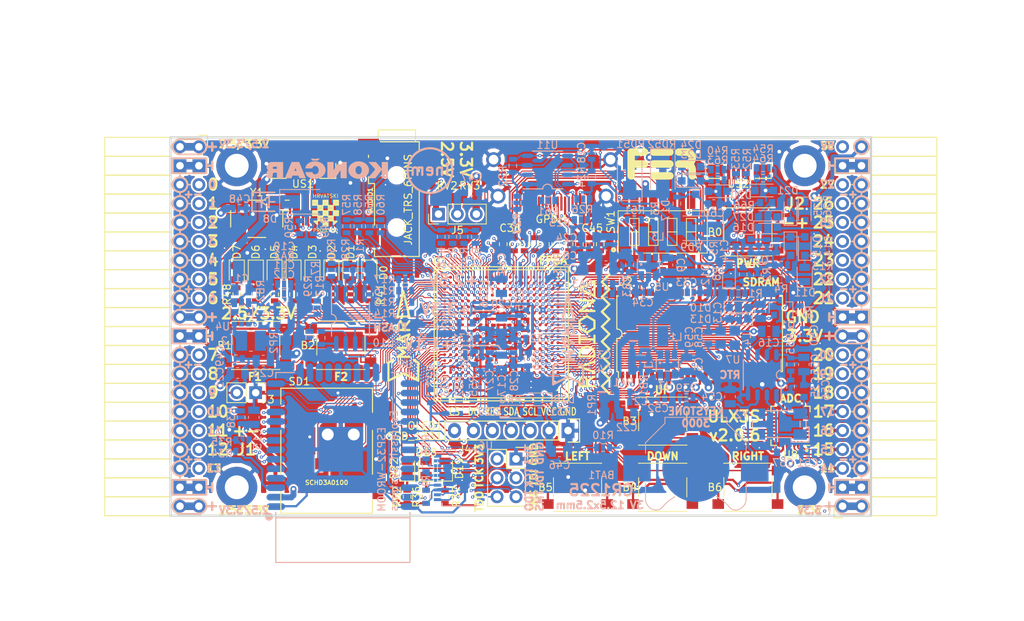
<source format=kicad_pcb>
(kicad_pcb (version 20171130) (host pcbnew 5.0.0-rc3+dfsg1-2)
  (layers (0 F.Cu signal) (1 In1.Cu signal) (2 In2.Cu signal) (31 B.Cu signal) (34 B.Paste user) (35 F.Paste user) (36 B.SilkS user) (37 F.SilkS user hide) (38 B.Mask user) (39 F.Mask user) (44 Edge.Cuts user))
  (net 0 "")
  (net 1 GND)
  (net 2 +5V)
  (net 3 /gpio/IN5V)
  (net 4 /gpio/OUT5V)
  (net 5 +3V3)
  (net 6 BTN_D)
  (net 7 BTN_F1)
  (net 8 BTN_F2)
  (net 9 BTN_L)
  (net 10 BTN_R)
  (net 11 BTN_U)
  (net 12 /power/FB1)
  (net 13 +2V5)
  (net 14 /power/PWREN)
  (net 15 /power/FB3)
  (net 16 /power/FB2)
  (net 17 /power/VBAT)
  (net 18 JTAG_TDI)
  (net 19 JTAG_TCK)
  (net 20 JTAG_TMS)
  (net 21 JTAG_TDO)
  (net 22 /power/WAKEUPn)
  (net 23 /power/WKUP)
  (net 24 /power/SHUT)
  (net 25 /power/WAKE)
  (net 26 /power/HOLD)
  (net 27 /power/WKn)
  (net 28 /power/OSCI_32k)
  (net 29 /power/OSCO_32k)
  (net 30 SHUTDOWN)
  (net 31 GPDI_SDA)
  (net 32 GPDI_SCL)
  (net 33 /gpdi/VREF2)
  (net 34 SD_CMD)
  (net 35 SD_CLK)
  (net 36 SD_D0)
  (net 37 SD_D1)
  (net 38 USB5V)
  (net 39 GPDI_CEC)
  (net 40 nRESET)
  (net 41 FTDI_nDTR)
  (net 42 SDRAM_CKE)
  (net 43 SDRAM_A7)
  (net 44 SDRAM_D15)
  (net 45 SDRAM_BA1)
  (net 46 SDRAM_D7)
  (net 47 SDRAM_A6)
  (net 48 SDRAM_CLK)
  (net 49 SDRAM_D13)
  (net 50 SDRAM_BA0)
  (net 51 SDRAM_D6)
  (net 52 SDRAM_A5)
  (net 53 SDRAM_D14)
  (net 54 SDRAM_A11)
  (net 55 SDRAM_D12)
  (net 56 SDRAM_D5)
  (net 57 SDRAM_A4)
  (net 58 SDRAM_A10)
  (net 59 SDRAM_D11)
  (net 60 SDRAM_A3)
  (net 61 SDRAM_D4)
  (net 62 SDRAM_D10)
  (net 63 SDRAM_D9)
  (net 64 SDRAM_A9)
  (net 65 SDRAM_D3)
  (net 66 SDRAM_D8)
  (net 67 SDRAM_A8)
  (net 68 SDRAM_A2)
  (net 69 SDRAM_A1)
  (net 70 SDRAM_A0)
  (net 71 SDRAM_D2)
  (net 72 SDRAM_D1)
  (net 73 SDRAM_D0)
  (net 74 SDRAM_DQM0)
  (net 75 SDRAM_nCS)
  (net 76 SDRAM_nRAS)
  (net 77 SDRAM_DQM1)
  (net 78 SDRAM_nCAS)
  (net 79 SDRAM_nWE)
  (net 80 /flash/FLASH_nWP)
  (net 81 /flash/FLASH_nHOLD)
  (net 82 /flash/FLASH_MOSI)
  (net 83 /flash/FLASH_MISO)
  (net 84 /flash/FLASH_SCK)
  (net 85 /flash/FLASH_nCS)
  (net 86 /flash/FPGA_PROGRAMN)
  (net 87 /flash/FPGA_DONE)
  (net 88 /flash/FPGA_INITN)
  (net 89 OLED_RES)
  (net 90 OLED_DC)
  (net 91 OLED_CS)
  (net 92 WIFI_EN)
  (net 93 FTDI_nRTS)
  (net 94 FTDI_TXD)
  (net 95 FTDI_RXD)
  (net 96 WIFI_RXD)
  (net 97 WIFI_GPIO0)
  (net 98 WIFI_TXD)
  (net 99 USB_FTDI_D+)
  (net 100 USB_FTDI_D-)
  (net 101 SD_D3)
  (net 102 AUDIO_L3)
  (net 103 AUDIO_L2)
  (net 104 AUDIO_L1)
  (net 105 AUDIO_L0)
  (net 106 AUDIO_R3)
  (net 107 AUDIO_R2)
  (net 108 AUDIO_R1)
  (net 109 AUDIO_R0)
  (net 110 OLED_CLK)
  (net 111 OLED_MOSI)
  (net 112 LED0)
  (net 113 LED1)
  (net 114 LED2)
  (net 115 LED3)
  (net 116 LED4)
  (net 117 LED5)
  (net 118 LED6)
  (net 119 LED7)
  (net 120 BTN_PWRn)
  (net 121 FTDI_nTXLED)
  (net 122 FTDI_nSLEEP)
  (net 123 /blinkey/LED_PWREN)
  (net 124 /blinkey/LED_TXLED)
  (net 125 /sdcard/SD3V3)
  (net 126 SD_D2)
  (net 127 CLK_25MHz)
  (net 128 /blinkey/BTNPUL)
  (net 129 /blinkey/BTNPUR)
  (net 130 USB_FPGA_D+)
  (net 131 /power/FTDI_nSUSPEND)
  (net 132 /blinkey/ALED0)
  (net 133 /blinkey/ALED1)
  (net 134 /blinkey/ALED2)
  (net 135 /blinkey/ALED3)
  (net 136 /blinkey/ALED4)
  (net 137 /blinkey/ALED5)
  (net 138 /blinkey/ALED6)
  (net 139 /blinkey/ALED7)
  (net 140 /usb/FTD-)
  (net 141 /usb/FTD+)
  (net 142 ADC_MISO)
  (net 143 ADC_MOSI)
  (net 144 ADC_CSn)
  (net 145 ADC_SCLK)
  (net 146 SW3)
  (net 147 SW2)
  (net 148 SW1)
  (net 149 USB_FPGA_D-)
  (net 150 /usb/FPD+)
  (net 151 /usb/FPD-)
  (net 152 WIFI_GPIO16)
  (net 153 /usb/ANT_433MHz)
  (net 154 PROG_DONE)
  (net 155 /power/P3V3)
  (net 156 /power/P2V5)
  (net 157 /power/L1)
  (net 158 /power/L3)
  (net 159 /power/L2)
  (net 160 FTDI_TXDEN)
  (net 161 SDRAM_A12)
  (net 162 /analog/AUDIO_V)
  (net 163 AUDIO_V3)
  (net 164 AUDIO_V2)
  (net 165 AUDIO_V1)
  (net 166 AUDIO_V0)
  (net 167 /blinkey/LED_WIFI)
  (net 168 /power/P1V1)
  (net 169 +1V1)
  (net 170 SW4)
  (net 171 /blinkey/SWPU)
  (net 172 /wifi/WIFIEN)
  (net 173 FT2V5)
  (net 174 GN0)
  (net 175 GP0)
  (net 176 GN1)
  (net 177 GP1)
  (net 178 GN2)
  (net 179 GP2)
  (net 180 GN3)
  (net 181 GP3)
  (net 182 GN4)
  (net 183 GP4)
  (net 184 GN5)
  (net 185 GP5)
  (net 186 GN6)
  (net 187 GP6)
  (net 188 GN14)
  (net 189 GP14)
  (net 190 GN15)
  (net 191 GP15)
  (net 192 GN16)
  (net 193 GP16)
  (net 194 GN17)
  (net 195 GP17)
  (net 196 GN18)
  (net 197 GP18)
  (net 198 GN19)
  (net 199 GP19)
  (net 200 GN20)
  (net 201 GP20)
  (net 202 GN21)
  (net 203 GP21)
  (net 204 GN22)
  (net 205 GP22)
  (net 206 GN23)
  (net 207 GP23)
  (net 208 GN24)
  (net 209 GP24)
  (net 210 GN25)
  (net 211 GP25)
  (net 212 GN26)
  (net 213 GP26)
  (net 214 GN27)
  (net 215 GP27)
  (net 216 GN7)
  (net 217 GP7)
  (net 218 GN8)
  (net 219 GP8)
  (net 220 GN9)
  (net 221 GP9)
  (net 222 GN10)
  (net 223 GP10)
  (net 224 GN11)
  (net 225 GP11)
  (net 226 GN12)
  (net 227 GP12)
  (net 228 GN13)
  (net 229 GP13)
  (net 230 WIFI_GPIO5)
  (net 231 WIFI_GPIO17)
  (net 232 USB_FPGA_PULL_D+)
  (net 233 USB_FPGA_PULL_D-)
  (net 234 "Net-(D23-Pad2)")
  (net 235 "Net-(D24-Pad1)")
  (net 236 "Net-(D25-Pad2)")
  (net 237 "Net-(D26-Pad1)")
  (net 238 /gpdi/GPDI_ETH+)
  (net 239 FPDI_ETH+)
  (net 240 /gpdi/GPDI_ETH-)
  (net 241 FPDI_ETH-)
  (net 242 /gpdi/GPDI_D2-)
  (net 243 FPDI_D2-)
  (net 244 /gpdi/GPDI_D1-)
  (net 245 FPDI_D1-)
  (net 246 /gpdi/GPDI_D0-)
  (net 247 FPDI_D0-)
  (net 248 /gpdi/GPDI_CLK-)
  (net 249 FPDI_CLK-)
  (net 250 /gpdi/GPDI_D2+)
  (net 251 FPDI_D2+)
  (net 252 /gpdi/GPDI_D1+)
  (net 253 FPDI_D1+)
  (net 254 /gpdi/GPDI_D0+)
  (net 255 FPDI_D0+)
  (net 256 /gpdi/GPDI_CLK+)
  (net 257 FPDI_CLK+)
  (net 258 FPDI_SDA)
  (net 259 FPDI_SCL)
  (net 260 /gpdi/FPDI_CEC)
  (net 261 2V5_3V3)
  (net 262 "Net-(AUDIO1-Pad5)")
  (net 263 "Net-(AUDIO1-Pad6)")
  (net 264 "Net-(U1-PadA15)")
  (net 265 "Net-(U1-PadC9)")
  (net 266 "Net-(U1-PadD9)")
  (net 267 "Net-(U1-PadD10)")
  (net 268 "Net-(U1-PadD11)")
  (net 269 "Net-(U1-PadD12)")
  (net 270 "Net-(U1-PadE6)")
  (net 271 "Net-(U1-PadE9)")
  (net 272 "Net-(U1-PadE10)")
  (net 273 "Net-(U1-PadE11)")
  (net 274 "Net-(U1-PadJ4)")
  (net 275 "Net-(U1-PadJ5)")
  (net 276 "Net-(U1-PadK5)")
  (net 277 "Net-(U1-PadL5)")
  (net 278 "Net-(U1-PadM5)")
  (net 279 SD_CD)
  (net 280 SD_WP)
  (net 281 "Net-(U1-PadR3)")
  (net 282 "Net-(U1-PadT16)")
  (net 283 "Net-(U1-PadW4)")
  (net 284 "Net-(U1-PadW5)")
  (net 285 "Net-(U1-PadW8)")
  (net 286 "Net-(U1-PadW9)")
  (net 287 "Net-(U1-PadW13)")
  (net 288 "Net-(U1-PadW14)")
  (net 289 "Net-(U1-PadW17)")
  (net 290 "Net-(U1-PadW18)")
  (net 291 FTDI_nRXLED)
  (net 292 "Net-(U8-Pad12)")
  (net 293 "Net-(U8-Pad25)")
  (net 294 "Net-(U9-Pad32)")
  (net 295 "Net-(U9-Pad22)")
  (net 296 "Net-(U9-Pad21)")
  (net 297 "Net-(U9-Pad20)")
  (net 298 "Net-(U9-Pad19)")
  (net 299 "Net-(U9-Pad18)")
  (net 300 "Net-(U9-Pad17)")
  (net 301 "Net-(U9-Pad12)")
  (net 302 "Net-(U9-Pad5)")
  (net 303 "Net-(U9-Pad4)")
  (net 304 "Net-(US1-Pad4)")
  (net 305 "Net-(Y2-Pad3)")
  (net 306 "Net-(Y2-Pad2)")
  (net 307 "Net-(U1-PadK16)")
  (net 308 "Net-(U1-PadK17)")
  (net 309 /usb/US2VBUS)
  (net 310 /power/SHD)
  (net 311 /power/RTCVDD)
  (net 312 "Net-(D27-Pad2)")
  (net 313 US2_ID)
  (net 314 /analog/AUDIO_L)
  (net 315 /analog/AUDIO_R)
  (net 316 /analog/ADC3V3)
  (net 317 PWRBTn)
  (net 318 USER_PROGRAMN)
  (module lfe5bg381:BGA-381_pitch0.8mm_dia0.4mm (layer F.Cu) (at 138.48 87.8)
    (fp_text reference U1 (at -8.2 -9.8) (layer F.SilkS))
    (fp_text value LFE5U-85F-6BG381C)
    (pad Y19 smd circle (at 6.8 7.6) (size 0.4 0.35) (layers F.Cu F.Paste F.Mask) (net 1 GND))
    (pad Y17 smd circle (at 5.2 7.6) (size 0.4 0.35) (layers F.Cu F.Paste F.Mask) (net 1 GND))
    (pad Y16 smd circle (at 4.4 7.6) (size 0.4 0.35) (layers F.Cu F.Paste F.Mask) (net 1 GND))
    (pad Y15 smd circle (at 3.6 7.6) (size 0.4 0.35) (layers F.Cu F.Paste F.Mask) (net 1 GND))
    (pad Y14 smd circle (at 2.8 7.6) (size 0.4 0.35) (layers F.Cu F.Paste F.Mask) (net 1 GND))
    (pad Y12 smd circle (at 1.2 7.6) (size 0.4 0.35) (layers F.Cu F.Paste F.Mask) (net 1 GND))
    (pad Y11 smd circle (at 0.4 7.6) (size 0.4 0.35) (layers F.Cu F.Paste F.Mask) (net 1 GND))
    (pad Y8 smd circle (at -2 7.6) (size 0.4 0.35) (layers F.Cu F.Paste F.Mask) (net 1 GND))
    (pad Y7 smd circle (at -2.8 7.6) (size 0.4 0.35) (layers F.Cu F.Paste F.Mask) (net 1 GND))
    (pad Y6 smd circle (at -3.6 7.6) (size 0.4 0.35) (layers F.Cu F.Paste F.Mask) (net 1 GND))
    (pad Y5 smd circle (at -4.4 7.6) (size 0.4 0.35) (layers F.Cu F.Paste F.Mask) (net 1 GND))
    (pad Y3 smd circle (at -6 7.6) (size 0.4 0.35) (layers F.Cu F.Paste F.Mask) (net 87 /flash/FPGA_DONE))
    (pad Y2 smd circle (at -6.8 7.6) (size 0.4 0.35) (layers F.Cu F.Paste F.Mask) (net 80 /flash/FLASH_nWP))
    (pad W20 smd circle (at 7.6 6.8) (size 0.4 0.35) (layers F.Cu F.Paste F.Mask) (net 1 GND))
    (pad W19 smd circle (at 6.8 6.8) (size 0.4 0.35) (layers F.Cu F.Paste F.Mask) (net 1 GND))
    (pad W18 smd circle (at 6 6.8) (size 0.4 0.35) (layers F.Cu F.Paste F.Mask) (net 290 "Net-(U1-PadW18)"))
    (pad W17 smd circle (at 5.2 6.8) (size 0.4 0.35) (layers F.Cu F.Paste F.Mask) (net 289 "Net-(U1-PadW17)"))
    (pad W16 smd circle (at 4.4 6.8) (size 0.4 0.35) (layers F.Cu F.Paste F.Mask) (net 1 GND))
    (pad W15 smd circle (at 3.6 6.8) (size 0.4 0.35) (layers F.Cu F.Paste F.Mask) (net 1 GND))
    (pad W14 smd circle (at 2.8 6.8) (size 0.4 0.35) (layers F.Cu F.Paste F.Mask) (net 288 "Net-(U1-PadW14)"))
    (pad W13 smd circle (at 2 6.8) (size 0.4 0.35) (layers F.Cu F.Paste F.Mask) (net 287 "Net-(U1-PadW13)"))
    (pad W12 smd circle (at 1.2 6.8) (size 0.4 0.35) (layers F.Cu F.Paste F.Mask) (net 1 GND))
    (pad W11 smd circle (at 0.4 6.8) (size 0.4 0.35) (layers F.Cu F.Paste F.Mask))
    (pad W10 smd circle (at -0.4 6.8) (size 0.4 0.35) (layers F.Cu F.Paste F.Mask))
    (pad W9 smd circle (at -1.2 6.8) (size 0.4 0.35) (layers F.Cu F.Paste F.Mask) (net 286 "Net-(U1-PadW9)"))
    (pad W8 smd circle (at -2 6.8) (size 0.4 0.35) (layers F.Cu F.Paste F.Mask) (net 285 "Net-(U1-PadW8)"))
    (pad W7 smd circle (at -2.8 6.8) (size 0.4 0.35) (layers F.Cu F.Paste F.Mask) (net 1 GND))
    (pad W6 smd circle (at -3.6 6.8) (size 0.4 0.35) (layers F.Cu F.Paste F.Mask) (net 1 GND))
    (pad W5 smd circle (at -4.4 6.8) (size 0.4 0.35) (layers F.Cu F.Paste F.Mask) (net 284 "Net-(U1-PadW5)"))
    (pad W4 smd circle (at -5.2 6.8) (size 0.4 0.35) (layers F.Cu F.Paste F.Mask) (net 283 "Net-(U1-PadW4)"))
    (pad W3 smd circle (at -6 6.8) (size 0.4 0.35) (layers F.Cu F.Paste F.Mask) (net 86 /flash/FPGA_PROGRAMN))
    (pad W2 smd circle (at -6.8 6.8) (size 0.4 0.35) (layers F.Cu F.Paste F.Mask) (net 82 /flash/FLASH_MOSI))
    (pad W1 smd circle (at -7.6 6.8) (size 0.4 0.35) (layers F.Cu F.Paste F.Mask) (net 81 /flash/FLASH_nHOLD))
    (pad V20 smd circle (at 7.6 6) (size 0.4 0.35) (layers F.Cu F.Paste F.Mask) (net 1 GND))
    (pad V19 smd circle (at 6.8 6) (size 0.4 0.35) (layers F.Cu F.Paste F.Mask) (net 1 GND))
    (pad V18 smd circle (at 6 6) (size 0.4 0.35) (layers F.Cu F.Paste F.Mask) (net 1 GND))
    (pad V17 smd circle (at 5.2 6) (size 0.4 0.35) (layers F.Cu F.Paste F.Mask) (net 1 GND))
    (pad V16 smd circle (at 4.4 6) (size 0.4 0.35) (layers F.Cu F.Paste F.Mask) (net 1 GND))
    (pad V15 smd circle (at 3.6 6) (size 0.4 0.35) (layers F.Cu F.Paste F.Mask) (net 1 GND))
    (pad V14 smd circle (at 2.8 6) (size 0.4 0.35) (layers F.Cu F.Paste F.Mask) (net 1 GND))
    (pad V13 smd circle (at 2 6) (size 0.4 0.35) (layers F.Cu F.Paste F.Mask) (net 1 GND))
    (pad V12 smd circle (at 1.2 6) (size 0.4 0.35) (layers F.Cu F.Paste F.Mask) (net 1 GND))
    (pad V11 smd circle (at 0.4 6) (size 0.4 0.35) (layers F.Cu F.Paste F.Mask) (net 1 GND))
    (pad V10 smd circle (at -0.4 6) (size 0.4 0.35) (layers F.Cu F.Paste F.Mask) (net 1 GND))
    (pad V9 smd circle (at -1.2 6) (size 0.4 0.35) (layers F.Cu F.Paste F.Mask) (net 1 GND))
    (pad V8 smd circle (at -2 6) (size 0.4 0.35) (layers F.Cu F.Paste F.Mask) (net 1 GND))
    (pad V7 smd circle (at -2.8 6) (size 0.4 0.35) (layers F.Cu F.Paste F.Mask) (net 1 GND))
    (pad V6 smd circle (at -3.6 6) (size 0.4 0.35) (layers F.Cu F.Paste F.Mask) (net 1 GND))
    (pad V5 smd circle (at -4.4 6) (size 0.4 0.35) (layers F.Cu F.Paste F.Mask) (net 1 GND))
    (pad V4 smd circle (at -5.2 6) (size 0.4 0.35) (layers F.Cu F.Paste F.Mask) (net 21 JTAG_TDO))
    (pad V3 smd circle (at -6 6) (size 0.4 0.35) (layers F.Cu F.Paste F.Mask) (net 88 /flash/FPGA_INITN))
    (pad V2 smd circle (at -6.8 6) (size 0.4 0.35) (layers F.Cu F.Paste F.Mask) (net 83 /flash/FLASH_MISO))
    (pad V1 smd circle (at -7.6 6) (size 0.4 0.35) (layers F.Cu F.Paste F.Mask) (net 6 BTN_D))
    (pad U20 smd circle (at 7.6 5.2) (size 0.4 0.35) (layers F.Cu F.Paste F.Mask) (net 46 SDRAM_D7))
    (pad U19 smd circle (at 6.8 5.2) (size 0.4 0.35) (layers F.Cu F.Paste F.Mask) (net 74 SDRAM_DQM0))
    (pad U18 smd circle (at 6 5.2) (size 0.4 0.35) (layers F.Cu F.Paste F.Mask) (net 189 GP14))
    (pad U17 smd circle (at 5.2 5.2) (size 0.4 0.35) (layers F.Cu F.Paste F.Mask) (net 188 GN14))
    (pad U16 smd circle (at 4.4 5.2) (size 0.4 0.35) (layers F.Cu F.Paste F.Mask) (net 142 ADC_MISO))
    (pad U15 smd circle (at 3.6 5.2) (size 0.4 0.35) (layers F.Cu F.Paste F.Mask) (net 1 GND))
    (pad U14 smd circle (at 2.8 5.2) (size 0.4 0.35) (layers F.Cu F.Paste F.Mask) (net 1 GND))
    (pad U13 smd circle (at 2 5.2) (size 0.4 0.35) (layers F.Cu F.Paste F.Mask) (net 1 GND))
    (pad U12 smd circle (at 1.2 5.2) (size 0.4 0.35) (layers F.Cu F.Paste F.Mask) (net 1 GND))
    (pad U11 smd circle (at 0.4 5.2) (size 0.4 0.35) (layers F.Cu F.Paste F.Mask) (net 1 GND))
    (pad U10 smd circle (at -0.4 5.2) (size 0.4 0.35) (layers F.Cu F.Paste F.Mask) (net 1 GND))
    (pad U9 smd circle (at -1.2 5.2) (size 0.4 0.35) (layers F.Cu F.Paste F.Mask) (net 1 GND))
    (pad U8 smd circle (at -2 5.2) (size 0.4 0.35) (layers F.Cu F.Paste F.Mask) (net 1 GND))
    (pad U7 smd circle (at -2.8 5.2) (size 0.4 0.35) (layers F.Cu F.Paste F.Mask) (net 1 GND))
    (pad U6 smd circle (at -3.6 5.2) (size 0.4 0.35) (layers F.Cu F.Paste F.Mask) (net 1 GND))
    (pad U5 smd circle (at -4.4 5.2) (size 0.4 0.35) (layers F.Cu F.Paste F.Mask) (net 20 JTAG_TMS))
    (pad U4 smd circle (at -5.2 5.2) (size 0.4 0.35) (layers F.Cu F.Paste F.Mask) (net 1 GND))
    (pad U3 smd circle (at -6 5.2) (size 0.4 0.35) (layers F.Cu F.Paste F.Mask) (net 84 /flash/FLASH_SCK))
    (pad U2 smd circle (at -6.8 5.2) (size 0.4 0.35) (layers F.Cu F.Paste F.Mask) (net 5 +3V3))
    (pad U1 smd circle (at -7.6 5.2) (size 0.4 0.35) (layers F.Cu F.Paste F.Mask) (net 9 BTN_L))
    (pad T20 smd circle (at 7.6 4.4) (size 0.4 0.35) (layers F.Cu F.Paste F.Mask) (net 79 SDRAM_nWE))
    (pad T19 smd circle (at 6.8 4.4) (size 0.4 0.35) (layers F.Cu F.Paste F.Mask) (net 78 SDRAM_nCAS))
    (pad T18 smd circle (at 6 4.4) (size 0.4 0.35) (layers F.Cu F.Paste F.Mask) (net 56 SDRAM_D5))
    (pad T17 smd circle (at 5.2 4.4) (size 0.4 0.35) (layers F.Cu F.Paste F.Mask) (net 51 SDRAM_D6))
    (pad T16 smd circle (at 4.4 4.4) (size 0.4 0.35) (layers F.Cu F.Paste F.Mask) (net 282 "Net-(U1-PadT16)"))
    (pad T15 smd circle (at 3.6 4.4) (size 0.4 0.35) (layers F.Cu F.Paste F.Mask) (net 1 GND))
    (pad T14 smd circle (at 2.8 4.4) (size 0.4 0.35) (layers F.Cu F.Paste F.Mask) (net 1 GND))
    (pad T13 smd circle (at 2 4.4) (size 0.4 0.35) (layers F.Cu F.Paste F.Mask) (net 1 GND))
    (pad T12 smd circle (at 1.2 4.4) (size 0.4 0.35) (layers F.Cu F.Paste F.Mask) (net 1 GND))
    (pad T11 smd circle (at 0.4 4.4) (size 0.4 0.35) (layers F.Cu F.Paste F.Mask) (net 1 GND))
    (pad T10 smd circle (at -0.4 4.4) (size 0.4 0.35) (layers F.Cu F.Paste F.Mask) (net 1 GND))
    (pad T9 smd circle (at -1.2 4.4) (size 0.4 0.35) (layers F.Cu F.Paste F.Mask) (net 1 GND))
    (pad T8 smd circle (at -2 4.4) (size 0.4 0.35) (layers F.Cu F.Paste F.Mask) (net 1 GND))
    (pad T7 smd circle (at -2.8 4.4) (size 0.4 0.35) (layers F.Cu F.Paste F.Mask) (net 1 GND))
    (pad T6 smd circle (at -3.6 4.4) (size 0.4 0.35) (layers F.Cu F.Paste F.Mask) (net 1 GND))
    (pad T5 smd circle (at -4.4 4.4) (size 0.4 0.35) (layers F.Cu F.Paste F.Mask) (net 19 JTAG_TCK))
    (pad T4 smd circle (at -5.2 4.4) (size 0.4 0.35) (layers F.Cu F.Paste F.Mask) (net 5 +3V3))
    (pad T3 smd circle (at -6 4.4) (size 0.4 0.35) (layers F.Cu F.Paste F.Mask) (net 5 +3V3))
    (pad T2 smd circle (at -6.8 4.4) (size 0.4 0.35) (layers F.Cu F.Paste F.Mask) (net 5 +3V3))
    (pad T1 smd circle (at -7.6 4.4) (size 0.4 0.35) (layers F.Cu F.Paste F.Mask) (net 8 BTN_F2))
    (pad R20 smd circle (at 7.6 3.6) (size 0.4 0.35) (layers F.Cu F.Paste F.Mask) (net 76 SDRAM_nRAS))
    (pad R19 smd circle (at 6.8 3.6) (size 0.4 0.35) (layers F.Cu F.Paste F.Mask) (net 1 GND))
    (pad R18 smd circle (at 6 3.6) (size 0.4 0.35) (layers F.Cu F.Paste F.Mask) (net 11 BTN_U))
    (pad R17 smd circle (at 5.2 3.6) (size 0.4 0.35) (layers F.Cu F.Paste F.Mask) (net 144 ADC_CSn))
    (pad R16 smd circle (at 4.4 3.6) (size 0.4 0.35) (layers F.Cu F.Paste F.Mask) (net 143 ADC_MOSI))
    (pad R5 smd circle (at -4.4 3.6) (size 0.4 0.35) (layers F.Cu F.Paste F.Mask) (net 18 JTAG_TDI))
    (pad R4 smd circle (at -5.2 3.6) (size 0.4 0.35) (layers F.Cu F.Paste F.Mask) (net 1 GND))
    (pad R3 smd circle (at -6 3.6) (size 0.4 0.35) (layers F.Cu F.Paste F.Mask) (net 281 "Net-(U1-PadR3)"))
    (pad R2 smd circle (at -6.8 3.6) (size 0.4 0.35) (layers F.Cu F.Paste F.Mask) (net 85 /flash/FLASH_nCS))
    (pad R1 smd circle (at -7.6 3.6) (size 0.4 0.35) (layers F.Cu F.Paste F.Mask) (net 7 BTN_F1))
    (pad P20 smd circle (at 7.6 2.8) (size 0.4 0.35) (layers F.Cu F.Paste F.Mask) (net 75 SDRAM_nCS))
    (pad P19 smd circle (at 6.8 2.8) (size 0.4 0.35) (layers F.Cu F.Paste F.Mask) (net 50 SDRAM_BA0))
    (pad P18 smd circle (at 6 2.8) (size 0.4 0.35) (layers F.Cu F.Paste F.Mask) (net 61 SDRAM_D4))
    (pad P17 smd circle (at 5.2 2.8) (size 0.4 0.35) (layers F.Cu F.Paste F.Mask) (net 145 ADC_SCLK))
    (pad P16 smd circle (at 4.4 2.8) (size 0.4 0.35) (layers F.Cu F.Paste F.Mask) (net 190 GN15))
    (pad P15 smd circle (at 3.6 2.8) (size 0.4 0.35) (layers F.Cu F.Paste F.Mask) (net 13 +2V5))
    (pad P14 smd circle (at 2.8 2.8) (size 0.4 0.35) (layers F.Cu F.Paste F.Mask) (net 1 GND))
    (pad P13 smd circle (at 2 2.8) (size 0.4 0.35) (layers F.Cu F.Paste F.Mask) (net 1 GND))
    (pad P12 smd circle (at 1.2 2.8) (size 0.4 0.35) (layers F.Cu F.Paste F.Mask) (net 1 GND))
    (pad P11 smd circle (at 0.4 2.8) (size 0.4 0.35) (layers F.Cu F.Paste F.Mask) (net 1 GND))
    (pad P10 smd circle (at -0.4 2.8) (size 0.4 0.35) (layers F.Cu F.Paste F.Mask) (net 5 +3V3))
    (pad P9 smd circle (at -1.2 2.8) (size 0.4 0.35) (layers F.Cu F.Paste F.Mask) (net 5 +3V3))
    (pad P8 smd circle (at -2 2.8) (size 0.4 0.35) (layers F.Cu F.Paste F.Mask) (net 1 GND))
    (pad P7 smd circle (at -2.8 2.8) (size 0.4 0.35) (layers F.Cu F.Paste F.Mask) (net 1 GND))
    (pad P6 smd circle (at -3.6 2.8) (size 0.4 0.35) (layers F.Cu F.Paste F.Mask) (net 13 +2V5))
    (pad P5 smd circle (at -4.4 2.8) (size 0.4 0.35) (layers F.Cu F.Paste F.Mask) (net 280 SD_WP))
    (pad P4 smd circle (at -5.2 2.8) (size 0.4 0.35) (layers F.Cu F.Paste F.Mask) (net 110 OLED_CLK))
    (pad P3 smd circle (at -6 2.8) (size 0.4 0.35) (layers F.Cu F.Paste F.Mask) (net 111 OLED_MOSI))
    (pad P2 smd circle (at -6.8 2.8) (size 0.4 0.35) (layers F.Cu F.Paste F.Mask) (net 89 OLED_RES))
    (pad P1 smd circle (at -7.6 2.8) (size 0.4 0.35) (layers F.Cu F.Paste F.Mask) (net 90 OLED_DC))
    (pad N20 smd circle (at 7.6 2) (size 0.4 0.35) (layers F.Cu F.Paste F.Mask) (net 45 SDRAM_BA1))
    (pad N19 smd circle (at 6.8 2) (size 0.4 0.35) (layers F.Cu F.Paste F.Mask) (net 58 SDRAM_A10))
    (pad N18 smd circle (at 6 2) (size 0.4 0.35) (layers F.Cu F.Paste F.Mask) (net 65 SDRAM_D3))
    (pad N17 smd circle (at 5.2 2) (size 0.4 0.35) (layers F.Cu F.Paste F.Mask) (net 191 GP15))
    (pad N16 smd circle (at 4.4 2) (size 0.4 0.35) (layers F.Cu F.Paste F.Mask) (net 193 GP16))
    (pad N15 smd circle (at 3.6 2) (size 0.4 0.35) (layers F.Cu F.Paste F.Mask) (net 1 GND))
    (pad N14 smd circle (at 2.8 2) (size 0.4 0.35) (layers F.Cu F.Paste F.Mask) (net 1 GND))
    (pad N13 smd circle (at 2 2) (size 0.4 0.35) (layers F.Cu F.Paste F.Mask) (net 169 +1V1))
    (pad N12 smd circle (at 1.2 2) (size 0.4 0.35) (layers F.Cu F.Paste F.Mask) (net 169 +1V1))
    (pad N11 smd circle (at 0.4 2) (size 0.4 0.35) (layers F.Cu F.Paste F.Mask) (net 169 +1V1))
    (pad N10 smd circle (at -0.4 2) (size 0.4 0.35) (layers F.Cu F.Paste F.Mask) (net 169 +1V1))
    (pad N9 smd circle (at -1.2 2) (size 0.4 0.35) (layers F.Cu F.Paste F.Mask) (net 169 +1V1))
    (pad N8 smd circle (at -2 2) (size 0.4 0.35) (layers F.Cu F.Paste F.Mask) (net 169 +1V1))
    (pad N7 smd circle (at -2.8 2) (size 0.4 0.35) (layers F.Cu F.Paste F.Mask) (net 1 GND))
    (pad N6 smd circle (at -3.6 2) (size 0.4 0.35) (layers F.Cu F.Paste F.Mask) (net 1 GND))
    (pad N5 smd circle (at -4.4 2) (size 0.4 0.35) (layers F.Cu F.Paste F.Mask) (net 279 SD_CD))
    (pad N4 smd circle (at -5.2 2) (size 0.4 0.35) (layers F.Cu F.Paste F.Mask) (net 230 WIFI_GPIO5))
    (pad N3 smd circle (at -6 2) (size 0.4 0.35) (layers F.Cu F.Paste F.Mask) (net 231 WIFI_GPIO17))
    (pad N2 smd circle (at -6.8 2) (size 0.4 0.35) (layers F.Cu F.Paste F.Mask) (net 91 OLED_CS))
    (pad N1 smd circle (at -7.6 2) (size 0.4 0.35) (layers F.Cu F.Paste F.Mask) (net 41 FTDI_nDTR))
    (pad M20 smd circle (at 7.6 1.2) (size 0.4 0.35) (layers F.Cu F.Paste F.Mask) (net 70 SDRAM_A0))
    (pad M19 smd circle (at 6.8 1.2) (size 0.4 0.35) (layers F.Cu F.Paste F.Mask) (net 69 SDRAM_A1))
    (pad M18 smd circle (at 6 1.2) (size 0.4 0.35) (layers F.Cu F.Paste F.Mask) (net 71 SDRAM_D2))
    (pad M17 smd circle (at 5.2 1.2) (size 0.4 0.35) (layers F.Cu F.Paste F.Mask) (net 192 GN16))
    (pad M16 smd circle (at 4.4 1.2) (size 0.4 0.35) (layers F.Cu F.Paste F.Mask) (net 1 GND))
    (pad M15 smd circle (at 3.6 1.2) (size 0.4 0.35) (layers F.Cu F.Paste F.Mask) (net 5 +3V3))
    (pad M14 smd circle (at 2.8 1.2) (size 0.4 0.35) (layers F.Cu F.Paste F.Mask) (net 1 GND))
    (pad M13 smd circle (at 2 1.2) (size 0.4 0.35) (layers F.Cu F.Paste F.Mask) (net 169 +1V1))
    (pad M12 smd circle (at 1.2 1.2) (size 0.4 0.35) (layers F.Cu F.Paste F.Mask) (net 1 GND))
    (pad M11 smd circle (at 0.4 1.2) (size 0.4 0.35) (layers F.Cu F.Paste F.Mask) (net 1 GND))
    (pad M10 smd circle (at -0.4 1.2) (size 0.4 0.35) (layers F.Cu F.Paste F.Mask) (net 1 GND))
    (pad M9 smd circle (at -1.2 1.2) (size 0.4 0.35) (layers F.Cu F.Paste F.Mask) (net 1 GND))
    (pad M8 smd circle (at -2 1.2) (size 0.4 0.35) (layers F.Cu F.Paste F.Mask) (net 169 +1V1))
    (pad M7 smd circle (at -2.8 1.2) (size 0.4 0.35) (layers F.Cu F.Paste F.Mask) (net 1 GND))
    (pad M6 smd circle (at -3.6 1.2) (size 0.4 0.35) (layers F.Cu F.Paste F.Mask) (net 5 +3V3))
    (pad M5 smd circle (at -4.4 1.2) (size 0.4 0.35) (layers F.Cu F.Paste F.Mask) (net 278 "Net-(U1-PadM5)"))
    (pad M4 smd circle (at -5.2 1.2) (size 0.4 0.35) (layers F.Cu F.Paste F.Mask) (net 318 USER_PROGRAMN))
    (pad M3 smd circle (at -6 1.2) (size 0.4 0.35) (layers F.Cu F.Paste F.Mask) (net 93 FTDI_nRTS))
    (pad M2 smd circle (at -6.8 1.2) (size 0.4 0.35) (layers F.Cu F.Paste F.Mask) (net 1 GND))
    (pad M1 smd circle (at -7.6 1.2) (size 0.4 0.35) (layers F.Cu F.Paste F.Mask) (net 94 FTDI_TXD))
    (pad L20 smd circle (at 7.6 0.4) (size 0.4 0.35) (layers F.Cu F.Paste F.Mask) (net 68 SDRAM_A2))
    (pad L19 smd circle (at 6.8 0.4) (size 0.4 0.35) (layers F.Cu F.Paste F.Mask) (net 60 SDRAM_A3))
    (pad L18 smd circle (at 6 0.4) (size 0.4 0.35) (layers F.Cu F.Paste F.Mask) (net 72 SDRAM_D1))
    (pad L17 smd circle (at 5.2 0.4) (size 0.4 0.35) (layers F.Cu F.Paste F.Mask) (net 194 GN17))
    (pad L16 smd circle (at 4.4 0.4) (size 0.4 0.35) (layers F.Cu F.Paste F.Mask) (net 195 GP17))
    (pad L15 smd circle (at 3.6 0.4) (size 0.4 0.35) (layers F.Cu F.Paste F.Mask) (net 5 +3V3))
    (pad L14 smd circle (at 2.8 0.4) (size 0.4 0.35) (layers F.Cu F.Paste F.Mask) (net 5 +3V3))
    (pad L13 smd circle (at 2 0.4) (size 0.4 0.35) (layers F.Cu F.Paste F.Mask) (net 169 +1V1))
    (pad L12 smd circle (at 1.2 0.4) (size 0.4 0.35) (layers F.Cu F.Paste F.Mask) (net 1 GND))
    (pad L11 smd circle (at 0.4 0.4) (size 0.4 0.35) (layers F.Cu F.Paste F.Mask) (net 1 GND))
    (pad L10 smd circle (at -0.4 0.4) (size 0.4 0.35) (layers F.Cu F.Paste F.Mask) (net 1 GND))
    (pad L9 smd circle (at -1.2 0.4) (size 0.4 0.35) (layers F.Cu F.Paste F.Mask) (net 1 GND))
    (pad L8 smd circle (at -2 0.4) (size 0.4 0.35) (layers F.Cu F.Paste F.Mask) (net 169 +1V1))
    (pad L7 smd circle (at -2.8 0.4) (size 0.4 0.35) (layers F.Cu F.Paste F.Mask) (net 5 +3V3))
    (pad L6 smd circle (at -3.6 0.4) (size 0.4 0.35) (layers F.Cu F.Paste F.Mask) (net 5 +3V3))
    (pad L5 smd circle (at -4.4 0.4) (size 0.4 0.35) (layers F.Cu F.Paste F.Mask) (net 277 "Net-(U1-PadL5)"))
    (pad L4 smd circle (at -5.2 0.4) (size 0.4 0.35) (layers F.Cu F.Paste F.Mask) (net 95 FTDI_RXD))
    (pad L3 smd circle (at -6 0.4) (size 0.4 0.35) (layers F.Cu F.Paste F.Mask) (net 160 FTDI_TXDEN))
    (pad L2 smd circle (at -6.8 0.4) (size 0.4 0.35) (layers F.Cu F.Paste F.Mask) (net 97 WIFI_GPIO0))
    (pad L1 smd circle (at -7.6 0.4) (size 0.4 0.35) (layers F.Cu F.Paste F.Mask) (net 152 WIFI_GPIO16))
    (pad K20 smd circle (at 7.6 -0.4) (size 0.4 0.35) (layers F.Cu F.Paste F.Mask) (net 57 SDRAM_A4))
    (pad K19 smd circle (at 6.8 -0.4) (size 0.4 0.35) (layers F.Cu F.Paste F.Mask) (net 52 SDRAM_A5))
    (pad K18 smd circle (at 6 -0.4) (size 0.4 0.35) (layers F.Cu F.Paste F.Mask) (net 47 SDRAM_A6))
    (pad K17 smd circle (at 5.2 -0.4) (size 0.4 0.35) (layers F.Cu F.Paste F.Mask) (net 308 "Net-(U1-PadK17)"))
    (pad K16 smd circle (at 4.4 -0.4) (size 0.4 0.35) (layers F.Cu F.Paste F.Mask) (net 307 "Net-(U1-PadK16)"))
    (pad K15 smd circle (at 3.6 -0.4) (size 0.4 0.35) (layers F.Cu F.Paste F.Mask) (net 1 GND))
    (pad K14 smd circle (at 2.8 -0.4) (size 0.4 0.35) (layers F.Cu F.Paste F.Mask) (net 1 GND))
    (pad K13 smd circle (at 2 -0.4) (size 0.4 0.35) (layers F.Cu F.Paste F.Mask) (net 169 +1V1))
    (pad K12 smd circle (at 1.2 -0.4) (size 0.4 0.35) (layers F.Cu F.Paste F.Mask) (net 1 GND))
    (pad K11 smd circle (at 0.4 -0.4) (size 0.4 0.35) (layers F.Cu F.Paste F.Mask) (net 1 GND))
    (pad K10 smd circle (at -0.4 -0.4) (size 0.4 0.35) (layers F.Cu F.Paste F.Mask) (net 1 GND))
    (pad K9 smd circle (at -1.2 -0.4) (size 0.4 0.35) (layers F.Cu F.Paste F.Mask) (net 1 GND))
    (pad K8 smd circle (at -2 -0.4) (size 0.4 0.35) (layers F.Cu F.Paste F.Mask) (net 169 +1V1))
    (pad K7 smd circle (at -2.8 -0.4) (size 0.4 0.35) (layers F.Cu F.Paste F.Mask) (net 1 GND))
    (pad K6 smd circle (at -3.6 -0.4) (size 0.4 0.35) (layers F.Cu F.Paste F.Mask) (net 1 GND))
    (pad K5 smd circle (at -4.4 -0.4) (size 0.4 0.35) (layers F.Cu F.Paste F.Mask) (net 276 "Net-(U1-PadK5)"))
    (pad K4 smd circle (at -5.2 -0.4) (size 0.4 0.35) (layers F.Cu F.Paste F.Mask) (net 98 WIFI_TXD))
    (pad K3 smd circle (at -6 -0.4) (size 0.4 0.35) (layers F.Cu F.Paste F.Mask) (net 96 WIFI_RXD))
    (pad K2 smd circle (at -6.8 -0.4) (size 0.4 0.35) (layers F.Cu F.Paste F.Mask) (net 101 SD_D3))
    (pad K1 smd circle (at -7.6 -0.4) (size 0.4 0.35) (layers F.Cu F.Paste F.Mask) (net 126 SD_D2))
    (pad J20 smd circle (at 7.6 -1.2) (size 0.4 0.35) (layers F.Cu F.Paste F.Mask) (net 43 SDRAM_A7))
    (pad J19 smd circle (at 6.8 -1.2) (size 0.4 0.35) (layers F.Cu F.Paste F.Mask) (net 67 SDRAM_A8))
    (pad J18 smd circle (at 6 -1.2) (size 0.4 0.35) (layers F.Cu F.Paste F.Mask) (net 53 SDRAM_D14))
    (pad J17 smd circle (at 5.2 -1.2) (size 0.4 0.35) (layers F.Cu F.Paste F.Mask) (net 44 SDRAM_D15))
    (pad J16 smd circle (at 4.4 -1.2) (size 0.4 0.35) (layers F.Cu F.Paste F.Mask) (net 73 SDRAM_D0))
    (pad J15 smd circle (at 3.6 -1.2) (size 0.4 0.35) (layers F.Cu F.Paste F.Mask) (net 5 +3V3))
    (pad J14 smd circle (at 2.8 -1.2) (size 0.4 0.35) (layers F.Cu F.Paste F.Mask) (net 1 GND))
    (pad J13 smd circle (at 2 -1.2) (size 0.4 0.35) (layers F.Cu F.Paste F.Mask) (net 169 +1V1))
    (pad J12 smd circle (at 1.2 -1.2) (size 0.4 0.35) (layers F.Cu F.Paste F.Mask) (net 1 GND))
    (pad J11 smd circle (at 0.4 -1.2) (size 0.4 0.35) (layers F.Cu F.Paste F.Mask) (net 1 GND))
    (pad J10 smd circle (at -0.4 -1.2) (size 0.4 0.35) (layers F.Cu F.Paste F.Mask) (net 1 GND))
    (pad J9 smd circle (at -1.2 -1.2) (size 0.4 0.35) (layers F.Cu F.Paste F.Mask) (net 1 GND))
    (pad J8 smd circle (at -2 -1.2) (size 0.4 0.35) (layers F.Cu F.Paste F.Mask) (net 169 +1V1))
    (pad J7 smd circle (at -2.8 -1.2) (size 0.4 0.35) (layers F.Cu F.Paste F.Mask) (net 1 GND))
    (pad J6 smd circle (at -3.6 -1.2) (size 0.4 0.35) (layers F.Cu F.Paste F.Mask) (net 261 2V5_3V3))
    (pad J5 smd circle (at -4.4 -1.2) (size 0.4 0.35) (layers F.Cu F.Paste F.Mask) (net 275 "Net-(U1-PadJ5)"))
    (pad J4 smd circle (at -5.2 -1.2) (size 0.4 0.35) (layers F.Cu F.Paste F.Mask) (net 274 "Net-(U1-PadJ4)"))
    (pad J3 smd circle (at -6 -1.2) (size 0.4 0.35) (layers F.Cu F.Paste F.Mask) (net 36 SD_D0))
    (pad J2 smd circle (at -6.8 -1.2) (size 0.4 0.35) (layers F.Cu F.Paste F.Mask) (net 1 GND))
    (pad J1 smd circle (at -7.6 -1.2) (size 0.4 0.35) (layers F.Cu F.Paste F.Mask) (net 34 SD_CMD))
    (pad H20 smd circle (at 7.6 -2) (size 0.4 0.35) (layers F.Cu F.Paste F.Mask) (net 64 SDRAM_A9))
    (pad H19 smd circle (at 6.8 -2) (size 0.4 0.35) (layers F.Cu F.Paste F.Mask) (net 1 GND))
    (pad H18 smd circle (at 6 -2) (size 0.4 0.35) (layers F.Cu F.Paste F.Mask) (net 197 GP18))
    (pad H17 smd circle (at 5.2 -2) (size 0.4 0.35) (layers F.Cu F.Paste F.Mask) (net 196 GN18))
    (pad H16 smd circle (at 4.4 -2) (size 0.4 0.35) (layers F.Cu F.Paste F.Mask) (net 10 BTN_R))
    (pad H15 smd circle (at 3.6 -2) (size 0.4 0.35) (layers F.Cu F.Paste F.Mask) (net 5 +3V3))
    (pad H14 smd circle (at 2.8 -2) (size 0.4 0.35) (layers F.Cu F.Paste F.Mask) (net 5 +3V3))
    (pad H13 smd circle (at 2 -2) (size 0.4 0.35) (layers F.Cu F.Paste F.Mask) (net 169 +1V1))
    (pad H12 smd circle (at 1.2 -2) (size 0.4 0.35) (layers F.Cu F.Paste F.Mask) (net 169 +1V1))
    (pad H11 smd circle (at 0.4 -2) (size 0.4 0.35) (layers F.Cu F.Paste F.Mask) (net 169 +1V1))
    (pad H10 smd circle (at -0.4 -2) (size 0.4 0.35) (layers F.Cu F.Paste F.Mask) (net 169 +1V1))
    (pad H9 smd circle (at -1.2 -2) (size 0.4 0.35) (layers F.Cu F.Paste F.Mask) (net 169 +1V1))
    (pad H8 smd circle (at -2 -2) (size 0.4 0.35) (layers F.Cu F.Paste F.Mask) (net 169 +1V1))
    (pad H7 smd circle (at -2.8 -2) (size 0.4 0.35) (layers F.Cu F.Paste F.Mask) (net 261 2V5_3V3))
    (pad H6 smd circle (at -3.6 -2) (size 0.4 0.35) (layers F.Cu F.Paste F.Mask) (net 261 2V5_3V3))
    (pad H5 smd circle (at -4.4 -2) (size 0.4 0.35) (layers F.Cu F.Paste F.Mask) (net 166 AUDIO_V0))
    (pad H4 smd circle (at -5.2 -2) (size 0.4 0.35) (layers F.Cu F.Paste F.Mask) (net 229 GP13))
    (pad H3 smd circle (at -6 -2) (size 0.4 0.35) (layers F.Cu F.Paste F.Mask) (net 119 LED7))
    (pad H2 smd circle (at -6.8 -2) (size 0.4 0.35) (layers F.Cu F.Paste F.Mask) (net 35 SD_CLK))
    (pad H1 smd circle (at -7.6 -2) (size 0.4 0.35) (layers F.Cu F.Paste F.Mask) (net 37 SD_D1))
    (pad G20 smd circle (at 7.6 -2.8) (size 0.4 0.35) (layers F.Cu F.Paste F.Mask) (net 54 SDRAM_A11))
    (pad G19 smd circle (at 6.8 -2.8) (size 0.4 0.35) (layers F.Cu F.Paste F.Mask) (net 161 SDRAM_A12))
    (pad G18 smd circle (at 6 -2.8) (size 0.4 0.35) (layers F.Cu F.Paste F.Mask) (net 198 GN19))
    (pad G17 smd circle (at 5.2 -2.8) (size 0.4 0.35) (layers F.Cu F.Paste F.Mask) (net 1 GND))
    (pad G16 smd circle (at 4.4 -2.8) (size 0.4 0.35) (layers F.Cu F.Paste F.Mask) (net 30 SHUTDOWN))
    (pad G15 smd circle (at 3.6 -2.8) (size 0.4 0.35) (layers F.Cu F.Paste F.Mask) (net 1 GND))
    (pad G14 smd circle (at 2.8 -2.8) (size 0.4 0.35) (layers F.Cu F.Paste F.Mask) (net 1 GND))
    (pad G13 smd circle (at 2 -2.8) (size 0.4 0.35) (layers F.Cu F.Paste F.Mask) (net 1 GND))
    (pad G12 smd circle (at 1.2 -2.8) (size 0.4 0.35) (layers F.Cu F.Paste F.Mask) (net 1 GND))
    (pad G11 smd circle (at 0.4 -2.8) (size 0.4 0.35) (layers F.Cu F.Paste F.Mask) (net 1 GND))
    (pad G10 smd circle (at -0.4 -2.8) (size 0.4 0.35) (layers F.Cu F.Paste F.Mask) (net 1 GND))
    (pad G9 smd circle (at -1.2 -2.8) (size 0.4 0.35) (layers F.Cu F.Paste F.Mask) (net 1 GND))
    (pad G8 smd circle (at -2 -2.8) (size 0.4 0.35) (layers F.Cu F.Paste F.Mask) (net 1 GND))
    (pad G7 smd circle (at -2.8 -2.8) (size 0.4 0.35) (layers F.Cu F.Paste F.Mask) (net 1 GND))
    (pad G6 smd circle (at -3.6 -2.8) (size 0.4 0.35) (layers F.Cu F.Paste F.Mask) (net 1 GND))
    (pad G5 smd circle (at -4.4 -2.8) (size 0.4 0.35) (layers F.Cu F.Paste F.Mask) (net 228 GN13))
    (pad G4 smd circle (at -5.2 -2.8) (size 0.4 0.35) (layers F.Cu F.Paste F.Mask) (net 1 GND))
    (pad G3 smd circle (at -6 -2.8) (size 0.4 0.35) (layers F.Cu F.Paste F.Mask) (net 227 GP12))
    (pad G2 smd circle (at -6.8 -2.8) (size 0.4 0.35) (layers F.Cu F.Paste F.Mask) (net 127 CLK_25MHz))
    (pad G1 smd circle (at -7.6 -2.8) (size 0.4 0.35) (layers F.Cu F.Paste F.Mask) (net 153 /usb/ANT_433MHz))
    (pad F20 smd circle (at 7.6 -3.6) (size 0.4 0.35) (layers F.Cu F.Paste F.Mask) (net 42 SDRAM_CKE))
    (pad F19 smd circle (at 6.8 -3.6) (size 0.4 0.35) (layers F.Cu F.Paste F.Mask) (net 48 SDRAM_CLK))
    (pad F18 smd circle (at 6 -3.6) (size 0.4 0.35) (layers F.Cu F.Paste F.Mask) (net 49 SDRAM_D13))
    (pad F17 smd circle (at 5.2 -3.6) (size 0.4 0.35) (layers F.Cu F.Paste F.Mask) (net 199 GP19))
    (pad F16 smd circle (at 4.4 -3.6) (size 0.4 0.35) (layers F.Cu F.Paste F.Mask) (net 149 USB_FPGA_D-))
    (pad F15 smd circle (at 3.6 -3.6) (size 0.4 0.35) (layers F.Cu F.Paste F.Mask) (net 13 +2V5))
    (pad F14 smd circle (at 2.8 -3.6) (size 0.4 0.35) (layers F.Cu F.Paste F.Mask) (net 1 GND))
    (pad F13 smd circle (at 2 -3.6) (size 0.4 0.35) (layers F.Cu F.Paste F.Mask) (net 1 GND))
    (pad F12 smd circle (at 1.2 -3.6) (size 0.4 0.35) (layers F.Cu F.Paste F.Mask) (net 5 +3V3))
    (pad F11 smd circle (at 0.4 -3.6) (size 0.4 0.35) (layers F.Cu F.Paste F.Mask) (net 5 +3V3))
    (pad F10 smd circle (at -0.4 -3.6) (size 0.4 0.35) (layers F.Cu F.Paste F.Mask) (net 261 2V5_3V3))
    (pad F9 smd circle (at -1.2 -3.6) (size 0.4 0.35) (layers F.Cu F.Paste F.Mask) (net 261 2V5_3V3))
    (pad F8 smd circle (at -2 -3.6) (size 0.4 0.35) (layers F.Cu F.Paste F.Mask) (net 1 GND))
    (pad F7 smd circle (at -2.8 -3.6) (size 0.4 0.35) (layers F.Cu F.Paste F.Mask) (net 1 GND))
    (pad F6 smd circle (at -3.6 -3.6) (size 0.4 0.35) (layers F.Cu F.Paste F.Mask) (net 13 +2V5))
    (pad F5 smd circle (at -4.4 -3.6) (size 0.4 0.35) (layers F.Cu F.Paste F.Mask) (net 164 AUDIO_V2))
    (pad F4 smd circle (at -5.2 -3.6) (size 0.4 0.35) (layers F.Cu F.Paste F.Mask) (net 225 GP11))
    (pad F3 smd circle (at -6 -3.6) (size 0.4 0.4) (layers F.Cu F.Paste F.Mask) (net 226 GN12))
    (pad F2 smd circle (at -6.8 -3.6) (size 0.4 0.4) (layers F.Cu F.Paste F.Mask) (net 165 AUDIO_V1))
    (pad F1 smd circle (at -7.6 -3.6) (size 0.4 0.35) (layers F.Cu F.Paste F.Mask) (net 92 WIFI_EN))
    (pad E20 smd circle (at 7.6 -4.4) (size 0.4 0.35) (layers F.Cu F.Paste F.Mask) (net 77 SDRAM_DQM1))
    (pad E19 smd circle (at 6.8 -4.4) (size 0.4 0.35) (layers F.Cu F.Paste F.Mask) (net 66 SDRAM_D8))
    (pad E18 smd circle (at 6 -4.4) (size 0.4 0.35) (layers F.Cu F.Paste F.Mask) (net 55 SDRAM_D12))
    (pad E17 smd circle (at 5.2 -4.4) (size 0.4 0.35) (layers F.Cu F.Paste F.Mask) (net 200 GN20))
    (pad E16 smd circle (at 4.4 -4.4) (size 0.4 0.35) (layers F.Cu F.Paste F.Mask) (net 130 USB_FPGA_D+))
    (pad E15 smd circle (at 3.6 -4.4) (size 0.4 0.35) (layers F.Cu F.Paste F.Mask) (net 149 USB_FPGA_D-))
    (pad E14 smd circle (at 2.8 -4.4) (size 0.4 0.35) (layers F.Cu F.Paste F.Mask) (net 210 GN25))
    (pad E13 smd circle (at 2 -4.4) (size 0.4 0.35) (layers F.Cu F.Paste F.Mask) (net 214 GN27))
    (pad E12 smd circle (at 1.2 -4.4) (size 0.4 0.35) (layers F.Cu F.Paste F.Mask) (net 259 FPDI_SCL))
    (pad E11 smd circle (at 0.4 -4.4) (size 0.4 0.35) (layers F.Cu F.Paste F.Mask) (net 273 "Net-(U1-PadE11)"))
    (pad E10 smd circle (at -0.4 -4.4) (size 0.4 0.35) (layers F.Cu F.Paste F.Mask) (net 272 "Net-(U1-PadE10)"))
    (pad E9 smd circle (at -1.2 -4.4) (size 0.4 0.35) (layers F.Cu F.Paste F.Mask) (net 271 "Net-(U1-PadE9)"))
    (pad E8 smd circle (at -2 -4.4) (size 0.4 0.35) (layers F.Cu F.Paste F.Mask) (net 148 SW1))
    (pad E7 smd circle (at -2.8 -4.4) (size 0.4 0.35) (layers F.Cu F.Paste F.Mask) (net 170 SW4))
    (pad E6 smd circle (at -3.6 -4.4) (size 0.4 0.35) (layers F.Cu F.Paste F.Mask) (net 270 "Net-(U1-PadE6)"))
    (pad E5 smd circle (at -4.4 -4.4) (size 0.4 0.35) (layers F.Cu F.Paste F.Mask) (net 163 AUDIO_V3))
    (pad E4 smd circle (at -5.2 -4.4) (size 0.4 0.35) (layers F.Cu F.Paste F.Mask) (net 105 AUDIO_L0))
    (pad E3 smd circle (at -6 -4.4) (size 0.4 0.4) (layers F.Cu F.Paste F.Mask) (net 224 GN11))
    (pad E2 smd circle (at -6.8 -4.4) (size 0.4 0.35) (layers F.Cu F.Paste F.Mask) (net 117 LED5))
    (pad E1 smd circle (at -7.6 -4.4) (size 0.4 0.35) (layers F.Cu F.Paste F.Mask) (net 118 LED6))
    (pad D20 smd circle (at 7.6 -5.2) (size 0.4 0.35) (layers F.Cu F.Paste F.Mask) (net 63 SDRAM_D9))
    (pad D19 smd circle (at 6.8 -5.2) (size 0.4 0.35) (layers F.Cu F.Paste F.Mask) (net 62 SDRAM_D10))
    (pad D18 smd circle (at 6 -5.2) (size 0.4 0.35) (layers F.Cu F.Paste F.Mask) (net 201 GP20))
    (pad D17 smd circle (at 5.2 -5.2) (size 0.4 0.35) (layers F.Cu F.Paste F.Mask) (net 202 GN21))
    (pad D16 smd circle (at 4.4 -5.2) (size 0.4 0.35) (layers F.Cu F.Paste F.Mask) (net 208 GN24))
    (pad D15 smd circle (at 3.6 -5.2) (size 0.4 0.35) (layers F.Cu F.Paste F.Mask) (net 130 USB_FPGA_D+))
    (pad D14 smd circle (at 2.8 -5.2) (size 0.4 0.35) (layers F.Cu F.Paste F.Mask) (net 211 GP25))
    (pad D13 smd circle (at 2 -5.2) (size 0.4 0.35) (layers F.Cu F.Paste F.Mask) (net 215 GP27))
    (pad D12 smd circle (at 1.2 -5.2) (size 0.4 0.35) (layers F.Cu F.Paste F.Mask) (net 269 "Net-(U1-PadD12)"))
    (pad D11 smd circle (at 0.4 -5.2) (size 0.4 0.35) (layers F.Cu F.Paste F.Mask) (net 268 "Net-(U1-PadD11)"))
    (pad D10 smd circle (at -0.4 -5.2) (size 0.4 0.35) (layers F.Cu F.Paste F.Mask) (net 267 "Net-(U1-PadD10)"))
    (pad D9 smd circle (at -1.2 -5.2) (size 0.4 0.35) (layers F.Cu F.Paste F.Mask) (net 266 "Net-(U1-PadD9)"))
    (pad D8 smd circle (at -2 -5.2) (size 0.4 0.35) (layers F.Cu F.Paste F.Mask) (net 147 SW2))
    (pad D7 smd circle (at -2.8 -5.2) (size 0.4 0.35) (layers F.Cu F.Paste F.Mask) (net 146 SW3))
    (pad D6 smd circle (at -3.6 -5.2) (size 0.4 0.35) (layers F.Cu F.Paste F.Mask) (net 120 BTN_PWRn))
    (pad D5 smd circle (at -4.4 -5.2) (size 0.4 0.35) (layers F.Cu F.Paste F.Mask) (net 107 AUDIO_R2))
    (pad D4 smd circle (at -5.2 -5.2) (size 0.4 0.35) (layers F.Cu F.Paste F.Mask) (net 1 GND))
    (pad D3 smd circle (at -6 -5.2) (size 0.4 0.35) (layers F.Cu F.Paste F.Mask) (net 104 AUDIO_L1))
    (pad D2 smd circle (at -6.8 -5.2) (size 0.4 0.35) (layers F.Cu F.Paste F.Mask) (net 115 LED3))
    (pad D1 smd circle (at -7.6 -5.2) (size 0.4 0.35) (layers F.Cu F.Paste F.Mask) (net 116 LED4))
    (pad C20 smd circle (at 7.6 -6) (size 0.4 0.35) (layers F.Cu F.Paste F.Mask) (net 59 SDRAM_D11))
    (pad C19 smd circle (at 6.8 -6) (size 0.4 0.35) (layers F.Cu F.Paste F.Mask) (net 1 GND))
    (pad C18 smd circle (at 6 -6) (size 0.4 0.35) (layers F.Cu F.Paste F.Mask) (net 203 GP21))
    (pad C17 smd circle (at 5.2 -6) (size 0.4 0.35) (layers F.Cu F.Paste F.Mask) (net 206 GN23))
    (pad C16 smd circle (at 4.4 -6) (size 0.4 0.35) (layers F.Cu F.Paste F.Mask) (net 209 GP24))
    (pad C15 smd circle (at 3.6 -6) (size 0.4 0.35) (layers F.Cu F.Paste F.Mask) (net 204 GN22))
    (pad C14 smd circle (at 2.8 -6) (size 0.4 0.35) (layers F.Cu F.Paste F.Mask) (net 245 FPDI_D1-))
    (pad C13 smd circle (at 2 -6) (size 0.4 0.35) (layers F.Cu F.Paste F.Mask) (net 212 GN26))
    (pad C12 smd circle (at 1.2 -6) (size 0.4 0.35) (layers F.Cu F.Paste F.Mask) (net 233 USB_FPGA_PULL_D-))
    (pad C11 smd circle (at 0.4 -6) (size 0.4 0.35) (layers F.Cu F.Paste F.Mask) (net 174 GN0))
    (pad C10 smd circle (at -0.4 -6) (size 0.4 0.35) (layers F.Cu F.Paste F.Mask) (net 180 GN3))
    (pad C9 smd circle (at -1.2 -6) (size 0.4 0.35) (layers F.Cu F.Paste F.Mask) (net 265 "Net-(U1-PadC9)"))
    (pad C8 smd circle (at -2 -6) (size 0.4 0.35) (layers F.Cu F.Paste F.Mask) (net 185 GP5))
    (pad C7 smd circle (at -2.8 -6) (size 0.4 0.35) (layers F.Cu F.Paste F.Mask) (net 186 GN6))
    (pad C6 smd circle (at -3.6 -6) (size 0.4 0.35) (layers F.Cu F.Paste F.Mask) (net 187 GP6))
    (pad C5 smd circle (at -4.4 -6) (size 0.4 0.35) (layers F.Cu F.Paste F.Mask) (net 106 AUDIO_R3))
    (pad C4 smd circle (at -5.2 -6) (size 0.4 0.35) (layers F.Cu F.Paste F.Mask) (net 223 GP10))
    (pad C3 smd circle (at -6 -6) (size 0.4 0.35) (layers F.Cu F.Paste F.Mask) (net 103 AUDIO_L2))
    (pad C2 smd circle (at -6.8 -6) (size 0.4 0.35) (layers F.Cu F.Paste F.Mask) (net 113 LED1))
    (pad C1 smd circle (at -7.6 -6) (size 0.4 0.35) (layers F.Cu F.Paste F.Mask) (net 114 LED2))
    (pad B20 smd circle (at 7.6 -6.8) (size 0.4 0.35) (layers F.Cu F.Paste F.Mask) (net 241 FPDI_ETH-))
    (pad B19 smd circle (at 6.8 -6.8) (size 0.4 0.35) (layers F.Cu F.Paste F.Mask) (net 258 FPDI_SDA))
    (pad B18 smd circle (at 6 -6.8) (size 0.4 0.35) (layers F.Cu F.Paste F.Mask) (net 249 FPDI_CLK-))
    (pad B17 smd circle (at 5.2 -6.8) (size 0.4 0.35) (layers F.Cu F.Paste F.Mask) (net 207 GP23))
    (pad B16 smd circle (at 4.4 -6.8) (size 0.4 0.35) (layers F.Cu F.Paste F.Mask) (net 247 FPDI_D0-))
    (pad B15 smd circle (at 3.6 -6.8) (size 0.4 0.35) (layers F.Cu F.Paste F.Mask) (net 205 GP22))
    (pad B14 smd circle (at 2.8 -6.8) (size 0.4 0.35) (layers F.Cu F.Paste F.Mask) (net 1 GND))
    (pad B13 smd circle (at 2 -6.8) (size 0.4 0.35) (layers F.Cu F.Paste F.Mask) (net 213 GP26))
    (pad B12 smd circle (at 1.2 -6.8) (size 0.4 0.35) (layers F.Cu F.Paste F.Mask) (net 232 USB_FPGA_PULL_D+))
    (pad B11 smd circle (at 0.4 -6.8) (size 0.4 0.35) (layers F.Cu F.Paste F.Mask) (net 175 GP0))
    (pad B10 smd circle (at -0.4 -6.8) (size 0.4 0.35) (layers F.Cu F.Paste F.Mask) (net 178 GN2))
    (pad B9 smd circle (at -1.2 -6.8) (size 0.4 0.35) (layers F.Cu F.Paste F.Mask) (net 181 GP3))
    (pad B8 smd circle (at -2 -6.8) (size 0.4 0.35) (layers F.Cu F.Paste F.Mask) (net 184 GN5))
    (pad B7 smd circle (at -2.8 -6.8) (size 0.4 0.35) (layers F.Cu F.Paste F.Mask) (net 1 GND))
    (pad B6 smd circle (at -3.6 -6.8) (size 0.4 0.35) (layers F.Cu F.Paste F.Mask) (net 216 GN7))
    (pad B5 smd circle (at -4.4 -6.8) (size 0.4 0.35) (layers F.Cu F.Paste F.Mask) (net 108 AUDIO_R1))
    (pad B4 smd circle (at -5.2 -6.8) (size 0.4 0.35) (layers F.Cu F.Paste F.Mask) (net 222 GN10))
    (pad B3 smd circle (at -6 -6.8) (size 0.4 0.35) (layers F.Cu F.Paste F.Mask) (net 102 AUDIO_L3))
    (pad B2 smd circle (at -6.8 -6.8) (size 0.4 0.35) (layers F.Cu F.Paste F.Mask) (net 112 LED0))
    (pad B1 smd circle (at -7.6 -6.8) (size 0.4 0.35) (layers F.Cu F.Paste F.Mask) (net 220 GN9))
    (pad A19 smd circle (at 6.8 -7.6) (size 0.4 0.35) (layers F.Cu F.Paste F.Mask) (net 239 FPDI_ETH+))
    (pad A18 smd circle (at 6 -7.6) (size 0.4 0.35) (layers F.Cu F.Paste F.Mask) (net 260 /gpdi/FPDI_CEC))
    (pad A17 smd circle (at 5.2 -7.6) (size 0.4 0.35) (layers F.Cu F.Paste F.Mask) (net 257 FPDI_CLK+))
    (pad A16 smd circle (at 4.4 -7.6) (size 0.4 0.35) (layers F.Cu F.Paste F.Mask) (net 255 FPDI_D0+))
    (pad A15 smd circle (at 3.6 -7.6) (size 0.4 0.35) (layers F.Cu F.Paste F.Mask) (net 264 "Net-(U1-PadA15)"))
    (pad A14 smd circle (at 2.8 -7.6) (size 0.4 0.35) (layers F.Cu F.Paste F.Mask) (net 253 FPDI_D1+))
    (pad A13 smd circle (at 2 -7.6) (size 0.4 0.35) (layers F.Cu F.Paste F.Mask) (net 243 FPDI_D2-))
    (pad A12 smd circle (at 1.2 -7.6) (size 0.4 0.35) (layers F.Cu F.Paste F.Mask) (net 251 FPDI_D2+))
    (pad A11 smd circle (at 0.4 -7.6) (size 0.4 0.35) (layers F.Cu F.Paste F.Mask) (net 176 GN1))
    (pad A10 smd circle (at -0.4 -7.6) (size 0.4 0.35) (layers F.Cu F.Paste F.Mask) (net 177 GP1))
    (pad A9 smd circle (at -1.2 -7.6) (size 0.4 0.35) (layers F.Cu F.Paste F.Mask) (net 179 GP2))
    (pad A8 smd circle (at -2 -7.6) (size 0.4 0.35) (layers F.Cu F.Paste F.Mask) (net 182 GN4))
    (pad A7 smd circle (at -2.8 -7.6) (size 0.4 0.35) (layers F.Cu F.Paste F.Mask) (net 183 GP4))
    (pad A6 smd circle (at -3.6 -7.6) (size 0.4 0.35) (layers F.Cu F.Paste F.Mask) (net 217 GP7))
    (pad A5 smd circle (at -4.4 -7.6) (size 0.4 0.35) (layers F.Cu F.Paste F.Mask) (net 218 GN8))
    (pad A4 smd circle (at -5.2 -7.6) (size 0.4 0.35) (layers F.Cu F.Paste F.Mask) (net 219 GP8))
    (pad A3 smd circle (at -6 -7.6) (size 0.4 0.35) (layers F.Cu F.Paste F.Mask) (net 109 AUDIO_R0))
    (pad A2 smd circle (at -6.8 -7.6) (size 0.4 0.35) (layers F.Cu F.Paste F.Mask) (net 221 GP9))
  )
  (module conn-fci:CONN-10029449-111RLF (layer F.Cu) (at 145.296 69.312 180)
    (fp_text reference GPDI1 (at 0 -3.1115 180) (layer F.SilkS))
    (fp_text value GPDI-D)
    (pad 19 smd rect (at -4.25 -1 180) (size 0.3 1.9) (layers F.Cu F.Paste F.Mask) (net 240 /gpdi/GPDI_ETH-))
    (pad 18 smd rect (at -3.75 -1 180) (size 0.3 1.9) (layers F.Cu F.Paste F.Mask) (net 2 +5V))
    (pad 17 smd rect (at -3.25 -1 180) (size 0.3 1.9) (layers F.Cu F.Paste F.Mask) (net 1 GND))
    (pad 16 smd rect (at -2.75 -1 180) (size 0.3 1.9) (layers F.Cu F.Paste F.Mask) (net 31 GPDI_SDA))
    (pad 15 smd rect (at -2.25 -1 180) (size 0.3 1.9) (layers F.Cu F.Paste F.Mask) (net 32 GPDI_SCL))
    (pad 14 smd rect (at -1.75 -1 180) (size 0.3 1.9) (layers F.Cu F.Paste F.Mask) (net 238 /gpdi/GPDI_ETH+))
    (pad 13 smd rect (at -1.25 -1 180) (size 0.3 1.9) (layers F.Cu F.Paste F.Mask) (net 39 GPDI_CEC))
    (pad 12 smd rect (at -0.75 -1 180) (size 0.3 1.9) (layers F.Cu F.Paste F.Mask) (net 248 /gpdi/GPDI_CLK-))
    (pad 11 smd rect (at -0.25 -1 180) (size 0.3 1.9) (layers F.Cu F.Paste F.Mask) (net 1 GND))
    (pad 10 smd rect (at 0.25 -1 180) (size 0.3 1.9) (layers F.Cu F.Paste F.Mask) (net 256 /gpdi/GPDI_CLK+))
    (pad 9 smd rect (at 0.75 -1 180) (size 0.3 1.9) (layers F.Cu F.Paste F.Mask) (net 246 /gpdi/GPDI_D0-))
    (pad 8 smd rect (at 1.25 -1 180) (size 0.3 1.9) (layers F.Cu F.Paste F.Mask) (net 1 GND))
    (pad 7 smd rect (at 1.75 -1 180) (size 0.3 1.9) (layers F.Cu F.Paste F.Mask) (net 254 /gpdi/GPDI_D0+))
    (pad 6 smd rect (at 2.25 -1 180) (size 0.3 1.9) (layers F.Cu F.Paste F.Mask) (net 244 /gpdi/GPDI_D1-))
    (pad 5 smd rect (at 2.75 -1 180) (size 0.3 1.9) (layers F.Cu F.Paste F.Mask) (net 1 GND))
    (pad 4 smd rect (at 3.25 -1 180) (size 0.3 1.9) (layers F.Cu F.Paste F.Mask) (net 252 /gpdi/GPDI_D1+))
    (pad 3 smd rect (at 3.75 -1 180) (size 0.3 1.9) (layers F.Cu F.Paste F.Mask) (net 242 /gpdi/GPDI_D2-))
    (pad 2 smd rect (at 4.25 -1 180) (size 0.3 1.9) (layers F.Cu F.Paste F.Mask) (net 1 GND))
    (pad 1 smd rect (at 4.75 -1 180) (size 0.3 1.9) (layers F.Cu F.Paste F.Mask) (net 250 /gpdi/GPDI_D2+))
    (pad 0 thru_hole circle (at -7.25 0 180) (size 2 2) (drill 1.3) (layers *.Cu *.Mask F.Paste) (net 1 GND))
    (pad 0 thru_hole circle (at 7.25 0 180) (size 2 2) (drill 1.3) (layers *.Cu *.Mask F.Paste) (net 1 GND))
    (pad 0 thru_hole circle (at -7.85 4.9 180) (size 2 2) (drill 1.3) (layers *.Cu *.Mask F.Paste) (net 1 GND))
    (pad 0 thru_hole circle (at 7.85 4.9 180) (size 2 2) (drill 1.3) (layers *.Cu *.Mask F.Paste) (net 1 GND))
  )
  (module ESP32:ESP32-WROOM (layer B.Cu) (at 117.23 105.75 180)
    (fp_text reference U9 (at -8.366 13.85 180) (layer B.SilkS) (effects (justify mirror)))
    (fp_text value ESP-WROOM32)
    (fp_text user "Espressif Systems" (at -6.858 0.889 90) (layer B.SilkS) (effects (justify mirror)))
    (fp_text user ESP32-WROOM (at -5.207 -0.254 90) (layer B.SilkS) (effects (justify mirror)))
    (pad 38 smd oval (at -9 -5.25 180) (size 2.5 0.9) (layers B.Cu B.Mask) (net 1 GND))
    (pad 37 smd oval (at -9 -3.98 180) (size 2.5 0.9) (layers B.Cu B.Mask) (net 18 JTAG_TDI))
    (pad 36 smd oval (at -9 -2.71 180) (size 2.5 0.9) (layers B.Cu B.Mask) (net 154 PROG_DONE))
    (pad 35 smd oval (at -9 -1.44 180) (size 2.5 0.9) (layers B.Cu B.Mask) (net 98 WIFI_TXD))
    (pad 34 smd oval (at -9 -0.17 180) (size 2.5 0.9) (layers B.Cu B.Mask) (net 96 WIFI_RXD))
    (pad 33 smd oval (at -9 1.1 180) (size 2.5 0.9) (layers B.Cu B.Mask) (net 20 JTAG_TMS))
    (pad 32 smd oval (at -9 2.37 180) (size 2.5 0.9) (layers B.Cu B.Mask) (net 294 "Net-(U9-Pad32)"))
    (pad 31 smd oval (at -9 3.64 180) (size 2.5 0.9) (layers B.Cu B.Mask) (net 21 JTAG_TDO))
    (pad 30 smd oval (at -9 4.91 180) (size 2.5 0.9) (layers B.Cu B.Mask) (net 19 JTAG_TCK))
    (pad 29 smd oval (at -9 6.18 180) (size 2.5 0.9) (layers B.Cu B.Mask) (net 230 WIFI_GPIO5))
    (pad 28 smd oval (at -9 7.45 180) (size 2.5 0.9) (layers B.Cu B.Mask) (net 231 WIFI_GPIO17))
    (pad 27 smd oval (at -9 8.72 180) (size 2.5 0.9) (layers B.Cu B.Mask) (net 152 WIFI_GPIO16))
    (pad 26 smd oval (at -9 9.99 180) (size 2.5 0.9) (layers B.Cu B.Mask) (net 37 SD_D1))
    (pad 25 smd oval (at -9 11.26 180) (size 2.5 0.9) (layers B.Cu B.Mask) (net 97 WIFI_GPIO0))
    (pad 24 smd oval (at -5.715 12.75 180) (size 0.9 2.5) (layers B.Cu B.Mask) (net 36 SD_D0))
    (pad 23 smd oval (at -4.445 12.75 180) (size 0.9 2.5) (layers B.Cu B.Mask) (net 34 SD_CMD))
    (pad 22 smd oval (at -3.175 12.75 180) (size 0.9 2.5) (layers B.Cu B.Mask) (net 295 "Net-(U9-Pad22)"))
    (pad 21 smd oval (at -1.905 12.75 180) (size 0.9 2.5) (layers B.Cu B.Mask) (net 296 "Net-(U9-Pad21)"))
    (pad 20 smd oval (at -0.635 12.75 180) (size 0.9 2.5) (layers B.Cu B.Mask) (net 297 "Net-(U9-Pad20)"))
    (pad 19 smd oval (at 0.635 12.75 180) (size 0.9 2.5) (layers B.Cu B.Mask) (net 298 "Net-(U9-Pad19)"))
    (pad 18 smd oval (at 1.905 12.75 180) (size 0.9 2.5) (layers B.Cu B.Mask) (net 299 "Net-(U9-Pad18)"))
    (pad 17 smd oval (at 3.175 12.75 180) (size 0.9 2.5) (layers B.Cu B.Mask) (net 300 "Net-(U9-Pad17)"))
    (pad 16 smd oval (at 4.445 12.75 180) (size 0.9 2.5) (layers B.Cu B.Mask) (net 101 SD_D3))
    (pad 15 smd oval (at 5.715 12.75 180) (size 0.9 2.5) (layers B.Cu B.Mask) (net 1 GND))
    (pad 14 smd oval (at 9 11.26 180) (size 2.5 0.9) (layers B.Cu B.Mask) (net 126 SD_D2))
    (pad 13 smd oval (at 9 9.99 180) (size 2.5 0.9) (layers B.Cu B.Mask) (net 35 SD_CLK))
    (pad 12 smd oval (at 9 8.72 180) (size 2.5 0.9) (layers B.Cu B.Mask) (net 301 "Net-(U9-Pad12)"))
    (pad 11 smd oval (at 9 7.45 180) (size 2.5 0.9) (layers B.Cu B.Mask) (net 225 GP11))
    (pad 10 smd oval (at 9 6.18 180) (size 2.5 0.9) (layers B.Cu B.Mask) (net 224 GN11))
    (pad 9 smd oval (at 9 4.91 180) (size 2.5 0.9) (layers B.Cu B.Mask) (net 227 GP12))
    (pad 8 smd oval (at 9 3.64 180) (size 2.5 0.9) (layers B.Cu B.Mask) (net 226 GN12))
    (pad 7 smd oval (at 9 2.37 180) (size 2.5 0.9) (layers B.Cu B.Mask) (net 229 GP13))
    (pad 6 smd oval (at 9 1.1 180) (size 2.5 0.9) (layers B.Cu B.Mask) (net 228 GN13))
    (pad 5 smd oval (at 9 -0.17 180) (size 2.5 0.9) (layers B.Cu B.Mask) (net 302 "Net-(U9-Pad5)"))
    (pad 4 smd oval (at 9 -1.44 180) (size 2.5 0.9) (layers B.Cu B.Mask) (net 303 "Net-(U9-Pad4)"))
    (pad 3 smd oval (at 9 -2.71 180) (size 2.5 0.9) (layers B.Cu B.Mask) (net 172 /wifi/WIFIEN))
    (pad 2 smd oval (at 9 -3.98 180) (size 2.5 0.9) (layers B.Cu B.Mask) (net 5 +3V3))
    (pad 1 smd oval (at 9 -5.25 180) (size 2.5 0.9) (layers B.Cu B.Mask) (net 1 GND))
    (pad 39 smd rect (at 0.3 2.45 180) (size 6 6) (layers B.Cu B.Mask) (net 1 GND))
  )
  (module Capacitor_SMD:C_0603_1608Metric (layer B.Cu) (at 102.863 91.156)
    (fp_text reference C49 (at -2.159 -0.399 90) (layer B.SilkS) (effects (justify mirror)))
    (fp_text value 22nF)
    (pad 2 smd rect (at 0.875 0) (size 0.67 1) (layers B.Cu B.Paste B.Mask) (net 1 GND))
    (pad 1 smd rect (at -0.875 0) (size 0.67 1) (layers B.Cu B.Paste B.Mask) (net 261 2V5_3V3))
  )
  (module jumper:R_0805_2012Metric_Pad1.29x1.40mm_HandSolder_Jumper_NC (layer B.Cu) (at 149.472 78.311 270)
    (fp_text reference RP3 (at 0 3.414 270) (layer B.SilkS) (effects (justify mirror)))
    (fp_text value 0)
    (fp_line (start -1 0) (end 1 0) (layer B.Cu) (width 1))
    (pad 2 smd rect (at 0.9675 0 270) (size 1.295 1.4) (layers B.Cu B.Mask) (net 5 +3V3))
    (pad 1 smd rect (at -0.9675 0 270) (size 1.295 1.4) (layers B.Cu B.Mask) (net 155 /power/P3V3))
  )
  (module jumper:R_0805_2012Metric_Pad1.29x1.40mm_HandSolder_Jumper_NC (layer B.Cu) (at 109.609 89.632 270)
    (fp_text reference RP2 (at -0.635 1.651 270) (layer B.SilkS) (effects (justify mirror)))
    (fp_text value 0)
    (fp_line (start -1 0) (end 1 0) (layer B.Cu) (width 1))
    (pad 2 smd rect (at 0.9675 0 270) (size 1.295 1.4) (layers B.Cu B.Mask) (net 13 +2V5))
    (pad 1 smd rect (at -0.9675 0 270) (size 1.295 1.4) (layers B.Cu B.Mask) (net 156 /power/P2V5))
  )
  (module jumper:R_0805_2012Metric_Pad1.29x1.40mm_HandSolder_Jumper_NC (layer B.Cu) (at 152.281 97.361 270)
    (fp_text reference RP1 (at 0 1.65 270) (layer B.SilkS) (effects (justify mirror)))
    (fp_text value 0)
    (fp_line (start -1 0) (end 1 0) (layer B.Cu) (width 1))
    (pad 2 smd rect (at 0.9675 0 270) (size 1.295 1.4) (layers B.Cu B.Mask) (net 169 +1V1))
    (pad 1 smd rect (at -0.9675 0 270) (size 1.295 1.4) (layers B.Cu B.Mask) (net 168 /power/P1V1))
  )
  (module jumper:D_SMA_Jumper_NC (layer B.Cu) (at 164.854 73.63 180)
    (fp_text reference RD9 (at 0.889 -2.54 180) (layer B.SilkS) (effects (justify mirror)))
    (fp_text value 0)
    (fp_line (start -2 0) (end 2 0) (layer B.Cu) (width 1))
    (pad 2 smd rect (at 2 0 180) (size 2.5 1.8) (layers B.Cu B.Mask) (net 2 +5V))
    (pad 1 smd rect (at -2 0 180) (size 2.5 1.8) (layers B.Cu B.Mask) (net 309 /usb/US2VBUS))
  )
  (module jumper:D_SMA_Jumper_NC (layer B.Cu) (at 160.155 66.391 270)
    (fp_text reference RD52 (at -4.064 0.127) (layer B.SilkS) (effects (justify mirror)))
    (fp_text value 0)
    (fp_line (start -2 0) (end 2 0) (layer B.Cu) (width 1))
    (pad 2 smd rect (at 2 0 270) (size 2.5 1.8) (layers B.Cu B.Mask) (net 2 +5V))
    (pad 1 smd rect (at -2 0 270) (size 2.5 1.8) (layers B.Cu B.Mask) (net 4 /gpio/OUT5V))
  )
  (module jumper:D_SMA_Jumper_NC (layer B.Cu) (at 155.71 66.518 90)
    (fp_text reference RD51 (at 4.191 0.127 180) (layer B.SilkS) (effects (justify mirror)))
    (fp_text value 0)
    (fp_line (start -2 0) (end 2 0) (layer B.Cu) (width 1))
    (pad 2 smd rect (at 2 0 90) (size 2.5 1.8) (layers B.Cu B.Mask) (net 3 /gpio/IN5V))
    (pad 1 smd rect (at -2 0 90) (size 2.5 1.8) (layers B.Cu B.Mask) (net 2 +5V))
  )
  (module dipswitch:SW_DIP_x4_W8.61mm_Slide_LowProfile (layer F.Cu) (at 160.14 74.12 90)
    (fp_text reference SW1 (at 1.379 -6.97 90) (layer F.SilkS))
    (fp_text value SW_DIP_x04)
    (pad 8 smd rect (at 4.305 -3.81 90) (size 2.44 1.12) (layers F.Cu F.Paste F.Mask) (net 148 SW1))
    (pad 4 smd rect (at -4.305 3.81 90) (size 2.44 1.12) (layers F.Cu F.Paste F.Mask) (net 171 /blinkey/SWPU))
    (pad 7 smd rect (at 4.305 -1.27 90) (size 2.44 1.12) (layers F.Cu F.Paste F.Mask) (net 147 SW2))
    (pad 3 smd rect (at -4.305 1.27 90) (size 2.44 1.12) (layers F.Cu F.Paste F.Mask) (net 171 /blinkey/SWPU))
    (pad 6 smd rect (at 4.305 1.27 90) (size 2.44 1.12) (layers F.Cu F.Paste F.Mask) (net 146 SW3))
    (pad 2 smd rect (at -4.305 -1.27 90) (size 2.44 1.12) (layers F.Cu F.Paste F.Mask) (net 171 /blinkey/SWPU))
    (pad 5 smd rect (at 4.305 3.81 90) (size 2.44 1.12) (layers F.Cu F.Paste F.Mask) (net 170 SW4))
    (pad 1 smd rect (at -4.305 -3.81 90) (size 2.44 1.12) (layers F.Cu F.Paste F.Mask) (net 171 /blinkey/SWPU))
  )
  (module Keystone_3000_1x12mm-CoinCell:Keystone_3000_1x12mm-CoinCell (layer B.Cu) (at 164.585 105.87 90)
    (fp_text reference BAT1 (at -0.907 -12.685 180) (layer B.SilkS) (effects (justify mirror)))
    (fp_text value CR1225)
    (pad 1 smd rect (at 0 7.9 180) (size 3.7 3.5) (layers B.Cu B.Paste B.Mask) (net 17 /power/VBAT) (clearance 0.7))
    (pad 1 smd rect (at 0 -7.9 180) (size 3.7 3.5) (layers B.Cu B.Paste B.Mask) (net 17 /power/VBAT) (clearance 0.7))
    (pad 2 smd circle (at 0 0 180) (size 9 9) (layers B.Cu B.Mask) (net 1 GND))
  )
  (module SM8:SM8 (layer B.Cu) (at 144.68 65.8015 90)
    (fp_text reference U11 (at 3.3475 -0.019 -180) (layer B.SilkS) (effects (justify mirror)))
    (fp_text value PCA9306D)
    (pad 1 smd rect (at -1.905 -2.7) (size 1.55 0.6) (layers B.Cu B.Paste B.Mask) (net 1 GND))
    (pad 2 smd oval (at -0.635 -2.7) (size 1.55 0.6) (layers B.Cu B.Paste B.Mask) (net 13 +2V5))
    (pad 3 smd oval (at 0.635 -2.7) (size 1.55 0.6) (layers B.Cu B.Paste B.Mask) (net 259 FPDI_SCL))
    (pad 4 smd oval (at 1.905 -2.7) (size 1.55 0.6) (layers B.Cu B.Paste B.Mask) (net 258 FPDI_SDA))
    (pad 5 smd oval (at 1.905 2.7) (size 1.55 0.6) (layers B.Cu B.Paste B.Mask) (net 31 GPDI_SDA))
    (pad 6 smd oval (at 0.635 2.7) (size 1.55 0.6) (layers B.Cu B.Paste B.Mask) (net 32 GPDI_SCL))
    (pad 7 smd oval (at -0.635 2.7) (size 1.55 0.6) (layers B.Cu B.Paste B.Mask) (net 33 /gpdi/VREF2))
    (pad 8 smd oval (at -1.905 2.7) (size 1.55 0.6) (layers B.Cu B.Paste B.Mask) (net 5 +3V3))
  )
  (module TSOP54:TSOP54 (layer F.Cu) (at 165.093 87.8 90)
    (fp_text reference U2 (at 6.98 -9.993 180) (layer F.SilkS))
    (fp_text value MT48LC16M16A2TG)
    (pad 28 smd rect (at 5.53 10.4 90) (size 0.9 0.56) (layers F.Cu F.Paste F.Mask) (net 1 GND))
    (pad 1 smd rect (at -5.53 -10.4 90) (size 0.9 0.56) (layers F.Cu F.Paste F.Mask) (net 5 +3V3))
    (pad 2 smd rect (at -5.53 -9.6 90) (size 0.9 0.56) (layers F.Cu F.Paste F.Mask) (net 73 SDRAM_D0))
    (pad 3 smd rect (at -5.53 -8.8 90) (size 0.9 0.56) (layers F.Cu F.Paste F.Mask) (net 5 +3V3))
    (pad 4 smd rect (at -5.53 -8 90) (size 0.9 0.56) (layers F.Cu F.Paste F.Mask) (net 72 SDRAM_D1))
    (pad 5 smd rect (at -5.53 -7.2 90) (size 0.9 0.56) (layers F.Cu F.Paste F.Mask) (net 71 SDRAM_D2))
    (pad 6 smd rect (at -5.53 -6.4 90) (size 0.9 0.56) (layers F.Cu F.Paste F.Mask) (net 1 GND))
    (pad 7 smd rect (at -5.53 -5.6 90) (size 0.9 0.56) (layers F.Cu F.Paste F.Mask) (net 65 SDRAM_D3))
    (pad 8 smd rect (at -5.53 -4.8 90) (size 0.9 0.56) (layers F.Cu F.Paste F.Mask) (net 61 SDRAM_D4))
    (pad 9 smd rect (at -5.53 -4 90) (size 0.9 0.56) (layers F.Cu F.Paste F.Mask) (net 5 +3V3))
    (pad 10 smd rect (at -5.53 -3.2 90) (size 0.9 0.56) (layers F.Cu F.Paste F.Mask) (net 56 SDRAM_D5))
    (pad 11 smd rect (at -5.53 -2.4 90) (size 0.9 0.56) (layers F.Cu F.Paste F.Mask) (net 51 SDRAM_D6))
    (pad 12 smd rect (at -5.53 -1.6 90) (size 0.9 0.56) (layers F.Cu F.Paste F.Mask) (net 1 GND))
    (pad 13 smd rect (at -5.53 -0.8 90) (size 0.9 0.56) (layers F.Cu F.Paste F.Mask) (net 46 SDRAM_D7))
    (pad 14 smd rect (at -5.53 0 90) (size 0.9 0.56) (layers F.Cu F.Paste F.Mask) (net 5 +3V3))
    (pad 15 smd rect (at -5.53 0.8 90) (size 0.9 0.56) (layers F.Cu F.Paste F.Mask) (net 74 SDRAM_DQM0))
    (pad 16 smd rect (at -5.53 1.6 90) (size 0.9 0.56) (layers F.Cu F.Paste F.Mask) (net 79 SDRAM_nWE))
    (pad 17 smd rect (at -5.53 2.4 90) (size 0.9 0.56) (layers F.Cu F.Paste F.Mask) (net 78 SDRAM_nCAS))
    (pad 18 smd rect (at -5.53 3.2 90) (size 0.9 0.56) (layers F.Cu F.Paste F.Mask) (net 76 SDRAM_nRAS))
    (pad 19 smd rect (at -5.53 4 90) (size 0.9 0.56) (layers F.Cu F.Paste F.Mask) (net 75 SDRAM_nCS))
    (pad 20 smd rect (at -5.53 4.8 90) (size 0.9 0.56) (layers F.Cu F.Paste F.Mask) (net 50 SDRAM_BA0))
    (pad 21 smd rect (at -5.53 5.6 90) (size 0.9 0.56) (layers F.Cu F.Paste F.Mask) (net 45 SDRAM_BA1))
    (pad 22 smd rect (at -5.53 6.4 90) (size 0.9 0.56) (layers F.Cu F.Paste F.Mask) (net 58 SDRAM_A10))
    (pad 23 smd rect (at -5.53 7.2 90) (size 0.9 0.56) (layers F.Cu F.Paste F.Mask) (net 70 SDRAM_A0))
    (pad 24 smd rect (at -5.53 8 90) (size 0.9 0.56) (layers F.Cu F.Paste F.Mask) (net 69 SDRAM_A1))
    (pad 25 smd rect (at -5.53 8.8 90) (size 0.9 0.56) (layers F.Cu F.Paste F.Mask) (net 68 SDRAM_A2))
    (pad 26 smd rect (at -5.53 9.6 90) (size 0.9 0.56) (layers F.Cu F.Paste F.Mask) (net 60 SDRAM_A3))
    (pad 27 smd rect (at -5.53 10.4 90) (size 0.9 0.56) (layers F.Cu F.Paste F.Mask) (net 5 +3V3))
    (pad 29 smd rect (at 5.53 9.6 90) (size 0.9 0.56) (layers F.Cu F.Paste F.Mask) (net 57 SDRAM_A4))
    (pad 30 smd rect (at 5.53 8.8 90) (size 0.9 0.56) (layers F.Cu F.Paste F.Mask) (net 52 SDRAM_A5))
    (pad 31 smd rect (at 5.53 8 90) (size 0.9 0.56) (layers F.Cu F.Paste F.Mask) (net 47 SDRAM_A6))
    (pad 32 smd rect (at 5.53 7.2 90) (size 0.9 0.56) (layers F.Cu F.Paste F.Mask) (net 43 SDRAM_A7))
    (pad 33 smd rect (at 5.53 6.4 90) (size 0.9 0.56) (layers F.Cu F.Paste F.Mask) (net 67 SDRAM_A8))
    (pad 34 smd rect (at 5.53 5.6 90) (size 0.9 0.56) (layers F.Cu F.Paste F.Mask) (net 64 SDRAM_A9))
    (pad 35 smd rect (at 5.53 4.8 90) (size 0.9 0.56) (layers F.Cu F.Paste F.Mask) (net 54 SDRAM_A11))
    (pad 36 smd rect (at 5.53 4 90) (size 0.9 0.56) (layers F.Cu F.Paste F.Mask) (net 161 SDRAM_A12))
    (pad 37 smd rect (at 5.53 3.2 90) (size 0.9 0.56) (layers F.Cu F.Paste F.Mask) (net 42 SDRAM_CKE))
    (pad 38 smd rect (at 5.53 2.4 90) (size 0.9 0.56) (layers F.Cu F.Paste F.Mask) (net 48 SDRAM_CLK))
    (pad 39 smd rect (at 5.53 1.6 90) (size 0.9 0.56) (layers F.Cu F.Paste F.Mask) (net 77 SDRAM_DQM1))
    (pad 40 smd rect (at 5.53 0.8 90) (size 0.9 0.56) (layers F.Cu F.Paste F.Mask))
    (pad 41 smd rect (at 5.53 0 90) (size 0.9 0.56) (layers F.Cu F.Paste F.Mask) (net 1 GND))
    (pad 42 smd rect (at 5.53 -0.8 90) (size 0.9 0.56) (layers F.Cu F.Paste F.Mask) (net 66 SDRAM_D8))
    (pad 43 smd rect (at 5.53 -1.6 90) (size 0.9 0.56) (layers F.Cu F.Paste F.Mask) (net 5 +3V3))
    (pad 44 smd rect (at 5.53 -2.4 90) (size 0.9 0.56) (layers F.Cu F.Paste F.Mask) (net 63 SDRAM_D9))
    (pad 45 smd rect (at 5.53 -3.2 90) (size 0.9 0.56) (layers F.Cu F.Paste F.Mask) (net 62 SDRAM_D10))
    (pad 46 smd rect (at 5.53 -4 90) (size 0.9 0.56) (layers F.Cu F.Paste F.Mask) (net 1 GND))
    (pad 47 smd rect (at 5.53 -4.8 90) (size 0.9 0.56) (layers F.Cu F.Paste F.Mask) (net 59 SDRAM_D11))
    (pad 48 smd rect (at 5.53 -5.6 90) (size 0.9 0.56) (layers F.Cu F.Paste F.Mask) (net 55 SDRAM_D12))
    (pad 49 smd rect (at 5.53 -6.4 90) (size 0.9 0.56) (layers F.Cu F.Paste F.Mask) (net 5 +3V3))
    (pad 50 smd rect (at 5.53 -7.2 90) (size 0.9 0.56) (layers F.Cu F.Paste F.Mask) (net 49 SDRAM_D13))
    (pad 51 smd rect (at 5.53 -8 90) (size 0.9 0.56) (layers F.Cu F.Paste F.Mask) (net 53 SDRAM_D14))
    (pad 52 smd rect (at 5.53 -8.8 90) (size 0.9 0.56) (layers F.Cu F.Paste F.Mask) (net 1 GND))
    (pad 53 smd rect (at 5.53 -9.6 90) (size 0.9 0.56) (layers F.Cu F.Paste F.Mask) (net 44 SDRAM_D15))
    (pad 54 smd rect (at 5.53 -10.4 90) (size 0.9 0.56) (layers F.Cu F.Paste F.Mask) (net 1 GND))
  )
  (module SOA008-150mil:SOA008-150-208mil (layer B.Cu) (at 118.245 85.822 270)
    (fp_text reference U10 (at 3.175 -4.445) (layer B.SilkS) (effects (justify mirror)))
    (fp_text value IS25LP128F-JBLE)
    (pad 1 smd rect (at -3.302 1.905 270) (size 2.1 0.6) (layers B.Cu B.Paste B.Mask) (net 85 /flash/FLASH_nCS))
    (pad 2 smd oval (at -3.302 0.635 270) (size 2.1 0.6) (layers B.Cu B.Paste B.Mask) (net 83 /flash/FLASH_MISO))
    (pad 3 smd oval (at -3.302 -0.635 270) (size 2.1 0.6) (layers B.Cu B.Paste B.Mask) (net 80 /flash/FLASH_nWP))
    (pad 4 smd oval (at -3.302 -1.905 270) (size 2.1 0.6) (layers B.Cu B.Paste B.Mask) (net 1 GND))
    (pad 5 smd oval (at 3.302 -1.905 270) (size 2.1 0.6) (layers B.Cu B.Paste B.Mask) (net 82 /flash/FLASH_MOSI))
    (pad 6 smd oval (at 3.302 -0.635 270) (size 2.1 0.6) (layers B.Cu B.Paste B.Mask) (net 84 /flash/FLASH_SCK))
    (pad 7 smd oval (at 3.302 0.635 270) (size 2.1 0.6) (layers B.Cu B.Paste B.Mask) (net 81 /flash/FLASH_nHOLD))
    (pad 8 smd oval (at 3.302 1.905 270) (size 2.1 0.6) (layers B.Cu B.Paste B.Mask) (net 5 +3V3))
  )
  (module SOT96-1:SOT96-1 (layer B.Cu) (at 173.49 93.315 90)
    (fp_text reference U7 (at 2.032 -3.937 180) (layer B.SilkS) (effects (justify mirror)))
    (fp_text value MCP7940NT)
    (pad 1 smd rect (at -2.7 1.905 90) (size 1.55 0.6) (layers B.Cu B.Paste B.Mask) (net 28 /power/OSCI_32k))
    (pad 2 smd oval (at -2.7 0.635 90) (size 1.55 0.6) (layers B.Cu B.Paste B.Mask) (net 29 /power/OSCO_32k))
    (pad 3 smd oval (at -2.7 -0.635 90) (size 1.55 0.6) (layers B.Cu B.Paste B.Mask) (net 17 /power/VBAT))
    (pad 4 smd oval (at -2.7 -1.905 90) (size 1.55 0.6) (layers B.Cu B.Paste B.Mask) (net 1 GND))
    (pad 5 smd oval (at 2.7 -1.905 90) (size 1.55 0.6) (layers B.Cu B.Paste B.Mask) (net 258 FPDI_SDA))
    (pad 6 smd oval (at 2.7 -0.635 90) (size 1.55 0.6) (layers B.Cu B.Paste B.Mask) (net 259 FPDI_SCL))
    (pad 7 smd oval (at 2.7 0.635 90) (size 1.55 0.6) (layers B.Cu B.Paste B.Mask) (net 22 /power/WAKEUPn))
    (pad 8 smd oval (at 2.7 1.905 90) (size 1.55 0.6) (layers B.Cu B.Paste B.Mask) (net 311 /power/RTCVDD))
  )
  (module ft231x:FT231X-SSOP-20_4.4x6.5mm_Pitch0.65mm (layer B.Cu) (at 132.835 107.14 180)
    (fp_text reference U6 (at -3.556 4.318 180) (layer B.SilkS) (effects (justify mirror)))
    (fp_text value FT231XS)
    (pad 20 smd rect (at 2.9 2.925 180) (size 1 0.4) (layers B.Cu B.Paste B.Mask) (net 94 FTDI_TXD))
    (pad 19 smd rect (at 2.9 2.275 180) (size 1 0.4) (layers B.Cu B.Paste B.Mask) (net 122 FTDI_nSLEEP))
    (pad 18 smd rect (at 2.9 1.625 180) (size 1 0.4) (layers B.Cu B.Paste B.Mask) (net 160 FTDI_TXDEN))
    (pad 17 smd rect (at 2.9 0.975 180) (size 1 0.4) (layers B.Cu B.Paste B.Mask) (net 291 FTDI_nRXLED))
    (pad 16 smd rect (at 2.9 0.325 180) (size 1 0.4) (layers B.Cu B.Paste B.Mask) (net 1 GND))
    (pad 15 smd rect (at 2.9 -0.325 180) (size 1 0.4) (layers B.Cu B.Paste B.Mask) (net 38 USB5V))
    (pad 14 smd rect (at 2.9 -0.975 180) (size 1 0.4) (layers B.Cu B.Paste B.Mask) (net 40 nRESET))
    (pad 13 smd rect (at 2.9 -1.625 180) (size 1 0.4) (layers B.Cu B.Paste B.Mask) (net 173 FT2V5))
    (pad 12 smd rect (at 2.9 -2.275 180) (size 1 0.4) (layers B.Cu B.Paste B.Mask) (net 100 USB_FTDI_D-))
    (pad 11 smd rect (at 2.9 -2.925 180) (size 1 0.4) (layers B.Cu B.Paste B.Mask) (net 99 USB_FTDI_D+))
    (pad 10 smd rect (at -2.9 -2.925 180) (size 1 0.4) (layers B.Cu B.Paste B.Mask) (net 121 FTDI_nTXLED))
    (pad 9 smd rect (at -2.9 -2.275 180) (size 1 0.4) (layers B.Cu B.Paste B.Mask) (net 21 JTAG_TDO))
    (pad 8 smd rect (at -2.9 -1.625 180) (size 1 0.4) (layers B.Cu B.Paste B.Mask) (net 20 JTAG_TMS))
    (pad 7 smd rect (at -2.9 -0.975 180) (size 1 0.4) (layers B.Cu B.Paste B.Mask) (net 19 JTAG_TCK))
    (pad 6 smd rect (at -2.9 -0.325 180) (size 1 0.4) (layers B.Cu B.Paste B.Mask) (net 1 GND))
    (pad 5 smd rect (at -2.9 0.325 180) (size 1 0.4) (layers B.Cu B.Paste B.Mask) (net 18 JTAG_TDI))
    (pad 4 smd rect (at -2.9 0.975 180) (size 1 0.4) (layers B.Cu B.Paste B.Mask) (net 95 FTDI_RXD))
    (pad 3 smd rect (at -2.9 1.625 180) (size 1 0.4) (layers B.Cu B.Paste B.Mask) (net 173 FT2V5))
    (pad 2 smd rect (at -2.9 2.275 180) (size 1 0.4) (layers B.Cu B.Paste B.Mask) (net 93 FTDI_nRTS))
    (pad 1 smd rect (at -2.9 2.925 180) (size 1 0.4) (layers B.Cu B.Paste B.Mask) (net 41 FTDI_nDTR))
  )
  (module TSOT-25:TSOT-25 (layer B.Cu) (at 158.235 78.692)
    (fp_text reference U5 (at 1.793 2.812) (layer B.SilkS) (effects (justify mirror)))
    (fp_text value TLV62569DBV)
    (pad 1 smd rect (at -0.95 -1.3) (size 0.7 1.2) (layers B.Cu B.Paste B.Mask) (net 14 /power/PWREN))
    (pad 2 smd rect (at 0 -1.3) (size 0.7 1.2) (layers B.Cu B.Paste B.Mask) (net 1 GND))
    (pad 3 smd rect (at 0.95 -1.3) (size 0.7 1.2) (layers B.Cu B.Paste B.Mask) (net 158 /power/L3))
    (pad 4 smd rect (at 0.95 1.3) (size 0.7 1.2) (layers B.Cu B.Paste B.Mask) (net 2 +5V))
    (pad 5 smd rect (at -0.95 1.3) (size 0.7 1.2) (layers B.Cu B.Paste B.Mask) (net 15 /power/FB3))
  )
  (module TSOT-25:TSOT-25 (layer B.Cu) (at 160.775 91.9)
    (fp_text reference U3 (at -0.295 2.9) (layer B.SilkS) (effects (justify mirror)))
    (fp_text value TLV62569DBV)
    (pad 1 smd rect (at -0.95 -1.3) (size 0.7 1.2) (layers B.Cu B.Paste B.Mask) (net 14 /power/PWREN))
    (pad 2 smd rect (at 0 -1.3) (size 0.7 1.2) (layers B.Cu B.Paste B.Mask) (net 1 GND))
    (pad 3 smd rect (at 0.95 -1.3) (size 0.7 1.2) (layers B.Cu B.Paste B.Mask) (net 157 /power/L1))
    (pad 4 smd rect (at 0.95 1.3) (size 0.7 1.2) (layers B.Cu B.Paste B.Mask) (net 2 +5V))
    (pad 5 smd rect (at -0.95 1.3) (size 0.7 1.2) (layers B.Cu B.Paste B.Mask) (net 12 /power/FB1))
  )
  (module TSOT-25:TSOT-25 (layer B.Cu) (at 103.625 84.915 180)
    (fp_text reference U4 (at 2.54 -1.905 180) (layer B.SilkS) (effects (justify mirror)))
    (fp_text value TLV62569DBV)
    (pad 1 smd rect (at -0.95 -1.3 180) (size 0.7 1.2) (layers B.Cu B.Paste B.Mask) (net 14 /power/PWREN))
    (pad 2 smd rect (at 0 -1.3 180) (size 0.7 1.2) (layers B.Cu B.Paste B.Mask) (net 1 GND))
    (pad 3 smd rect (at 0.95 -1.3 180) (size 0.7 1.2) (layers B.Cu B.Paste B.Mask) (net 159 /power/L2))
    (pad 4 smd rect (at 0.95 1.3 180) (size 0.7 1.2) (layers B.Cu B.Paste B.Mask) (net 2 +5V))
    (pad 5 smd rect (at -0.95 1.3 180) (size 0.7 1.2) (layers B.Cu B.Paste B.Mask) (net 16 /power/FB2))
  )
  (module inem:inem (layer B.Cu) (at 128.913 65.883)
    (fp_text reference REF** hide)
    (fp_text value inem hide)
    (fp_text user inem (at 0 -0.1) (layer B.SilkS) (effects (font (size 1.5 1.5) (thickness 0.3)) (justify mirror)))
  )
  (module fer:fer4mm6 (layer F.Cu) (at 159.901 64.994)
    (fp_text reference fer hide)
    (fp_text value fer hide)
  )
  (module Socket_Strips:Socket_Strip_Angled_2x20 (layer F.Cu) (at 97.91 62.69 270)
    (fp_text reference J1 (at 40.64 -6.35) (layer F.SilkS) (effects (font (size 1.5 1.5) (thickness 0.3))))
    (fp_text value CONN_02X20 hide)
    (pad 1 thru_hole oval (at 0 0 270) (size 1.7272 1.7272) (drill 1.016) (layers *.Cu *.Mask) (net 261 2V5_3V3))
    (pad 2 thru_hole oval (at 0 2.54 270) (size 1.7272 1.7272) (drill 1.016) (layers *.Cu *.Mask) (net 261 2V5_3V3))
    (pad 3 thru_hole rect (at 2.54 0 270) (size 1.7272 1.7272) (drill 1.016) (layers *.Cu *.Mask) (net 1 GND))
    (pad 4 thru_hole rect (at 2.54 2.54 270) (size 1.7272 1.7272) (drill 1.016) (layers *.Cu *.Mask) (net 1 GND))
    (pad 5 thru_hole oval (at 5.08 0 270) (size 1.7272 1.7272) (drill 1.016) (layers *.Cu *.Mask) (net 174 GN0))
    (pad 6 thru_hole oval (at 5.08 2.54 270) (size 1.7272 1.7272) (drill 1.016) (layers *.Cu *.Mask) (net 175 GP0))
    (pad 7 thru_hole oval (at 7.62 0 270) (size 1.7272 1.7272) (drill 1.016) (layers *.Cu *.Mask) (net 176 GN1))
    (pad 8 thru_hole oval (at 7.62 2.54 270) (size 1.7272 1.7272) (drill 1.016) (layers *.Cu *.Mask) (net 177 GP1))
    (pad 9 thru_hole oval (at 10.16 0 270) (size 1.7272 1.7272) (drill 1.016) (layers *.Cu *.Mask) (net 178 GN2))
    (pad 10 thru_hole oval (at 10.16 2.54 270) (size 1.7272 1.7272) (drill 1.016) (layers *.Cu *.Mask) (net 179 GP2))
    (pad 11 thru_hole oval (at 12.7 0 270) (size 1.7272 1.7272) (drill 1.016) (layers *.Cu *.Mask) (net 180 GN3))
    (pad 12 thru_hole oval (at 12.7 2.54 270) (size 1.7272 1.7272) (drill 1.016) (layers *.Cu *.Mask) (net 181 GP3))
    (pad 13 thru_hole oval (at 15.24 0 270) (size 1.7272 1.7272) (drill 1.016) (layers *.Cu *.Mask) (net 182 GN4))
    (pad 14 thru_hole oval (at 15.24 2.54 270) (size 1.7272 1.7272) (drill 1.016) (layers *.Cu *.Mask) (net 183 GP4))
    (pad 15 thru_hole oval (at 17.78 0 270) (size 1.7272 1.7272) (drill 1.016) (layers *.Cu *.Mask) (net 184 GN5))
    (pad 16 thru_hole oval (at 17.78 2.54 270) (size 1.7272 1.7272) (drill 1.016) (layers *.Cu *.Mask) (net 185 GP5))
    (pad 17 thru_hole oval (at 20.32 0 270) (size 1.7272 1.7272) (drill 1.016) (layers *.Cu *.Mask) (net 186 GN6))
    (pad 18 thru_hole oval (at 20.32 2.54 270) (size 1.7272 1.7272) (drill 1.016) (layers *.Cu *.Mask) (net 187 GP6))
    (pad 19 thru_hole oval (at 22.86 0 270) (size 1.7272 1.7272) (drill 1.016) (layers *.Cu *.Mask) (net 261 2V5_3V3))
    (pad 20 thru_hole oval (at 22.86 2.54 270) (size 1.7272 1.7272) (drill 1.016) (layers *.Cu *.Mask) (net 261 2V5_3V3))
    (pad 21 thru_hole rect (at 25.4 0 270) (size 1.7272 1.7272) (drill 1.016) (layers *.Cu *.Mask) (net 1 GND))
    (pad 22 thru_hole rect (at 25.4 2.54 270) (size 1.7272 1.7272) (drill 1.016) (layers *.Cu *.Mask) (net 1 GND))
    (pad 23 thru_hole oval (at 27.94 0 270) (size 1.7272 1.7272) (drill 1.016) (layers *.Cu *.Mask) (net 216 GN7))
    (pad 24 thru_hole oval (at 27.94 2.54 270) (size 1.7272 1.7272) (drill 1.016) (layers *.Cu *.Mask) (net 217 GP7))
    (pad 25 thru_hole oval (at 30.48 0 270) (size 1.7272 1.7272) (drill 1.016) (layers *.Cu *.Mask) (net 218 GN8))
    (pad 26 thru_hole oval (at 30.48 2.54 270) (size 1.7272 1.7272) (drill 1.016) (layers *.Cu *.Mask) (net 219 GP8))
    (pad 27 thru_hole oval (at 33.02 0 270) (size 1.7272 1.7272) (drill 1.016) (layers *.Cu *.Mask) (net 220 GN9))
    (pad 28 thru_hole oval (at 33.02 2.54 270) (size 1.7272 1.7272) (drill 1.016) (layers *.Cu *.Mask) (net 221 GP9))
    (pad 29 thru_hole oval (at 35.56 0 270) (size 1.7272 1.7272) (drill 1.016) (layers *.Cu *.Mask) (net 222 GN10))
    (pad 30 thru_hole oval (at 35.56 2.54 270) (size 1.7272 1.7272) (drill 1.016) (layers *.Cu *.Mask) (net 223 GP10))
    (pad 31 thru_hole oval (at 38.1 0 270) (size 1.7272 1.7272) (drill 1.016) (layers *.Cu *.Mask) (net 224 GN11))
    (pad 32 thru_hole oval (at 38.1 2.54 270) (size 1.7272 1.7272) (drill 1.016) (layers *.Cu *.Mask) (net 225 GP11))
    (pad 33 thru_hole oval (at 40.64 0 270) (size 1.7272 1.7272) (drill 1.016) (layers *.Cu *.Mask) (net 226 GN12))
    (pad 34 thru_hole oval (at 40.64 2.54 270) (size 1.7272 1.7272) (drill 1.016) (layers *.Cu *.Mask) (net 227 GP12))
    (pad 35 thru_hole oval (at 43.18 0 270) (size 1.7272 1.7272) (drill 1.016) (layers *.Cu *.Mask) (net 228 GN13))
    (pad 36 thru_hole oval (at 43.18 2.54 270) (size 1.7272 1.7272) (drill 1.016) (layers *.Cu *.Mask) (net 229 GP13))
    (pad 37 thru_hole rect (at 45.72 0 270) (size 1.7272 1.7272) (drill 1.016) (layers *.Cu *.Mask) (net 1 GND))
    (pad 38 thru_hole rect (at 45.72 2.54 270) (size 1.7272 1.7272) (drill 1.016) (layers *.Cu *.Mask) (net 1 GND))
    (pad 39 thru_hole oval (at 48.26 0 270) (size 1.7272 1.7272) (drill 1.016) (layers *.Cu *.Mask) (net 261 2V5_3V3))
    (pad 40 thru_hole oval (at 48.26 2.54 270) (size 1.7272 1.7272) (drill 1.016) (layers *.Cu *.Mask) (net 261 2V5_3V3))
  )
  (module Socket_Strips:Socket_Strip_Angled_2x20 (layer F.Cu) (at 184.27 110.95 90)
    (fp_text reference J2 (at 40.64 -6.35 180) (layer F.SilkS) (effects (font (size 1.5 1.5) (thickness 0.3))))
    (fp_text value CONN_02X20 hide)
    (pad 1 thru_hole oval (at 0 0 90) (size 1.7272 1.7272) (drill 1.016) (layers *.Cu *.Mask) (net 5 +3V3))
    (pad 2 thru_hole oval (at 0 2.54 90) (size 1.7272 1.7272) (drill 1.016) (layers *.Cu *.Mask) (net 5 +3V3))
    (pad 3 thru_hole rect (at 2.54 0 90) (size 1.7272 1.7272) (drill 1.016) (layers *.Cu *.Mask) (net 1 GND))
    (pad 4 thru_hole rect (at 2.54 2.54 90) (size 1.7272 1.7272) (drill 1.016) (layers *.Cu *.Mask) (net 1 GND))
    (pad 5 thru_hole oval (at 5.08 0 90) (size 1.7272 1.7272) (drill 1.016) (layers *.Cu *.Mask) (net 188 GN14))
    (pad 6 thru_hole oval (at 5.08 2.54 90) (size 1.7272 1.7272) (drill 1.016) (layers *.Cu *.Mask) (net 189 GP14))
    (pad 7 thru_hole oval (at 7.62 0 90) (size 1.7272 1.7272) (drill 1.016) (layers *.Cu *.Mask) (net 190 GN15))
    (pad 8 thru_hole oval (at 7.62 2.54 90) (size 1.7272 1.7272) (drill 1.016) (layers *.Cu *.Mask) (net 191 GP15))
    (pad 9 thru_hole oval (at 10.16 0 90) (size 1.7272 1.7272) (drill 1.016) (layers *.Cu *.Mask) (net 192 GN16))
    (pad 10 thru_hole oval (at 10.16 2.54 90) (size 1.7272 1.7272) (drill 1.016) (layers *.Cu *.Mask) (net 193 GP16))
    (pad 11 thru_hole oval (at 12.7 0 90) (size 1.7272 1.7272) (drill 1.016) (layers *.Cu *.Mask) (net 194 GN17))
    (pad 12 thru_hole oval (at 12.7 2.54 90) (size 1.7272 1.7272) (drill 1.016) (layers *.Cu *.Mask) (net 195 GP17))
    (pad 13 thru_hole oval (at 15.24 0 90) (size 1.7272 1.7272) (drill 1.016) (layers *.Cu *.Mask) (net 196 GN18))
    (pad 14 thru_hole oval (at 15.24 2.54 90) (size 1.7272 1.7272) (drill 1.016) (layers *.Cu *.Mask) (net 197 GP18))
    (pad 15 thru_hole oval (at 17.78 0 90) (size 1.7272 1.7272) (drill 1.016) (layers *.Cu *.Mask) (net 198 GN19))
    (pad 16 thru_hole oval (at 17.78 2.54 90) (size 1.7272 1.7272) (drill 1.016) (layers *.Cu *.Mask) (net 199 GP19))
    (pad 17 thru_hole oval (at 20.32 0 90) (size 1.7272 1.7272) (drill 1.016) (layers *.Cu *.Mask) (net 200 GN20))
    (pad 18 thru_hole oval (at 20.32 2.54 90) (size 1.7272 1.7272) (drill 1.016) (layers *.Cu *.Mask) (net 201 GP20))
    (pad 19 thru_hole oval (at 22.86 0 90) (size 1.7272 1.7272) (drill 1.016) (layers *.Cu *.Mask) (net 5 +3V3))
    (pad 20 thru_hole oval (at 22.86 2.54 90) (size 1.7272 1.7272) (drill 1.016) (layers *.Cu *.Mask) (net 5 +3V3))
    (pad 21 thru_hole rect (at 25.4 0 90) (size 1.7272 1.7272) (drill 1.016) (layers *.Cu *.Mask) (net 1 GND))
    (pad 22 thru_hole rect (at 25.4 2.54 90) (size 1.7272 1.7272) (drill 1.016) (layers *.Cu *.Mask) (net 1 GND))
    (pad 23 thru_hole oval (at 27.94 0 90) (size 1.7272 1.7272) (drill 1.016) (layers *.Cu *.Mask) (net 202 GN21))
    (pad 24 thru_hole oval (at 27.94 2.54 90) (size 1.7272 1.7272) (drill 1.016) (layers *.Cu *.Mask) (net 203 GP21))
    (pad 25 thru_hole oval (at 30.48 0 90) (size 1.7272 1.7272) (drill 1.016) (layers *.Cu *.Mask) (net 204 GN22))
    (pad 26 thru_hole oval (at 30.48 2.54 90) (size 1.7272 1.7272) (drill 1.016) (layers *.Cu *.Mask) (net 205 GP22))
    (pad 27 thru_hole oval (at 33.02 0 90) (size 1.7272 1.7272) (drill 1.016) (layers *.Cu *.Mask) (net 206 GN23))
    (pad 28 thru_hole oval (at 33.02 2.54 90) (size 1.7272 1.7272) (drill 1.016) (layers *.Cu *.Mask) (net 207 GP23))
    (pad 29 thru_hole oval (at 35.56 0 90) (size 1.7272 1.7272) (drill 1.016) (layers *.Cu *.Mask) (net 208 GN24))
    (pad 30 thru_hole oval (at 35.56 2.54 90) (size 1.7272 1.7272) (drill 1.016) (layers *.Cu *.Mask) (net 209 GP24))
    (pad 31 thru_hole oval (at 38.1 0 90) (size 1.7272 1.7272) (drill 1.016) (layers *.Cu *.Mask) (net 210 GN25))
    (pad 32 thru_hole oval (at 38.1 2.54 90) (size 1.7272 1.7272) (drill 1.016) (layers *.Cu *.Mask) (net 211 GP25))
    (pad 33 thru_hole oval (at 40.64 0 90) (size 1.7272 1.7272) (drill 1.016) (layers *.Cu *.Mask) (net 212 GN26))
    (pad 34 thru_hole oval (at 40.64 2.54 90) (size 1.7272 1.7272) (drill 1.016) (layers *.Cu *.Mask) (net 213 GP26))
    (pad 35 thru_hole oval (at 43.18 0 90) (size 1.7272 1.7272) (drill 1.016) (layers *.Cu *.Mask) (net 214 GN27))
    (pad 36 thru_hole oval (at 43.18 2.54 90) (size 1.7272 1.7272) (drill 1.016) (layers *.Cu *.Mask) (net 215 GP27))
    (pad 37 thru_hole rect (at 45.72 0 90) (size 1.7272 1.7272) (drill 1.016) (layers *.Cu *.Mask) (net 1 GND))
    (pad 38 thru_hole rect (at 45.72 2.54 90) (size 1.7272 1.7272) (drill 1.016) (layers *.Cu *.Mask) (net 1 GND))
    (pad 39 thru_hole oval (at 48.26 0 90) (size 1.7272 1.7272) (drill 1.016) (layers *.Cu *.Mask) (net 3 /gpio/IN5V))
    (pad 40 thru_hole oval (at 48.26 2.54 90) (size 1.7272 1.7272) (drill 1.016) (layers *.Cu *.Mask) (net 4 /gpio/OUT5V))
  )
  (module Mounting_Holes:MountingHole_3.2mm_M3_ISO14580_Pad (layer F.Cu) (at 102.99 108.41)
    (fp_text reference H1 hide)
    (fp_text value HOLE hide)
    (pad 1 thru_hole circle (at 0 0) (size 5.5 5.5) (drill 3.2) (layers *.Cu *.Mask) (net 1 GND))
  )
  (module Mounting_Holes:MountingHole_3.2mm_M3_ISO14580_Pad (layer F.Cu) (at 179.19 108.41)
    (fp_text reference H2 hide)
    (fp_text value HOLE hide)
    (pad 1 thru_hole circle (at 0 0) (size 5.5 5.5) (drill 3.2) (layers *.Cu *.Mask) (net 1 GND))
  )
  (module Mounting_Holes:MountingHole_3.2mm_M3_ISO14580_Pad (layer F.Cu) (at 179.19 65.23)
    (fp_text reference H3 hide)
    (fp_text value HOLE hide)
    (pad 1 thru_hole circle (at 0 0) (size 5.5 5.5) (drill 3.2) (layers *.Cu *.Mask) (net 1 GND))
  )
  (module Mounting_Holes:MountingHole_3.2mm_M3_ISO14580_Pad (layer F.Cu) (at 102.99 65.23)
    (fp_text reference H4 hide)
    (fp_text value HOLE hide)
    (pad 1 thru_hole circle (at 0 0) (size 5.5 5.5) (drill 3.2) (layers *.Cu *.Mask) (net 1 GND))
  )
  (module Socket_Strips:Socket_Strip_Straight_2x03 (layer F.Cu) (at 140.455 104.6 270)
    (fp_text reference J4 (at -1.252 6.843) (layer F.SilkS))
    (fp_text value CONN_02X03 hide)
    (pad 1 thru_hole rect (at 0 0 270) (size 1.7272 1.7272) (drill 1.016) (layers *.Cu *.Mask) (net 1 GND))
    (pad 2 thru_hole oval (at 0 2.54 270) (size 1.7272 1.7272) (drill 1.016) (layers *.Cu *.Mask) (net 5 +3V3))
    (pad 3 thru_hole oval (at 2.54 0 270) (size 1.7272 1.7272) (drill 1.016) (layers *.Cu *.Mask) (net 18 JTAG_TDI))
    (pad 4 thru_hole oval (at 2.54 2.54 270) (size 1.7272 1.7272) (drill 1.016) (layers *.Cu *.Mask) (net 19 JTAG_TCK))
    (pad 5 thru_hole oval (at 5.08 0 270) (size 1.7272 1.7272) (drill 1.016) (layers *.Cu *.Mask) (net 20 JTAG_TMS))
    (pad 6 thru_hole oval (at 5.08 2.54 270) (size 1.7272 1.7272) (drill 1.016) (layers *.Cu *.Mask) (net 21 JTAG_TDO))
  )
  (module Housings_DFN_QFN:QFN-28-1EP_5x5mm_Pitch0.5mm (layer F.Cu) (at 177.285 100.155 180)
    (fp_text reference U8 (at 0 -3.875 180) (layer F.SilkS))
    (fp_text value MAX11125)
    (pad 1 smd oval (at -2.45 -1.5 180) (size 0.85 0.3) (layers F.Cu F.Paste F.Mask) (net 191 GP15))
    (pad 2 smd oval (at -2.45 -1 180) (size 0.85 0.3) (layers F.Cu F.Paste F.Mask) (net 192 GN16))
    (pad 3 smd oval (at -2.45 -0.5 180) (size 0.85 0.3) (layers F.Cu F.Paste F.Mask) (net 193 GP16))
    (pad 4 smd oval (at -2.45 0 180) (size 0.85 0.3) (layers F.Cu F.Paste F.Mask) (net 194 GN17))
    (pad 5 smd oval (at -2.45 0.5 180) (size 0.85 0.3) (layers F.Cu F.Paste F.Mask) (net 195 GP17))
    (pad 6 smd oval (at -2.45 1 180) (size 0.85 0.3) (layers F.Cu F.Paste F.Mask) (net 1 GND))
    (pad 7 smd oval (at -2.45 1.5 180) (size 0.85 0.3) (layers F.Cu F.Paste F.Mask) (net 1 GND))
    (pad 8 smd oval (at -1.5 2.45 270) (size 0.85 0.3) (layers F.Cu F.Paste F.Mask) (net 1 GND))
    (pad 9 smd oval (at -1 2.45 270) (size 0.85 0.3) (layers F.Cu F.Paste F.Mask) (net 1 GND))
    (pad 10 smd oval (at -0.5 2.45 270) (size 0.85 0.3) (layers F.Cu F.Paste F.Mask) (net 1 GND))
    (pad 11 smd oval (at 0 2.45 270) (size 0.85 0.3) (layers F.Cu F.Paste F.Mask) (net 1 GND))
    (pad 12 smd oval (at 0.5 2.45 270) (size 0.85 0.3) (layers F.Cu F.Paste F.Mask) (net 292 "Net-(U8-Pad12)"))
    (pad 13 smd oval (at 1 2.45 270) (size 0.85 0.3) (layers F.Cu F.Paste F.Mask) (net 1 GND))
    (pad 14 smd oval (at 1.5 2.45 270) (size 0.85 0.3) (layers F.Cu F.Paste F.Mask) (net 1 GND))
    (pad 15 smd oval (at 2.45 1.5 180) (size 0.85 0.3) (layers F.Cu F.Paste F.Mask) (net 316 /analog/ADC3V3))
    (pad 16 smd oval (at 2.45 1 180) (size 0.85 0.3) (layers F.Cu F.Paste F.Mask) (net 1 GND))
    (pad 17 smd oval (at 2.45 0.5 180) (size 0.85 0.3) (layers F.Cu F.Paste F.Mask) (net 316 /analog/ADC3V3))
    (pad 18 smd oval (at 2.45 0 180) (size 0.85 0.3) (layers F.Cu F.Paste F.Mask) (net 316 /analog/ADC3V3))
    (pad 19 smd oval (at 2.45 -0.5 180) (size 0.85 0.3) (layers F.Cu F.Paste F.Mask) (net 145 ADC_SCLK))
    (pad 20 smd oval (at 2.45 -1 180) (size 0.85 0.3) (layers F.Cu F.Paste F.Mask) (net 144 ADC_CSn))
    (pad 21 smd oval (at 2.45 -1.5 180) (size 0.85 0.3) (layers F.Cu F.Paste F.Mask) (net 143 ADC_MOSI))
    (pad 22 smd oval (at 1.5 -2.45 270) (size 0.85 0.3) (layers F.Cu F.Paste F.Mask) (net 1 GND))
    (pad 23 smd oval (at 1 -2.45 270) (size 0.85 0.3) (layers F.Cu F.Paste F.Mask) (net 316 /analog/ADC3V3))
    (pad 24 smd oval (at 0.5 -2.45 270) (size 0.85 0.3) (layers F.Cu F.Paste F.Mask) (net 142 ADC_MISO))
    (pad 25 smd oval (at 0 -2.45 270) (size 0.85 0.3) (layers F.Cu F.Paste F.Mask) (net 293 "Net-(U8-Pad25)"))
    (pad 26 smd oval (at -0.5 -2.45 270) (size 0.85 0.3) (layers F.Cu F.Paste F.Mask) (net 188 GN14))
    (pad 27 smd oval (at -1 -2.45 270) (size 0.85 0.3) (layers F.Cu F.Paste F.Mask) (net 189 GP14))
    (pad 28 smd oval (at -1.5 -2.45 270) (size 0.85 0.3) (layers F.Cu F.Paste F.Mask) (net 190 GN15))
    (pad 29 smd rect (at 0.8375 0.8375 180) (size 1.675 1.675) (layers F.Cu F.Paste F.Mask) (net 1 GND))
    (pad 29 smd rect (at 0.8375 -0.8375 180) (size 1.675 1.675) (layers F.Cu F.Paste F.Mask) (net 1 GND))
    (pad 29 smd rect (at -0.8375 0.8375 180) (size 1.675 1.675) (layers F.Cu F.Paste F.Mask) (net 1 GND))
    (pad 29 smd rect (at -0.8375 -0.8375 180) (size 1.675 1.675) (layers F.Cu F.Paste F.Mask) (net 1 GND))
  )
  (module oled:oled_13xx (layer F.Cu) (at 139.82 100.79 180)
    (fp_text reference OLED1 (at 11.557 0.635 180) (layer F.SilkS))
    (fp_text value SSD_1331 (at 12.954 -0.762 180) (layer F.SilkS))
    (fp_text user CS (at 7.62 2.54 180) (layer F.SilkS) (effects (font (size 1 0.75))))
    (fp_text user DC (at 5.08 2.54 180) (layer F.SilkS) (effects (font (size 1 0.75))))
    (fp_text user RES (at 2.54 2.54 180) (layer F.SilkS) (effects (font (size 1 0.75))))
    (fp_text user SDA (at 0 2.54 180) (layer F.SilkS) (effects (font (size 1 0.75))))
    (fp_text user SCL (at -2.54 2.54 180) (layer F.SilkS) (effects (font (size 1 0.75))))
    (fp_text user VCC (at -5.08 2.54 180) (layer F.SilkS) (effects (font (size 1 0.75))))
    (fp_text user GND (at -7.62 2.54 180) (layer F.SilkS) (effects (font (size 1 0.75))))
    (pad 1 thru_hole rect (at -7.62 0 180) (size 1.7272 2.032) (drill 1.016) (layers *.Cu *.Mask) (net 1 GND))
    (pad 2 thru_hole oval (at -5.08 0 180) (size 1.7272 2.032) (drill 1.016) (layers *.Cu *.Mask) (net 5 +3V3))
    (pad 3 thru_hole oval (at -2.54 0 180) (size 1.7272 2.032) (drill 1.016) (layers *.Cu *.Mask) (net 110 OLED_CLK))
    (pad 4 thru_hole oval (at 0 0 180) (size 1.7272 2.032) (drill 1.016) (layers *.Cu *.Mask) (net 111 OLED_MOSI))
    (pad 5 thru_hole oval (at 2.54 0 180) (size 1.7272 2.032) (drill 1.016) (layers *.Cu *.Mask) (net 89 OLED_RES))
    (pad 6 thru_hole oval (at 5.08 0 180) (size 1.7272 2.032) (drill 1.016) (layers *.Cu *.Mask) (net 90 OLED_DC))
    (pad 7 thru_hole oval (at 7.62 0 180) (size 1.7272 2.032) (drill 1.016) (layers *.Cu *.Mask) (net 91 OLED_CS))
  )
  (module radiona:radiona (layer F.Cu) (at 149.98 87.836 90)
    (fp_text reference radiona hide)
    (fp_text value radiona hide)
  )
  (module audio-jack:CUI_SJ-43516-SMT (layer F.Cu) (at 124.468 69.518)
    (fp_text reference AUDIO1 (at -3.560502 0.28335 270) (layer F.SilkS) (effects (font (size 0.6096 0.6096) (thickness 0.1524))))
    (fp_text value JACK_TRS_6PINS (at 1.519498 0.28335 270) (layer F.SilkS))
    (pad 1 smd rect (at -3.8 -6.9 270) (size 2 2.8) (layers F.Cu F.Paste F.Mask) (net 1 GND))
    (pad 4 smd rect (at -3.8 -4.1 270) (size 2.2 2.8) (layers F.Cu F.Paste F.Mask) (net 162 /analog/AUDIO_V))
    (pad 2 smd rect (at -3.8 5.3 270) (size 2.8 2.8) (layers F.Cu F.Paste F.Mask) (net 314 /analog/AUDIO_L))
    (pad 5 smd rect (at 0.75 9.4 270) (size 2.8 2.8) (layers F.Cu F.Paste F.Mask) (net 262 "Net-(AUDIO1-Pad5)"))
    (pad 3 smd rect (at 3.8 -2.2 270) (size 2.2 2.8) (layers F.Cu F.Paste F.Mask) (net 315 /analog/AUDIO_R))
    (pad 6 smd rect (at 3.8 -5 270) (size 2 2.8) (layers F.Cu F.Paste F.Mask) (net 263 "Net-(AUDIO1-Pad6)"))
    (pad "" np_thru_hole circle (at 0 -3 270) (size 1.7 1.7) (drill 1.7) (layers *.Cu *.Mask F.SilkS) (clearance 0.4))
    (pad "" np_thru_hole circle (at 0 4 270) (size 1.7 1.7) (drill 1.7) (layers *.Cu *.Mask F.SilkS) (clearance 0.4))
  )
  (module abs25:Crystal_SMD_ABS25 (layer B.Cu) (at 175.776 99.922 180)
    (fp_text reference Y2 (at 5.08 1.273 180) (layer B.SilkS) (effects (justify mirror)))
    (fp_text value 32768Hz)
    (pad 4 smd rect (at -2.8 1.4 180) (size 1.8 1.4) (layers B.Cu B.Paste B.Mask) (net 28 /power/OSCI_32k))
    (pad 3 smd rect (at 2.8 1.4 180) (size 1.8 1.4) (layers B.Cu B.Paste B.Mask) (net 305 "Net-(Y2-Pad3)"))
    (pad 2 smd rect (at 2.8 -1.4 180) (size 1.8 1.4) (layers B.Cu B.Paste B.Mask) (net 306 "Net-(Y2-Pad2)"))
    (pad 1 smd rect (at -2.8 -1.4 180) (size 1.8 1.4) (layers B.Cu B.Paste B.Mask) (net 29 /power/OSCO_32k))
  )
  (module micro-sd-schd3a0100:SCHD3A100 (layer F.Cu) (at 115.05 103.5 270)
    (fp_text reference SD1 (at -9.296 3.663 180) (layer F.SilkS))
    (fp_text value SCHD3A0100 (at 4.28 0) (layer F.SilkS) (effects (font (size 0.59944 0.59944) (thickness 0.12446))))
    (pad 1 smd rect (at 1.75 -3.2) (size 0.7 1.5) (layers F.Cu F.Paste F.Mask) (net 126 SD_D2))
    (pad 2 smd rect (at 1.75 -2.1) (size 0.7 1.5) (layers F.Cu F.Paste F.Mask) (net 101 SD_D3))
    (pad 3 smd rect (at 1.75 -1) (size 0.7 1.5) (layers F.Cu F.Paste F.Mask) (net 34 SD_CMD))
    (pad 4 smd rect (at 1.75 0.1) (size 0.7 1.5) (layers F.Cu F.Paste F.Mask) (net 125 /sdcard/SD3V3))
    (pad 5 smd rect (at 1.75 1.2) (size 0.7 1.5) (layers F.Cu F.Paste F.Mask) (net 35 SD_CLK))
    (pad 6 smd rect (at 1.75 2.3) (size 0.7 1.5) (layers F.Cu F.Paste F.Mask) (net 1 GND))
    (pad 7 smd rect (at 1.75 3.4) (size 0.7 1.5) (layers F.Cu F.Paste F.Mask) (net 36 SD_D0))
    (pad 8 smd rect (at 1.75 4.5) (size 0.7 1.5) (layers F.Cu F.Paste F.Mask) (net 37 SD_D1))
    (pad 10 smd rect (at 6.05 -6.875) (size 1.45 0.9) (layers F.Cu F.Paste F.Mask) (net 1 GND))
    (pad 11 smd rect (at -5.65 6.875 90) (size 0.9 1.45) (layers F.Cu F.Paste F.Mask) (net 1 GND))
    (pad 9 smd rect (at 4.35 6.875) (size 1.45 2) (layers F.Cu F.Paste F.Mask) (net 1 GND))
    (pad 9 smd rect (at 4.35 -6.875) (size 1.45 2) (layers F.Cu F.Paste F.Mask) (net 1 GND))
    (pad 9 smd rect (at -3.95 -6.875) (size 1.45 2) (layers F.Cu F.Paste F.Mask) (net 1 GND))
    (pad 9 smd rect (at -3.95 6.875) (size 1.45 2) (layers F.Cu F.Paste F.Mask) (net 1 GND))
  )
  (module oscxo:Crystal_SMD_7050_4Pads (layer F.Cu) (at 105.672 72.36 180)
    (fp_text reference Y1 (at 0 3.556 180) (layer F.SilkS))
    (fp_text value FNETHE025 hide)
    (pad 1 smd rect (at -2.54 2.2 180) (size 2.2 1.8) (layers F.Cu F.Paste F.Mask) (net 5 +3V3))
    (pad 2 smd rect (at 2.54 2.2 180) (size 2.2 1.8) (layers F.Cu F.Paste F.Mask) (net 1 GND))
    (pad 3 smd rect (at 2.54 -2.2 180) (size 2.2 1.8) (layers F.Cu F.Paste F.Mask) (net 127 CLK_25MHz))
    (pad 4 smd rect (at -2.54 -2.2 180) (size 2.2 1.8) (layers F.Cu F.Paste F.Mask) (net 5 +3V3))
  )
  (module emard:emard12mm (layer B.Cu) (at 147.44 88.979 90)
    (fp_text reference REF** hide)
    (fp_text value emard12mm hide)
  )
  (module emard:emard12mm (layer F.Cu) (at 125.342 88.489 90)
    (fp_text reference REF** hide)
    (fp_text value emard12mm hide)
  )
  (module hrvatski_proizvod_veci:hrvatski (layer F.Cu) (at 114.9 71.598)
    (fp_text reference HR hide)
    (fp_text value HR hide)
    (fp_text user PROIZVOD (at 0 2.3) (layer F.SilkS) (effects (font (size 0.45 0.45) (thickness 0.075))))
    (fp_text user HRVATSKI (at 0 -2.3) (layer F.SilkS) (effects (font (size 0.5 0.5) (thickness 0.075))))
  )
  (module Capacitor_SMD:C_0805_2012Metric (layer B.Cu) (at 134.501 68.55)
    (fp_text reference C47 (at 0 -1.778) (layer B.SilkS) (effects (justify mirror)))
    (fp_text value 2.2uF)
    (pad 1 smd rect (at -0.955 0) (size 0.97 1.5) (layers B.Cu B.Paste B.Mask) (net 261 2V5_3V3))
    (pad 2 smd rect (at 0.955 0) (size 0.97 1.5) (layers B.Cu B.Paste B.Mask) (net 1 GND))
  )
  (module Capacitor_SMD:C_0805_2012Metric (layer B.Cu) (at 103.7035 81.885)
    (fp_text reference C1 (at -0.0635 -1.524) (layer B.SilkS) (effects (justify mirror)))
    (fp_text value 22uF)
    (pad 1 smd rect (at -0.955 0) (size 0.97 1.5) (layers B.Cu B.Paste B.Mask) (net 2 +5V))
    (pad 2 smd rect (at 0.955 0) (size 0.97 1.5) (layers B.Cu B.Paste B.Mask) (net 1 GND))
  )
  (module Capacitor_SMD:C_0603_1608Metric (layer B.Cu) (at 154.86 96.91)
    (fp_text reference C2 (at 2.374 -0.039) (layer B.SilkS) (effects (justify mirror)))
    (fp_text value 470pF)
    (pad 1 smd rect (at -0.875 0) (size 0.67 1) (layers B.Cu B.Paste B.Mask) (net 168 /power/P1V1))
    (pad 2 smd rect (at 0.875 0) (size 0.67 1) (layers B.Cu B.Paste B.Mask) (net 12 /power/FB1))
  )
  (module Capacitor_SMD:C_0805_2012Metric (layer B.Cu) (at 155.06 90.63)
    (fp_text reference C3 (at -2.78 0.018) (layer B.SilkS) (effects (justify mirror)))
    (fp_text value 22uF)
    (pad 2 smd rect (at 0.955 0) (size 0.97 1.5) (layers B.Cu B.Paste B.Mask) (net 1 GND))
    (pad 1 smd rect (at -0.955 0) (size 0.97 1.5) (layers B.Cu B.Paste B.Mask) (net 168 /power/P1V1))
  )
  (module Capacitor_SMD:C_0805_2012Metric (layer B.Cu) (at 155.06 92.535)
    (fp_text reference C4 (at -2.78 0.065) (layer B.SilkS) (effects (justify mirror)))
    (fp_text value 22uF)
    (pad 1 smd rect (at -0.955 0) (size 0.97 1.5) (layers B.Cu B.Paste B.Mask) (net 168 /power/P1V1))
    (pad 2 smd rect (at 0.955 0) (size 0.97 1.5) (layers B.Cu B.Paste B.Mask) (net 1 GND))
  )
  (module Capacitor_SMD:C_0805_2012Metric (layer B.Cu) (at 163.315 91.9 90)
    (fp_text reference C5 (at 0 1.666 90) (layer B.SilkS) (effects (justify mirror)))
    (fp_text value 22uF)
    (pad 2 smd rect (at 0.955 0 90) (size 0.97 1.5) (layers B.Cu B.Paste B.Mask) (net 1 GND))
    (pad 1 smd rect (at -0.955 0 90) (size 0.97 1.5) (layers B.Cu B.Paste B.Mask) (net 2 +5V))
  )
  (module Capacitor_SMD:C_0603_1608Metric (layer B.Cu) (at 152.52 82.375)
    (fp_text reference C6 (at -2.779 0.018) (layer B.SilkS) (effects (justify mirror)))
    (fp_text value 470pF)
    (pad 1 smd rect (at -0.875 0) (size 0.67 1) (layers B.Cu B.Paste B.Mask) (net 155 /power/P3V3))
    (pad 2 smd rect (at 0.875 0) (size 0.67 1) (layers B.Cu B.Paste B.Mask) (net 15 /power/FB3))
  )
  (module Capacitor_SMD:C_0805_2012Metric (layer B.Cu) (at 152.52 79.2)
    (fp_text reference C7 (at -4.811 -0.109) (layer B.SilkS) (effects (justify mirror)))
    (fp_text value 22uF)
    (pad 2 smd rect (at 0.955 0) (size 0.97 1.5) (layers B.Cu B.Paste B.Mask) (net 1 GND))
    (pad 1 smd rect (at -0.955 0) (size 0.97 1.5) (layers B.Cu B.Paste B.Mask) (net 155 /power/P3V3))
  )
  (module Capacitor_SMD:C_0805_2012Metric (layer B.Cu) (at 152.52 77.295)
    (fp_text reference C8 (at -4.811 0.018) (layer B.SilkS) (effects (justify mirror)))
    (fp_text value 22uF)
    (pad 2 smd rect (at 0.955 0) (size 0.97 1.5) (layers B.Cu B.Paste B.Mask) (net 1 GND))
    (pad 1 smd rect (at -0.955 0) (size 0.97 1.5) (layers B.Cu B.Paste B.Mask) (net 155 /power/P3V3))
  )
  (module Capacitor_SMD:C_0805_2012Metric (layer B.Cu) (at 160.775 78.565 90)
    (fp_text reference C9 (at 0 1.85 90) (layer B.SilkS) (effects (justify mirror)))
    (fp_text value 22uF)
    (pad 1 smd rect (at -0.955 0 90) (size 0.97 1.5) (layers B.Cu B.Paste B.Mask) (net 2 +5V))
    (pad 2 smd rect (at 0.955 0 90) (size 0.97 1.5) (layers B.Cu B.Paste B.Mask) (net 1 GND))
  )
  (module Capacitor_SMD:C_0603_1608Metric (layer B.Cu) (at 109.34 81.105 180)
    (fp_text reference C10 (at -0.015 5.062 180) (layer B.SilkS) (effects (justify mirror)))
    (fp_text value 470pF)
    (pad 2 smd rect (at 0.875 0 180) (size 0.67 1) (layers B.Cu B.Paste B.Mask) (net 16 /power/FB2))
    (pad 1 smd rect (at -0.875 0 180) (size 0.67 1) (layers B.Cu B.Paste B.Mask) (net 156 /power/P2V5))
  )
  (module Capacitor_SMD:C_0805_2012Metric (layer B.Cu) (at 109.34 84.28 180)
    (fp_text reference C11 (at -0.015 5.697 180) (layer B.SilkS) (effects (justify mirror)))
    (fp_text value 22uF)
    (pad 2 smd rect (at 0.955 0 180) (size 0.97 1.5) (layers B.Cu B.Paste B.Mask) (net 1 GND))
    (pad 1 smd rect (at -0.955 0 180) (size 0.97 1.5) (layers B.Cu B.Paste B.Mask) (net 156 /power/P2V5))
  )
  (module Capacitor_SMD:C_0805_2012Metric (layer B.Cu) (at 109.34 86.185 180)
    (fp_text reference C12 (at -0.015 6.332 180) (layer B.SilkS) (effects (justify mirror)))
    (fp_text value 22uF)
    (pad 1 smd rect (at -0.955 0 180) (size 0.97 1.5) (layers B.Cu B.Paste B.Mask) (net 156 /power/P2V5))
    (pad 2 smd rect (at 0.955 0 180) (size 0.97 1.5) (layers B.Cu B.Paste B.Mask) (net 1 GND))
  )
  (module Capacitor_SMD:C_0805_2012Metric (layer B.Cu) (at 173.221 84.788 90)
    (fp_text reference C13 (at -0.145 -5.7 270) (layer B.SilkS) (effects (justify mirror)))
    (fp_text value 2.2uF)
    (pad 2 smd rect (at 0.955 0 90) (size 0.97 1.5) (layers B.Cu B.Paste B.Mask) (net 23 /power/WKUP))
    (pad 1 smd rect (at -0.955 0 90) (size 0.97 1.5) (layers B.Cu B.Paste B.Mask) (net 2 +5V))
  )
  (module Capacitor_SMD:C_0603_1608Metric (layer B.Cu) (at 175.38 76.025 270)
    (fp_text reference C14 (at 0.526 6.97 270) (layer B.SilkS) (effects (justify mirror)))
    (fp_text value 220nF)
    (pad 2 smd rect (at 0.875 0 270) (size 0.67 1) (layers B.Cu B.Paste B.Mask) (net 1 GND))
    (pad 1 smd rect (at -0.875 0 270) (size 0.67 1) (layers B.Cu B.Paste B.Mask) (net 24 /power/SHUT))
  )
  (module Capacitor_SMD:C_0805_2012Metric (layer B.Cu) (at 105.276 99.012 90)
    (fp_text reference C15 (at -2.921 0.508 90) (layer B.SilkS) (effects (justify mirror)))
    (fp_text value 22uF)
    (pad 1 smd rect (at -0.955 0 90) (size 0.97 1.5) (layers B.Cu B.Paste B.Mask) (net 125 /sdcard/SD3V3))
    (pad 2 smd rect (at 0.955 0 90) (size 0.97 1.5) (layers B.Cu B.Paste B.Mask) (net 1 GND))
  )
  (module Capacitor_SMD:C_0805_2012Metric (layer B.Cu) (at 174.379 87.473)
    (fp_text reference C16 (at 0 1.524 180) (layer B.SilkS) (effects (justify mirror)))
    (fp_text value 2.2uF)
    (pad 1 smd rect (at -0.955 0) (size 0.97 1.5) (layers B.Cu B.Paste B.Mask) (net 5 +3V3))
    (pad 2 smd rect (at 0.955 0) (size 0.97 1.5) (layers B.Cu B.Paste B.Mask) (net 1 GND))
  )
  (module Capacitor_SMD:C_0805_2012Metric (layer B.Cu) (at 138.5 91.62 270)
    (fp_text reference C17 (at 3.074 -0.05 270) (layer B.SilkS) (effects (justify mirror)))
    (fp_text value 2.2uF)
    (pad 1 smd rect (at -0.955 0 270) (size 0.97 1.5) (layers B.Cu B.Paste B.Mask) (net 169 +1V1))
    (pad 2 smd rect (at 0.955 0 270) (size 0.97 1.5) (layers B.Cu B.Paste B.Mask) (net 1 GND))
  )
  (module Capacitor_SMD:C_0603_1608Metric (layer B.Cu) (at 150.5896 63.484 90)
    (fp_text reference C18 (at 0.014 -1.3566 90) (layer B.SilkS) (effects (justify mirror)))
    (fp_text value 470pF)
    (pad 1 smd rect (at -0.875 0 90) (size 0.67 1) (layers B.Cu B.Paste B.Mask) (net 33 /gpdi/VREF2))
    (pad 2 smd rect (at 0.875 0 90) (size 0.67 1) (layers B.Cu B.Paste B.Mask) (net 1 GND))
  )
  (module Capacitor_SMD:C_0805_2012Metric (layer B.Cu) (at 138.5 81.42 90)
    (fp_text reference C19 (at 3.091 0.065 90) (layer B.SilkS) (effects (justify mirror)))
    (fp_text value 2.2uF)
    (pad 1 smd rect (at -0.955 0 90) (size 0.97 1.5) (layers B.Cu B.Paste B.Mask) (net 13 +2V5))
    (pad 2 smd rect (at 0.955 0 90) (size 0.97 1.5) (layers B.Cu B.Paste B.Mask) (net 1 GND))
  )
  (module Capacitor_SMD:C_0805_2012Metric (layer B.Cu) (at 138.5 86.62 270)
    (fp_text reference C20 (at -2.83 -0.065) (layer B.SilkS) (effects (justify mirror)))
    (fp_text value 2.2uF)
    (pad 2 smd rect (at 0.955 0 270) (size 0.97 1.5) (layers B.Cu B.Paste B.Mask) (net 1 GND))
    (pad 1 smd rect (at -0.955 0 270) (size 0.97 1.5) (layers B.Cu B.Paste B.Mask) (net 5 +3V3))
  )
  (module Capacitor_SMD:C_0805_2012Metric (layer B.Cu) (at 103.117 93.061)
    (fp_text reference C21 (at -2.413 0.635 90) (layer B.SilkS) (effects (justify mirror)))
    (fp_text value 22uF)
    (pad 2 smd rect (at 0.955 0) (size 0.97 1.5) (layers B.Cu B.Paste B.Mask) (net 1 GND))
    (pad 1 smd rect (at -0.955 0) (size 0.97 1.5) (layers B.Cu B.Paste B.Mask) (net 5 +3V3))
  )
  (module Capacitor_SMD:C_0805_2012Metric (layer B.Cu) (at 155.314 98.504)
    (fp_text reference C22 (at 0 1.85) (layer B.SilkS) (effects (justify mirror)))
    (fp_text value 2.2uF)
    (pad 1 smd rect (at -0.955 0) (size 0.97 1.5) (layers B.Cu B.Paste B.Mask) (net 168 /power/P1V1))
    (pad 2 smd rect (at 0.955 0) (size 0.97 1.5) (layers B.Cu B.Paste B.Mask) (net 1 GND))
  )
  (module Capacitor_SMD:C_0805_2012Metric (layer B.Cu) (at 106.546 91.392 180)
    (fp_text reference C23 (at 0 -1.669 180) (layer B.SilkS) (effects (justify mirror)))
    (fp_text value 2.2uF)
    (pad 2 smd rect (at 0.955 0 180) (size 0.97 1.5) (layers B.Cu B.Paste B.Mask) (net 1 GND))
    (pad 1 smd rect (at -0.955 0 180) (size 0.97 1.5) (layers B.Cu B.Paste B.Mask) (net 156 /power/P2V5))
  )
  (module Capacitor_SMD:C_0805_2012Metric (layer B.Cu) (at 150.234 74.882 180)
    (fp_text reference C24 (at 2.9822 -0.018 180) (layer B.SilkS) (effects (justify mirror)))
    (fp_text value 2.2uF)
    (pad 1 smd rect (at -0.955 0 180) (size 0.97 1.5) (layers B.Cu B.Paste B.Mask) (net 155 /power/P3V3))
    (pad 2 smd rect (at 0.955 0 180) (size 0.97 1.5) (layers B.Cu B.Paste B.Mask) (net 1 GND))
  )
  (module Capacitor_SMD:C_0603_1608Metric (layer B.Cu) (at 140.9 86.22 270)
    (fp_text reference C25 (at -2.938 -0.078 270) (layer B.SilkS) (effects (justify mirror)))
    (fp_text value 22nF)
    (pad 2 smd rect (at 0.875 0 270) (size 0.67 1) (layers B.Cu B.Paste B.Mask) (net 1 GND))
    (pad 1 smd rect (at -0.875 0 270) (size 0.67 1) (layers B.Cu B.Paste B.Mask) (net 5 +3V3))
  )
  (module Capacitor_SMD:C_0603_1608Metric (layer B.Cu) (at 136.1 86.22 270)
    (fp_text reference C26 (at -3.319 -0.052 270) (layer B.SilkS) (effects (justify mirror)))
    (fp_text value 22nF)
    (pad 2 smd rect (at 0.875 0 270) (size 0.67 1) (layers B.Cu B.Paste B.Mask) (net 1 GND))
    (pad 1 smd rect (at -0.875 0 270) (size 0.67 1) (layers B.Cu B.Paste B.Mask) (net 261 2V5_3V3))
  )
  (module Capacitor_SMD:C_0603_1608Metric (layer B.Cu) (at 136.9 91.22 270)
    (fp_text reference C27 (at 2.857 -0.014 270) (layer B.SilkS) (effects (justify mirror)))
    (fp_text value 22nF)
    (pad 2 smd rect (at 0.875 0 270) (size 0.67 1) (layers B.Cu B.Paste B.Mask) (net 1 GND))
    (pad 1 smd rect (at -0.875 0 270) (size 0.67 1) (layers B.Cu B.Paste B.Mask) (net 169 +1V1))
  )
  (module Capacitor_SMD:C_0603_1608Metric (layer B.Cu) (at 140.1 91.22 270)
    (fp_text reference C28 (at 2.857 -0.116 270) (layer B.SilkS) (effects (justify mirror)))
    (fp_text value 22nF)
    (pad 1 smd rect (at -0.875 0 270) (size 0.67 1) (layers B.Cu B.Paste B.Mask) (net 169 +1V1))
    (pad 2 smd rect (at 0.875 0 270) (size 0.67 1) (layers B.Cu B.Paste B.Mask) (net 1 GND))
  )
  (module Capacitor_SMD:C_0603_1608Metric (layer B.Cu) (at 142.1 91.22 270)
    (fp_text reference C29 (at 0.063 -1.291 270) (layer B.SilkS) (effects (justify mirror)))
    (fp_text value 22nF)
    (pad 2 smd rect (at 0.875 0 270) (size 0.67 1) (layers B.Cu B.Paste B.Mask) (net 1 GND))
    (pad 1 smd rect (at -0.875 0 270) (size 0.67 1) (layers B.Cu B.Paste B.Mask) (net 13 +2V5))
  )
  (module Capacitor_SMD:C_0603_1608Metric (layer B.Cu) (at 134.9 91.02 270)
    (fp_text reference C30 (at 0.136 1.288 270) (layer B.SilkS) (effects (justify mirror)))
    (fp_text value 22nF)
    (pad 1 smd rect (at -0.875 0 270) (size 0.67 1) (layers B.Cu B.Paste B.Mask) (net 13 +2V5))
    (pad 2 smd rect (at 0.875 0 270) (size 0.67 1) (layers B.Cu B.Paste B.Mask) (net 1 GND))
  )
  (module Capacitor_SMD:C_0603_1608Metric (layer B.Cu) (at 136.1 88.42)
    (fp_text reference C31 (at -2.869 -0.058) (layer B.SilkS) (effects (justify mirror)))
    (fp_text value 22nF)
    (pad 1 smd rect (at -0.875 0) (size 0.67 1) (layers B.Cu B.Paste B.Mask) (net 5 +3V3))
    (pad 2 smd rect (at 0.875 0) (size 0.67 1) (layers B.Cu B.Paste B.Mask) (net 1 GND))
  )
  (module Capacitor_SMD:C_0603_1608Metric (layer B.Cu) (at 140.9 88.42 180)
    (fp_text reference C32 (at -2.857 0.0125 180) (layer B.SilkS) (effects (justify mirror)))
    (fp_text value 22nF)
    (pad 2 smd rect (at 0.875 0 180) (size 0.67 1) (layers B.Cu B.Paste B.Mask) (net 1 GND))
    (pad 1 smd rect (at -0.875 0 180) (size 0.67 1) (layers B.Cu B.Paste B.Mask) (net 5 +3V3))
  )
  (module Capacitor_SMD:C_0603_1608Metric (layer B.Cu) (at 164.3 82.22)
    (fp_text reference C33 (at -0.97 -1.351) (layer B.SilkS) (effects (justify mirror)))
    (fp_text value 22nF)
    (pad 1 smd rect (at -0.875 0) (size 0.67 1) (layers B.Cu B.Paste B.Mask) (net 5 +3V3))
    (pad 2 smd rect (at 0.875 0) (size 0.67 1) (layers B.Cu B.Paste B.Mask) (net 1 GND))
  )
  (module Capacitor_SMD:C_0603_1608Metric (layer B.Cu) (at 157.5 82.22 180)
    (fp_text reference C34 (at 0.02 -1.38 180) (layer B.SilkS) (effects (justify mirror)))
    (fp_text value 22nF)
    (pad 1 smd rect (at -0.875 0 180) (size 0.67 1) (layers B.Cu B.Paste B.Mask) (net 5 +3V3))
    (pad 2 smd rect (at 0.875 0 180) (size 0.67 1) (layers B.Cu B.Paste B.Mask) (net 1 GND))
  )
  (module Capacitor_SMD:C_0603_1608Metric (layer B.Cu) (at 177.3 94.9 270)
    (fp_text reference C35 (at 0.066 -3.302 270) (layer B.SilkS) (effects (justify mirror)))
    (fp_text value 22nF)
    (pad 1 smd rect (at -0.875 0 270) (size 0.67 1) (layers B.Cu B.Paste B.Mask) (net 5 +3V3))
    (pad 2 smd rect (at 0.875 0 270) (size 0.67 1) (layers B.Cu B.Paste B.Mask) (net 1 GND))
  )
  (module Capacitor_SMD:C_0603_1608Metric (layer F.Cu) (at 150.361 75.771 90)
    (fp_text reference C36 (at 2.171 -10.681 180) (layer F.SilkS))
    (fp_text value 220nF)
    (pad 1 smd rect (at -0.875 0 90) (size 0.67 1) (layers F.Cu F.Paste F.Mask) (net 239 FPDI_ETH+))
    (pad 2 smd rect (at 0.875 0 90) (size 0.67 1) (layers F.Cu F.Paste F.Mask) (net 238 /gpdi/GPDI_ETH+))
  )
  (module Capacitor_SMD:C_0603_1608Metric (layer F.Cu) (at 151.758 75.771 90)
    (fp_text reference C37 hide)
    (fp_text value 220nF)
    (pad 2 smd rect (at 0.875 0 90) (size 0.67 1) (layers F.Cu F.Paste F.Mask) (net 240 /gpdi/GPDI_ETH-))
    (pad 1 smd rect (at -0.875 0 90) (size 0.67 1) (layers F.Cu F.Paste F.Mask) (net 241 FPDI_ETH-))
  )
  (module Capacitor_SMD:C_0603_1608Metric (layer F.Cu) (at 140.201 75.771 90)
    (fp_text reference C38 hide)
    (fp_text value 220nF)
    (pad 2 smd rect (at 0.875 0 90) (size 0.67 1) (layers F.Cu F.Paste F.Mask) (net 242 /gpdi/GPDI_D2-))
    (pad 1 smd rect (at -0.875 0 90) (size 0.67 1) (layers F.Cu F.Paste F.Mask) (net 243 FPDI_D2-))
  )
  (module Capacitor_SMD:C_0603_1608Metric (layer F.Cu) (at 142.995 75.771 90)
    (fp_text reference C39 hide)
    (fp_text value 220nF)
    (pad 1 smd rect (at -0.875 0 90) (size 0.67 1) (layers F.Cu F.Paste F.Mask) (net 245 FPDI_D1-))
    (pad 2 smd rect (at 0.875 0 90) (size 0.67 1) (layers F.Cu F.Paste F.Mask) (net 244 /gpdi/GPDI_D1-))
  )
  (module Capacitor_SMD:C_0603_1608Metric (layer F.Cu) (at 145.789 75.771 90)
    (fp_text reference C40 hide)
    (fp_text value 220nF)
    (pad 1 smd rect (at -0.875 0 90) (size 0.67 1) (layers F.Cu F.Paste F.Mask) (net 247 FPDI_D0-))
    (pad 2 smd rect (at 0.875 0 90) (size 0.67 1) (layers F.Cu F.Paste F.Mask) (net 246 /gpdi/GPDI_D0-))
  )
  (module Capacitor_SMD:C_0603_1608Metric (layer F.Cu) (at 148.964 75.771 90)
    (fp_text reference C41 hide)
    (fp_text value 220nF)
    (pad 2 smd rect (at 0.875 0 90) (size 0.67 1) (layers F.Cu F.Paste F.Mask) (net 248 /gpdi/GPDI_CLK-))
    (pad 1 smd rect (at -0.875 0 90) (size 0.67 1) (layers F.Cu F.Paste F.Mask) (net 249 FPDI_CLK-))
  )
  (module Capacitor_SMD:C_0603_1608Metric (layer F.Cu) (at 138.7428 75.7636 90)
    (fp_text reference C42 hide)
    (fp_text value 220nF)
    (pad 1 smd rect (at -0.875 0 90) (size 0.67 1) (layers F.Cu F.Paste F.Mask) (net 251 FPDI_D2+))
    (pad 2 smd rect (at 0.875 0 90) (size 0.67 1) (layers F.Cu F.Paste F.Mask) (net 250 /gpdi/GPDI_D2+))
  )
  (module Capacitor_SMD:C_0603_1608Metric (layer F.Cu) (at 141.598 75.771 90)
    (fp_text reference C43 hide)
    (fp_text value 220nF)
    (pad 2 smd rect (at 0.875 0 90) (size 0.67 1) (layers F.Cu F.Paste F.Mask) (net 252 /gpdi/GPDI_D1+))
    (pad 1 smd rect (at -0.875 0 90) (size 0.67 1) (layers F.Cu F.Paste F.Mask) (net 253 FPDI_D1+))
  )
  (module Capacitor_SMD:C_0603_1608Metric (layer F.Cu) (at 144.392 75.771 90)
    (fp_text reference C44 hide)
    (fp_text value 220nF)
    (pad 2 smd rect (at 0.875 0 90) (size 0.67 1) (layers F.Cu F.Paste F.Mask) (net 254 /gpdi/GPDI_D0+))
    (pad 1 smd rect (at -0.875 0 90) (size 0.67 1) (layers F.Cu F.Paste F.Mask) (net 255 FPDI_D0+))
  )
  (module Capacitor_SMD:C_0603_1608Metric (layer F.Cu) (at 147.567 75.759 90)
    (fp_text reference C45 (at 2.159 3.113 180) (layer F.SilkS))
    (fp_text value 220nF)
    (pad 1 smd rect (at -0.875 0 90) (size 0.67 1) (layers F.Cu F.Paste F.Mask) (net 257 FPDI_CLK+))
    (pad 2 smd rect (at 0.875 0 90) (size 0.67 1) (layers F.Cu F.Paste F.Mask) (net 256 /gpdi/GPDI_CLK+))
  )
  (module Capacitor_SMD:C_0805_2012Metric (layer B.Cu) (at 146.297 103.584)
    (fp_text reference C46 (at 0 1.85) (layer B.SilkS) (effects (justify mirror)))
    (fp_text value 2.2uF)
    (pad 1 smd rect (at -0.955 0) (size 0.97 1.5) (layers B.Cu B.Paste B.Mask) (net 5 +3V3))
    (pad 2 smd rect (at 0.955 0) (size 0.97 1.5) (layers B.Cu B.Paste B.Mask) (net 1 GND))
  )
  (module Capacitor_SMD:C_0603_1608Metric (layer B.Cu) (at 103.371 70.963)
    (fp_text reference C48 (at 0.012 -1.27) (layer B.SilkS) (effects (justify mirror)))
    (fp_text value 22nF)
    (pad 2 smd rect (at 0.875 0) (size 0.67 1) (layers B.Cu B.Paste B.Mask) (net 1 GND))
    (pad 1 smd rect (at -0.875 0) (size 0.67 1) (layers B.Cu B.Paste B.Mask) (net 261 2V5_3V3))
  )
  (module Capacitor_SMD:C_0603_1608Metric (layer B.Cu) (at 179.063 87.981 90)
    (fp_text reference C50 (at 0 1.397 90) (layer B.SilkS) (effects (justify mirror)))
    (fp_text value 22nF)
    (pad 1 smd rect (at -0.875 0 90) (size 0.67 1) (layers B.Cu B.Paste B.Mask) (net 5 +3V3))
    (pad 2 smd rect (at 0.875 0 90) (size 0.67 1) (layers B.Cu B.Paste B.Mask) (net 1 GND))
  )
  (module Capacitor_SMD:C_0603_1608Metric (layer B.Cu) (at 179.598 103.711 180)
    (fp_text reference C51 (at 0.012 -1.397 180) (layer B.SilkS) (effects (justify mirror)))
    (fp_text value 22nF)
    (pad 1 smd rect (at -0.875 0 180) (size 0.67 1) (layers B.Cu B.Paste B.Mask) (net 5 +3V3))
    (pad 2 smd rect (at 0.875 0 180) (size 0.67 1) (layers B.Cu B.Paste B.Mask) (net 1 GND))
  )
  (module Capacitor_SMD:C_0603_1608Metric (layer B.Cu) (at 159.52 96.49 180)
    (fp_text reference C52 (at 0 -1.31 180) (layer B.SilkS) (effects (justify mirror)))
    (fp_text value 22nF)
    (pad 2 smd rect (at 0.875 0 180) (size 0.67 1) (layers B.Cu B.Paste B.Mask) (net 1 GND))
    (pad 1 smd rect (at -0.875 0 180) (size 0.67 1) (layers B.Cu B.Paste B.Mask) (net 5 +3V3))
  )
  (module Capacitor_SMD:C_0603_1608Metric (layer B.Cu) (at 133.7022 86.33 180)
    (fp_text reference C53 (at 2.8842 -0.127 180) (layer B.SilkS) (effects (justify mirror)))
    (fp_text value 22nF)
    (pad 2 smd rect (at 0.875 0 180) (size 0.67 1) (layers B.Cu B.Paste B.Mask) (net 1 GND))
    (pad 1 smd rect (at -0.875 0 180) (size 0.67 1) (layers B.Cu B.Paste B.Mask) (net 261 2V5_3V3))
  )
  (module Capacitor_SMD:C_0805_2012Metric (layer B.Cu) (at 169.172 96.236 90)
    (fp_text reference C54 (at 0 -2.413) (layer B.SilkS) (effects (justify mirror)))
    (fp_text value 22uF)
    (pad 2 smd rect (at 0.955 0 90) (size 0.97 1.5) (layers B.Cu B.Paste B.Mask) (net 1 GND))
    (pad 1 smd rect (at -0.955 0 90) (size 0.97 1.5) (layers B.Cu B.Paste B.Mask) (net 17 /power/VBAT))
  )
  (module LED_SMD:LED_0805_2012Metric (layer F.Cu) (at 130.93 105.87 90)
    (fp_text reference D19 (at 0 1.92 90) (layer F.SilkS))
    (fp_text value RED)
    (pad 1 smd rect (at -0.955 0 90) (size 0.97 1.5) (layers F.Cu F.Paste F.Mask) (net 124 /blinkey/LED_TXLED))
    (pad 2 smd rect (at 0.955 0 90) (size 0.97 1.5) (layers F.Cu F.Paste F.Mask) (net 173 FT2V5))
  )
  (module LED_SMD:LED_0805_2012Metric (layer F.Cu) (at 120.77 79.599 270)
    (fp_text reference D0 (at 0 -1.92 270) (layer F.SilkS))
    (fp_text value RED)
    (pad 1 smd rect (at -0.955 0 270) (size 0.97 1.5) (layers F.Cu F.Paste F.Mask) (net 1 GND))
    (pad 2 smd rect (at 0.955 0 270) (size 0.97 1.5) (layers F.Cu F.Paste F.Mask) (net 132 /blinkey/ALED0))
  )
  (module LED_SMD:LED_0805_2012Metric (layer F.Cu) (at 118.23 79.599 270)
    (fp_text reference D1 (at -2.794 -0.015 270) (layer F.SilkS))
    (fp_text value ORANGE)
    (pad 2 smd rect (at 0.955 0 270) (size 0.97 1.5) (layers F.Cu F.Paste F.Mask) (net 133 /blinkey/ALED1))
    (pad 1 smd rect (at -0.955 0 270) (size 0.97 1.5) (layers F.Cu F.Paste F.Mask) (net 1 GND))
  )
  (module LED_SMD:LED_0805_2012Metric (layer F.Cu) (at 115.69 79.599 270)
    (fp_text reference D2 (at -2.794 -0.015 270) (layer F.SilkS))
    (fp_text value GREEN)
    (pad 1 smd rect (at -0.955 0 270) (size 0.97 1.5) (layers F.Cu F.Paste F.Mask) (net 1 GND))
    (pad 2 smd rect (at 0.955 0 270) (size 0.97 1.5) (layers F.Cu F.Paste F.Mask) (net 134 /blinkey/ALED2))
  )
  (module LED_SMD:LED_0805_2012Metric (layer F.Cu) (at 113.15 79.599 270)
    (fp_text reference D3 (at -2.794 -0.015 270) (layer F.SilkS))
    (fp_text value BLUE)
    (pad 1 smd rect (at -0.955 0 270) (size 0.97 1.5) (layers F.Cu F.Paste F.Mask) (net 1 GND))
    (pad 2 smd rect (at 0.955 0 270) (size 0.97 1.5) (layers F.Cu F.Paste F.Mask) (net 135 /blinkey/ALED3))
  )
  (module LED_SMD:LED_0805_2012Metric (layer F.Cu) (at 110.61 79.599 270)
    (fp_text reference D4 (at -2.794 -0.015 270) (layer F.SilkS))
    (fp_text value RED)
    (pad 2 smd rect (at 0.955 0 270) (size 0.97 1.5) (layers F.Cu F.Paste F.Mask) (net 136 /blinkey/ALED4))
    (pad 1 smd rect (at -0.955 0 270) (size 0.97 1.5) (layers F.Cu F.Paste F.Mask) (net 1 GND))
  )
  (module LED_SMD:LED_0805_2012Metric (layer F.Cu) (at 108.07 79.599 270)
    (fp_text reference D5 (at -2.794 -0.015 270) (layer F.SilkS))
    (fp_text value ORANGE)
    (pad 2 smd rect (at 0.955 0 270) (size 0.97 1.5) (layers F.Cu F.Paste F.Mask) (net 137 /blinkey/ALED5))
    (pad 1 smd rect (at -0.955 0 270) (size 0.97 1.5) (layers F.Cu F.Paste F.Mask) (net 1 GND))
  )
  (module LED_SMD:LED_0805_2012Metric (layer F.Cu) (at 105.545 79.599 270)
    (fp_text reference D6 (at -2.794 0 270) (layer F.SilkS))
    (fp_text value GREEN)
    (pad 1 smd rect (at -0.955 0 270) (size 0.97 1.5) (layers F.Cu F.Paste F.Mask) (net 1 GND))
    (pad 2 smd rect (at 0.955 0 270) (size 0.97 1.5) (layers F.Cu F.Paste F.Mask) (net 138 /blinkey/ALED6))
  )
  (module LED_SMD:LED_0805_2012Metric (layer F.Cu) (at 102.99 79.599 270)
    (fp_text reference D7 (at -2.794 -0.015 270) (layer F.SilkS))
    (fp_text value BLUE)
    (pad 2 smd rect (at 0.955 0 270) (size 0.97 1.5) (layers F.Cu F.Paste F.Mask) (net 139 /blinkey/ALED7))
    (pad 1 smd rect (at -0.955 0 270) (size 0.97 1.5) (layers F.Cu F.Paste F.Mask) (net 1 GND))
  )
  (module LED_SMD:LED_0805_2012Metric (layer B.Cu) (at 179.19 79.835 90)
    (fp_text reference D11 (at -2.431 0.015 180) (layer B.SilkS) (effects (justify mirror)))
    (fp_text value RED)
    (pad 1 smd rect (at -0.955 0 90) (size 0.97 1.5) (layers B.Cu B.Paste B.Mask) (net 26 /power/HOLD))
    (pad 2 smd rect (at 0.955 0 90) (size 0.97 1.5) (layers B.Cu B.Paste B.Mask) (net 5 +3V3))
  )
  (module LED_SMD:LED_0805_2012Metric (layer F.Cu) (at 128.39 105.87 90)
    (fp_text reference D18 (at 2.141 0.015 180) (layer F.SilkS))
    (fp_text value GREEN)
    (pad 1 smd rect (at -0.955 0 90) (size 0.97 1.5) (layers F.Cu F.Paste F.Mask) (net 123 /blinkey/LED_PWREN))
    (pad 2 smd rect (at 0.955 0 90) (size 0.97 1.5) (layers F.Cu F.Paste F.Mask) (net 122 FTDI_nSLEEP))
  )
  (module LED_SMD:LED_0805_2012Metric (layer F.Cu) (at 125.85 105.87 90)
    (fp_text reference D22 (at -0.018 -1.763 90) (layer F.SilkS))
    (fp_text value BLUE)
    (pad 2 smd rect (at 0.955 0 90) (size 0.97 1.5) (layers F.Cu F.Paste F.Mask) (net 230 WIFI_GPIO5))
    (pad 1 smd rect (at -0.955 0 90) (size 0.97 1.5) (layers F.Cu F.Paste F.Mask) (net 167 /blinkey/LED_WIFI))
  )
  (module Resistor_SMD:R_0603_1608Metric (layer F.Cu) (at 120.77 82.502 90)
    (fp_text reference R41 (at 0 1.539 90) (layer F.SilkS))
    (fp_text value 680)
    (pad 1 smd rect (at -0.875 0 90) (size 0.67 1) (layers F.Cu F.Paste F.Mask) (net 112 LED0))
    (pad 2 smd rect (at 0.875 0 90) (size 0.67 1) (layers F.Cu F.Paste F.Mask) (net 132 /blinkey/ALED0))
  )
  (module Resistor_SMD:R_0603_1608Metric (layer F.Cu) (at 118.23 82.502 90)
    (fp_text reference R42 hide)
    (fp_text value 680)
    (pad 2 smd rect (at 0.875 0 90) (size 0.67 1) (layers F.Cu F.Paste F.Mask) (net 133 /blinkey/ALED1))
    (pad 1 smd rect (at -0.875 0 90) (size 0.67 1) (layers F.Cu F.Paste F.Mask) (net 113 LED1))
  )
  (module Resistor_SMD:R_0603_1608Metric (layer F.Cu) (at 115.69 82.502 90)
    (fp_text reference R43 hide)
    (fp_text value 680)
    (pad 1 smd rect (at -0.875 0 90) (size 0.67 1) (layers F.Cu F.Paste F.Mask) (net 114 LED2))
    (pad 2 smd rect (at 0.875 0 90) (size 0.67 1) (layers F.Cu F.Paste F.Mask) (net 134 /blinkey/ALED2))
  )
  (module Resistor_SMD:R_0603_1608Metric (layer F.Cu) (at 113.15 82.502 90)
    (fp_text reference R44 hide)
    (fp_text value 680)
    (pad 2 smd rect (at 0.875 0 90) (size 0.67 1) (layers F.Cu F.Paste F.Mask) (net 135 /blinkey/ALED3))
    (pad 1 smd rect (at -0.875 0 90) (size 0.67 1) (layers F.Cu F.Paste F.Mask) (net 115 LED3))
  )
  (module Resistor_SMD:R_0603_1608Metric (layer F.Cu) (at 110.61 82.502 90)
    (fp_text reference R45 hide)
    (fp_text value 680)
    (pad 2 smd rect (at 0.875 0 90) (size 0.67 1) (layers F.Cu F.Paste F.Mask) (net 136 /blinkey/ALED4))
    (pad 1 smd rect (at -0.875 0 90) (size 0.67 1) (layers F.Cu F.Paste F.Mask) (net 116 LED4))
  )
  (module Resistor_SMD:R_0603_1608Metric (layer F.Cu) (at 108.07 82.502 90)
    (fp_text reference R46 hide)
    (fp_text value 680)
    (pad 1 smd rect (at -0.875 0 90) (size 0.67 1) (layers F.Cu F.Paste F.Mask) (net 117 LED5))
    (pad 2 smd rect (at 0.875 0 90) (size 0.67 1) (layers F.Cu F.Paste F.Mask) (net 137 /blinkey/ALED5))
  )
  (module Resistor_SMD:R_0603_1608Metric (layer F.Cu) (at 105.53 82.502 90)
    (fp_text reference R47 hide)
    (fp_text value 680)
    (pad 2 smd rect (at 0.875 0 90) (size 0.67 1) (layers F.Cu F.Paste F.Mask) (net 138 /blinkey/ALED6))
    (pad 1 smd rect (at -0.875 0 90) (size 0.67 1) (layers F.Cu F.Paste F.Mask) (net 118 LED6))
  )
  (module Resistor_SMD:R_0603_1608Metric (layer F.Cu) (at 102.99 82.502 90)
    (fp_text reference R48 (at 0 -1.31 90) (layer F.SilkS))
    (fp_text value 680)
    (pad 1 smd rect (at -0.875 0 90) (size 0.67 1) (layers F.Cu F.Paste F.Mask) (net 119 LED7))
    (pad 2 smd rect (at 0.875 0 90) (size 0.67 1) (layers F.Cu F.Paste F.Mask) (net 139 /blinkey/ALED7))
  )
  (module Resistor_SMD:R_0603_1608Metric (layer F.Cu) (at 128.39 109.68 270)
    (fp_text reference R36 (at 0.018 1.255 90) (layer F.SilkS))
    (fp_text value 680)
    (pad 2 smd rect (at 0.875 0 270) (size 0.67 1) (layers F.Cu F.Paste F.Mask) (net 1 GND))
    (pad 1 smd rect (at -0.875 0 270) (size 0.67 1) (layers F.Cu F.Paste F.Mask) (net 123 /blinkey/LED_PWREN))
  )
  (module Resistor_SMD:R_0603_1608Metric (layer F.Cu) (at 130.93 109.68 90)
    (fp_text reference R37 (at 0 1.539 90) (layer F.SilkS))
    (fp_text value 680)
    (pad 1 smd rect (at -0.875 0 90) (size 0.67 1) (layers F.Cu F.Paste F.Mask) (net 121 FTDI_nTXLED))
    (pad 2 smd rect (at 0.875 0 90) (size 0.67 1) (layers F.Cu F.Paste F.Mask) (net 124 /blinkey/LED_TXLED))
  )
  (module Resistor_SMD:R_0603_1608Metric (layer F.Cu) (at 125.85 109.68 270)
    (fp_text reference R62 (at 0.018 1.382 270) (layer F.SilkS))
    (fp_text value 680)
    (pad 1 smd rect (at -0.875 0 270) (size 0.67 1) (layers F.Cu F.Paste F.Mask) (net 167 /blinkey/LED_WIFI))
    (pad 2 smd rect (at 0.875 0 270) (size 0.67 1) (layers F.Cu F.Paste F.Mask) (net 1 GND))
  )
  (module Diode_SMD:D_SOD-323_HandSoldering (layer B.Cu) (at 170.3 84.28)
    (fp_text reference D10 (at -5.065 0.018) (layer B.SilkS) (effects (justify mirror)))
    (fp_text value 1N4148)
    (pad 1 smd rect (at -1.25 0) (size 1 1) (layers B.Cu B.Paste B.Mask) (net 25 /power/WAKE))
    (pad 2 smd rect (at 1.25 0) (size 1 1) (layers B.Cu B.Paste B.Mask) (net 23 /power/WKUP))
  )
  (module Diode_SMD:D_SOD-323_HandSoldering (layer B.Cu) (at 169.03 79.835 90)
    (fp_text reference D12 (at -0.018 -3.16 90) (layer B.SilkS) (effects (justify mirror)))
    (fp_text value BAT54W)
    (pad 2 smd rect (at 1.25 0 90) (size 1 1) (layers B.Cu B.Paste B.Mask) (net 131 /power/FTDI_nSUSPEND))
    (pad 1 smd rect (at -1.25 0 90) (size 1 1) (layers B.Cu B.Paste B.Mask) (net 14 /power/PWREN))
  )
  (module Diode_SMD:D_SOD-323_HandSoldering (layer B.Cu) (at 170.3 85.804 180)
    (fp_text reference D13 (at 5.065 -0.018 180) (layer B.SilkS) (effects (justify mirror)))
    (fp_text value 1N4148)
    (pad 1 smd rect (at -1.25 0 180) (size 1 1) (layers B.Cu B.Paste B.Mask) (net 23 /power/WKUP))
    (pad 2 smd rect (at 1.25 0 180) (size 1 1) (layers B.Cu B.Paste B.Mask) (net 1 GND))
  )
  (module Diode_SMD:D_SOD-323_HandSoldering (layer B.Cu) (at 179.19 76.025 90)
    (fp_text reference D14 (at -0.018 3.19 270) (layer B.SilkS) (effects (justify mirror)))
    (fp_text value 1N4148)
    (pad 2 smd rect (at 1.25 0 90) (size 1 1) (layers B.Cu B.Paste B.Mask) (net 24 /power/SHUT))
    (pad 1 smd rect (at -1.25 0 90) (size 1 1) (layers B.Cu B.Paste B.Mask) (net 5 +3V3))
  )
  (module Diode_SMD:D_SOD-323_HandSoldering (layer B.Cu) (at 177.285 76.025 270)
    (fp_text reference D15 (at 0.018 -3.571 90) (layer B.SilkS) (effects (justify mirror)))
    (fp_text value BAT54W)
    (pad 2 smd rect (at 1.25 0 270) (size 1 1) (layers B.Cu B.Paste B.Mask) (net 30 SHUTDOWN))
    (pad 1 smd rect (at -1.25 0 270) (size 1 1) (layers B.Cu B.Paste B.Mask) (net 24 /power/SHUT))
  )
  (module Diode_SMD:D_SOD-323_HandSoldering (layer B.Cu) (at 174.237 73.503)
    (fp_text reference D16 (at -3.287 0) (layer B.SilkS) (effects (justify mirror)))
    (fp_text value 1N4148)
    (pad 1 smd rect (at -1.25 0) (size 1 1) (layers B.Cu B.Paste B.Mask) (net 317 PWRBTn))
    (pad 2 smd rect (at 1.25 0) (size 1 1) (layers B.Cu B.Paste B.Mask) (net 22 /power/WAKEUPn))
  )
  (module Diode_SMD:D_SOD-323_HandSoldering (layer B.Cu) (at 164.585 70.31 270)
    (fp_text reference D17 (at 0.907 4.049 270) (layer B.SilkS) (effects (justify mirror)))
    (fp_text value 1N4148)
    (pad 1 smd rect (at -1.25 0 270) (size 1 1) (layers B.Cu B.Paste B.Mask) (net 317 PWRBTn))
    (pad 2 smd rect (at 1.25 0 270) (size 1 1) (layers B.Cu B.Paste B.Mask) (net 120 BTN_PWRn))
  )
  (module Diode_SMD:D_SOD-323_HandSoldering (layer B.Cu) (at 167.506 68.659 180)
    (fp_text reference D20 (at -3.175 -0.508) (layer B.SilkS) (effects (justify mirror)))
    (fp_text value 3.6V)
    (pad 1 smd rect (at -1.25 0 180) (size 1 1) (layers B.Cu B.Paste B.Mask) (net 130 USB_FPGA_D+))
    (pad 2 smd rect (at 1.25 0 180) (size 1 1) (layers B.Cu B.Paste B.Mask) (net 1 GND))
  )
  (module Diode_SMD:D_SOD-323_HandSoldering (layer B.Cu) (at 173.729 68.55)
    (fp_text reference D21 (at 3.19 0 180) (layer B.SilkS) (effects (justify mirror)))
    (fp_text value 3.6V)
    (pad 2 smd rect (at 1.25 0) (size 1 1) (layers B.Cu B.Paste B.Mask) (net 1 GND))
    (pad 1 smd rect (at -1.25 0) (size 1 1) (layers B.Cu B.Paste B.Mask) (net 149 USB_FPGA_D-))
  )
  (module Diode_SMD:D_SOD-323_HandSoldering (layer B.Cu) (at 163.95 67.262)
    (fp_text reference D23 (at 0 -3.538) (layer B.SilkS) (effects (justify mirror)))
    (fp_text value 1N4148)
    (pad 2 smd rect (at 1.25 0) (size 1 1) (layers B.Cu B.Paste B.Mask) (net 234 "Net-(D23-Pad2)"))
    (pad 1 smd rect (at -1.25 0) (size 1 1) (layers B.Cu B.Paste B.Mask) (net 232 USB_FPGA_PULL_D+))
  )
  (module Diode_SMD:D_SOD-323_HandSoldering (layer B.Cu) (at 163.95 65.357 180)
    (fp_text reference D24 (at 0 2.903 180) (layer B.SilkS) (effects (justify mirror)))
    (fp_text value 1N4148)
    (pad 2 smd rect (at 1.25 0 180) (size 1 1) (layers B.Cu B.Paste B.Mask) (net 232 USB_FPGA_PULL_D+))
    (pad 1 smd rect (at -1.25 0 180) (size 1 1) (layers B.Cu B.Paste B.Mask) (net 235 "Net-(D24-Pad1)"))
  )
  (module Diode_SMD:D_SOD-323_HandSoldering (layer B.Cu) (at 177.285 71.344 90)
    (fp_text reference D25 (at 0.744 3.698 270) (layer B.SilkS) (effects (justify mirror)))
    (fp_text value 1N4148)
    (pad 1 smd rect (at -1.25 0 90) (size 1 1) (layers B.Cu B.Paste B.Mask) (net 233 USB_FPGA_PULL_D-))
    (pad 2 smd rect (at 1.25 0 90) (size 1 1) (layers B.Cu B.Paste B.Mask) (net 236 "Net-(D25-Pad2)"))
  )
  (module Diode_SMD:D_SOD-323_HandSoldering (layer B.Cu) (at 179.19 71.344 270)
    (fp_text reference D26 (at -0.744 -3.063 90) (layer B.SilkS) (effects (justify mirror)))
    (fp_text value 1N4148)
    (pad 1 smd rect (at -1.25 0 270) (size 1 1) (layers B.Cu B.Paste B.Mask) (net 237 "Net-(D26-Pad1)"))
    (pad 2 smd rect (at 1.25 0 270) (size 1 1) (layers B.Cu B.Paste B.Mask) (net 233 USB_FPGA_PULL_D-))
  )
  (module TestPoint:TestPoint_Pad_D1.0mm (layer B.Cu) (at 181.872 111.603)
    (fp_text reference AE1 hide)
    (fp_text value 433MHz)
    (pad 1 smd circle (at 0 0) (size 0.3 0.3) (layers B.Cu B.Mask) (net 153 /usb/ANT_433MHz))
  )
  (module Resistor_SMD:R_0603_1608Metric (layer B.Cu) (at 113.277 73.485 90)
    (fp_text reference R49 (at -0.018 1.539 90) (layer B.SilkS) (effects (justify mirror)))
    (fp_text value 27)
    (pad 1 smd rect (at -0.875 0 90) (size 0.67 1) (layers B.Cu B.Paste B.Mask) (net 100 USB_FTDI_D-))
    (pad 2 smd rect (at 0.875 0 90) (size 0.67 1) (layers B.Cu B.Paste B.Mask) (net 140 /usb/FTD-))
  )
  (module Resistor_SMD:R_0603_1608Metric (layer B.Cu) (at 111.372 73.485 90)
    (fp_text reference R50 (at -0.018 -1.382 90) (layer B.SilkS) (effects (justify mirror)))
    (fp_text value 27)
    (pad 2 smd rect (at 0.875 0 90) (size 0.67 1) (layers B.Cu B.Paste B.Mask) (net 141 /usb/FTD+))
    (pad 1 smd rect (at -0.875 0 90) (size 0.67 1) (layers B.Cu B.Paste B.Mask) (net 99 USB_FTDI_D+))
  )
  (module Resistor_SMD:R_0603_1608Metric (layer B.Cu) (at 156.33 72.487 180)
    (fp_text reference R51 (at -0.015 1.27 180) (layer B.SilkS) (effects (justify mirror)))
    (fp_text value 150)
    (pad 2 smd rect (at 0.875 0 180) (size 0.67 1) (layers B.Cu B.Paste B.Mask) (net 171 /blinkey/SWPU))
    (pad 1 smd rect (at -0.875 0 180) (size 0.67 1) (layers B.Cu B.Paste B.Mask) (net 261 2V5_3V3))
  )
  (module Resistor_SMD:R_0603_1608Metric (layer B.Cu) (at 171.331 67.153 90)
    (fp_text reference R52 (at 2.86 0.142 90) (layer B.SilkS) (effects (justify mirror)))
    (fp_text value 27)
    (pad 2 smd rect (at 0.875 0 90) (size 0.67 1) (layers B.Cu B.Paste B.Mask) (net 151 /usb/FPD-))
    (pad 1 smd rect (at -0.875 0 90) (size 0.67 1) (layers B.Cu B.Paste B.Mask) (net 149 USB_FPGA_D-))
  )
  (module Resistor_SMD:R_0603_1608Metric (layer B.Cu) (at 169.919 67.153 90)
    (fp_text reference R53 (at 2.86 0.015 90) (layer B.SilkS) (effects (justify mirror)))
    (fp_text value 27)
    (pad 1 smd rect (at -0.875 0 90) (size 0.67 1) (layers B.Cu B.Paste B.Mask) (net 130 USB_FPGA_D+))
    (pad 2 smd rect (at 0.875 0 90) (size 0.67 1) (layers B.Cu B.Paste B.Mask) (net 150 /usb/FPD+))
  )
  (module Resistor_SMD:R_0603_1608Metric (layer B.Cu) (at 173.602 65.502)
    (fp_text reference R54 (at 0 -2.522) (layer B.SilkS) (effects (justify mirror)))
    (fp_text value 1.2k)
    (pad 2 smd rect (at 0.875 0) (size 0.67 1) (layers B.Cu B.Paste B.Mask) (net 237 "Net-(D26-Pad1)"))
    (pad 1 smd rect (at -0.875 0) (size 0.67 1) (layers B.Cu B.Paste B.Mask) (net 149 USB_FPGA_D-))
  )
  (module Resistor_SMD:R_0603_1608Metric (layer B.Cu) (at 128.39 105.446 90)
    (fp_text reference R56 (at 2.733 0.015 90) (layer B.SilkS) (effects (justify mirror)))
    (fp_text value 0)
    (pad 1 smd rect (at -0.875 0 90) (size 0.67 1) (layers B.Cu B.Paste B.Mask) (net 1 GND))
    (pad 2 smd rect (at 0.875 0 90) (size 0.67 1) (layers B.Cu B.Paste B.Mask) (net 160 FTDI_TXDEN))
  )
  (module Resistor_SMD:R_0603_1608Metric (layer B.Cu) (at 117.722 73.358 90)
    (fp_text reference R57 (at 2.903 0.015 90) (layer B.SilkS) (effects (justify mirror)))
    (fp_text value 1.2k)
    (pad 2 smd rect (at 0.875 0 90) (size 0.67 1) (layers B.Cu B.Paste B.Mask) (net 162 /analog/AUDIO_V))
    (pad 1 smd rect (at -0.875 0 90) (size 0.67 1) (layers B.Cu B.Paste B.Mask) (net 166 AUDIO_V0))
  )
  (module Resistor_SMD:R_0603_1608Metric (layer B.Cu) (at 119.246 73.358 90)
    (fp_text reference R58 (at 2.903 0.015 90) (layer B.SilkS) (effects (justify mirror)))
    (fp_text value 680)
    (pad 1 smd rect (at -0.875 0 90) (size 0.67 1) (layers B.Cu B.Paste B.Mask) (net 165 AUDIO_V1))
    (pad 2 smd rect (at 0.875 0 90) (size 0.67 1) (layers B.Cu B.Paste B.Mask) (net 162 /analog/AUDIO_V))
  )
  (module Resistor_SMD:R_0603_1608Metric (layer B.Cu) (at 120.77 73.358 90)
    (fp_text reference R59 (at 2.903 0.015 90) (layer B.SilkS) (effects (justify mirror)))
    (fp_text value 330)
    (pad 2 smd rect (at 0.875 0 90) (size 0.67 1) (layers B.Cu B.Paste B.Mask) (net 162 /analog/AUDIO_V))
    (pad 1 smd rect (at -0.875 0 90) (size 0.67 1) (layers B.Cu B.Paste B.Mask) (net 164 AUDIO_V2))
  )
  (module Resistor_SMD:R_0603_1608Metric (layer B.Cu) (at 122.294 73.358 90)
    (fp_text reference R60 (at 2.903 0.015 90) (layer B.SilkS) (effects (justify mirror)))
    (fp_text value 150)
    (pad 1 smd rect (at -0.875 0 90) (size 0.67 1) (layers B.Cu B.Paste B.Mask) (net 163 AUDIO_V3))
    (pad 2 smd rect (at 0.875 0 90) (size 0.67 1) (layers B.Cu B.Paste B.Mask) (net 162 /analog/AUDIO_V))
  )
  (module Resistor_SMD:R_0603_1608Metric (layer B.Cu) (at 144.78 69.9 180)
    (fp_text reference R61 (at -0.008 -1.444 180) (layer B.SilkS) (effects (justify mirror)))
    (fp_text value 680)
    (pad 1 smd rect (at -0.875 0 180) (size 0.67 1) (layers B.Cu B.Paste B.Mask) (net 39 GPDI_CEC))
    (pad 2 smd rect (at 0.875 0 180) (size 0.67 1) (layers B.Cu B.Paste B.Mask) (net 260 /gpdi/FPDI_CEC))
  )
  (module Connector_PinHeader_2.54mm:PinHeader_1x02_P2.54mm_Vertical (layer F.Cu) (at 105.53 95.71 270)
    (fp_text reference J3 (at 0.907 -1.666) (layer F.SilkS))
    (fp_text value WIFI_OFF)
    (pad 1 thru_hole rect (at 0 0 270) (size 1.7 1.7) (drill 1) (layers *.Cu *.Mask) (net 1 GND))
    (pad 2 thru_hole oval (at 0 2.54 270) (size 1.7 1.7) (drill 1) (layers *.Cu *.Mask) (net 172 /wifi/WIFIEN))
  )
  (module Connector_PinHeader_2.54mm:PinHeader_1x03_P2.54mm_Vertical (layer F.Cu) (at 130.056 71.725 90)
    (fp_text reference J5 (at -2.159 2.54 180) (layer F.SilkS))
    (fp_text value VJ1)
    (pad 1 thru_hole rect (at 0 0 90) (size 1.7 1.7) (drill 1) (layers *.Cu *.Mask) (net 13 +2V5))
    (pad 2 thru_hole oval (at 0 2.54 90) (size 1.7 1.7) (drill 1) (layers *.Cu *.Mask) (net 261 2V5_3V3))
    (pad 3 thru_hole oval (at 0 5.08 90) (size 1.7 1.7) (drill 1) (layers *.Cu *.Mask) (net 5 +3V3))
  )
  (module Resistor_SMD:R_0603_1608Metric (layer B.Cu) (at 167.506 65.738)
    (fp_text reference R40 (at 0.015 -2.522) (layer B.SilkS) (effects (justify mirror)))
    (fp_text value 1.2k)
    (pad 1 smd rect (at -0.875 0) (size 0.67 1) (layers B.Cu B.Paste B.Mask) (net 235 "Net-(D24-Pad1)"))
    (pad 2 smd rect (at 0.875 0) (size 0.67 1) (layers B.Cu B.Paste B.Mask) (net 130 USB_FPGA_D+))
  )
  (module Resistor_SMD:R_0603_1608Metric (layer B.Cu) (at 134.74 97.615 270)
    (fp_text reference R55 (at -2.794 0 270) (layer B.SilkS) (effects (justify mirror)))
    (fp_text value 15k)
    (pad 1 smd rect (at -0.875 0 270) (size 0.67 1) (layers B.Cu B.Paste B.Mask) (net 87 /flash/FPGA_DONE))
    (pad 2 smd rect (at 0.875 0 270) (size 0.67 1) (layers B.Cu B.Paste B.Mask) (net 154 PROG_DONE))
  )
  (module Capacitor_SMD:C_0805_2012Metric (layer B.Cu) (at 179.078 91.918 270)
    (fp_text reference C55 (at 0 -1.524 270) (layer B.SilkS) (effects (justify mirror)))
    (fp_text value 22uF)
    (pad 1 smd rect (at -0.955 0 270) (size 0.97 1.5) (layers B.Cu B.Paste B.Mask) (net 311 /power/RTCVDD))
    (pad 2 smd rect (at 0.955 0 270) (size 0.97 1.5) (layers B.Cu B.Paste B.Mask) (net 1 GND))
  )
  (module Resistor_SMD:R_0603_1608Metric (layer B.Cu) (at 177.3 91.918 90)
    (fp_text reference R65 (at 2.794 0 90) (layer B.SilkS) (effects (justify mirror)))
    (fp_text value 680)
    (pad 1 smd rect (at -0.875 0 90) (size 0.67 1) (layers B.Cu B.Paste B.Mask) (net 5 +3V3))
    (pad 2 smd rect (at 0.875 0 90) (size 0.67 1) (layers B.Cu B.Paste B.Mask) (net 311 /power/RTCVDD))
  )
  (module L_1008_1210:L_1008_1210 (layer B.Cu) (at 158.87 88.09 180)
    (fp_text reference L1 (at -3.063 -0.145 180) (layer B.SilkS) (effects (justify mirror)))
    (fp_text value 2.2uH)
    (pad 1 smd rect (at -1.27 0 180) (size 1.5 2.7) (layers B.Cu B.Paste B.Mask) (net 157 /power/L1))
    (pad 2 smd rect (at 1.27 0 180) (size 1.5 2.7) (layers B.Cu B.Paste B.Mask) (net 168 /power/P1V1))
  )
  (module L_1008_1210:L_1008_1210 (layer B.Cu) (at 104.895 88.725)
    (fp_text reference L2 (at -3.16 0.018) (layer B.SilkS) (effects (justify mirror)))
    (fp_text value 2.2uH)
    (pad 1 smd rect (at -1.27 0) (size 1.5 2.7) (layers B.Cu B.Paste B.Mask) (net 159 /power/L2))
    (pad 2 smd rect (at 1.27 0) (size 1.5 2.7) (layers B.Cu B.Paste B.Mask) (net 156 /power/P2V5))
  )
  (module L_1008_1210:L_1008_1210 (layer B.Cu) (at 156.33 74.755 180)
    (fp_text reference L3 (at -3.19 -0.018 180) (layer B.SilkS) (effects (justify mirror)))
    (fp_text value 2.2uH)
    (pad 2 smd rect (at 1.27 0 180) (size 1.5 2.7) (layers B.Cu B.Paste B.Mask) (net 155 /power/P3V3))
    (pad 1 smd rect (at -1.27 0 180) (size 1.5 2.7) (layers B.Cu B.Paste B.Mask) (net 158 /power/L3))
  )
  (module Resistor_SMD:R_0603_1608Metric (layer B.Cu) (at 170.3 82.375)
    (fp_text reference R1 (at 2.301 0.018) (layer B.SilkS) (effects (justify mirror)))
    (fp_text value 4.7k)
    (pad 2 smd rect (at 0.875 0) (size 0.67 1) (layers B.Cu B.Paste B.Mask) (net 14 /power/PWREN))
    (pad 1 smd rect (at -0.875 0) (size 0.67 1) (layers B.Cu B.Paste B.Mask) (net 25 /power/WAKE))
  )
  (module Resistor_SMD:R_0603_1608Metric (layer B.Cu) (at 172.84 79.835 90)
    (fp_text reference R2 (at 0 1.285 90) (layer B.SilkS) (effects (justify mirror)))
    (fp_text value 18k)
    (pad 2 smd rect (at 0.875 0 90) (size 0.67 1) (layers B.Cu B.Paste B.Mask) (net 1 GND))
    (pad 1 smd rect (at -0.875 0 90) (size 0.67 1) (layers B.Cu B.Paste B.Mask) (net 14 /power/PWREN))
  )
  (module Resistor_SMD:R_0603_1608Metric (layer B.Cu) (at 162.045 70.31 90)
    (fp_text reference R3 (at -0.653 -2.906 90) (layer B.SilkS) (effects (justify mirror)))
    (fp_text value 4.7k)
    (pad 1 smd rect (at -0.875 0 90) (size 0.67 1) (layers B.Cu B.Paste B.Mask) (net 2 +5V))
    (pad 2 smd rect (at 0.875 0 90) (size 0.67 1) (layers B.Cu B.Paste B.Mask) (net 317 PWRBTn))
  )
  (module Resistor_SMD:R_0603_1608Metric (layer B.Cu) (at 176.015 80.47 180)
    (fp_text reference R4 (at -0.015 -1.288 180) (layer B.SilkS) (effects (justify mirror)))
    (fp_text value 4.7k)
    (pad 1 smd rect (at -0.875 0 180) (size 0.67 1) (layers B.Cu B.Paste B.Mask) (net 26 /power/HOLD))
    (pad 2 smd rect (at 0.875 0 180) (size 0.67 1) (layers B.Cu B.Paste B.Mask) (net 14 /power/PWREN))
  )
  (module Resistor_SMD:R_0603_1608Metric (layer B.Cu) (at 174.11 76.025 270)
    (fp_text reference R5 (at 0.272 7.097 270) (layer B.SilkS) (effects (justify mirror)))
    (fp_text value 2.2M)
    (pad 1 smd rect (at -0.875 0 270) (size 0.67 1) (layers B.Cu B.Paste B.Mask) (net 24 /power/SHUT))
    (pad 2 smd rect (at 0.875 0 270) (size 0.67 1) (layers B.Cu B.Paste B.Mask) (net 1 GND))
  )
  (module Resistor_SMD:R_0603_1608Metric (layer B.Cu) (at 178.555 84.915 270)
    (fp_text reference R6 (at 0.018 -1.285 270) (layer B.SilkS) (effects (justify mirror)))
    (fp_text value 1.2k)
    (pad 2 smd rect (at 0.875 0 270) (size 0.67 1) (layers B.Cu B.Paste B.Mask) (net 22 /power/WAKEUPn))
    (pad 1 smd rect (at -0.875 0 270) (size 0.67 1) (layers B.Cu B.Paste B.Mask) (net 27 /power/WKn))
  )
  (module Resistor_SMD:R_0603_1608Metric (layer B.Cu) (at 113.785 84.28 270)
    (fp_text reference R7 (at -5.316 0.239 270) (layer B.SilkS) (effects (justify mirror)))
    (fp_text value 150)
    (pad 2 smd rect (at 0.875 0 270) (size 0.67 1) (layers B.Cu B.Paste B.Mask) (net 128 /blinkey/BTNPUL))
    (pad 1 smd rect (at -0.875 0 270) (size 0.67 1) (layers B.Cu B.Paste B.Mask) (net 5 +3V3))
  )
  (module Resistor_SMD:R_0603_1608Metric (layer B.Cu) (at 170.935 79.835 90)
    (fp_text reference R8 (at 0.109 -3.541 90) (layer B.SilkS) (effects (justify mirror)))
    (fp_text value 1.2k)
    (pad 1 smd rect (at -0.875 0 90) (size 0.67 1) (layers B.Cu B.Paste B.Mask) (net 14 /power/PWREN))
    (pad 2 smd rect (at 0.875 0 90) (size 0.67 1) (layers B.Cu B.Paste B.Mask) (net 310 /power/SHD))
  )
  (module Resistor_SMD:R_0603_1608Metric (layer B.Cu) (at 128.39 109.68 270)
    (fp_text reference R9 (at -2.141 -0.015 90) (layer B.SilkS) (effects (font (size 1 0.75)) (justify mirror)))
    (fp_text value 15k)
    (pad 2 smd rect (at 0.875 0 270) (size 0.67 1) (layers B.Cu B.Paste B.Mask) (net 173 FT2V5))
    (pad 1 smd rect (at -0.875 0 270) (size 0.67 1) (layers B.Cu B.Paste B.Mask) (net 40 nRESET))
  )
  (module Resistor_SMD:R_0603_1608Metric (layer B.Cu) (at 152.139 103.076 180)
    (fp_text reference R10 (at 0 1.65 180) (layer B.SilkS) (effects (justify mirror)))
    (fp_text value 150)
    (pad 2 smd rect (at 0.875 0 180) (size 0.67 1) (layers B.Cu B.Paste B.Mask) (net 122 FTDI_nSLEEP))
    (pad 1 smd rect (at -0.875 0 180) (size 0.67 1) (layers B.Cu B.Paste B.Mask) (net 131 /power/FTDI_nSUSPEND))
  )
  (module Resistor_SMD:R_0603_1608Metric (layer B.Cu) (at 119.515 79.218 270)
    (fp_text reference R11 (at -2.776 -0.015 270) (layer B.SilkS) (effects (justify mirror)))
    (fp_text value 15k)
    (pad 2 smd rect (at 0.875 0 270) (size 0.67 1) (layers B.Cu B.Paste B.Mask) (net 80 /flash/FLASH_nWP))
    (pad 1 smd rect (at -0.875 0 270) (size 0.67 1) (layers B.Cu B.Paste B.Mask) (net 5 +3V3))
  )
  (module Resistor_SMD:R_0603_1608Metric (layer B.Cu) (at 114.308 88.344 90)
    (fp_text reference R12 (at 6.967 -0.1755 90) (layer B.SilkS) (effects (justify mirror)))
    (fp_text value 15k)
    (pad 1 smd rect (at -0.875 0 90) (size 0.67 1) (layers B.Cu B.Paste B.Mask) (net 5 +3V3))
    (pad 2 smd rect (at 0.875 0 90) (size 0.67 1) (layers B.Cu B.Paste B.Mask) (net 81 /flash/FLASH_nHOLD))
  )
  (module Resistor_SMD:R_0603_1608Metric (layer B.Cu) (at 176.015 78.565 180)
    (fp_text reference R13 (at -5.603 -0.145 180) (layer B.SilkS) (effects (justify mirror)))
    (fp_text value 15k)
    (pad 2 smd rect (at 0.875 0 180) (size 0.67 1) (layers B.Cu B.Paste B.Mask) (net 1 GND))
    (pad 1 smd rect (at -0.875 0 180) (size 0.67 1) (layers B.Cu B.Paste B.Mask) (net 30 SHUTDOWN))
  )
  (module Resistor_SMD:R_0603_1608Metric (layer B.Cu) (at 125.596 85.06 180)
    (fp_text reference R14 (at 2.779 0 180) (layer B.SilkS) (effects (justify mirror)))
    (fp_text value 1.2k)
    (pad 2 smd rect (at 0.875 0 180) (size 0.67 1) (layers B.Cu B.Paste B.Mask) (net 314 /analog/AUDIO_L))
    (pad 1 smd rect (at -0.875 0 180) (size 0.67 1) (layers B.Cu B.Paste B.Mask) (net 105 AUDIO_L0))
  )
  (module Resistor_SMD:R_0603_1608Metric (layer B.Cu) (at 125.596 83.536 180)
    (fp_text reference R15 (at 2.779 0 180) (layer B.SilkS) (effects (justify mirror)))
    (fp_text value 680)
    (pad 1 smd rect (at -0.875 0 180) (size 0.67 1) (layers B.Cu B.Paste B.Mask) (net 104 AUDIO_L1))
    (pad 2 smd rect (at 0.875 0 180) (size 0.67 1) (layers B.Cu B.Paste B.Mask) (net 314 /analog/AUDIO_L))
  )
  (module Resistor_SMD:R_0603_1608Metric (layer B.Cu) (at 125.596 82.012 180)
    (fp_text reference R16 (at 2.779 0 180) (layer B.SilkS) (effects (justify mirror)))
    (fp_text value 330)
    (pad 2 smd rect (at 0.875 0 180) (size 0.67 1) (layers B.Cu B.Paste B.Mask) (net 314 /analog/AUDIO_L))
    (pad 1 smd rect (at -0.875 0 180) (size 0.67 1) (layers B.Cu B.Paste B.Mask) (net 103 AUDIO_L2))
  )
  (module Resistor_SMD:R_0603_1608Metric (layer B.Cu) (at 125.596 80.47 180)
    (fp_text reference R17 (at 2.779 -0.018 180) (layer B.SilkS) (effects (justify mirror)))
    (fp_text value 150)
    (pad 1 smd rect (at -0.875 0 180) (size 0.67 1) (layers B.Cu B.Paste B.Mask) (net 102 AUDIO_L3))
    (pad 2 smd rect (at 0.875 0 180) (size 0.67 1) (layers B.Cu B.Paste B.Mask) (net 314 /analog/AUDIO_L))
  )
  (module Resistor_SMD:R_0603_1608Metric (layer B.Cu) (at 130.422 74.773 90)
    (fp_text reference R18 (at -2.794 0.015 90) (layer B.SilkS) (effects (justify mirror)))
    (fp_text value 1.2k)
    (pad 2 smd rect (at 0.875 0 90) (size 0.67 1) (layers B.Cu B.Paste B.Mask) (net 315 /analog/AUDIO_R))
    (pad 1 smd rect (at -0.875 0 90) (size 0.67 1) (layers B.Cu B.Paste B.Mask) (net 109 AUDIO_R0))
  )
  (module Resistor_SMD:R_0603_1608Metric (layer B.Cu) (at 131.961 74.773 90)
    (fp_text reference R19 (at -2.794 0 90) (layer B.SilkS) (effects (justify mirror)))
    (fp_text value 680)
    (pad 2 smd rect (at 0.875 0 90) (size 0.67 1) (layers B.Cu B.Paste B.Mask) (net 315 /analog/AUDIO_R))
    (pad 1 smd rect (at -0.875 0 90) (size 0.67 1) (layers B.Cu B.Paste B.Mask) (net 108 AUDIO_R1))
  )
  (module Resistor_SMD:R_0603_1608Metric (layer B.Cu) (at 133.485 74.773 90)
    (fp_text reference R20 (at -2.794 0 90) (layer B.SilkS) (effects (justify mirror)))
    (fp_text value 330)
    (pad 2 smd rect (at 0.875 0 90) (size 0.67 1) (layers B.Cu B.Paste B.Mask) (net 315 /analog/AUDIO_R))
    (pad 1 smd rect (at -0.875 0 90) (size 0.67 1) (layers B.Cu B.Paste B.Mask) (net 107 AUDIO_R2))
  )
  (module Resistor_SMD:R_0603_1608Metric (layer B.Cu) (at 135.009 74.773 90)
    (fp_text reference R21 (at -2.794 0.127 90) (layer B.SilkS) (effects (justify mirror)))
    (fp_text value 150)
    (pad 1 smd rect (at -0.875 0 90) (size 0.67 1) (layers B.Cu B.Paste B.Mask) (net 106 AUDIO_R3))
    (pad 2 smd rect (at 0.875 0 90) (size 0.67 1) (layers B.Cu B.Paste B.Mask) (net 315 /analog/AUDIO_R))
  )
  (module Resistor_SMD:R_0603_1608Metric (layer B.Cu) (at 140.0255 65.23 90)
    (fp_text reference R22 (at -1.415 -1.3335 90) (layer B.SilkS) (effects (justify mirror)))
    (fp_text value 3.3k)
    (pad 1 smd rect (at -0.875 0 90) (size 0.67 1) (layers B.Cu B.Paste B.Mask) (net 13 +2V5))
    (pad 2 smd rect (at 0.875 0 90) (size 0.67 1) (layers B.Cu B.Paste B.Mask) (net 258 FPDI_SDA))
  )
  (module Resistor_SMD:R_0603_1608Metric (layer B.Cu) (at 140.597 70.201 270)
    (fp_text reference R23 (at 2.794 0 270) (layer B.SilkS) (effects (justify mirror)))
    (fp_text value 3.3k)
    (pad 2 smd rect (at 0.875 0 270) (size 0.67 1) (layers B.Cu B.Paste B.Mask) (net 259 FPDI_SCL))
    (pad 1 smd rect (at -0.875 0 270) (size 0.67 1) (layers B.Cu B.Paste B.Mask) (net 13 +2V5))
  )
  (module Resistor_SMD:R_0603_1608Metric (layer B.Cu) (at 150.615 66.772 90)
    (fp_text reference R24 (at 0 -1.382 90) (layer B.SilkS) (effects (justify mirror)))
    (fp_text value 100k)
    (pad 1 smd rect (at -0.875 0 90) (size 0.67 1) (layers B.Cu B.Paste B.Mask) (net 2 +5V))
    (pad 2 smd rect (at 0.875 0 90) (size 0.67 1) (layers B.Cu B.Paste B.Mask) (net 33 /gpdi/VREF2))
  )
  (module Resistor_SMD:R_0603_1608Metric (layer B.Cu) (at 149.175 72.487 180)
    (fp_text reference R25 (at 2.863 -0.381 180) (layer B.SilkS) (effects (justify mirror)))
    (fp_text value 4.7k)
    (pad 2 smd rect (at 0.875 0 180) (size 0.67 1) (layers B.Cu B.Paste B.Mask) (net 32 GPDI_SCL))
    (pad 1 smd rect (at -0.875 0 180) (size 0.67 1) (layers B.Cu B.Paste B.Mask) (net 2 +5V))
  )
  (module Resistor_SMD:R_0603_1608Metric (layer B.Cu) (at 149.487 69.693 180)
    (fp_text reference R26 (at 0.127 -1.397 180) (layer B.SilkS) (effects (justify mirror)))
    (fp_text value 4.7k)
    (pad 1 smd rect (at -0.875 0 180) (size 0.67 1) (layers B.Cu B.Paste B.Mask) (net 2 +5V))
    (pad 2 smd rect (at 0.875 0 180) (size 0.67 1) (layers B.Cu B.Paste B.Mask) (net 31 GPDI_SDA))
  )
  (module Resistor_SMD:R_0603_1608Metric (layer B.Cu) (at 129.025 96.175 90)
    (fp_text reference R27 (at 2.86 0.015 90) (layer B.SilkS) (effects (justify mirror)))
    (fp_text value 15k)
    (pad 2 smd rect (at 0.875 0 90) (size 0.67 1) (layers B.Cu B.Paste B.Mask) (net 82 /flash/FLASH_MOSI))
    (pad 1 smd rect (at -0.875 0 90) (size 0.67 1) (layers B.Cu B.Paste B.Mask) (net 5 +3V3))
  )
  (module Resistor_SMD:R_0603_1608Metric (layer B.Cu) (at 117.595 79.218 270)
    (fp_text reference R28 (at -2.776 -0.015 270) (layer B.SilkS) (effects (justify mirror)))
    (fp_text value 15k)
    (pad 1 smd rect (at -0.875 0 270) (size 0.67 1) (layers B.Cu B.Paste B.Mask) (net 5 +3V3))
    (pad 2 smd rect (at 0.875 0 270) (size 0.67 1) (layers B.Cu B.Paste B.Mask) (net 83 /flash/FLASH_MISO))
  )
  (module Resistor_SMD:R_0603_1608Metric (layer B.Cu) (at 112.784 88.344 90)
    (fp_text reference R29 (at 6.967 -0.239 90) (layer B.SilkS) (effects (justify mirror)))
    (fp_text value 1.2k)
    (pad 1 smd rect (at -0.875 0 90) (size 0.67 1) (layers B.Cu B.Paste B.Mask) (net 5 +3V3))
    (pad 2 smd rect (at 0.875 0 90) (size 0.67 1) (layers B.Cu B.Paste B.Mask) (net 84 /flash/FLASH_SCK))
  )
  (module Resistor_SMD:R_0603_1608Metric (layer B.Cu) (at 115.69 79.218 270)
    (fp_text reference R30 (at -2.776 -0.015 270) (layer B.SilkS) (effects (justify mirror)))
    (fp_text value 4.7k)
    (pad 1 smd rect (at -0.875 0 270) (size 0.67 1) (layers B.Cu B.Paste B.Mask) (net 5 +3V3))
    (pad 2 smd rect (at 0.875 0 270) (size 0.67 1) (layers B.Cu B.Paste B.Mask) (net 85 /flash/FLASH_nCS))
  )
  (module Resistor_SMD:R_0603_1608Metric (layer B.Cu) (at 143.63 98.25 180)
    (fp_text reference R31 (at -2.794 0 180) (layer B.SilkS) (effects (justify mirror)))
    (fp_text value 15k)
    (pad 2 smd rect (at 0.875 0 180) (size 0.67 1) (layers B.Cu B.Paste B.Mask) (net 86 /flash/FPGA_PROGRAMN))
    (pad 1 smd rect (at -0.875 0 180) (size 0.67 1) (layers B.Cu B.Paste B.Mask) (net 5 +3V3))
  )
  (module Resistor_SMD:R_0603_1608Metric (layer B.Cu) (at 132.835 97.615 90)
    (fp_text reference R32 (at 2.776 0.015 90) (layer B.SilkS) (effects (justify mirror)))
    (fp_text value 15k)
    (pad 1 smd rect (at -0.875 0 90) (size 0.67 1) (layers B.Cu B.Paste B.Mask) (net 5 +3V3))
    (pad 2 smd rect (at 0.875 0 90) (size 0.67 1) (layers B.Cu B.Paste B.Mask) (net 87 /flash/FPGA_DONE))
  )
  (module Resistor_SMD:R_0603_1608Metric (layer B.Cu) (at 130.93 97.615 90)
    (fp_text reference R33 (at 2.776 0.015 90) (layer B.SilkS) (effects (justify mirror)))
    (fp_text value 15k)
    (pad 2 smd rect (at 0.875 0 90) (size 0.67 1) (layers B.Cu B.Paste B.Mask) (net 88 /flash/FPGA_INITN))
    (pad 1 smd rect (at -0.875 0 90) (size 0.67 1) (layers B.Cu B.Paste B.Mask) (net 5 +3V3))
  )
  (module Resistor_SMD:R_0603_1608Metric (layer B.Cu) (at 103.752 103.6)
    (fp_text reference R34 (at -2.779 0.256) (layer B.SilkS) (effects (justify mirror)))
    (fp_text value 15k)
    (pad 1 smd rect (at -0.875 0) (size 0.67 1) (layers B.Cu B.Paste B.Mask) (net 5 +3V3))
    (pad 2 smd rect (at 0.875 0) (size 0.67 1) (layers B.Cu B.Paste B.Mask) (net 92 WIFI_EN))
  )
  (module Resistor_SMD:R_0603_1608Metric (layer B.Cu) (at 103.752 102.06 180)
    (fp_text reference R35 (at 2.779 -0.272 180) (layer B.SilkS) (effects (justify mirror)))
    (fp_text value 680)
    (pad 2 smd rect (at 0.875 0 180) (size 0.67 1) (layers B.Cu B.Paste B.Mask) (net 172 /wifi/WIFIEN))
    (pad 1 smd rect (at -0.875 0 180) (size 0.67 1) (layers B.Cu B.Paste B.Mask) (net 92 WIFI_EN))
  )
  (module Resistor_SMD:R_0603_1608Metric (layer B.Cu) (at 103.5765 99.03 90)
    (fp_text reference R38 (at 0 -1.3335 90) (layer B.SilkS) (effects (justify mirror)))
    (fp_text value 0.47)
    (pad 1 smd rect (at -0.875 0 90) (size 0.67 1) (layers B.Cu B.Paste B.Mask) (net 125 /sdcard/SD3V3))
    (pad 2 smd rect (at 0.875 0 90) (size 0.67 1) (layers B.Cu B.Paste B.Mask) (net 5 +3V3))
  )
  (module Resistor_SMD:R_0603_1608Metric (layer B.Cu) (at 163.315 96.345 180)
    (fp_text reference R39 (at -0.015 1.252 180) (layer B.SilkS) (effects (justify mirror)))
    (fp_text value 150)
    (pad 1 smd rect (at -0.875 0 180) (size 0.67 1) (layers B.Cu B.Paste B.Mask) (net 5 +3V3))
    (pad 2 smd rect (at 0.875 0 180) (size 0.67 1) (layers B.Cu B.Paste B.Mask) (net 129 /blinkey/BTNPUR))
  )
  (module Resistor_SMD:R_0603_1608Metric (layer B.Cu) (at 167.506 67.135)
    (fp_text reference R63 (at 0.015 -2.649) (layer B.SilkS) (effects (justify mirror)))
    (fp_text value 15k)
    (pad 2 smd rect (at 0.875 0) (size 0.67 1) (layers B.Cu B.Paste B.Mask) (net 130 USB_FPGA_D+))
    (pad 1 smd rect (at -0.875 0) (size 0.67 1) (layers B.Cu B.Paste B.Mask) (net 234 "Net-(D23-Pad2)"))
  )
  (module Resistor_SMD:R_0603_1608Metric (layer B.Cu) (at 173.6 66.899 180)
    (fp_text reference R64 (at 0 2.634 180) (layer B.SilkS) (effects (justify mirror)))
    (fp_text value 15k)
    (pad 1 smd rect (at -0.875 0 180) (size 0.67 1) (layers B.Cu B.Paste B.Mask) (net 236 "Net-(D25-Pad2)"))
    (pad 2 smd rect (at 0.875 0 180) (size 0.67 1) (layers B.Cu B.Paste B.Mask) (net 149 USB_FPGA_D-))
  )
  (module Resistor_SMD:R_0603_1608Metric (layer B.Cu) (at 154.86 95.64)
    (fp_text reference RA1 (at 0 -1.309) (layer B.SilkS) (effects (justify mirror)))
    (fp_text value 15k)
    (pad 1 smd rect (at -0.875 0) (size 0.67 1) (layers B.Cu B.Paste B.Mask) (net 168 /power/P1V1))
    (pad 2 smd rect (at 0.875 0) (size 0.67 1) (layers B.Cu B.Paste B.Mask) (net 12 /power/FB1))
  )
  (module Resistor_SMD:R_0603_1608Metric (layer B.Cu) (at 109.34 82.375 180)
    (fp_text reference RA2 (at -0.015 5.062 180) (layer B.SilkS) (effects (justify mirror)))
    (fp_text value 15k)
    (pad 1 smd rect (at -0.875 0 180) (size 0.67 1) (layers B.Cu B.Paste B.Mask) (net 156 /power/P2V5))
    (pad 2 smd rect (at 0.875 0 180) (size 0.67 1) (layers B.Cu B.Paste B.Mask) (net 16 /power/FB2))
  )
  (module Resistor_SMD:R_0603_1608Metric (layer B.Cu) (at 152.52 81.105)
    (fp_text reference RA3 (at -3.16 0.018) (layer B.SilkS) (effects (justify mirror)))
    (fp_text value 15k)
    (pad 1 smd rect (at -0.875 0) (size 0.67 1) (layers B.Cu B.Paste B.Mask) (net 155 /power/P3V3))
    (pad 2 smd rect (at 0.875 0) (size 0.67 1) (layers B.Cu B.Paste B.Mask) (net 15 /power/FB3))
  )
  (module Resistor_SMD:R_0603_1608Metric (layer B.Cu) (at 158.235 91.9 270)
    (fp_text reference RB1 (at 2.812 0.62 270) (layer B.SilkS) (effects (justify mirror)))
    (fp_text value 18k)
    (pad 2 smd rect (at 0.875 0 270) (size 0.67 1) (layers B.Cu B.Paste B.Mask) (net 12 /power/FB1))
    (pad 1 smd rect (at -0.875 0 270) (size 0.67 1) (layers B.Cu B.Paste B.Mask) (net 1 GND))
  )
  (module Resistor_SMD:R_0603_1608Metric (layer B.Cu) (at 106.165 84.915 90)
    (fp_text reference RB2 (at 2.903 0.015 90) (layer B.SilkS) (effects (justify mirror)))
    (fp_text value 4.7k)
    (pad 1 smd rect (at -0.875 0 90) (size 0.67 1) (layers B.Cu B.Paste B.Mask) (net 1 GND))
    (pad 2 smd rect (at 0.875 0 90) (size 0.67 1) (layers B.Cu B.Paste B.Mask) (net 16 /power/FB2))
  )
  (module Resistor_SMD:R_0603_1608Metric (layer B.Cu) (at 155.695 78.565 270)
    (fp_text reference RB3 (at 2.812 0.366 270) (layer B.SilkS) (effects (justify mirror)))
    (fp_text value 3.3k)
    (pad 2 smd rect (at 0.875 0 270) (size 0.67 1) (layers B.Cu B.Paste B.Mask) (net 15 /power/FB3))
    (pad 1 smd rect (at -0.875 0 270) (size 0.67 1) (layers B.Cu B.Paste B.Mask) (net 1 GND))
  )
  (module Resistor_SMD:R_0805_2012Metric_Pad1.29x1.40mm_HandSolder (layer F.Cu) (at 130.564 69.566)
    (fp_text reference RV2 (at 0.635 -1.651) (layer F.SilkS))
    (fp_text value 0)
    (pad 2 smd rect (at 0.9675 0) (size 1.295 1.4) (layers F.Cu F.Paste F.Mask) (net 261 2V5_3V3))
    (pad 1 smd rect (at -0.9675 0) (size 1.295 1.4) (layers F.Cu F.Paste F.Mask) (net 13 +2V5))
  )
  (module Resistor_SMD:R_0805_2012Metric_Pad1.29x1.40mm_HandSolder (layer F.Cu) (at 134.247 69.566)
    (fp_text reference RV3 (at 0 -1.65) (layer F.SilkS))
    (fp_text value 0)
    (pad 1 smd rect (at -0.9675 0) (size 1.295 1.4) (layers F.Cu F.Paste F.Mask) (net 261 2V5_3V3))
    (pad 2 smd rect (at 0.9675 0) (size 1.295 1.4) (layers F.Cu F.Paste F.Mask) (net 5 +3V3))
  )
  (module Diode_SMD:D_SMA (layer B.Cu) (at 112.149 70.074)
    (fp_text reference D8 (at -4.699 2.286) (layer B.SilkS) (effects (justify mirror)))
    (fp_text value STPS2L30AF)
    (pad 1 smd rect (at -2 0) (size 2.5 1.8) (layers B.Cu B.Paste B.Mask) (net 2 +5V))
    (pad 2 smd rect (at 2 0) (size 2.5 1.8) (layers B.Cu B.Paste B.Mask) (net 38 USB5V))
  )
  (module Package_TO_SOT_SMD:SOT-23 (layer B.Cu) (at 176.015 84.28 90)
    (fp_text reference Q1 (at -2.304 0.889 180) (layer B.SilkS) (effects (justify mirror)))
    (fp_text value BC857)
    (pad 3 smd rect (at 1 0 90) (size 0.9 0.8) (layers B.Cu B.Paste B.Mask) (net 23 /power/WKUP))
    (pad 2 smd rect (at -1 -0.95 90) (size 0.9 0.8) (layers B.Cu B.Paste B.Mask) (net 2 +5V))
    (pad 1 smd rect (at -1 0.95 90) (size 0.9 0.8) (layers B.Cu B.Paste B.Mask) (net 27 /power/WKn))
  )
  (module Package_TO_SOT_SMD:SOT-23 (layer B.Cu) (at 170.935 76.025 180)
    (fp_text reference Q2 (at -2.428 -1.923 180) (layer B.SilkS) (effects (justify mirror)))
    (fp_text value 2N7002)
    (pad 1 smd rect (at -1 0.95 180) (size 0.9 0.8) (layers B.Cu B.Paste B.Mask) (net 24 /power/SHUT))
    (pad 2 smd rect (at -1 -0.95 180) (size 0.9 0.8) (layers B.Cu B.Paste B.Mask) (net 1 GND))
    (pad 3 smd rect (at 1 0 180) (size 0.9 0.8) (layers B.Cu B.Paste B.Mask) (net 310 /power/SHD))
  )
  (module usb_otg:USB-MICRO-B-FCI-10118192-0001LF (layer F.Cu) (at 111.88 63.325 180)
    (fp_text reference US1 (at 0 -4.336 180) (layer F.SilkS))
    (fp_text value MICRO_USB hide)
    (pad 6 smd rect (at 3.8 0 180) (size 1.8 1.9) (layers F.Cu F.Paste F.Mask) (net 1 GND))
    (pad 6 smd rect (at -3.8 0 180) (size 1.8 1.9) (layers F.Cu F.Paste F.Mask) (net 1 GND))
    (pad 5 smd rect (at 1.3 -2.675 180) (size 0.4 1.35) (layers F.Cu F.Paste F.Mask) (net 1 GND))
    (pad 4 smd rect (at 0.65 -2.675 180) (size 0.4 1.35) (layers F.Cu F.Paste F.Mask) (net 304 "Net-(US1-Pad4)"))
    (pad 3 smd rect (at 0 -2.675 180) (size 0.4 1.35) (layers F.Cu F.Paste F.Mask) (net 141 /usb/FTD+))
    (pad 2 smd rect (at -0.65 -2.675 180) (size 0.4 1.35) (layers F.Cu F.Paste F.Mask) (net 140 /usb/FTD-))
    (pad 1 smd rect (at -1.3 -2.675 180) (size 0.4 1.35) (layers F.Cu F.Paste F.Mask) (net 38 USB5V))
    (pad 6 smd rect (at 1.2 0 180) (size 1.9 1.9) (layers F.Cu F.Paste F.Mask) (net 1 GND))
    (pad 6 smd rect (at -1.2 0 180) (size 1.9 1.9) (layers F.Cu F.Paste F.Mask) (net 1 GND))
    (pad 6 smd rect (at 3.1 -2.55 180) (size 2.1 1.6) (layers F.Cu F.Paste F.Mask) (net 1 GND))
    (pad 6 smd rect (at -3.1 -2.55 180) (size 2.1 1.6) (layers F.Cu F.Paste F.Mask) (net 1 GND))
  )
  (module usb_otg:USB-MICRO-B-FCI-10118192-0001LF (layer F.Cu) (at 170.3 63.325 180)
    (fp_text reference US2 (at 0 -4.336 180) (layer F.SilkS))
    (fp_text value MICRO_USB hide)
    (pad 6 smd rect (at -3.1 -2.55 180) (size 2.1 1.6) (layers F.Cu F.Paste F.Mask) (net 1 GND))
    (pad 6 smd rect (at 3.1 -2.55 180) (size 2.1 1.6) (layers F.Cu F.Paste F.Mask) (net 1 GND))
    (pad 6 smd rect (at -1.2 0 180) (size 1.9 1.9) (layers F.Cu F.Paste F.Mask) (net 1 GND))
    (pad 6 smd rect (at 1.2 0 180) (size 1.9 1.9) (layers F.Cu F.Paste F.Mask) (net 1 GND))
    (pad 1 smd rect (at -1.3 -2.675 180) (size 0.4 1.35) (layers F.Cu F.Paste F.Mask) (net 309 /usb/US2VBUS))
    (pad 2 smd rect (at -0.65 -2.675 180) (size 0.4 1.35) (layers F.Cu F.Paste F.Mask) (net 151 /usb/FPD-))
    (pad 3 smd rect (at 0 -2.675 180) (size 0.4 1.35) (layers F.Cu F.Paste F.Mask) (net 150 /usb/FPD+))
    (pad 4 smd rect (at 0.65 -2.675 180) (size 0.4 1.35) (layers F.Cu F.Paste F.Mask) (net 313 US2_ID))
    (pad 5 smd rect (at 1.3 -2.675 180) (size 0.4 1.35) (layers F.Cu F.Paste F.Mask) (net 1 GND))
    (pad 6 smd rect (at -3.8 0 180) (size 1.8 1.9) (layers F.Cu F.Paste F.Mask) (net 1 GND))
    (pad 6 smd rect (at 3.8 0 180) (size 1.8 1.9) (layers F.Cu F.Paste F.Mask) (net 1 GND))
  )
  (module koncar:koncar (layer B.Cu) (at 115.07 65.629 180)
    (fp_text reference svg2mod hide)
    (fp_text value G*** hide)
  )
  (module Diode_SMD:D_SOD-323_HandSoldering (layer B.Cu) (at 174.252 72.106 180)
    (fp_text reference D27 (at 3.302 0 180) (layer B.SilkS) (effects (justify mirror)))
    (fp_text value 1N4148)
    (pad 1 smd rect (at -1.25 0 180) (size 1 1) (layers B.Cu B.Paste B.Mask) (net 22 /power/WAKEUPn))
    (pad 2 smd rect (at 1.25 0 180) (size 1 1) (layers B.Cu B.Paste B.Mask) (net 312 "Net-(D27-Pad2)"))
  )
  (module Resistor_SMD:R_0603_1608Metric (layer B.Cu) (at 173.998 70.201)
    (fp_text reference R66 (at -2.936 0.363) (layer B.SilkS) (effects (justify mirror)))
    (fp_text value 1.2k)
    (pad 1 smd rect (at -0.8 0) (size 0.82 1) (layers B.Cu B.Paste B.Mask) (net 313 US2_ID))
    (pad 2 smd rect (at 0.8 0) (size 0.82 1) (layers B.Cu B.Paste B.Mask) (net 312 "Net-(D27-Pad2)"))
  )
  (module Capacitor_SMD:C_0603_1608Metric (layer B.Cu) (at 179.078 95.474 270)
    (fp_text reference C56 (at -0.127 -2.921 270) (layer B.SilkS) (effects (justify mirror)))
    (fp_text value 3.3pF)
    (pad 2 smd rect (at 0.8 0 270) (size 0.82 1) (layers B.Cu B.Paste B.Mask) (net 28 /power/OSCI_32k))
    (pad 1 smd rect (at -0.8 0 270) (size 0.82 1) (layers B.Cu B.Paste B.Mask) (net 1 GND))
  )
  (module Capacitor_SMD:C_0603_1608Metric (layer B.Cu) (at 176.284 103.711 180)
    (fp_text reference C57 (at 0 -1.397 180) (layer B.SilkS) (effects (justify mirror)))
    (fp_text value 3.3pF)
    (pad 1 smd rect (at -0.8 0 180) (size 0.82 1) (layers B.Cu B.Paste B.Mask) (net 1 GND))
    (pad 2 smd rect (at 0.8 0 180) (size 0.82 1) (layers B.Cu B.Paste B.Mask) (net 29 /power/OSCO_32k))
  )
  (module Capacitor_SMD:C_0805_2012Metric (layer B.Cu) (at 167.902 88.362 90)
    (fp_text reference C58 (at 0.127 -2.921 90) (layer B.SilkS) (effects (justify mirror)))
    (fp_text value 22uF)
    (pad 1 smd rect (at -0.88 0 90) (size 1.12 1.4) (layers B.Cu B.Paste B.Mask) (net 316 /analog/ADC3V3))
    (pad 2 smd rect (at 0.88 0 90) (size 1.12 1.4) (layers B.Cu B.Paste B.Mask) (net 1 GND))
  )
  (module Capacitor_SMD:C_0603_1608Metric (layer B.Cu) (at 166.251 88.362 90)
    (fp_text reference C59 (at 0.127 -2.54 90) (layer B.SilkS) (effects (justify mirror)))
    (fp_text value 220nF)
    (pad 1 smd rect (at -0.8 0 90) (size 0.82 1) (layers B.Cu B.Paste B.Mask) (net 316 /analog/ADC3V3))
    (pad 2 smd rect (at 0.8 0 90) (size 0.82 1) (layers B.Cu B.Paste B.Mask) (net 1 GND))
  )
  (module Inductor_SMD:L_0805_2012Metric_Pad1.29x1.40mm_HandSolder (layer B.Cu) (at 169.807 88.362 270)
    (fp_text reference L4 (at 0.127 -1.651 270) (layer B.SilkS) (effects (justify mirror)))
    (fp_text value 33uH)
    (pad 1 smd rect (at -0.9675 0 270) (size 1.295 1.4) (layers B.Cu B.Paste B.Mask) (net 5 +3V3))
    (pad 2 smd rect (at 0.9675 0 270) (size 1.295 1.4) (layers B.Cu B.Paste B.Mask) (net 316 /analog/ADC3V3))
  )
  (module Button_Switch_SMD:SW_SPST_PTS645 (layer F.Cu) (at 171.57 74.12 180)
    (fp_text reference B0 (at 4.43 -0.018 180) (layer F.SilkS))
    (fp_text value PTS645)
    (pad 2 smd rect (at -3.98 2.25 180) (size 1.55 1.3) (layers F.Cu F.Paste F.Mask) (net 1 GND))
    (pad 1 smd rect (at -3.98 -2.25 180) (size 1.55 1.3) (layers F.Cu F.Paste F.Mask) (net 317 PWRBTn))
    (pad 1 smd rect (at 3.98 -2.25 180) (size 1.55 1.3) (layers F.Cu F.Paste F.Mask) (net 317 PWRBTn))
    (pad 2 smd rect (at 3.98 2.25 180) (size 1.55 1.3) (layers F.Cu F.Paste F.Mask) (net 1 GND))
  )
  (module Button_Switch_SMD:SW_SPST_PTS645 (layer F.Cu) (at 105.53 89.36)
    (fp_text reference B1 (at -4.176 0) (layer F.SilkS))
    (fp_text value PTS645)
    (pad 2 smd rect (at 3.98 2.25) (size 1.55 1.3) (layers F.Cu F.Paste F.Mask) (net 7 BTN_F1))
    (pad 1 smd rect (at 3.98 -2.25) (size 1.55 1.3) (layers F.Cu F.Paste F.Mask) (net 128 /blinkey/BTNPUL))
    (pad 1 smd rect (at -3.98 -2.25) (size 1.55 1.3) (layers F.Cu F.Paste F.Mask) (net 128 /blinkey/BTNPUL))
    (pad 2 smd rect (at -3.98 2.25) (size 1.55 1.3) (layers F.Cu F.Paste F.Mask) (net 7 BTN_F1))
  )
  (module Button_Switch_SMD:SW_SPST_PTS645 (layer F.Cu) (at 116.96 89.36)
    (fp_text reference B2 (at -4.43 0) (layer F.SilkS))
    (fp_text value PTS645)
    (pad 2 smd rect (at -3.98 2.25) (size 1.55 1.3) (layers F.Cu F.Paste F.Mask) (net 8 BTN_F2))
    (pad 1 smd rect (at -3.98 -2.25) (size 1.55 1.3) (layers F.Cu F.Paste F.Mask) (net 128 /blinkey/BTNPUL))
    (pad 1 smd rect (at 3.98 -2.25) (size 1.55 1.3) (layers F.Cu F.Paste F.Mask) (net 128 /blinkey/BTNPUL))
    (pad 2 smd rect (at 3.98 2.25) (size 1.55 1.3) (layers F.Cu F.Paste F.Mask) (net 8 BTN_F2))
  )
  (module Button_Switch_SMD:SW_SPST_PTS645 (layer F.Cu) (at 160.14 99.52)
    (fp_text reference B3 (at -4.43 0) (layer F.SilkS))
    (fp_text value PTS645)
    (pad 2 smd rect (at 3.98 2.25) (size 1.55 1.3) (layers F.Cu F.Paste F.Mask) (net 11 BTN_U))
    (pad 1 smd rect (at 3.98 -2.25) (size 1.55 1.3) (layers F.Cu F.Paste F.Mask) (net 129 /blinkey/BTNPUR))
    (pad 1 smd rect (at -3.98 -2.25) (size 1.55 1.3) (layers F.Cu F.Paste F.Mask) (net 129 /blinkey/BTNPUR))
    (pad 2 smd rect (at -3.98 2.25) (size 1.55 1.3) (layers F.Cu F.Paste F.Mask) (net 11 BTN_U))
  )
  (module Button_Switch_SMD:SW_SPST_PTS645 (layer F.Cu) (at 160.14 108.41 180)
    (fp_text reference B4 (at 4.43 0 180) (layer F.SilkS))
    (fp_text value PTS645)
    (pad 2 smd rect (at -3.98 2.25 180) (size 1.55 1.3) (layers F.Cu F.Paste F.Mask) (net 6 BTN_D))
    (pad 1 smd rect (at -3.98 -2.25 180) (size 1.55 1.3) (layers F.Cu F.Paste F.Mask) (net 129 /blinkey/BTNPUR))
    (pad 1 smd rect (at 3.98 -2.25 180) (size 1.55 1.3) (layers F.Cu F.Paste F.Mask) (net 129 /blinkey/BTNPUR))
    (pad 2 smd rect (at 3.98 2.25 180) (size 1.55 1.3) (layers F.Cu F.Paste F.Mask) (net 6 BTN_D))
  )
  (module Button_Switch_SMD:SW_SPST_PTS645 (layer F.Cu) (at 148.71 108.41 180)
    (fp_text reference B5 (at 4.303 0 180) (layer F.SilkS))
    (fp_text value PTS645)
    (pad 2 smd rect (at 3.98 2.25 180) (size 1.55 1.3) (layers F.Cu F.Paste F.Mask) (net 9 BTN_L))
    (pad 1 smd rect (at 3.98 -2.25 180) (size 1.55 1.3) (layers F.Cu F.Paste F.Mask) (net 129 /blinkey/BTNPUR))
    (pad 1 smd rect (at -3.98 -2.25 180) (size 1.55 1.3) (layers F.Cu F.Paste F.Mask) (net 129 /blinkey/BTNPUR))
    (pad 2 smd rect (at -3.98 2.25 180) (size 1.55 1.3) (layers F.Cu F.Paste F.Mask) (net 9 BTN_L))
  )
  (module Button_Switch_SMD:SW_SPST_PTS645 (layer F.Cu) (at 171.57 108.41 180)
    (fp_text reference B6 (at 4.43 0 180) (layer F.SilkS))
    (fp_text value PTS645)
    (pad 2 smd rect (at -3.98 2.25 180) (size 1.55 1.3) (layers F.Cu F.Paste F.Mask) (net 10 BTN_R))
    (pad 1 smd rect (at -3.98 -2.25 180) (size 1.55 1.3) (layers F.Cu F.Paste F.Mask) (net 129 /blinkey/BTNPUR))
    (pad 1 smd rect (at 3.98 -2.25 180) (size 1.55 1.3) (layers F.Cu F.Paste F.Mask) (net 129 /blinkey/BTNPUR))
    (pad 2 smd rect (at 3.98 2.25 180) (size 1.55 1.3) (layers F.Cu F.Paste F.Mask) (net 10 BTN_R))
  )
  (module Diode_SMD:D_SOD-323_HandSoldering (layer B.Cu) (at 143.376 96.599 180)
    (fp_text reference D28 (at -3.556 0 180) (layer B.SilkS) (effects (justify mirror)))
    (fp_text value 1N4148)
    (pad 1 smd rect (at -1.25 0 180) (size 1 1) (layers B.Cu B.Paste B.Mask) (net 317 PWRBTn))
    (pad 2 smd rect (at 1.25 0 180) (size 1 1) (layers B.Cu B.Paste B.Mask) (net 86 /flash/FPGA_PROGRAMN))
  )
  (module Diode_SMD:D_SOD-323_HandSoldering (layer B.Cu) (at 140.201 98.25)
    (fp_text reference D29 (at -3.409 0) (layer B.SilkS) (effects (justify mirror)))
    (fp_text value 1N4148)
    (pad 1 smd rect (at -1.25 0) (size 1 1) (layers B.Cu B.Paste B.Mask) (net 318 USER_PROGRAMN))
    (pad 2 smd rect (at 1.25 0) (size 1 1) (layers B.Cu B.Paste B.Mask) (net 86 /flash/FPGA_PROGRAMN))
  )
  (module Capacitor_SMD:C_0603_1608Metric (layer B.Cu) (at 166.998 70.31)
    (fp_text reference C60 (at 0 1.27) (layer B.SilkS) (effects (justify mirror)))
    (fp_text value 220nF)
    (pad 1 smd roundrect (at -0.7875 0) (size 0.875 0.95) (layers B.Cu B.Paste B.Mask) (net 317 PWRBTn))
    (pad 2 smd roundrect (at 0.7875 0) (size 0.875 0.95) (layers B.Cu B.Paste B.Mask) (net 1 GND))
  )
  (gr_line (start 185.54 72.85) (end 185.794 72.85) (layer B.SilkS) (width 0.2))
  (gr_text PRG (at 139.693 96.599) (layer B.SilkS) (effects (font (size 1 1)) (justify mirror)))
  (gr_text F2 (at 116.975 93.569) (layer F.SilkS) (effects (font (size 1 1) (thickness 0.25))))
  (gr_text F1 (at 105.418 93.569) (layer F.SilkS) (effects (font (size 1 1) (thickness 0.25))))
  (gr_text RIGHT (at 171.57 104.237) (layer F.SilkS) (effects (font (size 1 1) (thickness 0.25))))
  (gr_text UP (at 160.14 95.347) (layer F.SilkS) (effects (font (size 1 1) (thickness 0.25))))
  (gr_text DOWN (at 160.14 104.237) (layer F.SilkS) (effects (font (size 1 1) (thickness 0.25))))
  (gr_text LEFT (at 148.71 104.237) (layer F.SilkS) (effects (font (size 1 1) (thickness 0.25))))
  (gr_text PWR (at 171.585 78.329) (layer F.SilkS) (effects (font (size 1 1) (thickness 0.25))))
  (gr_line (start 136.66 80.742) (end 135.644 80.742) (layer B.SilkS) (width 0.2))
  (gr_line (start 137.422 82.393) (end 136.66 80.742) (layer B.SilkS) (width 0.2))
  (gr_line (start 138.057 84.679) (end 134.628 84.679) (layer B.SilkS) (width 0.2))
  (gr_line (start 138.311 84.933) (end 138.057 84.679) (layer B.SilkS) (width 0.2))
  (gr_line (start 138.057 89.378) (end 138.438 89.886) (layer B.SilkS) (width 0.2))
  (gr_line (start 132.342 89.378) (end 138.057 89.378) (layer B.SilkS) (width 0.2))
  (gr_circle (center 179.459 103.475) (end 179.586 103.475) (layer F.SilkS) (width 0.2))
  (gr_text 9 (at 99.703 95.728) (layer B.SilkS) (effects (font (size 1 1) (thickness 0.25)) (justify mirror)))
  (gr_text 11 (at 99.957 100.808) (layer B.SilkS) (effects (font (size 1 1) (thickness 0.25)) (justify mirror)))
  (gr_line (start 105.037 68.804) (end 108.085 68.804) (layer B.SilkS) (width 0.2))
  (gr_line (start 105.037 71.344) (end 105.037 68.804) (layer B.SilkS) (width 0.2))
  (gr_line (start 108.085 71.344) (end 105.037 71.344) (layer B.SilkS) (width 0.2))
  (gr_line (start 107.323 70.074) (end 108.085 70.074) (layer B.SilkS) (width 0.2))
  (gr_line (start 106.307 70.074) (end 105.545 70.074) (layer B.SilkS) (width 0.2))
  (gr_line (start 106.307 70.836) (end 106.307 70.074) (layer B.SilkS) (width 0.2))
  (gr_line (start 106.307 69.312) (end 106.307 70.836) (layer B.SilkS) (width 0.2))
  (gr_line (start 107.323 69.312) (end 107.323 70.836) (layer B.SilkS) (width 0.2))
  (gr_line (start 106.307 70.074) (end 107.323 69.312) (layer B.SilkS) (width 0.2))
  (gr_line (start 107.323 70.836) (end 106.307 70.074) (layer B.SilkS) (width 0.2))
  (gr_text 25 (at 182.126 72.868) (layer B.SilkS) (effects (font (size 1 1) (thickness 0.25)) (justify mirror)))
  (gr_text 22 (at 182.126 80.488) (layer B.SilkS) (effects (font (size 1 1) (thickness 0.25)) (justify mirror)))
  (gr_text 21 (at 182.126 83.028) (layer B.SilkS) (effects (font (size 1 1) (thickness 0.25)) (justify mirror)))
  (gr_text 20 (at 182.126 90.648) (layer B.SilkS) (effects (font (size 1 1) (thickness 0.25)) (justify mirror)))
  (gr_text 19 (at 182.126 93.188) (layer B.SilkS) (effects (font (size 1 1) (thickness 0.25)) (justify mirror)))
  (gr_text FLASH (at 123.579 86.965) (layer B.SilkS) (effects (font (size 1 1) (thickness 0.25)) (justify mirror)))
  (gr_text "3V 12.5x2.5mm" (at 151.68 110.8) (layer B.SilkS) (effects (font (size 1 1) (thickness 0.25)) (justify mirror)))
  (gr_text 3.3V (at 133.739 64.359 270) (layer F.SilkS) (effects (font (size 1.5 1.5) (thickness 0.3))))
  (gr_text 2.5V (at 131.199 64.359 270) (layer F.SilkS) (effects (font (size 1.5 1.5) (thickness 0.3))))
  (gr_text +- (at 104.26 100.79) (layer F.SilkS) (effects (font (size 1.5 1.5) (thickness 0.3))))
  (gr_text v2.0.6 (at 169.807 101.443) (layer F.SilkS) (effects (font (size 1.5 1.5) (thickness 0.3))))
  (gr_text "KEYSTONE\n3000" (at 164.585 99) (layer B.SilkS) (effects (font (size 1 1) (thickness 0.25)) (justify mirror)))
  (gr_line (start 182.492 87.582) (end 182.492 88.598) (layer F.SilkS) (width 0.3))
  (gr_line (start 181.984 88.09) (end 183.254 88.09) (layer F.SilkS) (width 0.3))
  (gr_line (start 182.492 87.582) (end 182.492 88.598) (layer B.SilkS) (width 0.3))
  (gr_line (start 183.254 88.09) (end 181.984 88.09) (layer B.SilkS) (width 0.3))
  (gr_line (start 182.492 110.442) (end 182.492 111.458) (layer B.SilkS) (width 0.3))
  (gr_line (start 183.254 110.95) (end 181.984 110.95) (layer B.SilkS) (width 0.3))
  (gr_line (start 182.492 110.442) (end 182.492 111.458) (layer F.SilkS) (width 0.3))
  (gr_line (start 183.254 110.95) (end 181.984 110.95) (layer F.SilkS) (width 0.3))
  (gr_line (start 99.688 110.442) (end 99.688 111.458) (layer F.SilkS) (width 0.3))
  (gr_line (start 98.926 110.95) (end 100.196 110.95) (layer F.SilkS) (width 0.3))
  (gr_line (start 99.688 62.182) (end 99.688 63.198) (layer B.SilkS) (width 0.3))
  (gr_line (start 98.926 62.69) (end 100.196 62.69) (layer B.SilkS) (width 0.3))
  (gr_line (start 99.688 110.442) (end 99.688 111.458) (layer B.SilkS) (width 0.3))
  (gr_line (start 98.926 110.95) (end 100.196 110.95) (layer B.SilkS) (width 0.3))
  (gr_line (start 99.688 85.042) (end 99.688 86.058) (layer B.SilkS) (width 0.3))
  (gr_line (start 98.926 85.55) (end 100.196 85.55) (layer B.SilkS) (width 0.3))
  (gr_line (start 99.688 62.182) (end 99.688 63.198) (layer F.SilkS) (width 0.3))
  (gr_line (start 98.926 62.69) (end 100.196 62.69) (layer F.SilkS) (width 0.3))
  (gr_line (start 99.688 85.042) (end 99.688 86.058) (layer F.SilkS) (width 0.3))
  (gr_line (start 98.926 85.55) (end 100.196 85.55) (layer F.SilkS) (width 0.3))
  (gr_arc (start 97.91 62.69) (end 97.91 61.674) (angle 180) (layer F.SilkS) (width 0.2))
  (gr_circle (center 186.81 62.69) (end 186.81 63.706) (layer B.SilkS) (width 0.2))
  (gr_line (start 184.27 87.074) (end 186.81 87.074) (layer B.SilkS) (width 0.2))
  (gr_line (start 184.27 89.106) (end 186.81 89.106) (layer B.SilkS) (width 0.2))
  (gr_arc (start 184.27 88.09) (end 184.27 89.106) (angle 180) (layer B.SilkS) (width 0.2))
  (gr_arc (start 186.81 88.09) (end 186.81 87.074) (angle 180) (layer B.SilkS) (width 0.2))
  (gr_arc (start 184.27 110.95) (end 184.27 111.966) (angle 180) (layer F.SilkS) (width 0.2))
  (gr_line (start 184.27 111.966) (end 186.81 111.966) (layer B.SilkS) (width 0.2))
  (gr_line (start 184.27 109.934) (end 186.81 109.934) (layer B.SilkS) (width 0.2))
  (gr_arc (start 184.27 110.95) (end 184.27 111.966) (angle 180) (layer B.SilkS) (width 0.2))
  (gr_arc (start 186.81 110.95) (end 186.81 109.934) (angle 180) (layer B.SilkS) (width 0.2))
  (gr_arc (start 97.91 62.69) (end 97.91 61.674) (angle 180) (layer B.SilkS) (width 0.2))
  (gr_line (start 95.37 61.674) (end 97.91 61.674) (layer B.SilkS) (width 0.2))
  (gr_line (start 95.37 63.706) (end 97.91 63.706) (layer B.SilkS) (width 0.2))
  (gr_arc (start 95.37 62.69) (end 95.37 63.706) (angle 180) (layer B.SilkS) (width 0.2))
  (gr_line (start 95.37 86.566) (end 97.91 86.566) (layer B.SilkS) (width 0.2))
  (gr_line (start 95.37 84.534) (end 97.91 84.534) (layer B.SilkS) (width 0.2))
  (gr_arc (start 95.37 85.55) (end 95.37 86.566) (angle 180) (layer B.SilkS) (width 0.2))
  (gr_arc (start 97.91 85.55) (end 97.91 84.534) (angle 180) (layer B.SilkS) (width 0.2))
  (gr_line (start 95.37 111.966) (end 97.91 111.966) (layer B.SilkS) (width 0.2))
  (gr_line (start 95.37 109.934) (end 97.91 109.934) (layer B.SilkS) (width 0.2))
  (gr_arc (start 95.37 110.95) (end 95.37 111.966) (angle 180) (layer B.SilkS) (width 0.2))
  (gr_arc (start 97.91 110.95) (end 97.91 109.934) (angle 180) (layer B.SilkS) (width 0.2))
  (gr_line (start 95.37 111.966) (end 97.91 111.966) (layer F.SilkS) (width 0.2))
  (gr_line (start 95.37 109.934) (end 97.91 109.934) (layer F.SilkS) (width 0.2))
  (gr_arc (start 97.91 110.95) (end 97.91 109.934) (angle 180) (layer F.SilkS) (width 0.2))
  (gr_arc (start 95.37 110.95) (end 95.37 111.966) (angle 180) (layer F.SilkS) (width 0.2))
  (gr_line (start 95.37 61.674) (end 97.91 61.674) (layer F.SilkS) (width 0.2))
  (gr_line (start 95.37 63.706) (end 97.91 63.706) (layer F.SilkS) (width 0.2))
  (gr_arc (start 95.37 62.69) (end 95.37 63.706) (angle 180) (layer F.SilkS) (width 0.2))
  (gr_line (start 95.37 84.534) (end 97.91 84.534) (layer F.SilkS) (width 0.2))
  (gr_line (start 95.37 86.566) (end 97.91 86.566) (layer F.SilkS) (width 0.2))
  (gr_arc (start 95.37 85.55) (end 95.37 86.566) (angle 180) (layer F.SilkS) (width 0.2))
  (gr_arc (start 97.91 85.55) (end 97.91 84.534) (angle 180) (layer F.SilkS) (width 0.2))
  (gr_circle (center 186.81 62.69) (end 187.826 62.69) (layer F.SilkS) (width 0.2))
  (gr_line (start 184.27 89.106) (end 186.81 89.106) (layer F.SilkS) (width 0.2))
  (gr_line (start 184.27 87.074) (end 186.81 87.074) (layer F.SilkS) (width 0.2))
  (gr_arc (start 184.27 88.09) (end 184.27 89.106) (angle 180) (layer F.SilkS) (width 0.2))
  (gr_arc (start 186.81 88.09) (end 186.81 87.074) (angle 180) (layer F.SilkS) (width 0.2))
  (gr_line (start 186.81 111.966) (end 184.27 111.966) (layer F.SilkS) (width 0.2))
  (gr_line (start 186.81 109.934) (end 184.27 109.934) (layer F.SilkS) (width 0.2))
  (gr_arc (start 186.81 110.95) (end 186.81 109.934) (angle 180) (layer F.SilkS) (width 0.2))
  (gr_line (start 98.926 107.394) (end 94.354 107.394) (layer B.SilkS) (width 0.2))
  (gr_line (start 98.926 109.426) (end 98.926 107.394) (layer B.SilkS) (width 0.2))
  (gr_line (start 94.354 109.426) (end 98.926 109.426) (layer B.SilkS) (width 0.2))
  (gr_line (start 94.354 107.394) (end 94.354 109.426) (layer B.SilkS) (width 0.2))
  (gr_line (start 187.826 107.394) (end 183.254 107.394) (layer B.SilkS) (width 0.2))
  (gr_line (start 187.826 109.426) (end 187.826 107.394) (layer B.SilkS) (width 0.2))
  (gr_line (start 183.254 109.426) (end 187.826 109.426) (layer B.SilkS) (width 0.2))
  (gr_line (start 183.254 107.394) (end 183.254 109.426) (layer B.SilkS) (width 0.2))
  (gr_line (start 187.826 84.534) (end 183.254 84.534) (layer B.SilkS) (width 0.2))
  (gr_line (start 187.826 86.566) (end 187.826 84.534) (layer B.SilkS) (width 0.2))
  (gr_line (start 183.254 86.566) (end 187.826 86.566) (layer B.SilkS) (width 0.2))
  (gr_line (start 183.254 84.534) (end 183.254 86.566) (layer B.SilkS) (width 0.2))
  (gr_line (start 187.826 64.214) (end 183.254 64.214) (layer B.SilkS) (width 0.2))
  (gr_line (start 187.826 66.246) (end 187.826 64.214) (layer B.SilkS) (width 0.2))
  (gr_line (start 183.254 66.246) (end 187.826 66.246) (layer B.SilkS) (width 0.2))
  (gr_line (start 183.254 64.214) (end 183.254 66.246) (layer B.SilkS) (width 0.2))
  (gr_line (start 98.926 64.214) (end 94.354 64.214) (layer B.SilkS) (width 0.2))
  (gr_line (start 98.926 66.246) (end 98.926 64.214) (layer B.SilkS) (width 0.2))
  (gr_line (start 94.354 66.246) (end 98.926 66.246) (layer B.SilkS) (width 0.2))
  (gr_line (start 94.354 64.214) (end 94.354 66.246) (layer B.SilkS) (width 0.2))
  (gr_line (start 98.926 87.074) (end 94.354 87.074) (layer B.SilkS) (width 0.2))
  (gr_line (start 98.926 89.106) (end 98.926 87.074) (layer B.SilkS) (width 0.2))
  (gr_line (start 94.354 89.106) (end 98.926 89.106) (layer B.SilkS) (width 0.2))
  (gr_line (start 94.354 87.074) (end 94.354 89.106) (layer B.SilkS) (width 0.2))
  (gr_line (start 94.354 66.246) (end 94.354 64.214) (layer F.SilkS) (width 0.2))
  (gr_line (start 98.926 66.246) (end 94.354 66.246) (layer F.SilkS) (width 0.2))
  (gr_line (start 98.926 64.214) (end 98.926 66.246) (layer F.SilkS) (width 0.2))
  (gr_line (start 94.354 64.214) (end 98.926 64.214) (layer F.SilkS) (width 0.2))
  (gr_line (start 94.354 87.074) (end 98.926 87.074) (layer F.SilkS) (width 0.2))
  (gr_line (start 94.354 89.106) (end 94.354 87.074) (layer F.SilkS) (width 0.2))
  (gr_line (start 98.926 89.106) (end 94.354 89.106) (layer F.SilkS) (width 0.2))
  (gr_line (start 98.926 87.074) (end 98.926 89.106) (layer F.SilkS) (width 0.2))
  (gr_line (start 94.354 109.426) (end 98.926 109.426) (layer F.SilkS) (width 0.2))
  (gr_line (start 94.354 107.394) (end 94.354 109.426) (layer F.SilkS) (width 0.2))
  (gr_line (start 98.926 107.394) (end 94.354 107.394) (layer F.SilkS) (width 0.2))
  (gr_line (start 98.926 109.426) (end 98.926 107.394) (layer F.SilkS) (width 0.2))
  (gr_line (start 183.254 109.426) (end 187.826 109.426) (layer F.SilkS) (width 0.2))
  (gr_line (start 183.254 107.394) (end 183.254 109.426) (layer F.SilkS) (width 0.2))
  (gr_line (start 187.826 107.394) (end 187.826 109.426) (layer F.SilkS) (width 0.2))
  (gr_line (start 183.254 107.394) (end 187.826 107.394) (layer F.SilkS) (width 0.2))
  (gr_line (start 183.254 66.246) (end 187.826 66.246) (layer F.SilkS) (width 0.2))
  (gr_line (start 183.254 64.214) (end 183.254 66.246) (layer F.SilkS) (width 0.2))
  (gr_line (start 187.826 64.214) (end 183.254 64.214) (layer F.SilkS) (width 0.2))
  (gr_line (start 187.826 66.246) (end 187.826 64.214) (layer F.SilkS) (width 0.2))
  (gr_line (start 183.254 84.534) (end 187.826 84.534) (layer F.SilkS) (width 0.2))
  (gr_line (start 183.254 86.566) (end 183.254 84.534) (layer F.SilkS) (width 0.2))
  (gr_line (start 187.826 86.566) (end 183.254 86.566) (layer F.SilkS) (width 0.2))
  (gr_line (start 187.826 84.534) (end 187.826 86.566) (layer F.SilkS) (width 0.2))
  (gr_text +- (at 185.032 91.9) (layer B.SilkS) (effects (font (size 1 1) (thickness 0.25)) (justify mirror)))
  (gr_text +- (at 185.032 69.04) (layer B.SilkS) (effects (font (size 1 1) (thickness 0.25)) (justify mirror)))
  (gr_text +- (at 185.032 81.74) (layer B.SilkS) (effects (font (size 1 1) (thickness 0.25)) (justify mirror)))
  (gr_text +- (at 185.032 104.6) (layer B.SilkS) (effects (font (size 1 1) (thickness 0.25)) (justify mirror)))
  (gr_text -+ (at 97.148 104.6) (layer B.SilkS) (effects (font (size 1 1) (thickness 0.25)) (justify mirror)))
  (gr_text -+ (at 97.148 91.9) (layer B.SilkS) (effects (font (size 1 1) (thickness 0.25)) (justify mirror)))
  (gr_text -+ (at 97.148 81.74) (layer B.SilkS) (effects (font (size 1 1) (thickness 0.25)) (justify mirror)))
  (gr_text -+ (at 97.148 69.04) (layer B.SilkS) (effects (font (size 1 1) (thickness 0.25)) (justify mirror)))
  (gr_text +- (at 97.148 69.04) (layer F.SilkS) (effects (font (size 1 1) (thickness 0.25))))
  (gr_text +- (at 97.148 81.74) (layer F.SilkS) (effects (font (size 1 1) (thickness 0.25))))
  (gr_text +- (at 97.148 91.9) (layer F.SilkS) (effects (font (size 1 1) (thickness 0.25))))
  (gr_text +- (at 97.148 104.6) (layer F.SilkS) (effects (font (size 1 1) (thickness 0.25))))
  (gr_text -+ (at 185.032 104.6) (layer F.SilkS) (effects (font (size 1 1) (thickness 0.25))))
  (gr_text -+ (at 185.032 91.9) (layer F.SilkS) (effects (font (size 1 1) (thickness 0.25))))
  (gr_text -+ (at 185.032 81.74) (layer F.SilkS) (effects (font (size 1 1) (thickness 0.25))))
  (gr_text -+ (at 185.032 69.04) (layer F.SilkS) (effects (font (size 1 1) (thickness 0.25))))
  (gr_line (start 182.492 107.902) (end 182.492 108.918) (layer B.SilkS) (width 0.3))
  (gr_line (start 183.254 108.41) (end 182.492 108.41) (layer B.SilkS) (width 0.3))
  (gr_line (start 95.37 96.726) (end 95.37 97.234) (layer B.SilkS) (width 0.2))
  (gr_line (start 96.386 95.71) (end 96.64 95.71) (layer B.SilkS) (width 0.2))
  (gr_line (start 94.354 95.71) (end 94.1 95.71) (layer B.SilkS) (width 0.2))
  (gr_line (start 187.826 98.25) (end 188.08 98.25) (layer B.SilkS) (width 0.2))
  (gr_line (start 187.826 83.01) (end 188.08 83.01) (layer B.SilkS) (width 0.2))
  (gr_text -+ (at 177.92 72.85) (layer F.SilkS) (effects (font (size 1.5 1.5) (thickness 0.3))))
  (gr_line (start 95.37 107.14) (end 95.37 106.886) (layer B.SilkS) (width 0.2))
  (gr_line (start 96.386 105.87) (end 96.64 105.87) (layer B.SilkS) (width 0.2))
  (gr_line (start 94.354 105.87) (end 94.1 105.87) (layer B.SilkS) (width 0.2))
  (gr_line (start 94.354 103.33) (end 94.1 103.33) (layer B.SilkS) (width 0.2))
  (gr_line (start 95.37 104.346) (end 95.37 104.854) (layer B.SilkS) (width 0.2))
  (gr_line (start 96.386 103.33) (end 96.64 103.33) (layer B.SilkS) (width 0.2))
  (gr_line (start 94.354 100.79) (end 94.1 100.79) (layer B.SilkS) (width 0.2))
  (gr_line (start 95.37 102.314) (end 95.37 101.806) (layer B.SilkS) (width 0.2))
  (gr_line (start 96.386 100.79) (end 96.64 100.79) (layer B.SilkS) (width 0.2))
  (gr_line (start 95.37 99.266) (end 95.37 99.774) (layer B.SilkS) (width 0.2))
  (gr_line (start 94.354 98.25) (end 94.1 98.25) (layer B.SilkS) (width 0.2))
  (gr_line (start 96.386 98.25) (end 96.64 98.25) (layer B.SilkS) (width 0.2))
  (gr_line (start 95.37 94.186) (end 95.37 94.694) (layer B.SilkS) (width 0.2))
  (gr_line (start 96.386 93.17) (end 96.64 93.17) (layer B.SilkS) (width 0.2))
  (gr_line (start 94.354 93.17) (end 94.1 93.17) (layer B.SilkS) (width 0.2))
  (gr_line (start 94.354 90.63) (end 94.1 90.63) (layer B.SilkS) (width 0.2))
  (gr_line (start 95.37 91.646) (end 95.37 92.154) (layer B.SilkS) (width 0.2))
  (gr_line (start 96.64 90.63) (end 96.386 90.63) (layer B.SilkS) (width 0.2))
  (gr_line (start 95.37 89.36) (end 95.37 89.614) (layer B.SilkS) (width 0.2))
  (gr_line (start 94.354 83.01) (end 94.1 83.01) (layer B.SilkS) (width 0.2))
  (gr_line (start 95.37 84.28) (end 95.37 84.026) (layer B.SilkS) (width 0.2))
  (gr_line (start 96.386 83.01) (end 96.64 83.01) (layer B.SilkS) (width 0.2))
  (gr_line (start 95.37 81.486) (end 95.37 81.994) (layer B.SilkS) (width 0.2))
  (gr_line (start 94.354 80.47) (end 94.1 80.47) (layer B.SilkS) (width 0.2))
  (gr_line (start 96.64 80.47) (end 96.386 80.47) (layer B.SilkS) (width 0.2))
  (gr_line (start 95.37 78.946) (end 95.37 79.454) (layer B.SilkS) (width 0.2))
  (gr_line (start 96.386 77.93) (end 96.64 77.93) (layer B.SilkS) (width 0.2))
  (gr_line (start 94.354 77.93) (end 94.1 77.93) (layer B.SilkS) (width 0.2))
  (gr_line (start 95.37 76.406) (end 95.37 76.914) (layer B.SilkS) (width 0.2))
  (gr_line (start 94.354 75.39) (end 94.1 75.39) (layer B.SilkS) (width 0.2))
  (gr_line (start 96.386 75.39) (end 96.64 75.39) (layer B.SilkS) (width 0.2))
  (gr_line (start 95.37 73.866) (end 95.37 74.374) (layer B.SilkS) (width 0.2))
  (gr_line (start 96.386 72.85) (end 96.64 72.85) (layer B.SilkS) (width 0.2))
  (gr_line (start 94.1 72.85) (end 94.354 72.85) (layer B.SilkS) (width 0.2))
  (gr_line (start 94.354 70.31) (end 94.1 70.31) (layer B.SilkS) (width 0.2))
  (gr_line (start 96.64 70.31) (end 96.386 70.31) (layer B.SilkS) (width 0.2))
  (gr_line (start 95.37 71.326) (end 95.37 71.834) (layer B.SilkS) (width 0.2))
  (gr_line (start 95.37 68.786) (end 95.37 69.294) (layer B.SilkS) (width 0.2))
  (gr_line (start 96.386 67.77) (end 96.64 67.77) (layer B.SilkS) (width 0.2))
  (gr_line (start 94.354 67.77) (end 94.1 67.77) (layer B.SilkS) (width 0.2))
  (gr_line (start 95.37 66.5) (end 95.37 66.754) (layer B.SilkS) (width 0.2))
  (gr_line (start 187.826 105.87) (end 188.08 105.87) (layer B.SilkS) (width 0.2))
  (gr_line (start 186.81 107.14) (end 186.81 106.886) (layer B.SilkS) (width 0.2))
  (gr_line (start 185.54 105.87) (end 185.794 105.87) (layer B.SilkS) (width 0.2))
  (gr_line (start 186.81 104.346) (end 186.81 104.854) (layer B.SilkS) (width 0.2))
  (gr_line (start 187.826 103.33) (end 188.08 103.33) (layer B.SilkS) (width 0.2))
  (gr_line (start 185.54 103.33) (end 185.794 103.33) (layer B.SilkS) (width 0.2))
  (gr_line (start 186.81 101.806) (end 186.81 102.314) (layer B.SilkS) (width 0.2))
  (gr_line (start 187.826 100.79) (end 188.08 100.79) (layer B.SilkS) (width 0.2))
  (gr_line (start 185.54 100.79) (end 185.794 100.79) (layer B.SilkS) (width 0.2))
  (gr_line (start 186.81 99.266) (end 186.81 99.774) (layer B.SilkS) (width 0.2))
  (gr_line (start 185.54 98.25) (end 185.794 98.25) (layer B.SilkS) (width 0.2))
  (gr_line (start 186.81 97.234) (end 186.81 96.726) (layer B.SilkS) (width 0.2))
  (gr_line (start 187.826 95.71) (end 188.08 95.71) (layer B.SilkS) (width 0.2))
  (gr_line (start 185.54 95.71) (end 185.794 95.71) (layer B.SilkS) (width 0.2))
  (gr_line (start 186.81 94.694) (end 186.81 94.186) (layer B.SilkS) (width 0.2))
  (gr_line (start 187.826 93.17) (end 188.08 93.17) (layer B.SilkS) (width 0.2))
  (gr_line (start 185.54 93.17) (end 185.794 93.17) (layer B.SilkS) (width 0.2))
  (gr_line (start 186.81 92.154) (end 186.81 91.646) (layer B.SilkS) (width 0.2))
  (gr_line (start 187.826 90.63) (end 188.08 90.63) (layer B.SilkS) (width 0.2))
  (gr_line (start 185.54 90.63) (end 185.794 90.63) (layer B.SilkS) (width 0.2))
  (gr_line (start 186.81 89.36) (end 186.81 89.614) (layer B.SilkS) (width 0.2))
  (gr_line (start 186.81 84.28) (end 186.81 84.026) (layer B.SilkS) (width 0.2))
  (gr_line (start 185.54 83.01) (end 185.794 83.01) (layer B.SilkS) (width 0.2))
  (gr_line (start 186.81 81.994) (end 186.81 81.486) (layer B.SilkS) (width 0.2))
  (gr_line (start 185.794 80.47) (end 185.54 80.47) (layer B.SilkS) (width 0.2))
  (gr_line (start 187.826 80.47) (end 188.08 80.47) (layer B.SilkS) (width 0.2))
  (gr_line (start 186.81 78.946) (end 186.81 79.454) (layer B.SilkS) (width 0.2))
  (gr_line (start 185.794 77.93) (end 185.54 77.93) (layer B.SilkS) (width 0.2))
  (gr_line (start 187.826 77.93) (end 188.08 77.93) (layer B.SilkS) (width 0.2))
  (gr_line (start 186.81 76.406) (end 186.81 76.914) (layer B.SilkS) (width 0.2))
  (gr_line (start 186.81 73.866) (end 186.81 74.374) (layer B.SilkS) (width 0.2))
  (gr_line (start 185.794 75.39) (end 185.54 75.39) (layer B.SilkS) (width 0.2))
  (gr_line (start 187.826 75.39) (end 188.08 75.39) (layer B.SilkS) (width 0.2))
  (gr_line (start 187.826 72.85) (end 188.08 72.85) (layer B.SilkS) (width 0.2))
  (gr_line (start 186.81 71.834) (end 186.81 71.326) (layer B.SilkS) (width 0.2))
  (gr_line (start 187.826 70.31) (end 188.08 70.31) (layer B.SilkS) (width 0.2))
  (gr_line (start 185.54 70.31) (end 185.794 70.31) (layer B.SilkS) (width 0.2))
  (gr_line (start 187.826 67.77) (end 188.08 67.77) (layer B.SilkS) (width 0.2))
  (gr_line (start 186.81 68.786) (end 186.81 69.294) (layer B.SilkS) (width 0.2))
  (gr_line (start 185.54 67.77) (end 185.794 67.77) (layer B.SilkS) (width 0.2))
  (gr_line (start 186.81 66.5) (end 186.81 66.754) (layer B.SilkS) (width 0.2))
  (gr_circle (center 186.81 67.77) (end 187.826 67.77) (layer B.SilkS) (width 0.2))
  (gr_circle (center 186.81 70.31) (end 187.826 70.31) (layer B.SilkS) (width 0.2))
  (gr_circle (center 186.81 72.85) (end 187.826 72.85) (layer B.SilkS) (width 0.2))
  (gr_circle (center 186.81 75.39) (end 187.826 75.39) (layer B.SilkS) (width 0.2))
  (gr_circle (center 186.81 77.93) (end 187.826 77.93) (layer B.SilkS) (width 0.2))
  (gr_circle (center 186.81 80.47) (end 187.826 80.47) (layer B.SilkS) (width 0.2))
  (gr_circle (center 186.81 83.01) (end 187.826 83.01) (layer B.SilkS) (width 0.2))
  (gr_circle (center 186.81 90.63) (end 187.826 90.63) (layer B.SilkS) (width 0.2))
  (gr_circle (center 186.81 93.17) (end 187.826 93.17) (layer B.SilkS) (width 0.2))
  (gr_circle (center 186.81 95.71) (end 187.826 95.71) (layer B.SilkS) (width 0.2))
  (gr_circle (center 186.81 98.25) (end 187.826 98.25) (layer B.SilkS) (width 0.2))
  (gr_circle (center 186.81 100.79) (end 187.826 100.79) (layer B.SilkS) (width 0.2))
  (gr_circle (center 186.81 103.33) (end 187.826 103.33) (layer B.SilkS) (width 0.2))
  (gr_circle (center 186.81 105.87) (end 187.826 105.87) (layer B.SilkS) (width 0.2))
  (gr_circle (center 186.81 67.77) (end 187.826 67.77) (layer F.SilkS) (width 0.2))
  (gr_circle (center 186.81 70.31) (end 187.826 70.31) (layer F.SilkS) (width 0.2))
  (gr_circle (center 186.81 72.85) (end 187.826 72.85) (layer F.SilkS) (width 0.2))
  (gr_circle (center 186.81 75.39) (end 187.826 75.39) (layer F.SilkS) (width 0.2))
  (gr_circle (center 186.81 77.93) (end 187.826 77.93) (layer F.SilkS) (width 0.2))
  (gr_circle (center 186.81 80.47) (end 187.826 80.47) (layer F.SilkS) (width 0.2))
  (gr_circle (center 186.81 83.01) (end 187.826 83.01) (layer F.SilkS) (width 0.2))
  (gr_circle (center 186.81 90.63) (end 187.826 90.63) (layer F.SilkS) (width 0.2))
  (gr_circle (center 186.81 93.17) (end 187.826 93.17) (layer F.SilkS) (width 0.2))
  (gr_circle (center 186.81 95.71) (end 187.826 95.71) (layer F.SilkS) (width 0.2))
  (gr_circle (center 186.81 98.25) (end 187.826 98.25) (layer F.SilkS) (width 0.2))
  (gr_circle (center 186.81 100.79) (end 187.826 100.79) (layer F.SilkS) (width 0.2))
  (gr_circle (center 186.81 103.33) (end 187.826 103.33) (layer F.SilkS) (width 0.2))
  (gr_circle (center 186.81 105.87) (end 187.826 105.87) (layer F.SilkS) (width 0.2))
  (gr_circle (center 95.37 105.87) (end 96.386 105.87) (layer F.SilkS) (width 0.2))
  (gr_circle (center 95.37 103.33) (end 96.386 103.33) (layer F.SilkS) (width 0.2))
  (gr_circle (center 95.37 100.79) (end 96.386 100.79) (layer F.SilkS) (width 0.2))
  (gr_circle (center 95.37 98.25) (end 96.386 98.25) (layer F.SilkS) (width 0.2))
  (gr_circle (center 95.37 95.71) (end 96.386 95.71) (layer F.SilkS) (width 0.2))
  (gr_circle (center 95.37 93.17) (end 96.386 93.17) (layer F.SilkS) (width 0.2))
  (gr_circle (center 95.37 90.63) (end 96.386 90.63) (layer F.SilkS) (width 0.2))
  (gr_circle (center 95.37 83.01) (end 96.386 83.01) (layer F.SilkS) (width 0.2))
  (gr_circle (center 95.37 80.47) (end 96.386 80.47) (layer F.SilkS) (width 0.2))
  (gr_circle (center 95.37 77.93) (end 96.386 77.93) (layer F.SilkS) (width 0.2))
  (gr_circle (center 95.37 75.39) (end 96.386 75.39) (layer F.SilkS) (width 0.2))
  (gr_circle (center 95.37 72.85) (end 96.386 72.85) (layer F.SilkS) (width 0.2))
  (gr_circle (center 95.37 70.31) (end 96.386 70.31) (layer F.SilkS) (width 0.2))
  (gr_circle (center 95.37 67.77) (end 96.386 67.77) (layer F.SilkS) (width 0.2))
  (gr_circle (center 95.37 105.87) (end 96.386 105.87) (layer B.SilkS) (width 0.2))
  (gr_circle (center 95.37 103.33) (end 96.386 103.33) (layer B.SilkS) (width 0.2))
  (gr_circle (center 95.37 100.79) (end 96.386 100.79) (layer B.SilkS) (width 0.2))
  (gr_circle (center 95.37 98.25) (end 96.386 98.25) (layer B.SilkS) (width 0.2))
  (gr_circle (center 95.37 95.71) (end 96.386 95.71) (layer B.SilkS) (width 0.2))
  (gr_circle (center 95.37 93.17) (end 96.386 93.17) (layer B.SilkS) (width 0.2))
  (gr_circle (center 95.37 90.63) (end 96.386 90.63) (layer B.SilkS) (width 0.2))
  (gr_circle (center 95.37 83.01) (end 96.386 83.01) (layer B.SilkS) (width 0.2))
  (gr_circle (center 95.37 80.47) (end 96.386 80.47) (layer B.SilkS) (width 0.2))
  (gr_circle (center 95.37 77.93) (end 96.386 77.93) (layer B.SilkS) (width 0.2))
  (gr_circle (center 95.37 75.39) (end 96.386 75.39) (layer B.SilkS) (width 0.2))
  (gr_circle (center 95.37 72.85) (end 96.386 72.85) (layer B.SilkS) (width 0.2))
  (gr_circle (center 95.37 70.31) (end 96.386 70.31) (layer B.SilkS) (width 0.2))
  (gr_circle (center 95.37 67.77) (end 96.386 67.77) (layer B.SilkS) (width 0.2))
  (gr_text 5V (at 182.238 62.563) (layer B.SilkS) (effects (font (size 1 1) (thickness 0.25)) (justify mirror)))
  (gr_line (start 182.492 64.722) (end 182.492 65.738) (layer B.SilkS) (width 0.3))
  (gr_line (start 183.254 65.23) (end 182.492 65.23) (layer B.SilkS) (width 0.3))
  (gr_text 27 (at 182.238 67.77) (layer B.SilkS) (effects (font (size 1 1) (thickness 0.25)) (justify mirror)))
  (gr_line (start 182.492 85.042) (end 182.492 86.058) (layer B.SilkS) (width 0.3))
  (gr_line (start 183.254 85.55) (end 182.492 85.55) (layer B.SilkS) (width 0.3))
  (gr_text 17 (at 182.238 98.25) (layer B.SilkS) (effects (font (size 1 1) (thickness 0.25)) (justify mirror)))
  (gr_text 16 (at 182.238 100.79) (layer B.SilkS) (effects (font (size 1 1) (thickness 0.25)) (justify mirror)))
  (gr_text 15 (at 182.238 103.33) (layer B.SilkS) (effects (font (size 1 1) (thickness 0.25)) (justify mirror)))
  (gr_text 14 (at 182.238 105.87) (layer B.SilkS) (effects (font (size 1 1) (thickness 0.25)) (justify mirror)))
  (gr_text 3.3V (at 181.618 111.476) (layer B.SilkS) (effects (font (size 1 1) (thickness 0.25)) (justify left mirror)))
  (gr_line (start 99.688 108.918) (end 99.688 107.902) (layer B.SilkS) (width 0.3))
  (gr_line (start 98.926 108.41) (end 99.688 108.41) (layer B.SilkS) (width 0.3))
  (gr_line (start 99.688 88.598) (end 99.688 87.582) (layer B.SilkS) (width 0.3))
  (gr_line (start 98.926 88.09) (end 99.688 88.09) (layer B.SilkS) (width 0.3))
  (gr_line (start 99.688 64.722) (end 99.688 65.738) (layer B.SilkS) (width 0.3))
  (gr_line (start 98.926 65.23) (end 99.688 65.23) (layer B.SilkS) (width 0.3))
  (gr_text 2.5/3.3V (at 100.465 111.476) (layer B.SilkS) (effects (font (size 1 1) (thickness 0.25)) (justify right mirror)))
  (gr_text 13 (at 99.942 105.87) (layer B.SilkS) (effects (font (size 1 1) (thickness 0.25)) (justify mirror)))
  (gr_text 10 (at 99.957 98.268) (layer B.SilkS) (effects (font (size 1 1) (thickness 0.25)) (justify mirror)))
  (gr_text 6 (at 99.703 83.01) (layer B.SilkS) (effects (font (size 1 1) (thickness 0.25)) (justify mirror)))
  (gr_text 5 (at 99.703 80.47) (layer B.SilkS) (effects (font (size 1 1) (thickness 0.25)) (justify mirror)))
  (gr_text 4 (at 99.703 77.93) (layer B.SilkS) (effects (font (size 1 1) (thickness 0.25)) (justify mirror)))
  (gr_text 3 (at 99.688 75.39) (layer B.SilkS) (effects (font (size 1 1) (thickness 0.25)) (justify mirror)))
  (gr_text 2 (at 99.688 72.85) (layer B.SilkS) (effects (font (size 1 1) (thickness 0.25)) (justify mirror)))
  (gr_text 1 (at 99.688 70.31) (layer B.SilkS) (effects (font (size 1 1) (thickness 0.25)) (justify mirror)))
  (gr_text 0 (at 99.703 67.77) (layer B.SilkS) (effects (font (size 1 1) (thickness 0.25)) (justify mirror)))
  (gr_text 2.5/3.3V (at 100.465 62.327) (layer B.SilkS) (effects (font (size 1 1) (thickness 0.25)) (justify right mirror)))
  (gr_text GND (at 178.936 85.55) (layer F.SilkS) (effects (font (size 1.5 1.5) (thickness 0.3))))
  (gr_line (start 182.492 86.058) (end 182.492 85.042) (layer F.SilkS) (width 0.3))
  (gr_line (start 183.254 85.55) (end 182.492 85.55) (layer F.SilkS) (width 0.3))
  (gr_line (start 182.492 107.902) (end 182.492 108.918) (layer F.SilkS) (width 0.3))
  (gr_line (start 182.492 108.41) (end 183.254 108.41) (layer F.SilkS) (width 0.3))
  (gr_text 14 (at 182.238 105.87) (layer F.SilkS) (effects (font (size 1 1) (thickness 0.25))))
  (gr_text 27 (at 182.238 67.77) (layer F.SilkS) (effects (font (size 1 1) (thickness 0.25))))
  (gr_line (start 182.492 64.722) (end 182.492 65.738) (layer F.SilkS) (width 0.3))
  (gr_line (start 182.492 65.23) (end 183.254 65.23) (layer F.SilkS) (width 0.3))
  (gr_line (start 99.688 107.902) (end 99.688 108.918) (layer F.SilkS) (width 0.3))
  (gr_line (start 98.926 108.41) (end 99.688 108.41) (layer F.SilkS) (width 0.3))
  (gr_text 3 (at 99.815 75.39) (layer F.SilkS) (effects (font (size 1.5 1.5) (thickness 0.3))))
  (gr_text 4 (at 99.815 77.93) (layer F.SilkS) (effects (font (size 1.5 1.5) (thickness 0.3))))
  (gr_text 5 (at 99.815 80.47) (layer F.SilkS) (effects (font (size 1.5 1.5) (thickness 0.3))))
  (gr_text 13 (at 99.942 105.87) (layer F.SilkS) (effects (font (size 1 1) (thickness 0.25))))
  (gr_text 7 (at 99.815 90.63) (layer F.SilkS) (effects (font (size 1.5 1.5) (thickness 0.3))))
  (gr_line (start 99.688 87.582) (end 99.688 88.598) (layer F.SilkS) (width 0.3))
  (gr_line (start 98.926 88.09) (end 99.688 88.09) (layer F.SilkS) (width 0.3))
  (gr_line (start 99.688 64.722) (end 99.688 65.738) (layer F.SilkS) (width 0.3))
  (gr_line (start 98.926 65.23) (end 99.688 65.23) (layer F.SilkS) (width 0.3))
  (gr_text 2.5/3.3V (at 100.465 62.327) (layer F.SilkS) (effects (font (size 1 1) (thickness 0.25)) (justify left)))
  (gr_text 3.3V (at 181.618 111.458) (layer F.SilkS) (effects (font (size 1 1) (thickness 0.25)) (justify right)))
  (gr_text 2.5/3.3V (at 100.719 85.06) (layer F.SilkS) (effects (font (size 1.5 1.5) (thickness 0.3)) (justify left)))
  (gr_text 2.5/3.3V (at 100.465 111.476) (layer F.SilkS) (effects (font (size 1 1) (thickness 0.25)) (justify left)))
  (gr_text 5V (at 182.238 62.563) (layer F.SilkS) (effects (font (size 1 1) (thickness 0.25))))
  (gr_text 26 (at 181.73 70.31) (layer F.SilkS) (effects (font (size 1.5 1.5) (thickness 0.3))))
  (gr_text 25 (at 181.73 72.85) (layer F.SilkS) (effects (font (size 1.5 1.5) (thickness 0.3))))
  (gr_text 24 (at 181.73 75.39) (layer F.SilkS) (effects (font (size 1.5 1.5) (thickness 0.3))))
  (gr_text 23 (at 181.73 77.93) (layer F.SilkS) (effects (font (size 1.5 1.5) (thickness 0.3))))
  (gr_text 22 (at 181.73 80.47) (layer F.SilkS) (effects (font (size 1.5 1.5) (thickness 0.3))))
  (gr_text 21 (at 181.73 83.01) (layer F.SilkS) (effects (font (size 1.5 1.5) (thickness 0.3))))
  (gr_text 3.3V (at 179.19 88.09) (layer F.SilkS) (effects (font (size 1.5 1.5) (thickness 0.3))))
  (gr_text 20 (at 181.73 90.63) (layer F.SilkS) (effects (font (size 1.5 1.5) (thickness 0.3))))
  (gr_text 19 (at 181.73 93.17) (layer F.SilkS) (effects (font (size 1.5 1.5) (thickness 0.3))))
  (gr_text 18 (at 181.73 95.71) (layer F.SilkS) (effects (font (size 1.5 1.5) (thickness 0.3))))
  (gr_text 17 (at 181.73 98.25) (layer F.SilkS) (effects (font (size 1.5 1.5) (thickness 0.3))))
  (gr_text 16 (at 181.73 100.79) (layer F.SilkS) (effects (font (size 1.5 1.5) (thickness 0.3))))
  (gr_text 15 (at 181.73 103.33) (layer F.SilkS) (effects (font (size 1.5 1.5) (thickness 0.3))))
  (gr_line (start 186.81 66.5) (end 186.81 66.754) (layer F.SilkS) (width 0.2))
  (gr_line (start 187.826 67.77) (end 188.08 67.77) (layer F.SilkS) (width 0.2))
  (gr_line (start 185.54 67.77) (end 185.794 67.77) (layer F.SilkS) (width 0.2))
  (gr_line (start 186.81 69.294) (end 186.81 68.786) (layer F.SilkS) (width 0.2))
  (gr_line (start 187.826 70.31) (end 188.08 70.31) (layer F.SilkS) (width 0.2))
  (gr_line (start 185.54 70.31) (end 185.794 70.31) (layer F.SilkS) (width 0.2))
  (gr_line (start 186.81 71.326) (end 186.81 71.834) (layer F.SilkS) (width 0.2))
  (gr_line (start 187.826 72.85) (end 188.08 72.85) (layer F.SilkS) (width 0.2))
  (gr_line (start 185.54 72.85) (end 185.794 72.85) (layer F.SilkS) (width 0.2))
  (gr_line (start 186.81 73.866) (end 186.81 74.374) (layer F.SilkS) (width 0.2))
  (gr_line (start 187.826 75.39) (end 188.08 75.39) (layer F.SilkS) (width 0.2))
  (gr_line (start 185.54 75.39) (end 185.794 75.39) (layer F.SilkS) (width 0.2))
  (gr_line (start 186.81 76.406) (end 186.81 76.914) (layer F.SilkS) (width 0.2))
  (gr_line (start 187.826 77.93) (end 188.08 77.93) (layer F.SilkS) (width 0.2))
  (gr_line (start 185.54 77.93) (end 185.794 77.93) (layer F.SilkS) (width 0.2))
  (gr_line (start 186.81 79.454) (end 186.81 78.946) (layer F.SilkS) (width 0.2))
  (gr_line (start 187.826 80.47) (end 188.08 80.47) (layer F.SilkS) (width 0.2))
  (gr_line (start 185.54 80.47) (end 185.794 80.47) (layer F.SilkS) (width 0.2))
  (gr_line (start 186.81 81.994) (end 186.81 81.486) (layer F.SilkS) (width 0.2))
  (gr_line (start 187.826 83.01) (end 188.08 83.01) (layer F.SilkS) (width 0.2))
  (gr_line (start 185.54 83.01) (end 185.794 83.01) (layer F.SilkS) (width 0.2))
  (gr_line (start 186.81 84.026) (end 186.81 84.28) (layer F.SilkS) (width 0.2))
  (gr_line (start 186.81 89.36) (end 186.81 89.614) (layer F.SilkS) (width 0.2))
  (gr_line (start 187.826 90.63) (end 188.08 90.63) (layer F.SilkS) (width 0.2))
  (gr_line (start 185.54 90.63) (end 185.794 90.63) (layer F.SilkS) (width 0.2))
  (gr_line (start 186.81 91.646) (end 186.81 92.154) (layer F.SilkS) (width 0.2))
  (gr_line (start 187.826 93.17) (end 188.08 93.17) (layer F.SilkS) (width 0.2))
  (gr_line (start 185.54 93.17) (end 185.794 93.17) (layer F.SilkS) (width 0.2))
  (gr_line (start 186.81 94.186) (end 186.81 94.694) (layer F.SilkS) (width 0.2))
  (gr_line (start 187.826 95.71) (end 188.08 95.71) (layer F.SilkS) (width 0.2))
  (gr_line (start 185.54 95.71) (end 185.794 95.71) (layer F.SilkS) (width 0.2))
  (gr_line (start 186.81 97.234) (end 186.81 96.726) (layer F.SilkS) (width 0.2))
  (gr_line (start 187.826 98.25) (end 188.08 98.25) (layer F.SilkS) (width 0.2))
  (gr_line (start 185.54 98.25) (end 185.794 98.25) (layer F.SilkS) (width 0.2))
  (gr_line (start 187.826 100.79) (end 188.08 100.79) (layer F.SilkS) (width 0.2))
  (gr_line (start 185.54 100.79) (end 185.794 100.79) (layer F.SilkS) (width 0.2))
  (gr_line (start 186.81 99.266) (end 186.81 99.774) (layer F.SilkS) (width 0.2))
  (gr_line (start 186.81 102.314) (end 186.81 101.806) (layer F.SilkS) (width 0.2))
  (gr_line (start 187.826 103.33) (end 188.08 103.33) (layer F.SilkS) (width 0.2))
  (gr_line (start 185.54 103.33) (end 185.794 103.33) (layer F.SilkS) (width 0.2))
  (gr_line (start 186.81 104.346) (end 186.81 104.854) (layer F.SilkS) (width 0.2))
  (gr_line (start 185.54 105.87) (end 185.794 105.87) (layer F.SilkS) (width 0.2))
  (gr_line (start 187.826 105.87) (end 188.08 105.87) (layer F.SilkS) (width 0.2))
  (gr_line (start 186.81 106.886) (end 186.81 107.14) (layer F.SilkS) (width 0.2))
  (gr_line (start 95.37 66.754) (end 95.37 66.5) (layer F.SilkS) (width 0.2))
  (gr_line (start 96.386 67.77) (end 96.64 67.77) (layer F.SilkS) (width 0.2))
  (gr_line (start 94.1 67.77) (end 94.354 67.77) (layer F.SilkS) (width 0.2))
  (gr_line (start 95.37 68.786) (end 95.37 69.294) (layer F.SilkS) (width 0.2))
  (gr_line (start 96.386 70.31) (end 96.64 70.31) (layer F.SilkS) (width 0.2))
  (gr_line (start 94.1 70.31) (end 94.354 70.31) (layer F.SilkS) (width 0.2))
  (gr_line (start 95.37 71.326) (end 95.37 71.834) (layer F.SilkS) (width 0.2))
  (gr_line (start 96.386 72.85) (end 96.64 72.85) (layer F.SilkS) (width 0.2))
  (gr_line (start 94.1 72.85) (end 94.354 72.85) (layer F.SilkS) (width 0.2))
  (gr_line (start 95.37 73.866) (end 95.37 74.374) (layer F.SilkS) (width 0.2))
  (gr_line (start 96.386 75.39) (end 96.64 75.39) (layer F.SilkS) (width 0.2))
  (gr_line (start 95.37 76.406) (end 95.37 76.914) (layer F.SilkS) (width 0.2))
  (gr_line (start 96.386 77.93) (end 96.64 77.93) (layer F.SilkS) (width 0.2))
  (gr_line (start 94.1 77.93) (end 94.354 77.93) (layer F.SilkS) (width 0.2))
  (gr_line (start 95.37 79.454) (end 95.37 78.946) (layer F.SilkS) (width 0.2))
  (gr_line (start 96.386 80.47) (end 96.64 80.47) (layer F.SilkS) (width 0.2))
  (gr_line (start 94.1 80.47) (end 94.354 80.47) (layer F.SilkS) (width 0.2))
  (gr_line (start 95.37 81.486) (end 95.37 81.994) (layer F.SilkS) (width 0.2))
  (gr_line (start 96.386 83.01) (end 96.64 83.01) (layer F.SilkS) (width 0.2))
  (gr_line (start 95.37 84.026) (end 95.37 84.28) (layer F.SilkS) (width 0.2))
  (gr_line (start 94.1 83.01) (end 94.354 83.01) (layer F.SilkS) (width 0.2))
  (gr_line (start 95.37 106.886) (end 95.37 107.14) (layer F.SilkS) (width 0.2))
  (gr_line (start 95.37 89.36) (end 95.37 89.614) (layer F.SilkS) (width 0.2))
  (gr_line (start 96.386 93.17) (end 96.64 93.17) (layer F.SilkS) (width 0.2))
  (gr_line (start 94.1 93.17) (end 94.354 93.17) (layer F.SilkS) (width 0.2))
  (gr_line (start 95.37 94.186) (end 95.37 94.694) (layer F.SilkS) (width 0.2))
  (gr_line (start 94.1 90.63) (end 94.354 90.63) (layer F.SilkS) (width 0.2))
  (gr_line (start 96.386 90.63) (end 96.64 90.63) (layer F.SilkS) (width 0.2))
  (gr_line (start 95.37 92.154) (end 95.37 91.646) (layer F.SilkS) (width 0.2))
  (gr_line (start 96.386 95.71) (end 96.64 95.71) (layer F.SilkS) (width 0.2))
  (gr_line (start 94.1 95.71) (end 94.354 95.71) (layer F.SilkS) (width 0.2))
  (gr_line (start 96.386 98.25) (end 96.64 98.25) (layer F.SilkS) (width 0.2))
  (gr_line (start 94.354 98.25) (end 94.1 98.25) (layer F.SilkS) (width 0.2))
  (gr_line (start 95.37 96.726) (end 95.37 97.234) (layer F.SilkS) (width 0.2))
  (gr_line (start 95.37 99.266) (end 95.37 99.774) (layer F.SilkS) (width 0.2))
  (gr_line (start 94.1 100.79) (end 94.354 100.79) (layer F.SilkS) (width 0.2))
  (gr_line (start 96.386 100.79) (end 96.64 100.79) (layer F.SilkS) (width 0.2))
  (gr_line (start 94.1 103.33) (end 94.354 103.33) (layer F.SilkS) (width 0.2))
  (gr_line (start 96.386 103.33) (end 96.64 103.33) (layer F.SilkS) (width 0.2))
  (gr_line (start 95.37 101.806) (end 95.37 102.314) (layer F.SilkS) (width 0.2))
  (gr_line (start 95.37 104.346) (end 95.37 104.854) (layer F.SilkS) (width 0.2))
  (gr_line (start 96.386 105.87) (end 96.64 105.87) (layer F.SilkS) (width 0.2))
  (gr_line (start 94.1 105.87) (end 94.354 105.87) (layer F.SilkS) (width 0.2))
  (gr_text 12 (at 100.45 103.33) (layer F.SilkS) (effects (font (size 1.5 1.5) (thickness 0.3))))
  (gr_text 11 (at 100.45 100.79) (layer F.SilkS) (effects (font (size 1.5 1.5) (thickness 0.3))))
  (gr_text 10 (at 100.45 98.25) (layer F.SilkS) (effects (font (size 1.5 1.5) (thickness 0.3))))
  (gr_text 9 (at 99.815 95.71) (layer F.SilkS) (effects (font (size 1.5 1.5) (thickness 0.3))))
  (gr_text 8 (at 99.815 93.17) (layer F.SilkS) (effects (font (size 1.5 1.5) (thickness 0.3))))
  (gr_text 6 (at 99.815 83.01) (layer F.SilkS) (effects (font (size 1.5 1.5) (thickness 0.3))))
  (gr_text 2 (at 99.815 72.85) (layer F.SilkS) (effects (font (size 1.5 1.5) (thickness 0.3))))
  (gr_text 1 (at 99.815 70.31) (layer F.SilkS) (effects (font (size 1.5 1.5) (thickness 0.3))))
  (gr_text 0 (at 99.815 67.77) (layer F.SilkS) (effects (font (size 1.5 1.5) (thickness 0.3))))
  (gr_text CR1225 (at 151.885 108.8) (layer B.SilkS) (effects (font (size 1.5 1.5) (thickness 0.3)) (justify mirror)))
  (gr_text +2.5V (at 132.088 80.615) (layer B.SilkS) (effects (font (size 1.5 1.5) (thickness 0.3)) (justify mirror)))
  (gr_text +3.3V (at 131.072 84.552) (layer B.SilkS) (effects (font (size 1.5 1.5) (thickness 0.3)) (justify mirror)))
  (gr_text +1.1V (at 128.786 89.251) (layer B.SilkS) (effects (font (size 1.5 1.5) (thickness 0.3)) (justify mirror)))
  (gr_text TCK (at 142.233 107.14 90) (layer B.SilkS) (effects (font (size 1 1) (thickness 0.25)) (justify mirror)))
  (gr_text 3V3 (at 142.233 103.965 90) (layer B.SilkS) (effects (font (size 1 1) (thickness 0.25)) (justify mirror)))
  (gr_text TDO (at 142.233 110.188 90) (layer B.SilkS) (effects (font (size 1 1) (thickness 0.25)) (justify mirror)))
  (gr_text GND (at 143.63 103.838 90) (layer B.SilkS) (effects (font (size 1 1) (thickness 0.25)) (justify mirror)))
  (gr_text TDI (at 143.63 107.14 90) (layer B.SilkS) (effects (font (size 1 1) (thickness 0.25)) (justify mirror)))
  (gr_text TMS (at 143.63 110.188 90) (layer B.SilkS) (effects (font (size 1 1) (thickness 0.25)) (justify mirror)))
  (gr_text RTC (at 169.172 93.315) (layer B.SilkS) (effects (font (size 1 1) (thickness 0.25)) (justify mirror)))
  (gr_text ULX3S (at 169.68 98.903) (layer F.SilkS) (effects (font (size 1.5 1.5) (thickness 0.3))))
  (gr_text FPGA (at 145.423 77.948) (layer F.SilkS) (effects (font (size 1 1) (thickness 0.25))))
  (gr_text SDRAM (at 173.363 80.869) (layer F.SilkS) (effects (font (size 1 1) (thickness 0.25))))
  (gr_text ADC (at 177.3 96.49) (layer F.SilkS) (effects (font (size 1 1) (thickness 0.25))))
  (gr_text TMS (at 142.883 110.188 90) (layer F.SilkS) (effects (font (size 1 1) (thickness 0.25))))
  (gr_text TDI (at 142.883 107.14 90) (layer F.SilkS) (effects (font (size 1 1) (thickness 0.25))))
  (gr_text GND (at 142.883 103.965 90) (layer F.SilkS) (effects (font (size 1 1) (thickness 0.25))))
  (gr_text TDO (at 135.517 110.315 90) (layer F.SilkS) (effects (font (size 1 1) (thickness 0.25))))
  (gr_text TCK (at 135.517 107.14 90) (layer F.SilkS) (effects (font (size 1 1) (thickness 0.25))))
  (gr_text 3V3 (at 135.517 103.965 90) (layer F.SilkS) (effects (font (size 1 1) (thickness 0.25))))
  (gr_line (start 94.1 61.42) (end 94.1 112.22) (layer Edge.Cuts) (width 0.3))
  (gr_line (start 188.08 61.42) (end 94.1 61.42) (layer Edge.Cuts) (width 0.3))
  (gr_line (start 188.08 112.22) (end 188.08 61.42) (layer Edge.Cuts) (width 0.3))
  (gr_line (start 94.1 112.22) (end 188.08 112.22) (layer Edge.Cuts) (width 0.3))
  (via (at 118.6895 101.316) (size 2) (drill 1.6) (layers F.Cu B.Cu) (net 1))
  (segment (start 153.146 64.412) (end 151.466 64.412) (width 0.3) (layer F.Cu) (net 1))
  (segment (start 151.466 64.412) (end 151.392 64.486) (width 0.3) (layer F.Cu) (net 1))
  (segment (start 125.85 110.555) (end 125.02 110.555) (width 0.3) (layer F.Cu) (net 1))
  (segment (start 125.02 110.555) (end 123.437 108.972) (width 0.3) (layer F.Cu) (net 1))
  (segment (start 128.39 110.555) (end 125.85 110.555) (width 0.3) (layer F.Cu) (net 1))
  (segment (start 118.23 78.644) (end 120.77 78.644) (width 0.3) (layer F.Cu) (net 1))
  (segment (start 115.69 78.644) (end 118.23 78.644) (width 0.3) (layer F.Cu) (net 1))
  (segment (start 113.15 78.644) (end 115.69 78.644) (width 0.3) (layer F.Cu) (net 1))
  (segment (start 110.61 78.644) (end 113.15 78.644) (width 0.3) (layer F.Cu) (net 1))
  (segment (start 108.07 78.644) (end 110.61 78.644) (width 0.3) (layer F.Cu) (net 1))
  (segment (start 105.545 78.644) (end 108.07 78.644) (width 0.3) (layer F.Cu) (net 1))
  (segment (start 102.99 78.644) (end 105.545 78.644) (width 0.3) (layer F.Cu) (net 1))
  (segment (start 152.154 69.704) (end 152.154 70.610213) (width 0.3) (layer B.Cu) (net 1))
  (segment (start 152.154 70.610213) (end 152.408 70.864213) (width 0.3) (layer B.Cu) (net 1))
  (segment (start 152.408 70.864213) (end 152.408 72.1695) (width 0.3) (layer B.Cu) (net 1))
  (via (at 152.408 72.1695) (size 0.419) (drill 0.2) (layers F.Cu B.Cu) (net 1))
  (segment (start 148.4075 68.3595) (end 148.598 68.55) (width 0.3) (layer F.Cu) (net 1))
  (segment (start 144.046 70.312) (end 144.046 68.951) (width 0.3) (layer F.Cu) (net 1))
  (segment (start 145.546 70.312) (end 145.546 69.062) (width 0.3) (layer F.Cu) (net 1))
  (segment (start 145.546 69.062) (end 145.55 69.058) (width 0.3) (layer F.Cu) (net 1))
  (segment (start 142.5655 69.3755) (end 142.5655 69.058) (width 0.3) (layer F.Cu) (net 1))
  (segment (start 142.546 70.312) (end 142.546 69.395) (width 0.3) (layer F.Cu) (net 1))
  (segment (start 142.546 69.395) (end 142.5655 69.3755) (width 0.3) (layer F.Cu) (net 1))
  (segment (start 152.903398 83.282) (end 152.510125 82.888727) (width 0.3) (layer B.Cu) (net 1))
  (segment (start 154.588 83.282) (end 152.903398 83.282) (width 0.3) (layer B.Cu) (net 1))
  (segment (start 152.510125 82.888727) (end 152.510125 82.119493) (width 0.3) (layer B.Cu) (net 1))
  (segment (start 155.65 82.22) (end 154.588 83.282) (width 0.3) (layer B.Cu) (net 1))
  (segment (start 156.262773 81.349374) (end 156.262773 81.932773) (width 0.3) (layer B.Cu) (net 1))
  (segment (start 156.55 82.22) (end 155.65 82.22) (width 0.3) (layer B.Cu) (net 1))
  (segment (start 156.262773 81.932773) (end 156.55 82.22) (width 0.3) (layer B.Cu) (net 1))
  (segment (start 152.510125 82.119493) (end 152.510125 81.695229) (width 0.3) (layer B.Cu) (net 1))
  (via (at 138.48 92.6) (size 0.419) (drill 0.2) (layers F.Cu B.Cu) (net 1))
  (segment (start 138.48 92.2) (end 138.88 92.2) (width 0.3) (layer F.Cu) (net 1))
  (segment (start 138.08 92.2) (end 138.48 92.2) (width 0.3) (layer F.Cu) (net 1))
  (segment (start 138.48 92.2) (end 138.48 92.6) (width 0.3) (layer F.Cu) (net 1))
  (via (at 140.08 92.6) (size 0.419) (drill 0.2) (layers F.Cu B.Cu) (net 1))
  (segment (start 140.08 92.2) (end 140.48 92.2) (width 0.3) (layer F.Cu) (net 1))
  (segment (start 139.68 92.2) (end 140.08 92.2) (width 0.3) (layer F.Cu) (net 1))
  (segment (start 140.08 92.2) (end 140.08 92.6) (width 0.3) (layer F.Cu) (net 1))
  (segment (start 139.68 95.4) (end 141.28 95.4) (width 0.3) (layer F.Cu) (net 1))
  (segment (start 136.48 95.4) (end 138.88 95.4) (width 0.3) (layer F.Cu) (net 1))
  (segment (start 136.188509 87.050148) (end 136.609374 87.050148) (width 0.5) (layer B.Cu) (net 1))
  (segment (start 136.609374 87.050148) (end 136.85 87.290774) (width 0.5) (layer B.Cu) (net 1))
  (segment (start 136.85 87.290774) (end 136.85 88.027041) (width 0.5) (layer B.Cu) (net 1))
  (segment (start 140.48 92.2) (end 140.48 91.827547) (width 0.3) (layer F.Cu) (net 1))
  (segment (start 135.68 90.6) (end 135.68 92.2) (width 0.3) (layer F.Cu) (net 1))
  (segment (start 135.342764 89.38163) (end 135.342764 89.462764) (width 0.3) (layer F.Cu) (net 1))
  (segment (start 135.342764 89.462764) (end 135.68 89.8) (width 0.3) (layer F.Cu) (net 1))
  (segment (start 135.342764 89.38163) (end 135.342764 89.337236) (width 0.3) (layer F.Cu) (net 1))
  (segment (start 135.342764 89.337236) (end 135.68 89) (width 0.3) (layer F.Cu) (net 1))
  (segment (start 135.342764 89.38163) (end 135.29837 89.38163) (width 0.3) (layer F.Cu) (net 1))
  (segment (start 135.29837 89.38163) (end 134.88 89.8) (width 0.3) (layer F.Cu) (net 1))
  (segment (start 135.68 89.8) (end 135.28 89.8) (width 0.3) (layer F.Cu) (net 1))
  (segment (start 135.28 89.8) (end 134.88 89.8) (width 0.3) (layer F.Cu) (net 1))
  (segment (start 135.28 89.727236) (end 135.28 89.8) (width 0.3) (layer F.Cu) (net 1))
  (segment (start 135.342764 89.38163) (end 135.342764 89.664472) (width 0.3) (layer F.Cu) (net 1))
  (segment (start 135.342764 89.664472) (end 135.28 89.727236) (width 0.3) (layer F.Cu) (net 1))
  (segment (start 135.28 87) (end 136.07 87) (width 0.3) (layer B.Cu) (net 1))
  (segment (start 136.07 87) (end 136.1 86.97) (width 0.3) (layer B.Cu) (net 1))
  (segment (start 135.28 87) (end 135.68 86.6) (width 0.3) (layer F.Cu) (net 1))
  (segment (start 135.28 87) (end 134.88 87.4) (width 0.3) (layer F.Cu) (net 1))
  (via (at 135.28 87) (size 0.419) (drill 0.2) (layers F.Cu B.Cu) (net 1))
  (segment (start 135.68 87) (end 135.68 87.4) (width 0.3) (layer F.Cu) (net 1))
  (segment (start 135.68 86.6) (end 135.68 87) (width 0.3) (layer F.Cu) (net 1))
  (segment (start 135.68 87) (end 135.28 87) (width 0.3) (layer F.Cu) (net 1))
  (segment (start 141.675979 86.986521) (end 141.675979 87.004021) (width 0.3) (layer F.Cu) (net 1))
  (segment (start 141.675979 87.004021) (end 141.28 87.4) (width 0.3) (layer F.Cu) (net 1))
  (segment (start 141.675979 86.986521) (end 141.675979 86.995979) (width 0.3) (layer F.Cu) (net 1))
  (segment (start 141.675979 86.995979) (end 142.08 87.4) (width 0.3) (layer F.Cu) (net 1))
  (segment (start 141.666521 86.986521) (end 141.675979 86.986521) (width 0.3) (layer F.Cu) (net 1))
  (segment (start 141.28 86.6) (end 141.666521 86.986521) (width 0.3) (layer F.Cu) (net 1))
  (segment (start 141.6625 87) (end 141.675979 86.986521) (width 0.3) (layer B.Cu) (net 1))
  (segment (start 139.28 87) (end 141.6625 87) (width 0.3) (layer B.Cu) (net 1))
  (segment (start 141.354953 86.986521) (end 141.675979 86.986521) (width 0.3) (layer B.Cu) (net 1))
  (segment (start 140.773938 86.994997) (end 140.782414 86.986521) (width 0.3) (layer B.Cu) (net 1))
  (segment (start 140.782414 86.986521) (end 141.354953 86.986521) (width 0.3) (layer B.Cu) (net 1))
  (via (at 141.675979 86.986521) (size 0.454) (drill 0.254) (layers F.Cu B.Cu) (net 1))
  (segment (start 133.68 91) (end 132.88 91.8) (width 0.3) (layer B.Cu) (net 1))
  (segment (start 134.45 91.77) (end 133.68 91) (width 0.3) (layer B.Cu) (net 1))
  (segment (start 134.9 91.77) (end 134.45 91.77) (width 0.3) (layer B.Cu) (net 1))
  (segment (start 177.3 95.85) (end 177.3 96.766645) (width 0.3) (layer B.Cu) (net 1))
  (segment (start 177.3 96.766645) (end 177.287984 96.778661) (width 0.3) (layer B.Cu) (net 1))
  (segment (start 177.285 96.781645) (end 177.287984 96.778661) (width 0.3) (layer F.Cu) (net 1))
  (segment (start 177.285 97.705) (end 177.285 96.781645) (width 0.3) (layer F.Cu) (net 1))
  (via (at 177.287984 96.778661) (size 0.419) (drill 0.2) (layers F.Cu B.Cu) (net 1))
  (segment (start 184.23 85.55) (end 182.920003 84.240003) (width 0.5) (layer F.Cu) (net 1))
  (segment (start 182.920003 84.240003) (end 182.920003 84.225534) (width 0.5) (layer F.Cu) (net 1))
  (segment (start 184.27 85.55) (end 184.23 85.55) (width 0.3) (layer F.Cu) (net 1))
  (segment (start 184.27 85.61) (end 182.952738 86.927262) (width 0.5) (layer F.Cu) (net 1))
  (segment (start 182.952738 86.927262) (end 182.916738 86.927262) (width 0.5) (layer F.Cu) (net 1))
  (segment (start 184.27 85.55) (end 184.27 85.61) (width 0.3) (layer F.Cu) (net 1))
  (segment (start 97.91 88.09) (end 99.203955 86.796045) (width 0.5) (layer F.Cu) (net 1))
  (segment (start 99.203955 86.796045) (end 99.203955 86.791266) (width 0.5) (layer F.Cu) (net 1))
  (via (at 152.510125 81.695229) (size 0.6) (drill 0.3) (layers F.Cu B.Cu) (net 1))
  (segment (start 139.16386 75.537864) (end 137.472985 77.228739) (width 0.3) (layer B.Cu) (net 1))
  (segment (start 139.16386 73.73386) (end 139.16386 75.537864) (width 0.3) (layer B.Cu) (net 1))
  (segment (start 137.472985 77.228739) (end 137.472985 78.092985) (width 0.3) (layer B.Cu) (net 1))
  (segment (start 137.68 71.55) (end 137.68 72.25) (width 0.3) (layer B.Cu) (net 1))
  (segment (start 137.68 72.25) (end 139.16386 73.73386) (width 0.3) (layer B.Cu) (net 1))
  (segment (start 138.5 79.12) (end 138.5 80.17) (width 0.3) (layer B.Cu) (net 1))
  (segment (start 137.472985 78.092985) (end 138.5 79.12) (width 0.3) (layer B.Cu) (net 1))
  (segment (start 135.505001 87.225001) (end 135.68 87.4) (width 0.3) (layer F.Cu) (net 1))
  (segment (start 135.054999 87.225001) (end 135.505001 87.225001) (width 0.3) (layer F.Cu) (net 1))
  (segment (start 134.88 87.4) (end 135.054999 87.225001) (width 0.3) (layer F.Cu) (net 1))
  (segment (start 105.276 97.762) (end 105.276 95.964) (width 0.3) (layer B.Cu) (net 1))
  (segment (start 105.276 95.964) (end 105.53 95.71) (width 0.3) (layer B.Cu) (net 1))
  (segment (start 138.5 87.87) (end 137.137029 87.87) (width 0.3) (layer B.Cu) (net 1))
  (segment (start 137.137029 87.87) (end 136.979988 88.027041) (width 0.3) (layer B.Cu) (net 1))
  (segment (start 136.979988 88.027041) (end 136.85 88.027041) (width 0.3) (layer B.Cu) (net 1))
  (segment (start 140.15 88.42) (end 140.15 87.836) (width 0.3) (layer B.Cu) (net 1))
  (segment (start 140.15 87.836) (end 140.15 87.618935) (width 0.3) (layer B.Cu) (net 1))
  (segment (start 138.5 87.87) (end 140.116 87.87) (width 0.3) (layer B.Cu) (net 1))
  (segment (start 140.116 87.87) (end 140.15 87.836) (width 0.3) (layer B.Cu) (net 1))
  (segment (start 139.28 88.6) (end 139.23 88.6) (width 0.3) (layer B.Cu) (net 1))
  (segment (start 139.23 88.6) (end 138.5 87.87) (width 0.3) (layer B.Cu) (net 1))
  (segment (start 137.68 88.6) (end 137.77 88.6) (width 0.3) (layer B.Cu) (net 1))
  (segment (start 137.77 88.6) (end 138.5 87.87) (width 0.3) (layer B.Cu) (net 1))
  (segment (start 147.547 103.584) (end 147.547 100.897) (width 1) (layer B.Cu) (net 1))
  (segment (start 147.547 100.897) (end 147.44 100.79) (width 0.3) (layer B.Cu) (net 1))
  (segment (start 140.15 88.42) (end 140.15 87.606614) (width 0.5) (layer B.Cu) (net 1))
  (segment (start 140.15 87.606614) (end 139.543386 87) (width 0.5) (layer B.Cu) (net 1))
  (segment (start 139.543386 87) (end 139.28 87) (width 0.3) (layer B.Cu) (net 1))
  (segment (start 140.15 87.618935) (end 140.773938 86.994997) (width 0.5) (layer B.Cu) (net 1))
  (segment (start 137.68 87) (end 137.68 87.05) (width 0.3) (layer B.Cu) (net 1))
  (segment (start 137.68 87.05) (end 138.5 87.87) (width 0.3) (layer B.Cu) (net 1))
  (segment (start 139.28 87) (end 139.28 87.09) (width 0.3) (layer B.Cu) (net 1))
  (segment (start 139.28 87.09) (end 138.5 87.87) (width 0.3) (layer B.Cu) (net 1))
  (segment (start 140.15 88.42) (end 141.15 89.42) (width 0.3) (layer B.Cu) (net 1))
  (segment (start 140.15 88.42) (end 139.46 88.42) (width 0.3) (layer B.Cu) (net 1))
  (segment (start 139.46 88.42) (end 139.28 88.6) (width 0.3) (layer B.Cu) (net 1))
  (segment (start 137.68 87) (end 137.68 87.298789) (width 0.3) (layer B.Cu) (net 1))
  (segment (start 137.68 87.298789) (end 136.85 88.128789) (width 0.5) (layer B.Cu) (net 1))
  (segment (start 136.85 88.128789) (end 136.85 88.42) (width 0.3) (layer B.Cu) (net 1))
  (segment (start 136.11099 86.995403) (end 136.11099 87.288031) (width 0.3) (layer B.Cu) (net 1))
  (segment (start 136.85 88.027041) (end 136.85 88.42) (width 0.3) (layer B.Cu) (net 1))
  (segment (start 136.11099 86.995403) (end 137.675403 86.995403) (width 0.3) (layer B.Cu) (net 1))
  (segment (start 137.675403 86.995403) (end 137.68 87) (width 0.3) (layer B.Cu) (net 1))
  (segment (start 135.85 90.22) (end 135.85 89.545) (width 0.3) (layer B.Cu) (net 1))
  (segment (start 135.85 89.545) (end 136.795 88.6) (width 0.3) (layer B.Cu) (net 1))
  (segment (start 136.795 88.6) (end 137.397158 88.6) (width 0.3) (layer B.Cu) (net 1))
  (segment (start 137.397158 88.6) (end 137.68 88.6) (width 0.3) (layer B.Cu) (net 1))
  (segment (start 135.66163 89.38163) (end 135.625606 89.38163) (width 0.3) (layer F.Cu) (net 1))
  (segment (start 135.625606 89.38163) (end 135.342764 89.38163) (width 0.3) (layer F.Cu) (net 1))
  (segment (start 135.68 89.4) (end 135.66163 89.38163) (width 0.3) (layer F.Cu) (net 1))
  (via (at 135.342764 89.38163) (size 0.419) (drill 0.2) (layers F.Cu B.Cu) (net 1))
  (segment (start 177.252609 82.281349) (end 177.658444 82.281349) (width 0.3) (layer F.Cu) (net 1))
  (segment (start 177.24126 82.27) (end 177.252609 82.281349) (width 0.3) (layer F.Cu) (net 1))
  (via (at 177.658444 82.281349) (size 1) (drill 0.5) (layers F.Cu B.Cu) (net 1))
  (segment (start 121.925 107.45) (end 121.925 109.15) (width 0.3) (layer F.Cu) (net 1))
  (via (at 163.203 94.966) (size 1) (drill 0.5) (layers F.Cu B.Cu) (net 1))
  (via (at 158.539988 94.868772) (size 1) (drill 0.5) (layers F.Cu B.Cu) (net 1))
  (via (at 156.262773 81.349374) (size 0.6) (drill 0.3) (layers F.Cu B.Cu) (net 1))
  (segment (start 156.28 82.27) (end 156.28 81.366601) (width 0.3) (layer F.Cu) (net 1))
  (segment (start 156.28 81.366601) (end 156.262773 81.349374) (width 0.3) (layer F.Cu) (net 1))
  (segment (start 175.48 82.27) (end 177.24126 82.27) (width 0.5) (layer F.Cu) (net 1))
  (segment (start 133.415999 107.664999) (end 133.216 107.465) (width 0.3) (layer B.Cu) (net 1))
  (segment (start 133.612013 107.861013) (end 133.415999 107.664999) (width 0.3) (layer B.Cu) (net 1))
  (segment (start 131.991648 111.780338) (end 133.612013 110.159973) (width 0.3) (layer B.Cu) (net 1))
  (segment (start 127.810434 111.780338) (end 131.991648 111.780338) (width 0.3) (layer B.Cu) (net 1))
  (segment (start 133.612013 110.159973) (end 133.612013 107.861013) (width 0.3) (layer B.Cu) (net 1))
  (segment (start 127.060434 111.030338) (end 127.810434 111.780338) (width 0.3) (layer B.Cu) (net 1))
  (segment (start 126.260434 111.030338) (end 127.060434 111.030338) (width 0.3) (layer B.Cu) (net 1))
  (segment (start 121.93 107.465) (end 123.437 108.972) (width 0.3) (layer F.Cu) (net 1))
  (via (at 123.437 108.972) (size 0.6) (drill 0.3) (layers F.Cu B.Cu) (net 1))
  (segment (start 184.27 108.41) (end 186.81 108.41) (width 1) (layer B.Cu) (net 1))
  (segment (start 184.27 85.55) (end 186.81 85.55) (width 1) (layer B.Cu) (net 1))
  (segment (start 184.27 65.23) (end 186.81 65.23) (width 1) (layer B.Cu) (net 1))
  (segment (start 95.37 65.23) (end 97.91 65.23) (width 1) (layer B.Cu) (net 1))
  (segment (start 95.37 88.09) (end 97.91 88.09) (width 1) (layer B.Cu) (net 1))
  (segment (start 95.37 108.41) (end 97.91 108.41) (width 1) (layer B.Cu) (net 1))
  (segment (start 184.27 65.23) (end 186.81 65.23) (width 1) (layer F.Cu) (net 1))
  (segment (start 184.27 85.55) (end 186.81 85.55) (width 1) (layer F.Cu) (net 1))
  (segment (start 184.27 108.41) (end 186.81 108.41) (width 1) (layer F.Cu) (net 1))
  (segment (start 95.37 108.41) (end 97.91 108.41) (width 1) (layer F.Cu) (net 1))
  (segment (start 97.91 88.09) (end 99.01359 89.19359) (width 0.5) (layer F.Cu) (net 1))
  (segment (start 99.01359 89.19359) (end 99.060056 89.19359) (width 0.3) (layer F.Cu) (net 1))
  (segment (start 95.37 88.09) (end 97.91 88.09) (width 1) (layer F.Cu) (net 1))
  (segment (start 95.37 65.23) (end 97.91 65.23) (width 1) (layer F.Cu) (net 1))
  (segment (start 108.260434 111.030338) (end 109.060434 111.030338) (width 0.3) (layer B.Cu) (net 1))
  (segment (start 109.060434 111.030338) (end 109.140772 110.95) (width 0.3) (layer B.Cu) (net 1))
  (segment (start 110.957617 110.95) (end 112.38 109.527617) (width 0.3) (layer B.Cu) (net 1))
  (segment (start 109.140772 110.95) (end 110.957617 110.95) (width 0.3) (layer B.Cu) (net 1))
  (segment (start 112.38 109.527617) (end 112.38 107.854384) (width 0.3) (layer B.Cu) (net 1))
  (segment (start 112.38 107.854384) (end 116.904046 103.330338) (width 0.3) (layer B.Cu) (net 1))
  (segment (start 116.904046 103.330338) (end 116.960434 103.330338) (width 0.3) (layer B.Cu) (net 1))
  (via (at 170.309539 85.441529) (size 0.419) (drill 0.2) (layers F.Cu B.Cu) (net 1))
  (segment (start 133.216 107.465) (end 132.214478 107.465) (width 0.3) (layer B.Cu) (net 1))
  (segment (start 135.735 107.465) (end 133.216 107.465) (width 0.3) (layer B.Cu) (net 1))
  (via (at 133.216 107.465) (size 0.419) (drill 0.2) (layers F.Cu B.Cu) (net 1))
  (segment (start 132.214478 107.465) (end 131.572496 106.823018) (width 0.3) (layer B.Cu) (net 1))
  (segment (start 131.572496 106.823018) (end 129.919874 106.823018) (width 0.3) (layer B.Cu) (net 1))
  (segment (start 126.260434 111.030338) (end 124.660659 111.030338) (width 0.3) (layer B.Cu) (net 1))
  (segment (start 124.660659 111.030338) (end 116.960659 103.330338) (width 0.3) (layer B.Cu) (net 1))
  (segment (start 116.960659 103.330338) (end 116.960434 103.330338) (width 0.3) (layer B.Cu) (net 1))
  (via (at 137.68 88.6) (size 0.419) (drill 0.2) (layers F.Cu B.Cu) (net 1))
  (segment (start 137.28 89) (end 137.68 88.6) (width 0.3) (layer F.Cu) (net 1))
  (via (at 142.48 95) (size 0.419) (drill 0.2) (layers F.Cu B.Cu) (net 1))
  (segment (start 142.48 94.6) (end 142.88 94.6) (width 0.3) (layer F.Cu) (net 1))
  (segment (start 142.08 94.6) (end 142.48 94.6) (width 0.3) (layer F.Cu) (net 1))
  (segment (start 142.48 94.6) (end 142.48 95) (width 0.3) (layer F.Cu) (net 1))
  (via (at 141.68 92.6) (size 0.419) (drill 0.2) (layers F.Cu B.Cu) (net 1))
  (segment (start 141.68 92.2) (end 142.08 92.2) (width 0.3) (layer F.Cu) (net 1))
  (segment (start 141.28 92.2) (end 141.68 92.2) (width 0.3) (layer F.Cu) (net 1))
  (segment (start 141.68 92.2) (end 141.68 92.6) (width 0.3) (layer F.Cu) (net 1))
  (segment (start 145.28 94.6) (end 145.28 95.4) (width 0.3) (layer F.Cu) (net 1))
  (segment (start 143.498655 93.891906) (end 143.590561 93.8) (width 0.3) (layer F.Cu) (net 1))
  (segment (start 143.040733 93.891906) (end 143.498655 93.891906) (width 0.3) (layer F.Cu) (net 1))
  (segment (start 142.88 93.8) (end 142.948827 93.8) (width 0.3) (layer F.Cu) (net 1))
  (segment (start 142.948827 93.8) (end 143.040733 93.891906) (width 0.3) (layer F.Cu) (net 1))
  (segment (start 143.590561 93.8) (end 143.68 93.8) (width 0.3) (layer F.Cu) (net 1))
  (segment (start 145.28 93.8) (end 144.48 93.8) (width 0.3) (layer F.Cu) (net 1))
  (segment (start 146.08 94.6) (end 146.08 93.8) (width 0.3) (layer F.Cu) (net 1))
  (segment (start 145.28 94.6) (end 146.08 94.6) (width 0.3) (layer F.Cu) (net 1))
  (segment (start 142.08 95.4) (end 142.08 94.6) (width 0.3) (layer F.Cu) (net 1))
  (segment (start 142.88 95.4) (end 142.88 94.6) (width 0.3) (layer F.Cu) (net 1))
  (segment (start 142.88 95.4) (end 143.68 95.4) (width 0.3) (layer F.Cu) (net 1))
  (segment (start 142.08 95.4) (end 142.88 95.4) (width 0.3) (layer F.Cu) (net 1))
  (segment (start 141.28 95.4) (end 142.08 95.4) (width 0.3) (layer F.Cu) (net 1))
  (segment (start 142.08 93) (end 142.08 93.8) (width 0.3) (layer F.Cu) (net 1))
  (segment (start 138.88 92.2) (end 138.88 93) (width 0.3) (layer F.Cu) (net 1))
  (segment (start 139.68 92.2) (end 139.68 93) (width 0.3) (layer F.Cu) (net 1))
  (segment (start 140.48 93) (end 140.48 92.2) (width 0.3) (layer F.Cu) (net 1))
  (segment (start 141.28 93) (end 141.28 92.2) (width 0.3) (layer F.Cu) (net 1))
  (segment (start 142.08 93) (end 141.28 93) (width 0.3) (layer F.Cu) (net 1))
  (segment (start 142.08 92.2) (end 142.08 93) (width 0.3) (layer F.Cu) (net 1))
  (segment (start 140.48 92.2) (end 141.28 92.2) (width 0.3) (layer F.Cu) (net 1))
  (segment (start 138.88 92.2) (end 139.68 92.2) (width 0.3) (layer F.Cu) (net 1))
  (segment (start 129.935 106.815) (end 128.659 106.815) (width 0.3) (layer B.Cu) (net 1))
  (segment (start 128.659 106.815) (end 128.39 106.546) (width 0.3) (layer B.Cu) (net 1))
  (segment (start 128.39 106.546) (end 128.558 106.546) (width 0.3) (layer B.Cu) (net 1))
  (segment (start 136.88 92.6) (end 137.68 93.4) (width 0.3) (layer B.Cu) (net 1))
  (segment (start 136.88 92.6) (end 138.381 92.6) (width 0.3) (layer B.Cu) (net 1))
  (segment (start 138.381 92.6) (end 138.55 92.769) (width 0.3) (layer B.Cu) (net 1))
  (segment (start 135.28 92.6) (end 136.88 92.6) (width 0.3) (layer B.Cu) (net 1))
  (segment (start 138.55 92.769) (end 138.649 92.769) (width 0.3) (layer B.Cu) (net 1))
  (segment (start 138.649 92.769) (end 139.28 93.4) (width 0.3) (layer B.Cu) (net 1))
  (segment (start 138.55 92.769) (end 138.311 92.769) (width 0.3) (layer B.Cu) (net 1))
  (segment (start 138.311 92.769) (end 137.68 93.4) (width 0.3) (layer B.Cu) (net 1))
  (via (at 116.880503 64.80294) (size 1) (drill 0.5) (layers F.Cu B.Cu) (net 1))
  (via (at 106.974809 64.953974) (size 1) (drill 0.5) (layers F.Cu B.Cu) (net 1))
  (segment (start 175.495631 72.230631) (end 175.495631 71.740274) (width 0.3) (layer F.Cu) (net 1))
  (segment (start 175.535 72.27) (end 175.495631 72.230631) (width 0.3) (layer F.Cu) (net 1))
  (segment (start 178.785 97.705) (end 178.785 98.655) (width 0.3) (layer F.Cu) (net 1))
  (segment (start 178.785 98.655) (end 178.1225 99.3175) (width 0.3) (layer F.Cu) (net 1))
  (segment (start 176.285 97.705) (end 175.785 97.705) (width 0.3) (layer F.Cu) (net 1))
  (segment (start 175.785 102.605) (end 175.785 101.655) (width 0.3) (layer F.Cu) (net 1))
  (segment (start 175.785 101.655) (end 176.4475 100.9925) (width 0.3) (layer F.Cu) (net 1))
  (segment (start 178.1225 99.3175) (end 178.1225 100.9925) (width 0.3) (layer F.Cu) (net 1))
  (segment (start 176.4475 99.3175) (end 178.1225 99.3175) (width 0.3) (layer F.Cu) (net 1))
  (segment (start 176.4475 100.9925) (end 178.1225 100.9925) (width 0.3) (layer F.Cu) (net 1))
  (segment (start 178.1225 99.3175) (end 178.285 99.155) (width 0.3) (layer F.Cu) (net 1))
  (segment (start 178.285 99.155) (end 179.735 99.155) (width 0.3) (layer F.Cu) (net 1))
  (segment (start 179.735 98.655) (end 179.735 99.155) (width 0.3) (layer F.Cu) (net 1))
  (segment (start 177.785 97.705) (end 177.92 97.705) (width 0.3) (layer F.Cu) (net 1))
  (segment (start 177.92 97.705) (end 178.285 97.705) (width 0.3) (layer F.Cu) (net 1))
  (segment (start 178.285 97.705) (end 178.785 97.705) (width 0.3) (layer F.Cu) (net 1))
  (segment (start 177.285 97.705) (end 177.785 97.705) (width 0.3) (layer F.Cu) (net 1))
  (segment (start 175.785 97.705) (end 175.785 98.655) (width 0.3) (layer F.Cu) (net 1))
  (segment (start 175.785 98.655) (end 176.4475 99.3175) (width 0.3) (layer F.Cu) (net 1))
  (segment (start 174.835 99.155) (end 176.285 99.155) (width 0.3) (layer F.Cu) (net 1))
  (segment (start 176.285 99.155) (end 176.4475 99.3175) (width 0.3) (layer F.Cu) (net 1))
  (segment (start 135.054999 84.825001) (end 137.08 84.825001) (width 0.3) (layer F.Cu) (net 1))
  (segment (start 137.28 85) (end 137.105001 84.825001) (width 0.3) (layer F.Cu) (net 1))
  (segment (start 137.105001 84.825001) (end 137.08 84.825001) (width 0.3) (layer F.Cu) (net 1))
  (segment (start 138.28 85.088351) (end 137.368351 85.088351) (width 0.3) (layer F.Cu) (net 1))
  (segment (start 137.368351 85.088351) (end 137.28 85) (width 0.3) (layer F.Cu) (net 1))
  (segment (start 139.68 86.6) (end 139.28 87) (width 0.3) (layer F.Cu) (net 1))
  (segment (start 139.68 88.2) (end 139.68 89) (width 0.3) (layer F.Cu) (net 1))
  (segment (start 139.68 87.4) (end 139.68 88.2) (width 0.3) (layer F.Cu) (net 1))
  (segment (start 139.68 86.6) (end 139.68 87.4) (width 0.3) (layer F.Cu) (net 1))
  (segment (start 137.28 88.2) (end 137.28 89) (width 0.3) (layer F.Cu) (net 1))
  (segment (start 137.28 87.4) (end 137.28 88.2) (width 0.3) (layer F.Cu) (net 1))
  (segment (start 137.28 86.6) (end 137.28 87.4) (width 0.3) (layer F.Cu) (net 1))
  (segment (start 138.88 87.4) (end 138.88 88.2) (width 0.3) (layer F.Cu) (net 1))
  (segment (start 138.88 86.6) (end 138.88 87.4) (width 0.3) (layer F.Cu) (net 1))
  (segment (start 138.08 87.4) (end 138.08 86.6) (width 0.3) (layer F.Cu) (net 1))
  (segment (start 138.08 88.2) (end 138.08 87.4) (width 0.3) (layer F.Cu) (net 1))
  (segment (start 138.08 89) (end 138.08 88.2) (width 0.3) (layer F.Cu) (net 1))
  (segment (start 138.08 88.2) (end 138.88 88.2) (width 0.3) (layer F.Cu) (net 1))
  (segment (start 138.08 87.4) (end 138.88 87.4) (width 0.3) (layer F.Cu) (net 1))
  (segment (start 137.28 87.4) (end 138.08 87.4) (width 0.3) (layer F.Cu) (net 1))
  (segment (start 103.625 84.915) (end 105.215 84.915) (width 0.3) (layer B.Cu) (net 1))
  (segment (start 103.625 86.215) (end 103.625 84.915) (width 0.3) (layer B.Cu) (net 1))
  (segment (start 105.215 84.915) (end 106.165 85.865) (width 0.3) (layer B.Cu) (net 1))
  (segment (start 155.525 77.295) (end 155.695 77.465) (width 0.3) (layer B.Cu) (net 1))
  (segment (start 174.11 77.125) (end 174.745 77.125) (width 0.3) (layer B.Cu) (net 1))
  (segment (start 174.745 77.125) (end 175.23 77.125) (width 0.3) (layer B.Cu) (net 1))
  (segment (start 174.915 78.565) (end 174.915 77.295) (width 0.3) (layer B.Cu) (net 1))
  (segment (start 174.915 77.295) (end 174.745 77.125) (width 0.3) (layer B.Cu) (net 1))
  (segment (start 175.23 77.125) (end 175.38 76.975) (width 0.3) (layer B.Cu) (net 1))
  (segment (start 173.96 76.975) (end 174.11 77.125) (width 0.3) (layer B.Cu) (net 1))
  (segment (start 141.28 85) (end 141.28 84.8) (width 0.3) (layer F.Cu) (net 1))
  (segment (start 141.28 84.2) (end 141.28 85) (width 0.3) (layer F.Cu) (net 1))
  (segment (start 140.48 84.2) (end 141.28 84.2) (width 0.3) (layer F.Cu) (net 1))
  (segment (start 141.28 84.8) (end 141.28 84.2) (width 0.3) (layer F.Cu) (net 1))
  (segment (start 141.905001 84.825001) (end 141.305001 84.825001) (width 0.3) (layer F.Cu) (net 1))
  (segment (start 141.305001 84.825001) (end 141.28 84.8) (width 0.3) (layer F.Cu) (net 1))
  (segment (start 140.48 85) (end 140.48 84.2) (width 0.3) (layer F.Cu) (net 1))
  (segment (start 139.68 85) (end 139.68 84.898347) (width 0.3) (layer F.Cu) (net 1))
  (segment (start 139.68 84.898347) (end 139.753346 84.825001) (width 0.3) (layer F.Cu) (net 1))
  (segment (start 138.28 85.088351) (end 138.68 85.088351) (width 0.3) (layer F.Cu) (net 1))
  (segment (start 138.28 85.088351) (end 139.489996 85.088351) (width 0.3) (layer F.Cu) (net 1))
  (segment (start 138.08 85) (end 138.191649 85) (width 0.3) (layer F.Cu) (net 1))
  (segment (start 138.191649 85) (end 138.28 85.088351) (width 0.3) (layer F.Cu) (net 1))
  (segment (start 138.88 85) (end 138.768351 85) (width 0.3) (layer F.Cu) (net 1))
  (segment (start 138.768351 85) (end 138.68 85.088351) (width 0.3) (layer F.Cu) (net 1))
  (segment (start 135.68 84.2) (end 135.68 84.8) (width 0.3) (layer F.Cu) (net 1))
  (segment (start 135.68 84.8) (end 135.68 85) (width 0.3) (layer F.Cu) (net 1))
  (segment (start 135.054999 84.825001) (end 135.654999 84.825001) (width 0.3) (layer F.Cu) (net 1))
  (segment (start 135.654999 84.825001) (end 135.68 84.8) (width 0.3) (layer F.Cu) (net 1))
  (segment (start 136.48 85) (end 136.48 84.2) (width 0.3) (layer F.Cu) (net 1))
  (segment (start 134.88 85) (end 135.054999 84.825001) (width 0.3) (layer F.Cu) (net 1))
  (segment (start 138.88 87.4) (end 139.68 87.4) (width 0.3) (layer F.Cu) (net 1))
  (segment (start 138.88 88.2) (end 138.88 89) (width 0.3) (layer F.Cu) (net 1))
  (segment (start 138.88 88.2) (end 139.68 88.2) (width 0.3) (layer F.Cu) (net 1))
  (segment (start 137.28 88.2) (end 138.08 88.2) (width 0.3) (layer F.Cu) (net 1))
  (segment (start 145.68 93.8) (end 145.28 93.8) (width 0.3) (layer F.Cu) (net 1))
  (segment (start 146.08 93.8) (end 145.68 93.8) (width 0.3) (layer F.Cu) (net 1))
  (segment (start 135.68 89.4) (end 135.68 89.8) (width 0.3) (layer F.Cu) (net 1))
  (segment (start 135.68 89) (end 135.68 89.4) (width 0.3) (layer F.Cu) (net 1))
  (segment (start 135.28 95.4) (end 135.68 95.4) (width 0.3) (layer F.Cu) (net 1))
  (segment (start 134.88 95.4) (end 135.28 95.4) (width 0.3) (layer F.Cu) (net 1))
  (segment (start 135.28 93.8) (end 135.68 93.8) (width 0.3) (layer F.Cu) (net 1))
  (segment (start 134.88 93.8) (end 135.28 93.8) (width 0.3) (layer F.Cu) (net 1))
  (via (at 142.48 94.2) (size 0.419) (drill 0.2) (layers F.Cu B.Cu) (net 1))
  (segment (start 142.48 93.8) (end 142.08 93.8) (width 0.3) (layer F.Cu) (net 1))
  (segment (start 142.88 93.8) (end 142.48 93.8) (width 0.3) (layer F.Cu) (net 1))
  (segment (start 142.48 93.8) (end 142.48 94.2) (width 0.3) (layer F.Cu) (net 1))
  (via (at 140.88 93.4) (size 0.419) (drill 0.2) (layers F.Cu B.Cu) (net 1))
  (segment (start 140.88 93) (end 141.28 93) (width 0.3) (layer F.Cu) (net 1))
  (segment (start 140.48 93) (end 140.88 93) (width 0.3) (layer F.Cu) (net 1))
  (segment (start 140.88 93) (end 140.88 93.4) (width 0.3) (layer F.Cu) (net 1))
  (via (at 139.28 93.4) (size 0.419) (drill 0.2) (layers F.Cu B.Cu) (net 1))
  (segment (start 139.28 93) (end 138.88 93) (width 0.3) (layer F.Cu) (net 1))
  (segment (start 139.68 93) (end 139.28 93) (width 0.3) (layer F.Cu) (net 1))
  (segment (start 139.28 93) (end 139.28 93.4) (width 0.3) (layer F.Cu) (net 1))
  (via (at 137.68 93.4) (size 0.419) (drill 0.2) (layers F.Cu B.Cu) (net 1))
  (segment (start 137.68 93) (end 137.28 93) (width 0.3) (layer F.Cu) (net 1))
  (segment (start 137.68 93) (end 137.68 93.4) (width 0.3) (layer F.Cu) (net 1))
  (segment (start 138.08 93) (end 137.68 93) (width 0.3) (layer F.Cu) (net 1))
  (segment (start 136.08 93) (end 135.68 93) (width 0.3) (layer F.Cu) (net 1))
  (segment (start 136.48 93) (end 136.08 93) (width 0.3) (layer F.Cu) (net 1))
  (via (at 136.88 92.6) (size 0.419) (drill 0.2) (layers F.Cu B.Cu) (net 1))
  (segment (start 136.88 93) (end 136.48 93) (width 0.3) (layer F.Cu) (net 1))
  (segment (start 137.28 93) (end 136.88 93) (width 0.3) (layer F.Cu) (net 1))
  (segment (start 136.88 93) (end 136.88 92.6) (width 0.3) (layer F.Cu) (net 1))
  (via (at 135.28 92.6) (size 0.419) (drill 0.2) (layers F.Cu B.Cu) (net 1))
  (segment (start 135.28 93) (end 135.68 93) (width 0.3) (layer F.Cu) (net 1))
  (segment (start 134.88 93) (end 135.28 93) (width 0.3) (layer F.Cu) (net 1))
  (segment (start 135.28 93) (end 135.28 92.6) (width 0.3) (layer F.Cu) (net 1))
  (segment (start 133.28 91.4) (end 132.88 91.8) (width 0.3) (layer F.Cu) (net 1))
  (via (at 132.88 91.8) (size 0.419) (drill 0.2) (layers F.Cu B.Cu) (net 1))
  (via (at 132.88 93.4) (size 0.419) (drill 0.2) (layers F.Cu B.Cu) (net 1))
  (segment (start 133.28 93) (end 132.88 93.4) (width 0.3) (layer F.Cu) (net 1))
  (segment (start 139.753346 84.825001) (end 141.905001 84.825001) (width 0.3) (layer F.Cu) (net 1))
  (segment (start 139.489996 85.088351) (end 139.753346 84.825001) (width 0.3) (layer F.Cu) (net 1))
  (segment (start 141.905001 84.825001) (end 142.08 85) (width 0.3) (layer F.Cu) (net 1))
  (segment (start 159.85 78.365) (end 158.235 78.365) (width 0.3) (layer B.Cu) (net 1))
  (segment (start 158.235 78.365) (end 156.445 78.365) (width 0.3) (layer B.Cu) (net 1))
  (segment (start 158.235 77.235) (end 158.235 78.365) (width 0.3) (layer B.Cu) (net 1))
  (segment (start 160.775 77.315) (end 160.775 77.44) (width 0.3) (layer B.Cu) (net 1))
  (segment (start 160.775 77.44) (end 159.85 78.365) (width 0.3) (layer B.Cu) (net 1))
  (segment (start 156.445 78.365) (end 155.695 77.615) (width 0.3) (layer B.Cu) (net 1))
  (segment (start 155.695 77.615) (end 155.695 77.465) (width 0.3) (layer B.Cu) (net 1))
  (segment (start 163.315 90.65) (end 163.315 90.834602) (width 0.3) (layer B.Cu) (net 1))
  (segment (start 163.315 90.834602) (end 162.249602 91.9) (width 0.3) (layer B.Cu) (net 1))
  (segment (start 162.249602 91.9) (end 160.775 91.9) (width 0.3) (layer B.Cu) (net 1))
  (segment (start 106.165 85.944374) (end 106.165 86.015) (width 0.3) (layer B.Cu) (net 1))
  (segment (start 159.185 91.9) (end 160.775 91.9) (width 0.3) (layer B.Cu) (net 1))
  (segment (start 160.775 90.6) (end 160.775 91.9) (width 0.3) (layer B.Cu) (net 1))
  (segment (start 158.235 90.8) (end 158.235 90.95) (width 0.3) (layer B.Cu) (net 1))
  (segment (start 158.235 90.95) (end 159.185 91.9) (width 0.3) (layer B.Cu) (net 1))
  (segment (start 108.09 84.28) (end 108.09 86.185) (width 0.3) (layer B.Cu) (net 1))
  (segment (start 108.07 84.26) (end 108.09 84.28) (width 0.3) (layer B.Cu) (net 1))
  (via (at 139.28 87) (size 0.454) (drill 0.254) (layers F.Cu B.Cu) (net 1))
  (segment (start 136.48 90.6) (end 136.48 92.2) (width 0.3) (layer F.Cu) (net 1))
  (segment (start 139.68 89) (end 139.28 88.6) (width 0.3) (layer F.Cu) (net 1))
  (via (at 137.68 87) (size 0.454) (drill 0.254) (layers F.Cu B.Cu) (net 1))
  (segment (start 137.28 86.6) (end 137.68 87) (width 0.3) (layer F.Cu) (net 1))
  (segment (start 136.48 84.2) (end 136.08 84.6) (width 0.3) (layer F.Cu) (net 1))
  (via (at 136.08 84.6) (size 0.454) (drill 0.254) (layers F.Cu B.Cu) (net 1))
  (segment (start 141.28 86.6) (end 141.28 87.4) (width 0.3) (layer F.Cu) (net 1))
  (segment (start 142.08 87.4) (end 141.28 87.4) (width 0.3) (layer F.Cu) (net 1))
  (segment (start 135.68 84.2) (end 136.48 84.2) (width 0.3) (layer F.Cu) (net 1))
  (segment (start 138.88 86.6) (end 139.68 86.6) (width 0.3) (layer F.Cu) (net 1))
  (segment (start 138.08 86.6) (end 138.88 86.6) (width 0.3) (layer F.Cu) (net 1))
  (segment (start 137.28 86.6) (end 138.08 86.6) (width 0.3) (layer F.Cu) (net 1))
  (segment (start 138.88 89) (end 139.68 89) (width 0.3) (layer F.Cu) (net 1))
  (segment (start 138.08 89) (end 138.88 89) (width 0.3) (layer F.Cu) (net 1))
  (segment (start 137.28 89) (end 138.08 89) (width 0.3) (layer F.Cu) (net 1))
  (segment (start 135.68 90.6) (end 135.68 89.8) (width 0.3) (layer F.Cu) (net 1))
  (segment (start 135.68 90.6) (end 136.48 90.6) (width 0.3) (layer F.Cu) (net 1))
  (segment (start 140.48 93) (end 139.68 93) (width 0.3) (layer F.Cu) (net 1))
  (segment (start 139.68 93.8) (end 140.48 93.8) (width 0.3) (layer F.Cu) (net 1))
  (segment (start 139.68 93.8) (end 139.68 94.6) (width 0.3) (layer F.Cu) (net 1))
  (segment (start 139.68 95.4) (end 139.68 94.6) (width 0.3) (layer F.Cu) (net 1))
  (segment (start 138.88 95.4) (end 139.68 95.4) (width 0.3) (layer F.Cu) (net 1))
  (segment (start 135.68 95.4) (end 136.48 95.4) (width 0.3) (layer F.Cu) (net 1))
  (segment (start 135.68 95.4) (end 135.68 94.6) (width 0.3) (layer F.Cu) (net 1))
  (segment (start 134.88 95.4) (end 134.08 95.4) (width 0.3) (layer F.Cu) (net 1))
  (segment (start 134.88 94.6) (end 134.88 95.4) (width 0.3) (layer F.Cu) (net 1))
  (segment (start 134.08 93.8) (end 134.88 93.8) (width 0.3) (layer F.Cu) (net 1))
  (segment (start 134.88 94.6) (end 134.88 93.8) (width 0.3) (layer F.Cu) (net 1))
  (segment (start 135.68 94.6) (end 134.88 94.6) (width 0.3) (layer F.Cu) (net 1))
  (segment (start 135.68 93.8) (end 135.68 94.6) (width 0.3) (layer F.Cu) (net 1))
  (segment (start 134.88 93) (end 134.88 93.8) (width 0.3) (layer F.Cu) (net 1))
  (segment (start 134.88 92.2) (end 134.88 93) (width 0.3) (layer F.Cu) (net 1))
  (segment (start 135.68 92.2) (end 134.88 92.2) (width 0.3) (layer F.Cu) (net 1))
  (segment (start 135.68 93.8) (end 136.48 93.8) (width 0.3) (layer F.Cu) (net 1))
  (segment (start 135.68 93) (end 135.68 93.8) (width 0.3) (layer F.Cu) (net 1))
  (segment (start 135.68 92.2) (end 135.68 93) (width 0.3) (layer F.Cu) (net 1))
  (segment (start 135.68 92.2) (end 136.48 92.2) (width 0.3) (layer F.Cu) (net 1))
  (segment (start 136.48 92.2) (end 137.28 92.2) (width 0.3) (layer F.Cu) (net 1))
  (segment (start 137.28 93.8) (end 137.28 93) (width 0.3) (layer F.Cu) (net 1))
  (segment (start 136.48 93.8) (end 137.28 93.8) (width 0.3) (layer F.Cu) (net 1))
  (segment (start 136.48 93) (end 136.48 93.8) (width 0.3) (layer F.Cu) (net 1))
  (segment (start 136.48 92.2) (end 136.48 93) (width 0.3) (layer F.Cu) (net 1))
  (segment (start 137.28 92.2) (end 138.08 92.2) (width 0.3) (layer F.Cu) (net 1))
  (segment (start 137.28 93.8) (end 138.08 93.8) (width 0.3) (layer F.Cu) (net 1))
  (segment (start 137.28 92.2) (end 137.28 93) (width 0.3) (layer F.Cu) (net 1))
  (segment (start 138.08 92.2) (end 138.08 93) (width 0.3) (layer F.Cu) (net 1))
  (segment (start 138.08 93) (end 138.88 93) (width 0.3) (layer F.Cu) (net 1))
  (segment (start 138.08 93.8) (end 138.08 93) (width 0.3) (layer F.Cu) (net 1))
  (segment (start 138.88 93.8) (end 138.08 93.8) (width 0.3) (layer F.Cu) (net 1))
  (segment (start 138.88 93) (end 138.88 93.8) (width 0.3) (layer F.Cu) (net 1))
  (segment (start 139.68 93.8) (end 139.68 93) (width 0.3) (layer F.Cu) (net 1))
  (segment (start 138.88 93.8) (end 139.68 93.8) (width 0.3) (layer F.Cu) (net 1))
  (segment (start 140.48 93) (end 140.48 93.8) (width 0.3) (layer F.Cu) (net 1))
  (segment (start 141.28 93) (end 141.28 93.8) (width 0.3) (layer F.Cu) (net 1))
  (segment (start 141.28 93.8) (end 142.08 93.8) (width 0.3) (layer F.Cu) (net 1))
  (segment (start 140.48 93.8) (end 141.28 93.8) (width 0.3) (layer F.Cu) (net 1))
  (segment (start 142.08 93.8) (end 142.08 94.6) (width 0.3) (layer F.Cu) (net 1))
  (segment (start 142.88 94.6) (end 142.88 93.8) (width 0.3) (layer F.Cu) (net 1))
  (segment (start 145.28 93.8) (end 145.28 94.6) (width 0.3) (layer F.Cu) (net 1))
  (via (at 139.28 88.6) (size 0.454) (drill 0.254) (layers F.Cu B.Cu) (net 1))
  (segment (start 103.625 82.9795) (end 103.625 84.915) (width 0.3) (layer B.Cu) (net 1))
  (segment (start 104.6585 81.885) (end 104.6585 81.946) (width 0.3) (layer B.Cu) (net 1))
  (segment (start 104.6585 81.946) (end 103.625 82.9795) (width 0.3) (layer B.Cu) (net 1))
  (segment (start 109.555 66) (end 109.28 65.725) (width 0.3) (layer F.Cu) (net 1))
  (segment (start 110.58 66) (end 109.555 66) (width 0.3) (layer F.Cu) (net 1))
  (segment (start 167.975 66) (end 167.7 65.725) (width 0.3) (layer F.Cu) (net 1))
  (segment (start 169 66) (end 167.975 66) (width 0.3) (layer F.Cu) (net 1))
  (segment (start 172.84 77.087) (end 172.728 76.975) (width 0.3) (layer B.Cu) (net 1))
  (segment (start 172.84 78.96) (end 172.84 77.087) (width 0.3) (layer B.Cu) (net 1))
  (segment (start 172.435 76.975) (end 172.728 76.975) (width 0.3) (layer B.Cu) (net 1))
  (segment (start 172.728 76.975) (end 173.96 76.975) (width 0.3) (layer B.Cu) (net 1))
  (via (at 175.776 63.343) (size 1) (drill 0.5) (layers F.Cu B.Cu) (net 1))
  (segment (start 175.068894 63.343) (end 164.854 63.343) (width 0.3) (layer B.Cu) (net 1))
  (segment (start 175.776 63.343) (end 175.068894 63.343) (width 0.3) (layer B.Cu) (net 1))
  (via (at 164.854 63.343) (size 1) (drill 0.5) (layers F.Cu B.Cu) (net 1))
  (segment (start 158.645 96.49) (end 158.645 98.635) (width 0.3) (layer B.Cu) (net 1))
  (via (at 158.645 98.635) (size 1) (drill 0.5) (layers F.Cu B.Cu) (net 1))
  (via (at 104.402 76.932) (size 1) (drill 0.5) (layers F.Cu B.Cu) (net 1))
  (via (at 123.198 64.232) (size 1) (drill 0.5) (layers F.Cu B.Cu) (net 1))
  (via (at 167.267 68.677) (size 0.8) (drill 0.4) (layers F.Cu B.Cu) (net 1))
  (via (at 170.061 103.094) (size 0.419) (drill 0.2) (layers F.Cu B.Cu) (net 1))
  (via (at 173.109 103.094) (size 0.419) (drill 0.2) (layers F.Cu B.Cu) (net 1))
  (via (at 166.632 96.363) (size 1) (drill 0.5) (layers F.Cu B.Cu) (net 1))
  (via (at 173.49 94.585) (size 1) (drill 0.6) (layers F.Cu B.Cu) (net 1))
  (via (at 176.411 86.838) (size 0.8) (drill 0.4) (layers F.Cu B.Cu) (net 1))
  (via (at 122.944 67.788) (size 0.419) (drill 0.2) (layers F.Cu B.Cu) (net 1))
  (via (at 118.245 67.534) (size 1) (drill 0.5) (layers F.Cu B.Cu) (net 1))
  (via (at 114.181 76.678) (size 0.419) (drill 0.2) (layers F.Cu B.Cu) (net 1))
  (via (at 111.006 76.551) (size 0.419) (drill 0.2) (layers F.Cu B.Cu) (net 1))
  (via (at 106.815 76.424) (size 0.419) (drill 0.2) (layers F.Cu B.Cu) (net 1))
  (via (at 101.354 76.297) (size 0.419) (drill 0.2) (layers F.Cu B.Cu) (net 1))
  (via (at 116.34 76.678) (size 0.419) (drill 0.2) (layers F.Cu B.Cu) (net 1))
  (via (at 121.674 104.618) (size 1) (drill 0.5) (layers F.Cu B.Cu) (net 1))
  (via (at 101.989 100.681) (size 1) (drill 0.5) (layers F.Cu B.Cu) (net 1))
  (via (at 108.339 71.852) (size 1) (drill 0.5) (layers F.Cu B.Cu) (net 1))
  (via (at 147.455 107.031) (size 1) (drill 0.5) (layers F.Cu B.Cu) (net 1))
  (via (at 149.741 108.809) (size 1) (drill 0.5) (layers F.Cu B.Cu) (net 1))
  (via (at 152.408 92.9975) (size 0.6) (drill 0.3) (layers F.Cu B.Cu) (net 1))
  (via (at 173.9345 68.55) (size 1) (drill 0.5) (layers F.Cu B.Cu) (net 1))
  (via (at 180.221 94.712) (size 1) (drill 0.4) (layers F.Cu B.Cu) (net 1))
  (segment (start 161.08 82.27) (end 161.044 82.234) (width 0.3) (layer F.Cu) (net 1))
  (via (at 115.197 101.316) (size 2) (drill 1.6) (layers F.Cu B.Cu) (net 1))
  (segment (start 112.75 105.25) (end 112.75 102.747) (width 0.7) (layer F.Cu) (net 1))
  (via (at 112.784 101.6335) (size 0.8) (drill 0.4) (layers F.Cu B.Cu) (net 1))
  (segment (start 112.75 101.6675) (end 112.784 101.6335) (width 0.7) (layer F.Cu) (net 1))
  (segment (start 112.75 102.747) (end 112.75 101.6675) (width 0.7) (layer F.Cu) (net 1))
  (segment (start 153.117 64.412) (end 153.146 64.412) (width 0.3) (layer F.Cu) (net 1))
  (segment (start 153.146 64.412) (end 152.99 64.412) (width 0.3) (layer F.Cu) (net 1))
  (segment (start 152.99 64.412) (end 152.154 65.248) (width 0.3) (layer F.Cu) (net 1))
  (segment (start 152.154 65.248) (end 152.027 65.375) (width 0.3) (layer F.Cu) (net 1))
  (segment (start 152.027 65.375) (end 151.519 65.375) (width 0.3) (layer F.Cu) (net 1))
  (segment (start 103.738 91.156) (end 103.008 91.156) (width 0.3) (layer B.Cu) (net 1))
  (segment (start 103.008 91.156) (end 102.863 91.011) (width 0.3) (layer B.Cu) (net 1))
  (via (at 180.46 74.374) (size 0.419) (drill 0.2) (layers F.Cu B.Cu) (net 1))
  (via (at 116.452 74.247) (size 0.419) (drill 0.2) (layers F.Cu B.Cu) (net 1))
  (via (at 100.45 103.838) (size 0.419) (drill 0.2) (layers F.Cu B.Cu) (net 1))
  (via (at 100.196 79.835) (size 0.419) (drill 0.2) (layers F.Cu B.Cu) (net 1))
  (segment (start 107.99 85.79) (end 108.385 86.185) (width 0.3) (layer B.Cu) (net 1))
  (segment (start 106.165 85.79) (end 107.99 85.79) (width 0.3) (layer B.Cu) (net 1))
  (segment (start 105.355 91.156) (end 105.591 91.392) (width 0.3) (layer B.Cu) (net 1))
  (segment (start 103.738 91.156) (end 104.5775 91.156) (width 0.3) (layer B.Cu) (net 1))
  (segment (start 104.5775 91.156) (end 105.355 91.156) (width 0.3) (layer B.Cu) (net 1))
  (segment (start 104.5775 91.773) (end 104.5775 91.156) (width 0.3) (layer B.Cu) (net 1))
  (segment (start 104.072 93.061) (end 104.072 92.2785) (width 0.3) (layer B.Cu) (net 1))
  (segment (start 104.072 92.2785) (end 104.5775 91.773) (width 0.3) (layer B.Cu) (net 1))
  (segment (start 154.567 77.295) (end 155.525 77.295) (width 1) (layer B.Cu) (net 1))
  (segment (start 153.77 79.2) (end 153.4725 78.9025) (width 1) (layer B.Cu) (net 1))
  (segment (start 153.4725 77.295) (end 154.567 77.295) (width 1) (layer B.Cu) (net 1))
  (segment (start 153.4725 78.9025) (end 153.4725 77.295) (width 1) (layer B.Cu) (net 1))
  (segment (start 156.0252 92.2502) (end 156.31 92.535) (width 1) (layer B.Cu) (net 1))
  (segment (start 156.0252 90.9148) (end 156.0252 92.2502) (width 1) (layer B.Cu) (net 1))
  (segment (start 158.235 90.8) (end 157.9986 91.0364) (width 0.7) (layer B.Cu) (net 1))
  (segment (start 156.3808 91.0364) (end 156.0252 90.6808) (width 0.7) (layer B.Cu) (net 1))
  (segment (start 157.9986 91.0364) (end 156.3808 91.0364) (width 0.7) (layer B.Cu) (net 1))
  (segment (start 167.252 68.692) (end 167.267 68.677) (width 0.3) (layer B.Cu) (net 1))
  (segment (start 167.267 68.928) (end 167.267 68.677) (width 0.3) (layer B.Cu) (net 1))
  (segment (start 131.28 89.4) (end 131.68 89) (width 0.3) (layer F.Cu) (net 1))
  (via (at 131.28 89.4) (size 0.419) (drill 0.2) (layers F.Cu B.Cu) (net 1))
  (segment (start 131.28 86.2) (end 131.68 86.6) (width 0.3) (layer F.Cu) (net 1))
  (via (at 131.28 86.2) (size 0.419) (drill 0.2) (layers F.Cu B.Cu) (net 1))
  (segment (start 132.88 82.2) (end 133.28 82.6) (width 0.3) (layer F.Cu) (net 1))
  (via (at 132.88 82.2) (size 0.419) (drill 0.2) (layers F.Cu B.Cu) (net 1))
  (segment (start 135.28 80.6) (end 135.68 81) (width 0.3) (layer F.Cu) (net 1))
  (via (at 135.28 80.6) (size 0.419) (drill 0.2) (layers F.Cu B.Cu) (net 1))
  (segment (start 132.88 84.6) (end 133.28 85) (width 0.3) (layer F.Cu) (net 1))
  (via (at 132.88 84.6) (size 0.419) (drill 0.2) (layers F.Cu B.Cu) (net 1))
  (segment (start 134.48 94.2) (end 134.08 93.8) (width 0.3) (layer F.Cu) (net 1))
  (via (at 134.48 94.2) (size 0.419) (drill 0.2) (layers F.Cu B.Cu) (net 1))
  (segment (start 134.48 94.2) (end 134.88 93.8) (width 0.3) (layer F.Cu) (net 1))
  (segment (start 135.288625 93.808625) (end 135.28 93.8) (width 0.3) (layer F.Cu) (net 1))
  (segment (start 135.288625 94.191375) (end 135.288625 93.808625) (width 0.3) (layer F.Cu) (net 1))
  (via (at 135.28 94.2) (size 0.419) (drill 0.2) (layers F.Cu B.Cu) (net 1))
  (segment (start 135.28 94.2) (end 135.288625 94.191375) (width 0.3) (layer F.Cu) (net 1))
  (segment (start 135.284627 95.395373) (end 135.28 95.4) (width 0.3) (layer F.Cu) (net 1))
  (segment (start 135.284627 95.004627) (end 135.284627 95.395373) (width 0.3) (layer F.Cu) (net 1))
  (via (at 135.28 95) (size 0.419) (drill 0.2) (layers F.Cu B.Cu) (net 1))
  (segment (start 135.28 95) (end 135.284627 95.004627) (width 0.3) (layer F.Cu) (net 1))
  (segment (start 136.095958 93.015958) (end 136.08 93) (width 0.3) (layer F.Cu) (net 1))
  (segment (start 136.08 93.4) (end 137.68 93.4) (width 0.3) (layer B.Cu) (net 1))
  (via (at 136.08 93.4) (size 0.419) (drill 0.2) (layers F.Cu B.Cu) (net 1))
  (segment (start 136.08 93.4) (end 135.28 92.6) (width 0.3) (layer B.Cu) (net 1))
  (segment (start 136.08 93.4) (end 136.88 92.6) (width 0.3) (layer B.Cu) (net 1))
  (segment (start 136.095958 93.384042) (end 136.095958 93.015958) (width 0.3) (layer F.Cu) (net 1))
  (segment (start 136.08 93.4) (end 136.095958 93.384042) (width 0.3) (layer F.Cu) (net 1))
  (segment (start 145.691238 94.188762) (end 145.691238 93.811238) (width 0.3) (layer F.Cu) (net 1))
  (via (at 145.68 94.2) (size 0.419) (drill 0.2) (layers F.Cu B.Cu) (net 1))
  (segment (start 145.691238 93.811238) (end 145.68 93.8) (width 0.3) (layer F.Cu) (net 1))
  (segment (start 145.68 94.2) (end 145.691238 94.188762) (width 0.3) (layer F.Cu) (net 1))
  (segment (start 145.68 85.4) (end 145.28 85.8) (width 0.3) (layer F.Cu) (net 1))
  (via (at 145.68 85.4) (size 0.419) (drill 0.2) (layers F.Cu B.Cu) (net 1))
  (segment (start 145.68 81.4) (end 145.28 81.8) (width 0.3) (layer F.Cu) (net 1))
  (via (at 145.68 81.4) (size 0.419) (drill 0.2) (layers F.Cu B.Cu) (net 1))
  (segment (start 144.08 84.6) (end 143.68 85) (width 0.3) (layer F.Cu) (net 1))
  (via (at 144.08 84.6) (size 0.419) (drill 0.2) (layers F.Cu B.Cu) (net 1))
  (via (at 140.88 81.4) (size 0.419) (drill 0.2) (layers F.Cu B.Cu) (net 1))
  (segment (start 140.88 81.4) (end 141.28 81) (width 0.3) (layer F.Cu) (net 1))
  (segment (start 141.105001 89.174999) (end 141.28 89) (width 0.3) (layer F.Cu) (net 1))
  (segment (start 141.28 89.8) (end 141.105001 89.625001) (width 0.3) (layer F.Cu) (net 1))
  (segment (start 141.105001 89.625001) (end 141.105001 89.174999) (width 0.3) (layer F.Cu) (net 1))
  (segment (start 141.88 90) (end 142.08 89.8) (width 0.3) (layer F.Cu) (net 1))
  (segment (start 141.48 90) (end 141.88 90) (width 0.3) (layer F.Cu) (net 1))
  (segment (start 141.28 90.6) (end 141.28 90) (width 0.3) (layer F.Cu) (net 1))
  (segment (start 141.48 90) (end 141.28 89.8) (width 0.3) (layer F.Cu) (net 1))
  (segment (start 145.68 91) (end 145.28 91.4) (width 0.3) (layer F.Cu) (net 1))
  (via (at 145.68 91) (size 0.419) (drill 0.2) (layers F.Cu B.Cu) (net 1))
  (segment (start 140.88 84.6) (end 141.28 84.2) (width 0.3) (layer F.Cu) (net 1))
  (via (at 140.88 84.6) (size 0.419) (drill 0.2) (layers F.Cu B.Cu) (net 1))
  (segment (start 139.28 91.8) (end 139.264636 91.784636) (width 0.3) (layer F.Cu) (net 1))
  (segment (start 139.28 91.8) (end 138.88 92.2) (width 0.3) (layer F.Cu) (net 1))
  (segment (start 139.28 91.8) (end 139.68 92.2) (width 0.3) (layer F.Cu) (net 1))
  (segment (start 139.28 91.8) (end 139.93 91.8) (width 0.3) (layer B.Cu) (net 1))
  (segment (start 139.28 91.8) (end 139.264636 91.815364) (width 0.3) (layer B.Cu) (net 1))
  (via (at 139.28 91.8) (size 0.454) (drill 0.254) (layers F.Cu B.Cu) (net 1))
  (segment (start 139.93 91.8) (end 140.1 91.97) (width 0.3) (layer B.Cu) (net 1))
  (segment (start 139.264636 91.815364) (end 139.264636 92.054364) (width 0.3) (layer B.Cu) (net 1))
  (segment (start 139.264636 92.054364) (end 138.55 92.769) (width 0.3) (layer B.Cu) (net 1))
  (segment (start 138.88 90.6) (end 139.28 91) (width 0.3) (layer F.Cu) (net 1))
  (segment (start 140.88 91) (end 141.28 90.6) (width 0.3) (layer F.Cu) (net 1))
  (segment (start 139.28 91) (end 140.88 91) (width 0.3) (layer F.Cu) (net 1))
  (segment (start 140.48 91.4) (end 140.48 92.2) (width 0.3) (layer F.Cu) (net 1))
  (segment (start 140.48 91) (end 140.88 91) (width 0.3) (layer F.Cu) (net 1))
  (segment (start 140.48 91) (end 140.48 91.4) (width 0.3) (layer F.Cu) (net 1))
  (segment (start 140.48 90.6) (end 140.48 91) (width 0.3) (layer F.Cu) (net 1))
  (segment (start 139.68 91) (end 139.28 91) (width 0.3) (layer F.Cu) (net 1))
  (segment (start 139.68 91) (end 139.68 92.2) (width 0.3) (layer F.Cu) (net 1))
  (segment (start 139.68 90.6) (end 139.68 91) (width 0.3) (layer F.Cu) (net 1))
  (segment (start 140.88 91.4) (end 140.48 91.4) (width 0.3) (layer F.Cu) (net 1))
  (via (at 140.88 91.4) (size 0.419) (drill 0.2) (layers F.Cu B.Cu) (net 1))
  (segment (start 142.705001 89.174999) (end 142.88 89) (width 0.3) (layer F.Cu) (net 1))
  (segment (start 142.08 89.8) (end 142.705001 89.174999) (width 0.3) (layer F.Cu) (net 1))
  (via (at 116.567 95.743) (size 0.8) (drill 0.4) (layers F.Cu B.Cu) (net 1))
  (via (at 141.48 68.8) (size 0.419) (drill 0.2) (layers F.Cu B.Cu) (net 1))
  (segment (start 141.28 68.828) (end 141.046 69.062) (width 0.3) (layer F.Cu) (net 1))
  (segment (start 141.046 69.062) (end 141.046 70.312) (width 0.3) (layer F.Cu) (net 1))
  (segment (start 141.48 68.8) (end 141.28 68.8) (width 0.3) (layer F.Cu) (net 1))
  (segment (start 141.28 68.8) (end 141.28 68.828) (width 0.3) (layer F.Cu) (net 1))
  (segment (start 145.546 69.062) (end 145.546 68.534) (width 0.3) (layer F.Cu) (net 1))
  (segment (start 145.546 68.534) (end 145.966502 68.113498) (width 0.3) (layer F.Cu) (net 1))
  (segment (start 148.161498 68.113498) (end 148.4075 68.3595) (width 0.3) (layer F.Cu) (net 1))
  (segment (start 145.966502 68.113498) (end 148.161498 68.113498) (width 0.3) (layer F.Cu) (net 1))
  (segment (start 148.546 69.062) (end 148.546 70.312) (width 0.3) (layer F.Cu) (net 1))
  (segment (start 148.546 68.602) (end 148.546 69.062) (width 0.3) (layer F.Cu) (net 1))
  (segment (start 148.598 68.55) (end 148.546 68.602) (width 0.3) (layer F.Cu) (net 1))
  (segment (start 148.948 68.2) (end 148.598 68.55) (width 0.3) (layer F.Cu) (net 1))
  (segment (start 152.546 69.312) (end 151.434 68.2) (width 0.3) (layer F.Cu) (net 1))
  (segment (start 151.434 68.2) (end 148.948 68.2) (width 0.3) (layer F.Cu) (net 1))
  (via (at 159.266 72.355287) (size 1) (drill 0.5) (layers F.Cu B.Cu) (net 1))
  (segment (start 159.266 73.062393) (end 159.266 72.355287) (width 0.3) (layer B.Cu) (net 1))
  (segment (start 160.775 75.52) (end 159.266 74.011) (width 0.3) (layer B.Cu) (net 1))
  (segment (start 160.775 77.61) (end 160.775 75.52) (width 0.3) (layer B.Cu) (net 1))
  (segment (start 159.266 74.011) (end 159.266 73.062393) (width 0.3) (layer B.Cu) (net 1))
  (via (at 174.313117 71.127457) (size 0.419) (drill 0.2) (layers F.Cu B.Cu) (net 1))
  (segment (start 175.55 71.87) (end 174.475 71.87) (width 0.3) (layer F.Cu) (net 1))
  (segment (start 174.313117 71.423734) (end 174.313117 71.127457) (width 0.3) (layer F.Cu) (net 1))
  (segment (start 174.475 71.87) (end 174.313117 71.708117) (width 0.3) (layer F.Cu) (net 1))
  (segment (start 174.313117 71.708117) (end 174.313117 71.423734) (width 0.3) (layer F.Cu) (net 1))
  (via (at 179.459 71.036957) (size 0.6) (drill 0.3) (layers F.Cu B.Cu) (net 1))
  (segment (start 169.947068 85.804) (end 170.309539 85.441529) (width 0.3) (layer B.Cu) (net 1))
  (segment (start 169.05 85.804) (end 169.947068 85.804) (width 0.3) (layer B.Cu) (net 1))
  (via (at 181.254563 89.073437) (size 0.419) (drill 0.2) (layers F.Cu B.Cu) (net 1))
  (via (at 105.149 71.72701) (size 1) (drill 0.5) (layers F.Cu B.Cu) (net 1))
  (via (at 180.714 91.9) (size 1) (drill 0.5) (layers F.Cu B.Cu) (net 1))
  (via (at 173.0455 77.567) (size 1) (drill 0.5) (layers F.Cu B.Cu) (net 1))
  (via (at 154.567 79.178521) (size 0.6) (drill 0.3) (layers F.Cu B.Cu) (net 1))
  (via (at 164.331 81.183521) (size 0.8) (drill 0.4) (layers F.Cu B.Cu) (net 1))
  (via (at 161.171 81.283521) (size 1) (drill 0.5) (layers F.Cu B.Cu) (net 1))
  (via (at 169.284 79.708) (size 0.419) (drill 0.2) (layers F.Cu B.Cu) (net 1))
  (segment (start 156.205 81.92) (end 156.205 82.786602) (width 0.3) (layer F.Cu) (net 1))
  (segment (start 156.205 82.786602) (end 155.977635 83.013967) (width 0.3) (layer F.Cu) (net 1))
  (segment (start 155.977635 83.013967) (end 153.828863 83.013967) (width 0.3) (layer F.Cu) (net 1))
  (segment (start 153.828863 83.013967) (end 152.810124 81.995228) (width 0.3) (layer F.Cu) (net 1))
  (segment (start 152.810124 81.995228) (end 152.510125 81.695229) (width 0.3) (layer F.Cu) (net 1))
  (segment (start 160.742 79.52) (end 160.536 79.726) (width 0.3) (layer B.Cu) (net 2))
  (segment (start 160.775 79.52) (end 160.742 79.52) (width 0.3) (layer B.Cu) (net 2))
  (segment (start 150.249 69.806) (end 150.249 72.016) (width 0.3) (layer B.Cu) (net 2))
  (segment (start 150.249 72.016) (end 150.05 72.215) (width 0.3) (layer B.Cu) (net 2))
  (segment (start 150.362 69.693) (end 150.249 69.806) (width 0.3) (layer B.Cu) (net 2))
  (segment (start 150.615 67.647) (end 152.770962 67.647) (width 0.3) (layer B.Cu) (net 2))
  (segment (start 152.770962 67.647) (end 154.123962 69) (width 0.3) (layer B.Cu) (net 2))
  (segment (start 150.362 68.8815) (end 150.615 68.6285) (width 0.3) (layer B.Cu) (net 2))
  (segment (start 150.615 68.6285) (end 150.615 67.647) (width 0.3) (layer B.Cu) (net 2))
  (segment (start 154.123962 69) (end 155.695 69) (width 0.3) (layer B.Cu) (net 2))
  (segment (start 150.362 69.693) (end 150.362 68.8815) (width 0.3) (layer B.Cu) (net 2))
  (segment (start 162.045 71.41) (end 162.045 73.229108) (width 1) (layer B.Cu) (net 2))
  (segment (start 106.407114 69.940886) (end 106.407114 67.658006) (width 1) (layer B.Cu) (net 2))
  (segment (start 106.521492 67.543628) (end 107.021491 67.043629) (width 1) (layer B.Cu) (net 2))
  (segment (start 106.407114 67.658006) (end 106.521492 67.543628) (width 1) (layer B.Cu) (net 2))
  (via (at 107.021491 67.043629) (size 1) (drill 0.5) (layers F.Cu B.Cu) (net 2))
  (segment (start 106.407114 69.940886) (end 106.407114 72.833672) (width 1) (layer B.Cu) (net 2))
  (segment (start 106.407114 72.833672) (end 101.707889 77.532897) (width 1) (layer B.Cu) (net 2))
  (segment (start 101.707889 77.532897) (end 101.707889 81.716074) (width 1) (layer B.Cu) (net 2))
  (segment (start 101.707889 81.716074) (end 101.707889 82.42318) (width 1) (layer B.Cu) (net 2))
  (segment (start 162.045 71.41) (end 162.045 71.26) (width 1) (layer B.Cu) (net 2))
  (segment (start 155.695 69) (end 157.8 69) (width 1) (layer B.Cu) (net 2))
  (segment (start 157.8 69) (end 160.14 69) (width 1) (layer B.Cu) (net 2))
  (segment (start 157.807568 68.376375) (end 157.8 68.383943) (width 0.3) (layer B.Cu) (net 2))
  (segment (start 157.807568 67.669269) (end 157.807568 68.376375) (width 1) (layer B.Cu) (net 2))
  (segment (start 157.8 68.383943) (end 157.8 69) (width 1) (layer B.Cu) (net 2))
  (via (at 157.807568 67.669269) (size 1) (drill 0.5) (layers F.Cu B.Cu) (net 2))
  (segment (start 101.733051 82.42318) (end 101.707889 82.42318) (width 0.3) (layer B.Cu) (net 2))
  (segment (start 101.913492 82.603621) (end 101.733051 82.42318) (width 0.3) (layer B.Cu) (net 2))
  (via (at 101.707889 82.42318) (size 1) (drill 0.5) (layers F.Cu B.Cu) (net 2))
  (via (at 166.284693 95.025145) (size 1) (drill 0.5) (layers F.Cu B.Cu) (net 2))
  (segment (start 101.684316 83.665) (end 101.913492 83.435824) (width 0.3) (layer B.Cu) (net 2))
  (segment (start 160.14 69) (end 160.14 69.85) (width 1) (layer B.Cu) (net 2))
  (segment (start 160.14 69.85) (end 161.7 71.41) (width 1) (layer B.Cu) (net 2))
  (segment (start 109.975 69.802) (end 106.546 69.802) (width 1) (layer B.Cu) (net 2))
  (segment (start 106.546 69.802) (end 106.419 69.929) (width 1) (layer B.Cu) (net 2))
  (segment (start 106.419 69.929) (end 106.407114 69.940886) (width 1) (layer B.Cu) (net 2))
  (segment (start 106.419 69.675) (end 106.419 69.929) (width 0.3) (layer B.Cu) (net 2))
  (segment (start 160.79 79.8) (end 160.775 79.815) (width 0.3) (layer B.Cu) (net 2))
  (segment (start 164.925 93.15) (end 164.24 93.15) (width 0.3) (layer B.Cu) (net 2))
  (segment (start 164.24 93.15) (end 163.315 93.15) (width 0.3) (layer B.Cu) (net 2))
  (segment (start 160.755 79.835) (end 160.775 79.815) (width 0.3) (layer B.Cu) (net 2))
  (segment (start 163.265 93.2) (end 163.315 93.15) (width 0.3) (layer B.Cu) (net 2))
  (segment (start 102.625 83.665) (end 102.675 83.615) (width 0.3) (layer B.Cu) (net 2))
  (segment (start 161.7 71.41) (end 162.045 71.41) (width 0.3) (layer B.Cu) (net 2))
  (segment (start 162.045 71.753) (end 162.045 71.41) (width 0.3) (layer B.Cu) (net 2))
  (segment (start 102.246069 81.885) (end 101.707889 82.42318) (width 1) (layer B.Cu) (net 2))
  (segment (start 102.7485 81.885) (end 102.246069 81.885) (width 1) (layer B.Cu) (net 2))
  (segment (start 102.025 83.615) (end 102.675 83.615) (width 0.7) (layer B.Cu) (net 2))
  (segment (start 101.913492 83.503492) (end 102.025 83.615) (width 0.3) (layer B.Cu) (net 2))
  (segment (start 101.913492 83.435824) (end 101.913492 83.503492) (width 0.3) (layer B.Cu) (net 2))
  (segment (start 162.445892 73.63) (end 162.045 73.229108) (width 1) (layer B.Cu) (net 2))
  (segment (start 163.8865 73.63) (end 162.445892 73.63) (width 1) (layer B.Cu) (net 2))
  (segment (start 160.155 68.985) (end 160.14 69) (width 0.3) (layer B.Cu) (net 2))
  (segment (start 160.155 67.3585) (end 160.155 68.985) (width 1) (layer B.Cu) (net 2))
  (segment (start 155.71 68.985) (end 155.695 69) (width 0.3) (layer B.Cu) (net 2))
  (segment (start 155.71 67.4855) (end 155.71 68.985) (width 1) (layer B.Cu) (net 2))
  (segment (start 174.602 85.743) (end 175.065 85.28) (width 0.3) (layer B.Cu) (net 2))
  (segment (start 174.379 85.743) (end 174.602 85.743) (width 0.3) (layer B.Cu) (net 2))
  (via (at 174.379 85.743) (size 0.419) (drill 0.2) (layers F.Cu B.Cu) (net 2))
  (segment (start 173.221 85.743) (end 174.379 85.743) (width 0.3) (layer B.Cu) (net 2))
  (segment (start 166.284693 94.494693) (end 166.284693 95.025145) (width 1) (layer B.Cu) (net 2))
  (segment (start 163.3785 92.8525) (end 164.6425 92.8525) (width 1) (layer B.Cu) (net 2))
  (segment (start 164.6425 92.8525) (end 166.284693 94.494693) (width 1) (layer B.Cu) (net 2))
  (segment (start 162.4895 93.17) (end 162.807 92.8525) (width 1) (layer B.Cu) (net 2))
  (segment (start 161.918 93.17) (end 162.4895 93.17) (width 1) (layer B.Cu) (net 2))
  (segment (start 101.913492 83.435824) (end 101.913492 83.393992) (width 1) (layer B.Cu) (net 2))
  (segment (start 101.72 83.2005) (end 101.72 82.4385) (width 1) (layer B.Cu) (net 2))
  (segment (start 101.913492 83.393992) (end 101.72 83.2005) (width 1) (layer B.Cu) (net 2))
  (segment (start 160.7115 79.5175) (end 159.759 79.5175) (width 1) (layer B.Cu) (net 2))
  (segment (start 159.759 79.5175) (end 159.3145 79.962) (width 1) (layer B.Cu) (net 2))
  (via (at 149.08 68.8) (size 0.419) (drill 0.2) (layers F.Cu B.Cu) (net 2))
  (segment (start 149.046 68.834) (end 149.08 68.8) (width 0.3) (layer F.Cu) (net 2))
  (segment (start 149.046 70.312) (end 149.046 68.834) (width 0.3) (layer F.Cu) (net 2))
  (segment (start 150.362 68.8815) (end 150.2805 68.8) (width 0.3) (layer B.Cu) (net 2))
  (segment (start 150.2805 68.8) (end 149.362842 68.8) (width 0.3) (layer B.Cu) (net 2))
  (segment (start 149.362842 68.8) (end 149.08 68.8) (width 0.3) (layer B.Cu) (net 2))
  (segment (start 162.161092 73.229108) (end 165.985338 77.053354) (width 1) (layer B.Cu) (net 2))
  (via (at 166.485337 77.553353) (size 1) (drill 0.5) (layers F.Cu B.Cu) (net 2))
  (segment (start 162.045 73.229108) (end 162.161092 73.229108) (width 1) (layer B.Cu) (net 2))
  (segment (start 165.985338 77.053354) (end 166.485337 77.553353) (width 1) (layer B.Cu) (net 2))
  (segment (start 166.297006 79.52) (end 166.363006 79.454) (width 1) (layer B.Cu) (net 2))
  (segment (start 160.775 79.52) (end 166.297006 79.52) (width 1) (layer B.Cu) (net 2))
  (via (at 166.363006 79.454) (size 1) (drill 0.5) (layers F.Cu B.Cu) (net 2))
  (via (at 157.107 63.216) (size 1) (drill 0.5) (layers F.Cu B.Cu) (net 3))
  (segment (start 155.71 65.5505) (end 155.71 64.613) (width 1) (layer B.Cu) (net 3))
  (segment (start 155.71 64.613) (end 156.607001 63.715999) (width 1) (layer B.Cu) (net 3))
  (segment (start 156.607001 63.715999) (end 157.107 63.216) (width 1) (layer B.Cu) (net 3))
  (segment (start 185.54 63.96) (end 186.81 62.69) (width 0.5) (layer B.Cu) (net 4))
  (segment (start 183 63.96) (end 185.54 63.96) (width 0.5) (layer B.Cu) (net 4))
  (segment (start 186.81 62.877865) (end 186.81 62.69) (width 0.3) (layer F.Cu) (net 4))
  (segment (start 183 63.96) (end 182.906 63.96) (width 0.3) (layer B.Cu) (net 4))
  (via (at 158.376998 64.105) (size 1) (drill 0.5) (layers F.Cu B.Cu) (net 4))
  (segment (start 160.155 64.476) (end 159.784 64.105) (width 0.3) (layer B.Cu) (net 4))
  (segment (start 159.869 64.105) (end 160.155 64.391) (width 1) (layer B.Cu) (net 4))
  (segment (start 158.376998 64.105) (end 159.869 64.105) (width 1) (layer B.Cu) (net 4))
  (segment (start 180.959999 68.794001) (end 180.46 69.294) (width 0.5) (layer B.Cu) (net 4))
  (segment (start 182.906 66.848) (end 180.959999 68.794001) (width 0.5) (layer B.Cu) (net 4))
  (segment (start 182.906 63.96) (end 182.906 66.848) (width 0.5) (layer B.Cu) (net 4))
  (via (at 180.46 69.294) (size 1) (drill 0.5) (layers F.Cu B.Cu) (net 4))
  (segment (start 177.3 92.793) (end 177.3 94.025) (width 0.3) (layer B.Cu) (net 5))
  (segment (start 156.28 93.33) (end 156.28 94.396) (width 0.3) (layer F.Cu) (net 5))
  (segment (start 156.28 94.396) (end 156.091 94.585) (width 0.3) (layer F.Cu) (net 5))
  (segment (start 154.693 94.457) (end 154.694 94.458) (width 0.3) (layer F.Cu) (net 5))
  (segment (start 154.693 93.33) (end 154.693 94.457) (width 0.3) (layer F.Cu) (net 5))
  (segment (start 154.694 94.458) (end 154.593901 94.558099) (width 0.3) (layer F.Cu) (net 5))
  (segment (start 154.593901 94.558099) (end 154.593901 94.607945) (width 0.3) (layer F.Cu) (net 5))
  (segment (start 144.9 99.523) (end 144.505 99.128) (width 0.3) (layer B.Cu) (net 5))
  (segment (start 144.9 100.79) (end 144.9 99.523) (width 0.3) (layer B.Cu) (net 5))
  (segment (start 144.505 99.128) (end 144.505 98.25) (width 0.3) (layer B.Cu) (net 5))
  (segment (start 144.9 100.79) (end 144.9 103.437) (width 1) (layer B.Cu) (net 5))
  (segment (start 144.73 100.62) (end 144.9 100.79) (width 0.3) (layer B.Cu) (net 5))
  (segment (start 144.9 103.437) (end 145.047 103.584) (width 1) (layer B.Cu) (net 5))
  (segment (start 129.025 98.522) (end 129.025 98.8) (width 0.3) (layer B.Cu) (net 5))
  (segment (start 129.025 97.275) (end 129.025 98.522) (width 0.3) (layer B.Cu) (net 5))
  (segment (start 130.93 98.49) (end 129.057 98.49) (width 0.3) (layer B.Cu) (net 5))
  (segment (start 129.057 98.49) (end 129.025 98.522) (width 0.3) (layer B.Cu) (net 5))
  (segment (start 132.835 98.49) (end 130.93 98.49) (width 0.3) (layer B.Cu) (net 5))
  (via (at 119.692151 77.49412) (size 0.419) (drill 0.2) (layers F.Cu B.Cu) (net 5))
  (via (at 156.091 94.585) (size 0.6) (drill 0.3) (layers F.Cu B.Cu) (net 5))
  (segment (start 135.0317 69.7692) (end 135.0317 71.6207) (width 0.3) (layer F.Cu) (net 5))
  (segment (start 135.0317 71.6207) (end 135.136 71.725) (width 0.3) (layer F.Cu) (net 5))
  (segment (start 137.803 90.923) (end 137.803 91.381158) (width 0.3) (layer F.Cu) (net 5))
  (segment (start 137.803 91.381158) (end 137.803 91.664) (width 0.3) (layer F.Cu) (net 5))
  (segment (start 137.68 90.8) (end 137.803 90.923) (width 0.3) (layer F.Cu) (net 5))
  (via (at 137.803 91.664) (size 0.419) (drill 0.2) (layers F.Cu B.Cu) (net 5))
  (segment (start 137.28 90.6) (end 137.407485 90.727485) (width 0.3) (layer F.Cu) (net 5))
  (segment (start 137.407485 90.727485) (end 137.952515 90.727485) (width 0.3) (layer F.Cu) (net 5))
  (segment (start 137.952515 90.727485) (end 138.08 90.6) (width 0.3) (layer F.Cu) (net 5))
  (segment (start 142.08 85.8) (end 141.68 86.2) (width 0.3) (layer F.Cu) (net 5))
  (segment (start 142.08 85.8) (end 142.08 86.2) (width 0.3) (layer F.Cu) (net 5))
  (segment (start 142.08 86.2) (end 142.08 86.6) (width 0.3) (layer F.Cu) (net 5))
  (segment (start 141.68 86.2) (end 142.08 86.2) (width 0.3) (layer F.Cu) (net 5))
  (via (at 181.155918 104.980708) (size 0.6) (drill 0.3) (layers F.Cu B.Cu) (net 5))
  (via (at 135.105588 66.616618) (size 1) (drill 0.5) (layers F.Cu B.Cu) (net 5))
  (segment (start 135.105588 66.805157) (end 135.105588 66.616618) (width 0.3) (layer F.Cu) (net 5))
  (segment (start 135.105588 71.694588) (end 135.105588 66.616618) (width 1) (layer F.Cu) (net 5))
  (segment (start 135.037757 66.872988) (end 135.105588 66.805157) (width 0.3) (layer F.Cu) (net 5))
  (segment (start 135.105588 71.694588) (end 135.136 71.725) (width 0.3) (layer F.Cu) (net 5))
  (segment (start 149.080093 79.019093) (end 149.472 79.411) (width 0.3) (layer B.Cu) (net 5))
  (segment (start 141.68 85.4) (end 140.9 85.4) (width 0.4) (layer B.Cu) (net 5))
  (segment (start 140.9 85.4) (end 138.53 85.4) (width 0.4) (layer B.Cu) (net 5))
  (segment (start 140.5 85.47) (end 140.83 85.47) (width 0.3) (layer B.Cu) (net 5))
  (segment (start 140.83 85.47) (end 140.9 85.4) (width 0.3) (layer B.Cu) (net 5))
  (segment (start 138.43 85.44) (end 138.5 85.37) (width 0.3) (layer B.Cu) (net 5))
  (segment (start 138.53 85.4) (end 138.5 85.37) (width 0.3) (layer B.Cu) (net 5))
  (segment (start 113.785 83.138366) (end 114.313936 82.60943) (width 0.3) (layer B.Cu) (net 5))
  (segment (start 113.785 83.18) (end 113.785 83.138366) (width 0.3) (layer B.Cu) (net 5))
  (segment (start 114.313936 82.60943) (end 114.513935 82.409431) (width 0.3) (layer B.Cu) (net 5))
  (via (at 114.513935 82.409431) (size 0.419) (drill 0.2) (layers F.Cu B.Cu) (net 5))
  (segment (start 179.19 78.735) (end 179.19 77.275) (width 0.3) (layer B.Cu) (net 5))
  (via (at 165.803369 97.344883) (size 0.419) (drill 0.2) (layers F.Cu B.Cu) (net 5))
  (via (at 154.593901 94.607945) (size 0.6) (drill 0.3) (layers F.Cu B.Cu) (net 5))
  (segment (start 165.125729 94.482472) (end 164.62573 94.982471) (width 0.3) (layer F.Cu) (net 5))
  (segment (start 165.125729 93.375729) (end 165.125729 94.482472) (width 0.3) (layer F.Cu) (net 5))
  (segment (start 165.08 93.33) (end 165.125729 93.375729) (width 0.3) (layer F.Cu) (net 5))
  (via (at 164.62573 94.982471) (size 1) (drill 0.5) (layers F.Cu B.Cu) (net 5))
  (segment (start 110.593913 109.202143) (end 110.593913 108.636458) (width 0.8) (layer B.Cu) (net 5))
  (segment (start 110.593913 109.476859) (end 110.593913 109.202143) (width 0.8) (layer B.Cu) (net 5))
  (segment (start 110.310434 109.760338) (end 110.593913 109.476859) (width 0.8) (layer B.Cu) (net 5))
  (segment (start 108.260434 109.760338) (end 110.310434 109.760338) (width 0.8) (layer B.Cu) (net 5))
  (via (at 110.593913 108.636458) (size 0.8) (drill 0.4) (layers F.Cu B.Cu) (net 5))
  (segment (start 184.27 110.95) (end 186.81 110.95) (width 1) (layer B.Cu) (net 5))
  (segment (start 184.27 88.09) (end 186.81 88.09) (width 1) (layer B.Cu) (net 5))
  (segment (start 184.27 88.09) (end 186.81 88.09) (width 1) (layer F.Cu) (net 5))
  (segment (start 184.27 110.95) (end 186.81 110.95) (width 1) (layer F.Cu) (net 5))
  (segment (start 129.025 98.8) (end 129.025 100.155) (width 0.3) (layer B.Cu) (net 5))
  (segment (start 129.025 100.155) (end 129.005202 100.174798) (width 0.3) (layer B.Cu) (net 5))
  (via (at 129.005202 100.174798) (size 0.419) (drill 0.2) (layers F.Cu B.Cu) (net 5))
  (segment (start 129.025 97.275) (end 129.025 98.175) (width 0.3) (layer B.Cu) (net 5))
  (segment (start 137.68 90.8) (end 137.88 90.8) (width 0.3) (layer F.Cu) (net 5))
  (segment (start 137.48 90.8) (end 137.68 90.8) (width 0.3) (layer F.Cu) (net 5))
  (segment (start 137.88 90.8) (end 138.08 90.6) (width 0.3) (layer F.Cu) (net 5))
  (segment (start 137.28 90.6) (end 137.48 90.8) (width 0.3) (layer F.Cu) (net 5))
  (segment (start 132.88 92.6) (end 133.28 92.2) (width 0.3) (layer F.Cu) (net 5))
  (segment (start 132.48 92.2) (end 132.88 92.6) (width 0.3) (layer F.Cu) (net 5))
  (segment (start 142.08 88.6) (end 142.08 89) (width 0.3) (layer F.Cu) (net 5))
  (segment (start 142.08 88.2) (end 142.08 88.6) (width 0.3) (layer F.Cu) (net 5))
  (via (at 141.68 86.2) (size 0.419) (drill 0.2) (layers F.Cu B.Cu) (net 5))
  (segment (start 141.68 85.8) (end 141.68 86.2) (width 0.3) (layer F.Cu) (net 5))
  (via (at 132.88 92.6) (size 0.419) (drill 0.2) (layers F.Cu B.Cu) (net 5))
  (segment (start 132.08 92.2) (end 132.48 92.2) (width 0.3) (layer F.Cu) (net 5))
  (segment (start 131.68 92.2) (end 132.08 92.2) (width 0.3) (layer F.Cu) (net 5))
  (segment (start 131.68 93) (end 131.68 92.2) (width 0.3) (layer F.Cu) (net 5))
  (segment (start 134.88 88.6) (end 134.88 89) (width 0.3) (layer F.Cu) (net 5))
  (segment (start 134.88 88.2) (end 134.88 88.6) (width 0.3) (layer F.Cu) (net 5))
  (segment (start 141.68 88.2) (end 142.08 88.2) (width 0.3) (layer F.Cu) (net 5))
  (segment (start 141.28 88.2) (end 141.68 88.2) (width 0.3) (layer F.Cu) (net 5))
  (via (at 141.68 85.4) (size 0.419) (drill 0.2) (layers F.Cu B.Cu) (net 5))
  (segment (start 141.68 85.8) (end 142.08 85.8) (width 0.3) (layer F.Cu) (net 5))
  (segment (start 141.28 85.8) (end 141.68 85.8) (width 0.3) (layer F.Cu) (net 5))
  (segment (start 141.68 85.8) (end 141.68 85.4) (width 0.3) (layer F.Cu) (net 5))
  (segment (start 139.28 84.2) (end 139.68 84.2) (width 0.3) (layer F.Cu) (net 5))
  (segment (start 138.88 84.2) (end 139.28 84.2) (width 0.3) (layer F.Cu) (net 5))
  (segment (start 134.88 88.2) (end 135.68 88.2) (width 0.3) (layer F.Cu) (net 5))
  (segment (start 103.5765 98.155) (end 103.5625 98.141) (width 0.7) (layer B.Cu) (net 5))
  (via (at 102.624 98.141) (size 0.7) (drill 0.35) (layers F.Cu B.Cu) (net 5))
  (segment (start 103.5625 98.141) (end 103.118974 98.141) (width 0.7) (layer B.Cu) (net 5))
  (segment (start 103.118974 98.141) (end 102.624 98.141) (width 0.7) (layer B.Cu) (net 5))
  (segment (start 119.515 77.671271) (end 119.692151 77.49412) (width 0.3) (layer B.Cu) (net 5))
  (segment (start 119.515 78.343) (end 119.515 77.671271) (width 0.3) (layer B.Cu) (net 5))
  (segment (start 119.515 78.343) (end 117.595 78.343) (width 0.3) (layer B.Cu) (net 5))
  (segment (start 117.595 78.343) (end 115.69 78.343) (width 0.3) (layer B.Cu) (net 5))
  (segment (start 109.612 70.16) (end 110.117 70.665) (width 0.3) (layer F.Cu) (net 5))
  (segment (start 108.212 70.16) (end 109.612 70.16) (width 0.3) (layer F.Cu) (net 5))
  (segment (start 109.612 74.56) (end 110.117 74.055) (width 0.3) (layer F.Cu) (net 5))
  (segment (start 108.212 74.56) (end 109.612 74.56) (width 0.3) (layer F.Cu) (net 5))
  (via (at 110.117 71.852) (size 0.419) (drill 0.2) (layers F.Cu B.Cu) (net 5))
  (segment (start 110.117 74.055) (end 110.117 71.852) (width 0.3) (layer F.Cu) (net 5))
  (segment (start 110.117 71.852) (end 110.117 70.665) (width 0.3) (layer F.Cu) (net 5))
  (segment (start 173.424 87.473) (end 172.639 87.473) (width 0.3) (layer B.Cu) (net 5))
  (via (at 172.347 87.473) (size 0.8) (drill 0.4) (layers F.Cu B.Cu) (net 5))
  (segment (start 172.639 87.473) (end 172.347 87.473) (width 0.3) (layer B.Cu) (net 5))
  (segment (start 169.7585 87.473) (end 169.68 87.3945) (width 0.3) (layer B.Cu) (net 5))
  (segment (start 169.8855 87.473) (end 169.807 87.3945) (width 0.3) (layer B.Cu) (net 5))
  (segment (start 172.347 87.473) (end 169.8855 87.473) (width 0.3) (layer B.Cu) (net 5))
  (segment (start 163.48 82.27) (end 163.457 82.247) (width 0.3) (layer F.Cu) (net 5))
  (segment (start 163.457 82.113) (end 163.457 81.688685) (width 0.3) (layer B.Cu) (net 5))
  (segment (start 163.457 81.688685) (end 163.457 81.123) (width 0.3) (layer F.Cu) (net 5))
  (via (at 163.457 81.123) (size 0.6) (drill 0.3) (layers F.Cu B.Cu) (net 5))
  (segment (start 163.457 82.247) (end 163.457 81.688685) (width 0.3) (layer F.Cu) (net 5))
  (segment (start 163.35 82.22) (end 163.457 82.113) (width 0.3) (layer B.Cu) (net 5))
  (segment (start 163.457 81.688685) (end 163.457 81.123) (width 0.3) (layer B.Cu) (net 5))
  (segment (start 160.395 96.49) (end 160.395 95.615) (width 0.3) (layer B.Cu) (net 5))
  (segment (start 161.044 93.672243) (end 161.044 94.258894) (width 0.5) (layer F.Cu) (net 5))
  (segment (start 161.044 94.258894) (end 161.044 94.966) (width 0.5) (layer F.Cu) (net 5))
  (segment (start 161.08 93.636243) (end 161.044 93.672243) (width 0.5) (layer F.Cu) (net 5))
  (segment (start 160.544001 95.465999) (end 161.044 94.966) (width 0.3) (layer B.Cu) (net 5))
  (segment (start 160.395 95.615) (end 160.544001 95.465999) (width 0.3) (layer B.Cu) (net 5))
  (via (at 161.044 94.966) (size 1) (drill 0.5) (layers F.Cu B.Cu) (net 5))
  (segment (start 158.758 82.192) (end 158.758 81.674264) (width 0.3) (layer F.Cu) (net 5))
  (segment (start 158.758 81.912) (end 158.758 81.674264) (width 0.3) (layer B.Cu) (net 5))
  (segment (start 158.758 81.674264) (end 158.758 81.25) (width 0.3) (layer B.Cu) (net 5))
  (segment (start 158.45 82.22) (end 158.758 81.912) (width 0.3) (layer B.Cu) (net 5))
  (segment (start 158.68 82.27) (end 158.758 82.192) (width 0.3) (layer F.Cu) (net 5))
  (segment (start 158.758 81.674264) (end 158.758 81.25) (width 0.3) (layer F.Cu) (net 5))
  (via (at 158.758 81.25) (size 0.6) (drill 0.3) (layers F.Cu B.Cu) (net 5))
  (segment (start 114.784 89.124) (end 114.689 89.219) (width 0.3) (layer B.Cu) (net 5))
  (segment (start 116.34 89.124) (end 114.784 89.124) (width 0.3) (layer B.Cu) (net 5))
  (segment (start 113.926996 89.218996) (end 113.927 89.219) (width 0.3) (layer B.Cu) (net 5))
  (segment (start 114.689 89.219) (end 113.927 89.219) (width 0.3) (layer B.Cu) (net 5))
  (via (at 113.546 88.6795) (size 0.419) (drill 0.2) (layers F.Cu B.Cu) (net 5))
  (segment (start 113.546 89.219) (end 113.546 88.6795) (width 0.3) (layer B.Cu) (net 5))
  (segment (start 113.546 89.219) (end 113.165 89.219) (width 0.3) (layer B.Cu) (net 5))
  (segment (start 113.927 89.219) (end 113.546 89.219) (width 0.3) (layer B.Cu) (net 5))
  (segment (start 179.713 88.856) (end 179.063 88.856) (width 0.3) (layer B.Cu) (net 5))
  (segment (start 181.353 88.09) (end 180.587 88.856) (width 0.3) (layer B.Cu) (net 5))
  (segment (start 180.587 88.856) (end 179.713 88.856) (width 0.3) (layer B.Cu) (net 5))
  (segment (start 184.27 88.09) (end 181.353 88.09) (width 0.3) (layer B.Cu) (net 5))
  (segment (start 180.46 104.28479) (end 181.155918 104.980708) (width 0.6) (layer B.Cu) (net 5))
  (segment (start 180.46 103.711) (end 180.46 104.28479) (width 0.6) (layer B.Cu) (net 5))
  (via (at 102.101 103.838) (size 0.419) (drill 0.2) (layers F.Cu B.Cu) (net 5))
  (segment (start 102.877 103.6) (end 102.242 103.6) (width 0.3) (layer B.Cu) (net 5))
  (segment (start 102.101 103.741) (end 102.101 103.838) (width 0.3) (layer B.Cu) (net 5))
  (segment (start 102.242 103.6) (end 102.101 103.741) (width 0.3) (layer B.Cu) (net 5))
  (segment (start 165.60337 97.13477) (end 164.8136 96.345) (width 0.3) (layer B.Cu) (net 5))
  (segment (start 165.60337 97.144884) (end 165.60337 97.13477) (width 0.3) (layer B.Cu) (net 5))
  (segment (start 165.803369 97.344883) (end 165.60337 97.144884) (width 0.3) (layer B.Cu) (net 5))
  (segment (start 164.415 96.345) (end 164.8136 96.345) (width 0.3) (layer B.Cu) (net 5))
  (via (at 132.08 92.6) (size 0.419) (drill 0.2) (layers F.Cu B.Cu) (net 5))
  (segment (start 132.08 92.6) (end 132.110753 92.569247) (width 0.3) (layer F.Cu) (net 5))
  (segment (start 132.110753 92.569247) (end 132.110753 92.230753) (width 0.3) (layer F.Cu) (net 5))
  (segment (start 132.110753 92.230753) (end 132.08 92.2) (width 0.3) (layer F.Cu) (net 5))
  (segment (start 135.263 88.217) (end 134.88 88.6) (width 0.3) (layer F.Cu) (net 5))
  (segment (start 135.263 87.817) (end 135.263 88.217) (width 0.3) (layer F.Cu) (net 5))
  (segment (start 135.28 87.8) (end 135.263 87.817) (width 0.3) (layer B.Cu) (net 5))
  (segment (start 135.263 87.817) (end 135.263 88.333) (width 0.3) (layer B.Cu) (net 5))
  (via (at 135.28 87.8) (size 0.419) (drill 0.2) (layers F.Cu B.Cu) (net 5))
  (segment (start 135.28 87.8) (end 135.263 87.817) (width 0.3) (layer F.Cu) (net 5))
  (segment (start 135.263 88.333) (end 135.35 88.42) (width 0.3) (layer B.Cu) (net 5))
  (segment (start 135.28 87.8) (end 135.68 88.2) (width 0.3) (layer F.Cu) (net 5))
  (segment (start 141.74 89.34) (end 141.68 89.4) (width 0.3) (layer F.Cu) (net 5))
  (segment (start 141.68 88.515) (end 141.775 88.42) (width 0.3) (layer B.Cu) (net 5))
  (via (at 141.68 89.4) (size 0.419) (drill 0.2) (layers F.Cu B.Cu) (net 5))
  (segment (start 139.28 84.6) (end 139.272517 84.592517) (width 0.3) (layer F.Cu) (net 5))
  (segment (start 139.272517 84.207483) (end 139.28 84.2) (width 0.3) (layer F.Cu) (net 5))
  (segment (start 139.327 85.314) (end 138.851 85.314) (width 0.3) (layer B.Cu) (net 5))
  (segment (start 139.272517 84.592517) (end 139.272517 84.207483) (width 0.3) (layer F.Cu) (net 5))
  (segment (start 138.851 85.314) (end 138.5 85.665) (width 0.3) (layer B.Cu) (net 5))
  (segment (start 139.28 85.267) (end 139.327 85.314) (width 0.3) (layer B.Cu) (net 5))
  (via (at 139.28 84.6) (size 0.419) (drill 0.2) (layers F.Cu B.Cu) (net 5))
  (segment (start 139.28 84.6) (end 139.28 85.267) (width 0.3) (layer B.Cu) (net 5))
  (segment (start 141.68 89.4) (end 142.08 89) (width 0.3) (layer F.Cu) (net 5))
  (segment (start 141.775 89.305) (end 141.68 89.4) (width 0.3) (layer B.Cu) (net 5))
  (segment (start 141.775 88.42) (end 141.775 89.305) (width 0.3) (layer B.Cu) (net 5))
  (segment (start 147.38 67.7065) (end 148.573506 67.7065) (width 0.3) (layer B.Cu) (net 5))
  (segment (start 148.573506 67.7065) (end 148.680006 67.6) (width 0.3) (layer B.Cu) (net 5))
  (via (at 148.680006 67.6) (size 0.419) (drill 0.2) (layers F.Cu B.Cu) (net 5))
  (via (at 100.7675 94.7575) (size 1) (drill 0.5) (layers F.Cu B.Cu) (net 5))
  (segment (start 102.101 93.043) (end 102.101 93.424) (width 1) (layer B.Cu) (net 5))
  (segment (start 101.267499 94.257501) (end 100.7675 94.7575) (width 1) (layer B.Cu) (net 5))
  (segment (start 102.101 93.424) (end 101.267499 94.257501) (width 1) (layer B.Cu) (net 5))
  (via (at 177.285 105.235) (size 1) (drill 0.5) (layers F.Cu B.Cu) (net 5))
  (segment (start 176.81 94.44) (end 176.722106 94.44) (width 0.3) (layer B.Cu) (net 5))
  (segment (start 175.515001 93.448999) (end 175.515001 93.940001) (width 0.5) (layer F.Cu) (net 5))
  (segment (start 175.515001 93.940001) (end 176.015 94.44) (width 0.5) (layer F.Cu) (net 5))
  (segment (start 175.522 93.442) (end 175.515001 93.448999) (width 0.5) (layer F.Cu) (net 5))
  (segment (start 177.3 93.95) (end 176.81 94.44) (width 0.3) (layer B.Cu) (net 5))
  (via (at 176.015 94.44) (size 1) (drill 0.5) (layers F.Cu B.Cu) (net 5))
  (segment (start 176.722106 94.44) (end 176.015 94.44) (width 0.3) (layer B.Cu) (net 5))
  (segment (start 149.472 79.2735) (end 148.491869 79.2735) (width 1) (layer B.Cu) (net 5))
  (via (at 148.268387 79.050018) (size 1) (drill 0.5) (layers F.Cu B.Cu) (net 5))
  (segment (start 148.491869 79.2735) (end 148.268387 79.050018) (width 1) (layer B.Cu) (net 5))
  (segment (start 179.19 77.075) (end 179.431932 77.316932) (width 0.3) (layer B.Cu) (net 5))
  (via (at 180.340784 77.316932) (size 0.419) (drill 0.2) (layers F.Cu B.Cu) (net 5))
  (segment (start 179.431932 77.316932) (end 180.057942 77.316932) (width 0.3) (layer B.Cu) (net 5))
  (segment (start 180.057942 77.316932) (end 180.340784 77.316932) (width 0.3) (layer B.Cu) (net 5))
  (segment (start 156.218 105.152986) (end 157.514986 105.152986) (width 0.19) (layer F.Cu) (net 6))
  (segment (start 156.16 106.16) (end 156.16 105.210986) (width 0.19) (layer F.Cu) (net 6))
  (segment (start 156.16 105.210986) (end 156.218 105.152986) (width 0.19) (layer F.Cu) (net 6))
  (segment (start 157.996 106.16) (end 164.12 106.16) (width 0.19) (layer F.Cu) (net 6))
  (segment (start 156.16 106.16) (end 157.996 106.16) (width 0.19) (layer F.Cu) (net 6))
  (segment (start 157.514986 105.152986) (end 157.996 105.634) (width 0.19) (layer F.Cu) (net 6))
  (segment (start 157.996 105.634) (end 157.996 106.16) (width 0.19) (layer F.Cu) (net 6))
  (segment (start 156.69 106.56) (end 156.355014 106.56) (width 0.19) (layer F.Cu) (net 6))
  (segment (start 130.705001 94.187437) (end 130.705001 93.974999) (width 0.127) (layer F.Cu) (net 6))
  (segment (start 129.85365 95.038788) (end 130.705001 94.187437) (width 0.127) (layer F.Cu) (net 6))
  (segment (start 129.85365 95.848535) (end 129.85365 95.038788) (width 0.127) (layer F.Cu) (net 6))
  (segment (start 130.705001 93.974999) (end 130.88 93.8) (width 0.127) (layer F.Cu) (net 6))
  (segment (start 131.205115 97.2) (end 129.85365 95.848535) (width 0.19) (layer F.Cu) (net 6))
  (segment (start 134.88 97.2) (end 131.205115 97.2) (width 0.19) (layer F.Cu) (net 6))
  (segment (start 135.22928 96.85072) (end 134.88 97.2) (width 0.19) (layer F.Cu) (net 6))
  (segment (start 136.009197 96.85072) (end 135.22928 96.85072) (width 0.19) (layer F.Cu) (net 6))
  (segment (start 144.481958 96.859974) (end 136.018451 96.859974) (width 0.19) (layer F.Cu) (net 6))
  (segment (start 156.218 105.152986) (end 154.948 105.152986) (width 0.19) (layer F.Cu) (net 6))
  (segment (start 145.980952 98.358968) (end 144.481958 96.859974) (width 0.19) (layer F.Cu) (net 6))
  (segment (start 154.948 105.152986) (end 148.153982 98.358968) (width 0.19) (layer F.Cu) (net 6))
  (segment (start 148.153982 98.358968) (end 145.980952 98.358968) (width 0.19) (layer F.Cu) (net 6))
  (segment (start 136.018451 96.859974) (end 136.009197 96.85072) (width 0.19) (layer F.Cu) (net 6))
  (segment (start 108.339 91.61) (end 108.339 92.553) (width 0.127) (layer F.Cu) (net 7))
  (segment (start 110.371 92.807) (end 110.641664 92.536336) (width 0.127) (layer F.Cu) (net 7))
  (segment (start 108.085 91.61) (end 108.339 91.61) (width 0.127) (layer F.Cu) (net 7))
  (segment (start 108.339 92.553) (end 108.593 92.807) (width 0.127) (layer F.Cu) (net 7))
  (segment (start 108.593 92.807) (end 110.371 92.807) (width 0.127) (layer F.Cu) (net 7))
  (segment (start 109.51 91.61) (end 108.085 91.61) (width 0.127) (layer F.Cu) (net 7))
  (segment (start 108.085 91.61) (end 101.55 91.61) (width 0.127) (layer F.Cu) (net 7))
  (segment (start 110.641664 91.626664) (end 110.625 91.61) (width 0.127) (layer F.Cu) (net 7))
  (segment (start 110.641664 92.536336) (end 110.641664 91.626664) (width 0.127) (layer F.Cu) (net 7))
  (segment (start 109.51 91.61) (end 110.625 91.61) (width 0.127) (layer F.Cu) (net 7))
  (segment (start 111.06 91.61) (end 112.577455 90.092545) (width 0.127) (layer F.Cu) (net 7))
  (segment (start 112.577455 90.092545) (end 121.631339 90.092545) (width 0.127) (layer F.Cu) (net 7))
  (segment (start 121.631339 90.092545) (end 121.831338 90.292544) (width 0.127) (layer F.Cu) (net 7))
  (segment (start 110.625 91.61) (end 111.06 91.61) (width 0.127) (layer F.Cu) (net 7))
  (via (at 121.831338 90.292544) (size 0.419) (drill 0.2) (layers F.Cu B.Cu) (net 7))
  (segment (start 130.301999 91.533001) (end 130.0925 91.7425) (width 0.127) (layer F.Cu) (net 7))
  (segment (start 130.88 91.4) (end 130.489025 91.4) (width 0.127) (layer F.Cu) (net 7))
  (via (at 130.0925 91.7425) (size 0.419) (drill 0.2) (layers F.Cu B.Cu) (net 7))
  (segment (start 130.356024 91.533001) (end 130.301999 91.533001) (width 0.127) (layer F.Cu) (net 7))
  (segment (start 130.489025 91.4) (end 130.356024 91.533001) (width 0.127) (layer F.Cu) (net 7))
  (segment (start 119.642 91.61) (end 119.642 91.029) (width 0.19) (layer F.Cu) (net 8))
  (segment (start 120.94 91.61) (end 119.642 91.61) (width 0.19) (layer F.Cu) (net 8))
  (segment (start 112.98 90.77) (end 113.102 90.648) (width 0.19) (layer F.Cu) (net 8))
  (segment (start 112.98 91.61) (end 112.98 90.77) (width 0.19) (layer F.Cu) (net 8))
  (segment (start 113.102 90.648) (end 119.642 90.648) (width 0.19) (layer F.Cu) (net 8))
  (segment (start 119.642 91.029) (end 119.642 90.648) (width 0.19) (layer F.Cu) (net 8))
  (segment (start 120.94 90.77) (end 120.983499 90.726501) (width 0.19) (layer F.Cu) (net 8))
  (segment (start 120.94 91.61) (end 120.94 90.77) (width 0.19) (layer F.Cu) (net 8))
  (segment (start 120.919658 90.663) (end 120.983159 90.726501) (width 0.19) (layer F.Cu) (net 8))
  (segment (start 120.983499 90.726501) (end 121.046657 90.726501) (width 0.19) (layer F.Cu) (net 8))
  (segment (start 119.642 90.648) (end 119.657 90.663) (width 0.19) (layer F.Cu) (net 8))
  (segment (start 119.657 90.663) (end 120.919658 90.663) (width 0.19) (layer F.Cu) (net 8))
  (segment (start 120.983159 90.726501) (end 121.046657 90.726501) (width 0.19) (layer F.Cu) (net 8))
  (segment (start 120.023 90.648) (end 120.038 90.663) (width 0.19) (layer F.Cu) (net 8))
  (segment (start 120.038 90.663) (end 120.919658 90.663) (width 0.19) (layer F.Cu) (net 8))
  (segment (start 121.4565 90.7265) (end 121.393 90.663) (width 0.19) (layer F.Cu) (net 8))
  (via (at 121.4565 90.7265) (size 0.419) (drill 0.2) (layers F.Cu B.Cu) (net 8))
  (segment (start 121.393 90.663) (end 121.110158 90.663) (width 0.19) (layer F.Cu) (net 8))
  (segment (start 121.110158 90.663) (end 121.046657 90.726501) (width 0.19) (layer F.Cu) (net 8))
  (via (at 130.283002 92.694998) (size 0.419) (drill 0.2) (layers F.Cu B.Cu) (net 8))
  (segment (start 130.88 92.2) (end 130.385002 92.694998) (width 0.19) (layer F.Cu) (net 8))
  (segment (start 130.385002 92.694998) (end 130.283002 92.694998) (width 0.19) (layer F.Cu) (net 8))
  (segment (start 152.408 104.872) (end 152.69 105.154) (width 0.19) (layer F.Cu) (net 9))
  (segment (start 151.170694 104.872) (end 152.408 104.872) (width 0.19) (layer F.Cu) (net 9))
  (segment (start 152.69 105.154) (end 152.69 106.16) (width 0.19) (layer F.Cu) (net 9))
  (segment (start 151.170694 104.872) (end 151.170694 106.127306) (width 0.19) (layer F.Cu) (net 9))
  (segment (start 144.73 106.16) (end 151.138 106.16) (width 0.19) (layer F.Cu) (net 9))
  (segment (start 151.138 106.16) (end 152.69 106.16) (width 0.19) (layer F.Cu) (net 9))
  (segment (start 151.170694 106.127306) (end 151.138 106.16) (width 0.19) (layer F.Cu) (net 9))
  (segment (start 145.849642 98.675979) (end 148.022673 98.675979) (width 0.19) (layer F.Cu) (net 9))
  (segment (start 135.463511 97.176985) (end 144.350648 97.176985) (width 0.19) (layer F.Cu) (net 9))
  (segment (start 129.513368 95.956574) (end 131.156794 97.6) (width 0.19) (layer F.Cu) (net 9))
  (segment (start 135.040496 97.6) (end 135.463511 97.176985) (width 0.19) (layer F.Cu) (net 9))
  (segment (start 151.170694 101.824) (end 151.170694 104.872) (width 0.19) (layer F.Cu) (net 9))
  (segment (start 129.513368 94.206001) (end 129.513368 95.956574) (width 0.19) (layer F.Cu) (net 9))
  (segment (start 144.350648 97.176985) (end 145.849642 98.675979) (width 0.19) (layer F.Cu) (net 9))
  (segment (start 131.156794 97.6) (end 135.040496 97.6) (width 0.19) (layer F.Cu) (net 9))
  (segment (start 130.88 93) (end 130.6765 93) (width 0.19) (layer F.Cu) (net 9))
  (segment (start 129.762001 93.957368) (end 129.513368 94.206001) (width 0.19) (layer F.Cu) (net 9))
  (segment (start 130.6765 93) (end 129.762001 93.914499) (width 0.19) (layer F.Cu) (net 9))
  (segment (start 148.022673 98.675979) (end 151.170694 101.824) (width 0.19) (layer F.Cu) (net 9))
  (segment (start 129.762001 93.914499) (end 129.762001 93.957368) (width 0.19) (layer F.Cu) (net 9))
  (segment (start 167.59 106.16) (end 167.59 104.814) (width 0.19) (layer F.Cu) (net 10))
  (segment (start 154.988334 104.745) (end 167.521 104.745) (width 0.19) (layer F.Cu) (net 10))
  (segment (start 167.59 104.814) (end 167.521 104.745) (width 0.19) (layer F.Cu) (net 10))
  (segment (start 147.056868 97.996) (end 148.239334 97.996) (width 0.19) (layer F.Cu) (net 10))
  (segment (start 146.394787 97.333919) (end 147.056868 97.996) (width 0.19) (layer F.Cu) (net 10))
  (segment (start 148.239334 97.996) (end 154.988334 104.745) (width 0.19) (layer F.Cu) (net 10))
  (segment (start 169.426 106.16) (end 175.55 106.16) (width 0.19) (layer F.Cu) (net 10))
  (via (at 146.394787 97.333919) (size 0.419) (drill 0.2) (layers F.Cu B.Cu) (net 10))
  (via (at 143.3 86.22) (size 0.419) (drill 0.2) (layers F.Cu B.Cu) (net 10))
  (segment (start 142.88 85.8) (end 143.3 86.22) (width 0.19) (layer F.Cu) (net 10))
  (segment (start 167.521 104.745) (end 168.156 104.745) (width 0.19) (layer F.Cu) (net 10))
  (segment (start 168.156 104.745) (end 168.918 105.507) (width 0.19) (layer F.Cu) (net 10))
  (segment (start 168.918 105.507) (end 168.918 106.16) (width 0.19) (layer F.Cu) (net 10))
  (segment (start 167.59 106.16) (end 168.918 106.16) (width 0.19) (layer F.Cu) (net 10))
  (segment (start 168.918 106.16) (end 169.426 106.16) (width 0.19) (layer F.Cu) (net 10))
  (segment (start 157.488 101.77) (end 156.16 101.77) (width 0.19) (layer F.Cu) (net 11))
  (segment (start 157.742 101.77) (end 157.488 101.77) (width 0.19) (layer F.Cu) (net 11))
  (segment (start 157.488 101.516) (end 157.488 101.77) (width 0.19) (layer F.Cu) (net 11))
  (segment (start 154.821 101.062) (end 155.075 100.808) (width 0.19) (layer F.Cu) (net 11))
  (segment (start 154.821 101.77) (end 154.821 101.062) (width 0.19) (layer F.Cu) (net 11))
  (segment (start 155.075 100.808) (end 157.234 100.808) (width 0.19) (layer F.Cu) (net 11))
  (segment (start 157.234 100.808) (end 157.488 101.062) (width 0.19) (layer F.Cu) (net 11))
  (segment (start 157.488 101.062) (end 157.488 101.516) (width 0.19) (layer F.Cu) (net 11))
  (segment (start 154.821 101.77) (end 156.16 101.77) (width 0.19) (layer F.Cu) (net 11))
  (segment (start 164.12 101.77) (end 157.742 101.77) (width 0.19) (layer F.Cu) (net 11))
  (via (at 147.7 93.82) (size 0.419) (drill 0.2) (layers F.Cu B.Cu) (net 11))
  (via (at 144.88 91.8) (size 0.419) (drill 0.2) (layers F.Cu B.Cu) (net 11))
  (segment (start 144.88 91.8) (end 144.48 91.4) (width 0.19) (layer F.Cu) (net 11))
  (via (at 147.047006 97.267) (size 0.419) (drill 0.2) (layers F.Cu B.Cu) (net 11))
  (segment (start 146.424 96.643994) (end 146.837507 97.057501) (width 0.127) (layer B.Cu) (net 11))
  (segment (start 146.837507 97.057501) (end 147.047006 97.267) (width 0.127) (layer B.Cu) (net 11))
  (segment (start 146.424 95.096) (end 146.424 96.643994) (width 0.127) (layer B.Cu) (net 11))
  (segment (start 147.7 93.82) (end 146.424 95.096) (width 0.127) (layer B.Cu) (net 11))
  (segment (start 150.318 97.267) (end 147.343283 97.267) (width 0.19) (layer F.Cu) (net 11))
  (segment (start 147.343283 97.267) (end 147.047006 97.267) (width 0.19) (layer F.Cu) (net 11))
  (segment (start 154.821 101.77) (end 150.318 97.267) (width 0.19) (layer F.Cu) (net 11))
  (segment (start 157.145126 94.239874) (end 158.235 93.15) (width 0.3) (layer B.Cu) (net 12))
  (segment (start 155.735 95.64) (end 156.687 95.64) (width 0.3) (layer B.Cu) (net 12))
  (segment (start 158.235 93.15) (end 158.235 93) (width 0.3) (layer B.Cu) (net 12))
  (segment (start 157.145126 95.181874) (end 157.145126 94.239874) (width 0.3) (layer B.Cu) (net 12))
  (segment (start 156.687 95.64) (end 157.145126 95.181874) (width 0.3) (layer B.Cu) (net 12))
  (segment (start 159.625 93) (end 159.825 93.2) (width 0.3) (layer B.Cu) (net 12))
  (segment (start 155.735 95.64) (end 155.735 96.91) (width 0.3) (layer B.Cu) (net 12))
  (segment (start 159.4 92.775) (end 159.825 93.2) (width 0.3) (layer B.Cu) (net 12))
  (segment (start 158.235 92.775) (end 159.4 92.775) (width 0.3) (layer B.Cu) (net 12))
  (segment (start 141.98 66.435) (end 141.612 66.435) (width 0.3) (layer B.Cu) (net 13))
  (segment (start 142.48 83.8) (end 142.679999 83.999999) (width 0.4) (layer B.Cu) (net 13))
  (segment (start 142.521001 89.778999) (end 142.48 89.82) (width 0.4) (layer B.Cu) (net 13))
  (segment (start 142.679999 89.620001) (end 142.521001 89.778999) (width 0.4) (layer B.Cu) (net 13))
  (segment (start 142.679999 83.999999) (end 142.679999 89.620001) (width 0.4) (layer B.Cu) (net 13))
  (segment (start 138.5 82.375) (end 138.5 83.75) (width 0.3) (layer B.Cu) (net 13))
  (segment (start 138.5 83.75) (end 138.55 83.8) (width 0.3) (layer B.Cu) (net 13))
  (segment (start 134.3105 85.314) (end 134.296398 85.314) (width 0.3) (layer B.Cu) (net 13))
  (segment (start 134.48 83.8) (end 134.48 85.1445) (width 0.3) (layer B.Cu) (net 13))
  (segment (start 134.48 85.1445) (end 134.3105 85.314) (width 0.3) (layer B.Cu) (net 13))
  (segment (start 134.48 87.402602) (end 134.48 90.62) (width 0.3) (layer B.Cu) (net 13))
  (segment (start 142.280331 90.715424) (end 142.107219 90.888536) (width 0.3) (layer B.Cu) (net 13))
  (segment (start 142.08 90.6) (end 142.08 91.173797) (width 0.3) (layer F.Cu) (net 13))
  (segment (start 142.107219 90.918174) (end 142.107219 91.201016) (width 0.3) (layer B.Cu) (net 13))
  (segment (start 142.107219 90.888536) (end 142.107219 90.918174) (width 0.3) (layer B.Cu) (net 13))
  (via (at 142.107219 91.201016) (size 0.419) (drill 0.2) (layers F.Cu B.Cu) (net 13))
  (segment (start 142.08 91.173797) (end 142.107219 91.201016) (width 0.3) (layer F.Cu) (net 13))
  (segment (start 142.280331 90.019669) (end 142.280331 90.715424) (width 0.4) (layer B.Cu) (net 13))
  (segment (start 142.48 89.82) (end 142.280331 90.019669) (width 0.4) (layer B.Cu) (net 13))
  (segment (start 142.1 90.47) (end 142.280331 90.650331) (width 0.3) (layer B.Cu) (net 13))
  (segment (start 142.280331 90.650331) (end 142.280331 90.715424) (width 0.3) (layer B.Cu) (net 13))
  (segment (start 138.350001 83.600001) (end 138.55 83.8) (width 0.4) (layer B.Cu) (net 13))
  (segment (start 134.48 83.8) (end 134.679999 83.600001) (width 0.4) (layer B.Cu) (net 13))
  (segment (start 134.679999 83.600001) (end 138.350001 83.600001) (width 0.4) (layer B.Cu) (net 13))
  (segment (start 134.48 90.62) (end 134.48 90.22) (width 0.4) (layer B.Cu) (net 13))
  (segment (start 134.9 90.27) (end 134.53 90.27) (width 0.3) (layer B.Cu) (net 13))
  (segment (start 134.53 90.27) (end 134.48 90.22) (width 0.3) (layer B.Cu) (net 13))
  (segment (start 142.65 89.42) (end 142.65 89.65) (width 0.3) (layer B.Cu) (net 13))
  (segment (start 142.65 89.65) (end 142.48 89.82) (width 0.3) (layer B.Cu) (net 13))
  (segment (start 134.48 91) (end 134.48 90.62) (width 0.4) (layer B.Cu) (net 13))
  (segment (start 134.35 90.22) (end 134.35 90.49) (width 0.3) (layer B.Cu) (net 13))
  (segment (start 134.35 90.49) (end 134.48 90.62) (width 0.3) (layer B.Cu) (net 13))
  (segment (start 138.55 83.8) (end 142.48 83.8) (width 0.4) (layer B.Cu) (net 13))
  (segment (start 142.254999 84.025001) (end 142.48 83.8) (width 0.3) (layer F.Cu) (net 13))
  (via (at 142.48 83.8) (size 0.419) (drill 0.2) (layers F.Cu B.Cu) (net 13))
  (segment (start 142.08 84.2) (end 142.254999 84.025001) (width 0.3) (layer F.Cu) (net 13))
  (via (at 134.48 83.8) (size 0.419) (drill 0.2) (layers F.Cu B.Cu) (net 13))
  (segment (start 134.88 84.2) (end 134.48 83.8) (width 0.3) (layer F.Cu) (net 13))
  (via (at 134.48 91) (size 0.419) (drill 0.2) (layers F.Cu B.Cu) (net 13))
  (segment (start 134.88 90.6) (end 134.48 91) (width 0.3) (layer F.Cu) (net 13))
  (segment (start 140.0255 66.33) (end 140.026862 66.518) (width 0.3) (layer B.Cu) (net 13))
  (via (at 139.2 66.137) (size 0.419) (drill 0.2) (layers F.Cu B.Cu) (net 13))
  (segment (start 140.0255 66.105) (end 139.232 66.105) (width 0.3) (layer B.Cu) (net 13))
  (segment (start 139.232 66.105) (end 139.2 66.137) (width 0.3) (layer B.Cu) (net 13))
  (segment (start 129.7235 71.3925) (end 130.056 71.725) (width 0.8) (layer F.Cu) (net 13))
  (segment (start 129.7235 69.566) (end 129.7235 71.3925) (width 0.8) (layer F.Cu) (net 13))
  (segment (start 136.406 66.137) (end 139.2 66.137) (width 0.3) (layer F.Cu) (net 13))
  (segment (start 135.771 65.502) (end 136.406 66.137) (width 0.3) (layer F.Cu) (net 13))
  (segment (start 134.628 65.502) (end 135.771 65.502) (width 0.3) (layer F.Cu) (net 13))
  (segment (start 129.5965 69.5135) (end 130.941 68.169) (width 0.3) (layer F.Cu) (net 13))
  (segment (start 133.231 68.169) (end 133.993 67.407) (width 0.3) (layer F.Cu) (net 13))
  (segment (start 129.5965 69.566) (end 129.5965 69.5135) (width 0.3) (layer F.Cu) (net 13))
  (segment (start 133.993 67.407) (end 133.993 66.137) (width 0.3) (layer F.Cu) (net 13))
  (segment (start 130.941 68.169) (end 133.231 68.169) (width 0.3) (layer F.Cu) (net 13))
  (segment (start 133.993 66.137) (end 134.628 65.502) (width 0.3) (layer F.Cu) (net 13))
  (via (at 111.0251 90.4131) (size 1) (drill 0.5) (layers F.Cu B.Cu) (net 13))
  (segment (start 110.8387 90.5995) (end 111.0251 90.4131) (width 1) (layer B.Cu) (net 13))
  (segment (start 109.609 90.5995) (end 110.8387 90.5995) (width 1) (layer B.Cu) (net 13))
  (segment (start 140.03243 67.28693) (end 140.026862 66.518) (width 0.3) (layer B.Cu) (net 13))
  (segment (start 140.597 69.326) (end 140.597 67.915) (width 0.3) (layer B.Cu) (net 13))
  (segment (start 140.03243 67.35043) (end 140.03243 67.28693) (width 0.3) (layer B.Cu) (net 13))
  (segment (start 140.597 67.915) (end 140.03243 67.35043) (width 0.3) (layer B.Cu) (net 13))
  (segment (start 140.0369 66.0936) (end 140.0255 66.105) (width 0.3) (layer B.Cu) (net 13))
  (segment (start 141.98 66.4365) (end 141.0265 66.4365) (width 0.3) (layer B.Cu) (net 13))
  (segment (start 140.6836 66.0936) (end 140.0369 66.0936) (width 0.3) (layer B.Cu) (net 13))
  (segment (start 141.0265 66.4365) (end 140.6836 66.0936) (width 0.3) (layer B.Cu) (net 13))
  (segment (start 134.125802 87.402602) (end 134.48 87.402602) (width 0.2) (layer B.Cu) (net 13))
  (segment (start 133.9676 87.2444) (end 134.125802 87.402602) (width 0.14) (layer B.Cu) (net 13))
  (segment (start 133.9676 85.7124) (end 133.9676 87.2444) (width 0.14) (layer B.Cu) (net 13))
  (segment (start 134.296398 85.314) (end 134.296398 85.383602) (width 0.2) (layer B.Cu) (net 13))
  (segment (start 134.296398 85.383602) (end 133.9676 85.7124) (width 0.14) (layer B.Cu) (net 13))
  (segment (start 158.88 89.754) (end 159.726 90.6) (width 0.3) (layer B.Cu) (net 14))
  (segment (start 158.88 85.8) (end 158.88 89.754) (width 0.3) (layer B.Cu) (net 14))
  (segment (start 166.265 83.6) (end 161.08 83.6) (width 0.3) (layer B.Cu) (net 14))
  (segment (start 161.08 83.6) (end 158.88 85.8) (width 0.3) (layer B.Cu) (net 14))
  (segment (start 167.18355 81.105) (end 167.18355 82.68145) (width 0.3) (layer B.Cu) (net 14))
  (segment (start 167.18355 82.68145) (end 166.265 83.6) (width 0.3) (layer B.Cu) (net 14))
  (segment (start 159.726 90.6) (end 159.825 90.6) (width 0.3) (layer B.Cu) (net 14))
  (segment (start 157.156 77.235) (end 156.319773 76.398773) (width 0.3) (layer B.Cu) (net 14))
  (segment (start 157.285 77.235) (end 157.156 77.235) (width 0.3) (layer B.Cu) (net 14))
  (segment (start 156.319773 71.574763) (end 156.33 71.564536) (width 0.3) (layer B.Cu) (net 14))
  (segment (start 170.935 81.362) (end 171.175 81.602) (width 0.3) (layer B.Cu) (net 14))
  (segment (start 171.175 81.602) (end 171.175 82.375) (width 0.3) (layer B.Cu) (net 14))
  (segment (start 170.935 80.71) (end 170.935 81.362) (width 0.3) (layer B.Cu) (net 14))
  (segment (start 174.157 80.71) (end 174.397 80.47) (width 0.3) (layer B.Cu) (net 14))
  (segment (start 174.397 80.47) (end 175.14 80.47) (width 0.3) (layer B.Cu) (net 14))
  (segment (start 172.84 80.71) (end 174.157 80.71) (width 0.3) (layer B.Cu) (net 14))
  (segment (start 170.935 80.71) (end 172.84 80.71) (width 0.3) (layer B.Cu) (net 14))
  (segment (start 169.718 81.085) (end 170.093 80.71) (width 0.3) (layer B.Cu) (net 14))
  (segment (start 169.03 81.085) (end 169.718 81.085) (width 0.3) (layer B.Cu) (net 14))
  (segment (start 170.093 80.71) (end 170.935 80.71) (width 0.3) (layer B.Cu) (net 14))
  (segment (start 154.313 69.785342) (end 154.313 69.5025) (width 0.3) (layer B.Cu) (net 14))
  (via (at 154.313 69.5025) (size 0.419) (drill 0.2) (layers F.Cu B.Cu) (net 14))
  (via (at 122.926177 66.532317) (size 0.419) (drill 0.2) (layers F.Cu B.Cu) (net 14))
  (segment (start 169.03 80.885) (end 167.40355 80.885) (width 0.3) (layer B.Cu) (net 14))
  (segment (start 167.40355 80.885) (end 167.18355 81.105) (width 0.3) (layer B.Cu) (net 14))
  (segment (start 168.98 80.885) (end 169.03 80.885) (width 0.3) (layer B.Cu) (net 14))
  (segment (start 154.855658 70.328) (end 154.313 69.785342) (width 0.3) (layer B.Cu) (net 14))
  (segment (start 156.319773 70.353227) (end 156.345 70.328) (width 0.3) (layer B.Cu) (net 14))
  (segment (start 156.345 70.328) (end 154.855658 70.328) (width 0.3) (layer B.Cu) (net 14))
  (segment (start 156.319773 71.725) (end 156.319773 71.574763) (width 0.3) (layer B.Cu) (net 14))
  (segment (start 156.319773 71.725) (end 156.319773 70.353227) (width 0.3) (layer B.Cu) (net 14))
  (segment (start 156.319773 76.398773) (end 156.319773 71.725) (width 0.3) (layer B.Cu) (net 14))
  (segment (start 104.575 86.215) (end 105.225 86.215) (width 0.3) (layer B.Cu) (net 14))
  (segment (start 105.4545 86.4445) (end 105.4545 86.599) (width 0.3) (layer B.Cu) (net 14))
  (via (at 105.4545 86.599) (size 0.419) (drill 0.2) (layers F.Cu B.Cu) (net 14))
  (segment (start 105.225 86.215) (end 105.4545 86.4445) (width 0.3) (layer B.Cu) (net 14))
  (segment (start 120.664983 71.140233) (end 120.664983 71.43651) (width 0.3) (layer B.Cu) (net 14))
  (segment (start 122.926177 66.532317) (end 120.664983 68.793511) (width 0.3) (layer B.Cu) (net 14))
  (via (at 120.664983 71.43651) (size 0.419) (drill 0.2) (layers F.Cu B.Cu) (net 14))
  (segment (start 120.664983 68.793511) (end 120.664983 71.140233) (width 0.3) (layer B.Cu) (net 14))
  (segment (start 160.79 74.519) (end 164.638488 78.367488) (width 0.3) (layer B.Cu) (net 14))
  (segment (start 167.18355 78.912358) (end 167.18355 81.105) (width 0.3) (layer B.Cu) (net 14))
  (segment (start 166.63868 78.367488) (end 167.18355 78.912358) (width 0.3) (layer B.Cu) (net 14))
  (segment (start 160.79 72.36) (end 160.79 74.519) (width 0.3) (layer B.Cu) (net 14))
  (segment (start 158.758 70.328) (end 160.79 72.36) (width 0.3) (layer B.Cu) (net 14))
  (segment (start 156.345 70.328) (end 158.758 70.328) (width 0.3) (layer B.Cu) (net 14))
  (segment (start 164.638488 78.367488) (end 166.63868 78.367488) (width 0.3) (layer B.Cu) (net 14))
  (segment (start 153.62 81.105) (end 153.62 82.225) (width 0.3) (layer B.Cu) (net 15))
  (segment (start 153.62 82.225) (end 153.47 82.375) (width 0.3) (layer B.Cu) (net 15))
  (segment (start 157.115 79.665) (end 157.285 79.835) (width 0.3) (layer B.Cu) (net 15))
  (segment (start 156.733 79.44) (end 157.285 79.992) (width 0.3) (layer B.Cu) (net 15))
  (segment (start 155.695 79.44) (end 156.733 79.44) (width 0.3) (layer B.Cu) (net 15))
  (segment (start 154.03 81.105) (end 155.695 79.44) (width 0.3) (layer B.Cu) (net 15))
  (segment (start 153.395 81.105) (end 154.03 81.105) (width 0.3) (layer B.Cu) (net 15))
  (segment (start 108.465 82.375) (end 108.465 81.105) (width 0.3) (layer B.Cu) (net 16))
  (segment (start 107.83 82.375) (end 108.465 82.375) (width 0.3) (layer B.Cu) (net 16))
  (segment (start 104.575 83.615) (end 105.74 83.615) (width 0.3) (layer B.Cu) (net 16))
  (segment (start 105.74 83.615) (end 106.165 84.04) (width 0.3) (layer B.Cu) (net 16))
  (segment (start 107.83 82.375) (end 106.165 84.04) (width 0.3) (layer B.Cu) (net 16))
  (segment (start 104.775 83.815) (end 104.575 83.615) (width 0.3) (layer B.Cu) (net 16))
  (segment (start 169.172 97.2785) (end 170.222 97.2785) (width 0.3) (layer B.Cu) (net 17))
  (segment (start 170.222 97.2785) (end 170.619505 97.676005) (width 0.3) (layer B.Cu) (net 17))
  (segment (start 170.619505 97.676005) (end 171.566133 97.676005) (width 0.3) (layer B.Cu) (net 17))
  (segment (start 172.855 96.015) (end 172.855 97.011291) (width 0.3) (layer B.Cu) (net 17))
  (segment (start 172.855 97.011291) (end 172.567532 97.298759) (width 0.3) (layer B.Cu) (net 17))
  (segment (start 172.567532 97.298759) (end 171.943379 97.298759) (width 0.3) (layer B.Cu) (net 17))
  (segment (start 171.943379 97.298759) (end 171.566133 97.676005) (width 0.3) (layer B.Cu) (net 17))
  (segment (start 171.566133 97.676005) (end 171.566133 103.001133) (width 0.3) (layer B.Cu) (net 17))
  (segment (start 172.485 103.92) (end 172.485 105.87) (width 0.3) (layer B.Cu) (net 17))
  (segment (start 171.566133 103.001133) (end 172.485 103.92) (width 0.3) (layer B.Cu) (net 17))
  (segment (start 172.585 105.87) (end 172.485 105.87) (width 0.3) (layer B.Cu) (net 17))
  (via (at 156.725998 108.301) (size 0.419) (drill 0.2) (layers F.Cu B.Cu) (net 17))
  (segment (start 156.685 108.260002) (end 156.725998 108.301) (width 0.3) (layer B.Cu) (net 17))
  (segment (start 156.685 105.87) (end 156.685 108.260002) (width 0.3) (layer B.Cu) (net 17))
  (segment (start 156.725998 108.301) (end 157.614998 107.412) (width 0.3) (layer F.Cu) (net 17))
  (segment (start 157.614998 107.412) (end 169.553004 107.412) (width 0.3) (layer F.Cu) (net 17))
  (segment (start 172.485 105.87) (end 172.385 105.87) (width 0.3) (layer B.Cu) (net 17))
  (segment (start 172.385 105.87) (end 170.315004 107.939996) (width 0.3) (layer B.Cu) (net 17))
  (segment (start 170.115005 107.974001) (end 170.315004 108.174) (width 0.3) (layer F.Cu) (net 17))
  (segment (start 169.553004 107.412) (end 170.115005 107.974001) (width 0.3) (layer F.Cu) (net 17))
  (segment (start 170.315004 107.939996) (end 170.315004 108.174) (width 0.3) (layer B.Cu) (net 17))
  (via (at 170.315004 108.174) (size 0.419) (drill 0.2) (layers F.Cu B.Cu) (net 17))
  (via (at 132.708 109.68) (size 0.419) (drill 0.2) (layers F.Cu B.Cu) (net 18))
  (segment (start 137.254415 105.873269) (end 139.188269 105.873269) (width 0.19) (layer B.Cu) (net 18))
  (segment (start 139.188269 105.873269) (end 140.455 107.14) (width 0.19) (layer B.Cu) (net 18))
  (segment (start 135.735 106.856777) (end 135.71895 106.872827) (width 0.19) (layer B.Cu) (net 18))
  (segment (start 135.71895 106.872827) (end 135.656636 106.810513) (width 0.19) (layer B.Cu) (net 18))
  (via (at 134.750646 106.810513) (size 0.419) (drill 0.2) (layers F.Cu B.Cu) (net 18))
  (segment (start 135.656636 106.810513) (end 135.033488 106.810513) (width 0.19) (layer B.Cu) (net 18))
  (segment (start 135.033488 106.810513) (end 134.750646 106.810513) (width 0.19) (layer B.Cu) (net 18))
  (segment (start 137.254415 105.873269) (end 136.254857 106.872827) (width 0.19) (layer B.Cu) (net 18))
  (segment (start 135.735 106.815) (end 135.735 106.856777) (width 0.19) (layer B.Cu) (net 18))
  (segment (start 136.254857 106.872827) (end 135.71895 106.872827) (width 0.19) (layer B.Cu) (net 18))
  (via (at 133.68 91.8) (size 0.419) (drill 0.2) (layers F.Cu B.Cu) (net 18))
  (segment (start 134.08 91.4) (end 133.68 91.8) (width 0.19) (layer F.Cu) (net 18))
  (segment (start 134.550647 107.010512) (end 134.750646 106.810513) (width 0.19) (layer F.Cu) (net 18))
  (segment (start 133.978 107.583159) (end 134.550647 107.010512) (width 0.19) (layer F.Cu) (net 18))
  (segment (start 132.708 109.68) (end 133.978 108.41) (width 0.19) (layer F.Cu) (net 18))
  (segment (start 133.978 108.41) (end 133.978 107.583159) (width 0.19) (layer F.Cu) (net 18))
  (via (at 136.28 98.2) (size 0.419) (drill 0.2) (layers F.Cu B.Cu) (net 18))
  (segment (start 133.879999 91.999999) (end 133.68 91.8) (width 0.127) (layer B.Cu) (net 18))
  (segment (start 135.059378 93.301878) (end 133.879999 92.122499) (width 0.127) (layer B.Cu) (net 18))
  (segment (start 133.879999 92.122499) (end 133.879999 91.999999) (width 0.127) (layer B.Cu) (net 18))
  (segment (start 135.181878 93.301878) (end 135.059378 93.301878) (width 0.127) (layer B.Cu) (net 18))
  (segment (start 136.28 98.2) (end 136.28 94.4) (width 0.127) (layer B.Cu) (net 18))
  (segment (start 136.28 94.4) (end 135.181878 93.301878) (width 0.127) (layer B.Cu) (net 18))
  (segment (start 128.251 109.84) (end 128.198012 109.892988) (width 0.19) (layer B.Cu) (net 18))
  (segment (start 127.193084 109.892988) (end 127.107096 109.807) (width 0.19) (layer B.Cu) (net 18))
  (segment (start 128.198012 109.892988) (end 127.193084 109.892988) (width 0.19) (layer B.Cu) (net 18))
  (via (at 128.251 109.84) (size 0.419) (drill 0.2) (layers F.Cu B.Cu) (net 18))
  (segment (start 133.449289 102.232615) (end 131.722624 102.232615) (width 0.19) (layer B.Cu) (net 19))
  (segment (start 127.700434 100.870338) (end 126.260434 100.870338) (width 0.19) (layer B.Cu) (net 19))
  (segment (start 131.722624 102.232615) (end 130.360347 100.870338) (width 0.19) (layer B.Cu) (net 19))
  (segment (start 130.360347 100.870338) (end 127.700434 100.870338) (width 0.19) (layer B.Cu) (net 19))
  (segment (start 135.735 108.115) (end 136.94 108.115) (width 0.19) (layer B.Cu) (net 19))
  (segment (start 136.94 108.115) (end 137.915 107.14) (width 0.19) (layer B.Cu) (net 19))
  (segment (start 135.644172 108.131585) (end 134.95871 108.131585) (width 0.19) (layer B.Cu) (net 19))
  (segment (start 134.95871 108.131585) (end 134.675868 108.131585) (width 0.19) (layer B.Cu) (net 19))
  (segment (start 135.669098 108.106659) (end 135.644172 108.131585) (width 0.19) (layer B.Cu) (net 19))
  (via (at 134.675868 108.131585) (size 0.419) (drill 0.2) (layers F.Cu B.Cu) (net 19))
  (segment (start 135.726659 108.106659) (end 135.669098 108.106659) (width 0.19) (layer B.Cu) (net 19))
  (segment (start 135.735 108.115) (end 135.726659 108.106659) (width 0.19) (layer B.Cu) (net 19))
  (via (at 133.449289 102.232615) (size 0.454) (drill 0.254) (layers F.Cu B.Cu) (net 19))
  (via (at 133.68 92.6) (size 0.419) (drill 0.2) (layers F.Cu B.Cu) (net 19))
  (segment (start 134.08 92.2) (end 133.68 92.6) (width 0.19) (layer F.Cu) (net 19))
  (segment (start 134.88 93.8) (end 133.68 92.6) (width 0.127) (layer B.Cu) (net 19))
  (segment (start 134.88 94.4) (end 134.88 93.8) (width 0.127) (layer B.Cu) (net 19))
  (segment (start 135.08 94.6) (end 134.88 94.4) (width 0.127) (layer B.Cu) (net 19))
  (segment (start 135.516999 94.6) (end 135.08 94.6) (width 0.127) (layer B.Cu) (net 19))
  (segment (start 135.716999 94.8) (end 135.516999 94.6) (width 0.127) (layer B.Cu) (net 19))
  (via (at 135.68 97.8) (size 0.419) (drill 0.2) (layers F.Cu B.Cu) (net 19))
  (segment (start 135.68 97.8) (end 135.716999 97.763001) (width 0.127) (layer B.Cu) (net 19))
  (segment (start 135.716999 97.763001) (end 135.716999 94.8) (width 0.127) (layer B.Cu) (net 19))
  (segment (start 126.816481 104.680338) (end 127.219092 104.277727) (width 0.19) (layer B.Cu) (net 20))
  (segment (start 127.219092 104.277727) (end 127.419091 104.077728) (width 0.19) (layer B.Cu) (net 20))
  (segment (start 126.260434 104.680338) (end 126.816481 104.680338) (width 0.19) (layer B.Cu) (net 20))
  (via (at 127.419091 104.077728) (size 0.419) (drill 0.2) (layers F.Cu B.Cu) (net 20))
  (segment (start 135.735 108.765) (end 136.425 108.765) (width 0.19) (layer B.Cu) (net 20))
  (segment (start 136.595601 108.594399) (end 139.369399 108.594399) (width 0.19) (layer B.Cu) (net 20))
  (segment (start 139.369399 108.594399) (end 139.591401 108.816401) (width 0.19) (layer B.Cu) (net 20))
  (segment (start 136.425 108.765) (end 136.595601 108.594399) (width 0.19) (layer B.Cu) (net 20))
  (segment (start 139.591401 108.816401) (end 140.455 109.68) (width 0.19) (layer B.Cu) (net 20))
  (segment (start 134.540971 108.765) (end 134.463998 108.841973) (width 0.19) (layer B.Cu) (net 20))
  (segment (start 135.735 108.765) (end 134.540971 108.765) (width 0.19) (layer B.Cu) (net 20))
  (via (at 134.463998 108.841973) (size 0.419) (drill 0.2) (layers F.Cu B.Cu) (net 20))
  (segment (start 133.68 93.4) (end 134.08 93) (width 0.19) (layer F.Cu) (net 20))
  (via (at 133.68 93.4) (size 0.419) (drill 0.2) (layers F.Cu B.Cu) (net 20))
  (segment (start 132.665508 103.6805) (end 132.615997 103.630989) (width 0.19) (layer F.Cu) (net 20))
  (segment (start 132.95 103.6805) (end 132.665508 103.6805) (width 0.19) (layer F.Cu) (net 20))
  (via (at 132.95 103.6805) (size 0.419) (drill 0.2) (layers F.Cu B.Cu) (net 20))
  (segment (start 127.86583 103.630989) (end 127.419091 104.077728) (width 0.19) (layer F.Cu) (net 20))
  (segment (start 132.615997 103.630989) (end 127.86583 103.630989) (width 0.19) (layer F.Cu) (net 20))
  (segment (start 126.260434 102.140338) (end 130.99241 102.140338) (width 0.19) (layer B.Cu) (net 21))
  (segment (start 130.99241 102.140338) (end 131.039072 102.187) (width 0.19) (layer B.Cu) (net 21))
  (via (at 131.039072 102.187) (size 0.419) (drill 0.2) (layers F.Cu B.Cu) (net 21))
  (segment (start 136.69 109.68) (end 137.915 109.68) (width 0.19) (layer B.Cu) (net 21))
  (segment (start 135.735 109.415) (end 136.425 109.415) (width 0.19) (layer B.Cu) (net 21))
  (segment (start 136.425 109.415) (end 136.69 109.68) (width 0.19) (layer B.Cu) (net 21))
  (segment (start 134.636872 109.71995) (end 134.941822 109.415) (width 0.19) (layer B.Cu) (net 21))
  (segment (start 134.941822 109.415) (end 135.735 109.415) (width 0.19) (layer B.Cu) (net 21))
  (via (at 134.636872 109.71995) (size 0.419) (drill 0.2) (layers F.Cu B.Cu) (net 21))
  (segment (start 132.88 94.2) (end 133.28 93.8) (width 0.19) (layer F.Cu) (net 21))
  (via (at 132.88 94.2) (size 0.419) (drill 0.2) (layers F.Cu B.Cu) (net 21))
  (via (at 131.9975 96.505) (size 0.419) (drill 0.2) (layers F.Cu B.Cu) (net 21))
  (segment (start 132.88 95.049307) (end 131.9975 95.931807) (width 0.19) (layer B.Cu) (net 21))
  (segment (start 131.9975 96.208723) (end 131.9975 96.505) (width 0.19) (layer B.Cu) (net 21))
  (segment (start 131.9975 95.931807) (end 131.9975 96.208723) (width 0.19) (layer B.Cu) (net 21))
  (segment (start 132.88 94.2) (end 132.88 95.049307) (width 0.19) (layer B.Cu) (net 21))
  (segment (start 175.502 73.488) (end 175.487 73.503) (width 0.3) (layer B.Cu) (net 22))
  (segment (start 175.502 72.106) (end 175.502 73.488) (width 0.3) (layer B.Cu) (net 22))
  (segment (start 175.614 73.63) (end 181.237 73.63) (width 0.3) (layer B.Cu) (net 22))
  (segment (start 175.487 73.503) (end 175.614 73.63) (width 0.3) (layer B.Cu) (net 22))
  (segment (start 181.237 73.63) (end 182.481998 74.874998) (width 0.3) (layer B.Cu) (net 22))
  (segment (start 182.481998 74.874998) (end 182.481998 81.938002) (width 0.3) (layer B.Cu) (net 22))
  (segment (start 182.481998 81.938002) (end 178.555 85.865) (width 0.3) (layer B.Cu) (net 22))
  (segment (start 178.555 85.79) (end 178.555 85.804) (width 0.3) (layer B.Cu) (net 22))
  (segment (start 178.555 85.804) (end 178.047 86.312) (width 0.3) (layer B.Cu) (net 22))
  (segment (start 174.125 90.14) (end 174.125 90.615) (width 0.3) (layer B.Cu) (net 22))
  (segment (start 174.840623 89.424377) (end 174.125 90.14) (width 0.3) (layer B.Cu) (net 22))
  (segment (start 177.368623 89.424377) (end 174.840623 89.424377) (width 0.3) (layer B.Cu) (net 22))
  (segment (start 177.935 86.454) (end 177.781 86.608) (width 0.3) (layer B.Cu) (net 22))
  (segment (start 177.781 89.012) (end 177.368623 89.424377) (width 0.3) (layer B.Cu) (net 22))
  (segment (start 177.781 86.608) (end 177.781 89.012) (width 0.3) (layer B.Cu) (net 22))
  (segment (start 171.984 84.28) (end 172.431 83.833) (width 0.3) (layer B.Cu) (net 23))
  (segment (start 171.55 84.28) (end 171.984 84.28) (width 0.3) (layer B.Cu) (net 23))
  (segment (start 172.431 83.833) (end 173.221 83.833) (width 0.3) (layer B.Cu) (net 23))
  (segment (start 171.55 84.28) (end 171.55 85.804) (width 0.3) (layer B.Cu) (net 23))
  (segment (start 173.774 83.28) (end 173.221 83.833) (width 0.3) (layer B.Cu) (net 23))
  (segment (start 176.015 83.28) (end 173.774 83.28) (width 0.3) (layer B.Cu) (net 23))
  (segment (start 177.285 74.775) (end 179.19 74.775) (width 0.3) (layer B.Cu) (net 24))
  (segment (start 174.11 75.15) (end 175.38 75.15) (width 0.3) (layer B.Cu) (net 24))
  (segment (start 174.035 75.075) (end 174.11 75.15) (width 0.3) (layer B.Cu) (net 24))
  (segment (start 172.01 75.15) (end 171.935 75.075) (width 0.3) (layer B.Cu) (net 24))
  (segment (start 174.11 75.15) (end 172.01 75.15) (width 0.3) (layer B.Cu) (net 24))
  (segment (start 176.5665 74.775) (end 177.285 74.775) (width 0.3) (layer B.Cu) (net 24))
  (segment (start 175.38 75.15) (end 176.1915 75.15) (width 0.3) (layer B.Cu) (net 24))
  (segment (start 176.1915 75.15) (end 176.5665 74.775) (width 0.3) (layer B.Cu) (net 24))
  (segment (start 169.05 83.404) (end 169.425 83.029) (width 0.3) (layer B.Cu) (net 25))
  (segment (start 169.05 84.28) (end 169.05 83.404) (width 0.3) (layer B.Cu) (net 25))
  (segment (start 169.425 83.029) (end 169.425 82.375) (width 0.3) (layer B.Cu) (net 25))
  (segment (start 177.115 80.47) (end 178.725 80.47) (width 0.3) (layer B.Cu) (net 26))
  (segment (start 178.725 80.47) (end 179.19 80.935) (width 0.3) (layer B.Cu) (net 26))
  (segment (start 178.169 84.026) (end 178.5296 84.026) (width 0.3) (layer B.Cu) (net 27))
  (segment (start 176.965 85.23) (end 178.169 84.026) (width 0.3) (layer B.Cu) (net 27))
  (segment (start 179.332 98.87) (end 179.344 98.882) (width 0.3) (layer B.Cu) (net 28))
  (segment (start 179.078 98.02) (end 178.576 98.522) (width 0.3) (layer B.Cu) (net 28))
  (segment (start 179.078 96.274) (end 179.078 98.02) (width 0.3) (layer B.Cu) (net 28))
  (segment (start 176.967958 98.522) (end 178.576 98.522) (width 0.3) (layer B.Cu) (net 28))
  (segment (start 175.395 96.015) (end 175.395 96.949042) (width 0.3) (layer B.Cu) (net 28))
  (segment (start 175.395 96.949042) (end 176.967958 98.522) (width 0.3) (layer B.Cu) (net 28))
  (segment (start 178.576 101.322) (end 175.363 101.322) (width 0.3) (layer B.Cu) (net 29))
  (segment (start 175.363 101.322) (end 175.357 101.316) (width 0.3) (layer B.Cu) (net 29))
  (segment (start 174.125 96.995) (end 174.125 96.015) (width 0.3) (layer B.Cu) (net 29))
  (segment (start 175.357 101.316) (end 175.357 98.227) (width 0.3) (layer B.Cu) (net 29))
  (segment (start 175.357 98.227) (end 174.125 96.995) (width 0.3) (layer B.Cu) (net 29))
  (segment (start 175.357 103.6626) (end 175.357 101.316) (width 0.3) (layer B.Cu) (net 29))
  (segment (start 175.38 103.6856) (end 175.357 103.6626) (width 0.3) (layer B.Cu) (net 29))
  (via (at 143.26 84.62) (size 0.419) (drill 0.2) (layers F.Cu B.Cu) (net 30))
  (segment (start 142.88 85) (end 143.26 84.62) (width 0.19) (layer F.Cu) (net 30))
  (segment (start 176.89 77.67) (end 177.285 77.275) (width 0.19) (layer B.Cu) (net 30))
  (segment (start 176.89 78.565) (end 176.89 77.67) (width 0.19) (layer B.Cu) (net 30))
  (segment (start 176.1 79.43) (end 176.1 80.98163) (width 0.19) (layer B.Cu) (net 30))
  (segment (start 176.712062 81.593692) (end 176.712062 84.111938) (width 0.19) (layer B.Cu) (net 30))
  (segment (start 176.1 80.98163) (end 176.712062 81.593692) (width 0.19) (layer B.Cu) (net 30))
  (segment (start 176.712062 84.111938) (end 176.502563 84.321437) (width 0.19) (layer B.Cu) (net 30))
  (segment (start 176.965 78.565) (end 176.1 79.43) (width 0.19) (layer B.Cu) (net 30))
  (via (at 176.502563 84.321437) (size 0.419) (drill 0.2) (layers F.Cu B.Cu) (net 30))
  (segment (start 148.3975 69.566) (end 148.5245 69.693) (width 0.19) (layer B.Cu) (net 31))
  (segment (start 148.608485 65.123485) (end 148.608485 65.471704) (width 0.19) (layer B.Cu) (net 31))
  (segment (start 148.608485 65.471704) (end 148.324189 65.756) (width 0.19) (layer B.Cu) (net 31))
  (segment (start 148.324189 65.756) (end 146.566 65.756) (width 0.19) (layer B.Cu) (net 31))
  (segment (start 146.058 67.597733) (end 147.260267 68.8) (width 0.19) (layer B.Cu) (net 31))
  (via (at 148.05949 68.8) (size 0.419) (drill 0.2) (layers F.Cu B.Cu) (net 31))
  (segment (start 146.058 66.264) (end 146.058 67.597733) (width 0.19) (layer B.Cu) (net 31))
  (segment (start 147.763213 68.8) (end 148.05949 68.8) (width 0.19) (layer B.Cu) (net 31))
  (segment (start 147.38 63.895) (end 148.608485 65.123485) (width 0.19) (layer B.Cu) (net 31))
  (segment (start 148.046 70.312) (end 148.046 68.81349) (width 0.19) (layer F.Cu) (net 31))
  (segment (start 147.260267 68.8) (end 147.763213 68.8) (width 0.19) (layer B.Cu) (net 31))
  (segment (start 148.05949 68.97549) (end 148.05949 68.8) (width 0.19) (layer B.Cu) (net 31))
  (segment (start 148.612 69.693) (end 148.612 69.528) (width 0.19) (layer B.Cu) (net 31))
  (segment (start 146.566 65.756) (end 146.058 66.264) (width 0.19) (layer B.Cu) (net 31))
  (segment (start 148.046 68.81349) (end 148.05949 68.8) (width 0.19) (layer F.Cu) (net 31))
  (segment (start 148.612 69.528) (end 148.05949 68.97549) (width 0.19) (layer B.Cu) (net 31))
  (segment (start 147.582 72.106) (end 147.709 72.233) (width 0.19) (layer B.Cu) (net 32))
  (segment (start 147.727 72.215) (end 148.3 72.215) (width 0.19) (layer B.Cu) (net 32))
  (segment (start 147.582 71.534498) (end 147.582 72.106) (width 0.19) (layer B.Cu) (net 32))
  (segment (start 147.709 72.233) (end 147.727 72.215) (width 0.19) (layer B.Cu) (net 32))
  (segment (start 147.546 70.312) (end 147.546 71.498498) (width 0.19) (layer F.Cu) (net 32))
  (segment (start 147.546 71.498498) (end 147.582 71.534498) (width 0.19) (layer F.Cu) (net 32))
  (via (at 147.582 71.534498) (size 0.419) (drill 0.2) (layers F.Cu B.Cu) (net 32))
  (segment (start 145.740989 66.13269) (end 145.740989 67.729043) (width 0.19) (layer B.Cu) (net 32))
  (segment (start 145.740989 67.729043) (end 147.582 69.570054) (width 0.19) (layer B.Cu) (net 32))
  (segment (start 147.38 65.165) (end 146.708679 65.165) (width 0.19) (layer B.Cu) (net 32))
  (segment (start 147.582 71.251656) (end 147.582 71.534498) (width 0.19) (layer B.Cu) (net 32))
  (segment (start 147.582 69.570054) (end 147.582 71.251656) (width 0.19) (layer B.Cu) (net 32))
  (segment (start 146.708679 65.165) (end 145.740989 66.13269) (width 0.19) (layer B.Cu) (net 32))
  (segment (start 150.615 65.672) (end 150.615 64.3844) (width 0.3) (layer B.Cu) (net 33))
  (segment (start 150.615 64.3844) (end 150.5896 64.359) (width 0.3) (layer B.Cu) (net 33))
  (segment (start 147.38 66.4365) (end 149.8505 66.4365) (width 0.3) (layer B.Cu) (net 33))
  (segment (start 149.8505 66.4365) (end 150.615 65.672) (width 0.3) (layer B.Cu) (net 33))
  (segment (start 121.728001 95.655001) (end 121.928 95.855) (width 0.127) (layer B.Cu) (net 34))
  (via (at 121.928 95.855) (size 0.419) (drill 0.2) (layers F.Cu B.Cu) (net 34))
  (segment (start 121.675 95.602) (end 121.728001 95.655001) (width 0.127) (layer B.Cu) (net 34))
  (segment (start 121.675 93) (end 121.675 95.602) (width 0.127) (layer B.Cu) (net 34))
  (segment (start 118.88 95.855) (end 121.928 95.855) (width 0.127) (layer F.Cu) (net 34))
  (segment (start 116.721 98.014) (end 118.88 95.855) (width 0.127) (layer F.Cu) (net 34))
  (segment (start 116.721 101.951) (end 116.721 98.014) (width 0.127) (layer F.Cu) (net 34))
  (segment (start 116.05 105.25) (end 116.05 102.622) (width 0.127) (layer F.Cu) (net 34))
  (segment (start 116.05 102.622) (end 116.721 101.951) (width 0.127) (layer F.Cu) (net 34))
  (segment (start 122.52643 95.855) (end 122.224277 95.855) (width 0.127) (layer F.Cu) (net 34))
  (segment (start 126.99787 87.541976) (end 125.996299 87.541976) (width 0.127) (layer F.Cu) (net 34))
  (segment (start 129.16855 87.824501) (end 127.280395 87.824501) (width 0.127) (layer F.Cu) (net 34))
  (segment (start 123.241252 95.140178) (end 122.52643 95.855) (width 0.127) (layer F.Cu) (net 34))
  (segment (start 122.224277 95.855) (end 121.928 95.855) (width 0.127) (layer F.Cu) (net 34))
  (segment (start 130.393051 86.6) (end 129.16855 87.824501) (width 0.127) (layer F.Cu) (net 34))
  (segment (start 125.996299 87.541976) (end 123.241252 90.297023) (width 0.127) (layer F.Cu) (net 34))
  (segment (start 127.280395 87.824501) (end 126.99787 87.541976) (width 0.127) (layer F.Cu) (net 34))
  (segment (start 130.88 86.6) (end 130.393051 86.6) (width 0.127) (layer F.Cu) (net 34))
  (segment (start 123.241252 90.297023) (end 123.241252 95.140178) (width 0.127) (layer F.Cu) (net 34))
  (segment (start 108.260434 95.790338) (end 107.460434 95.790338) (width 0.127) (layer B.Cu) (net 35))
  (segment (start 122.282 89.978115) (end 122.282 92.896401) (width 0.127) (layer F.Cu) (net 35))
  (segment (start 108.23 95.76) (end 110.279 95.76) (width 0.127) (layer B.Cu) (net 35))
  (segment (start 120.837557 94.340844) (end 118.933656 94.340844) (width 0.127) (layer F.Cu) (net 35))
  (segment (start 130.682647 85.4) (end 129.404703 86.677944) (width 0.127) (layer F.Cu) (net 35))
  (segment (start 118.933656 94.340844) (end 116.085022 97.189478) (width 0.127) (layer F.Cu) (net 35))
  (segment (start 122.282 92.896401) (end 120.837557 94.340844) (width 0.127) (layer F.Cu) (net 35))
  (segment (start 114.489499 97.790493) (end 114.28 97.999992) (width 0.127) (layer F.Cu) (net 35))
  (segment (start 116.085022 97.189478) (end 115.090514 97.189478) (width 0.127) (layer F.Cu) (net 35))
  (segment (start 115.090514 97.189478) (end 114.489499 97.790493) (width 0.127) (layer F.Cu) (net 35))
  (segment (start 131.28 85.4) (end 130.682647 85.4) (width 0.127) (layer F.Cu) (net 35))
  (segment (start 129.404703 86.677944) (end 125.582171 86.677944) (width 0.127) (layer F.Cu) (net 35))
  (segment (start 131.68 85.8) (end 131.28 85.4) (width 0.127) (layer F.Cu) (net 35))
  (segment (start 110.279 95.76) (end 112.518992 97.999992) (width 0.127) (layer B.Cu) (net 35))
  (segment (start 125.582171 86.677944) (end 122.282 89.978115) (width 0.127) (layer F.Cu) (net 35))
  (segment (start 113.983723 97.999992) (end 114.28 97.999992) (width 0.127) (layer B.Cu) (net 35))
  (via (at 114.28 97.999992) (size 0.419) (drill 0.2) (layers F.Cu B.Cu) (net 35))
  (segment (start 112.518992 97.999992) (end 113.983723 97.999992) (width 0.127) (layer B.Cu) (net 35))
  (segment (start 114.555221 98.275213) (end 115.225436 98.275213) (width 0.127) (layer B.Cu) (net 35))
  (segment (start 113.85 99.946926) (end 115.312214 98.484712) (width 0.127) (layer F.Cu) (net 35))
  (segment (start 115.312214 98.484712) (end 115.521713 98.275213) (width 0.127) (layer F.Cu) (net 35))
  (segment (start 114.28 97.999992) (end 114.555221 98.275213) (width 0.127) (layer B.Cu) (net 35))
  (via (at 115.521713 98.275213) (size 0.419) (drill 0.2) (layers F.Cu B.Cu) (net 35))
  (segment (start 113.85 105.25) (end 113.85 99.946926) (width 0.127) (layer F.Cu) (net 35))
  (segment (start 115.225436 98.275213) (end 115.521713 98.275213) (width 0.127) (layer B.Cu) (net 35))
  (segment (start 122.945 94.711) (end 122.309 95.347) (width 0.127) (layer B.Cu) (net 36))
  (segment (start 122.945 93) (end 122.945 94.711) (width 0.127) (layer B.Cu) (net 36))
  (via (at 122.309 95.347) (size 0.419) (drill 0.2) (layers F.Cu B.Cu) (net 36))
  (segment (start 132.08 86.2) (end 132.48 86.6) (width 0.127) (layer F.Cu) (net 36))
  (via (at 132.08 86.2) (size 0.419) (drill 0.2) (layers F.Cu B.Cu) (net 36))
  (segment (start 115.407726 97.8235) (end 116.347642 97.8235) (width 0.127) (layer F.Cu) (net 36))
  (segment (start 122.026158 95.347) (end 122.309 95.347) (width 0.127) (layer F.Cu) (net 36))
  (segment (start 118.824142 95.347) (end 122.026158 95.347) (width 0.127) (layer F.Cu) (net 36))
  (segment (start 111.65 105.25) (end 111.65 101.581227) (width 0.127) (layer F.Cu) (net 36))
  (segment (start 111.65 101.581227) (end 115.407726 97.8235) (width 0.127) (layer F.Cu) (net 36))
  (segment (start 116.347642 97.8235) (end 118.824142 95.347) (width 0.127) (layer F.Cu) (net 36))
  (segment (start 129.664 85.8) (end 128.0395 87.4245) (width 0.127) (layer B.Cu) (net 36))
  (via (at 127.6795 87.4245) (size 0.419) (drill 0.2) (layers F.Cu B.Cu) (net 36))
  (segment (start 132.08 86.2) (end 131.68 85.8) (width 0.127) (layer B.Cu) (net 36))
  (segment (start 128.0395 87.4245) (end 127.975777 87.4245) (width 0.127) (layer B.Cu) (net 36))
  (segment (start 127.975777 87.4245) (end 127.6795 87.4245) (width 0.127) (layer B.Cu) (net 36))
  (segment (start 122.9805 94.6755) (end 122.9805 90.176257) (width 0.127) (layer F.Cu) (net 36))
  (segment (start 125.941756 87.215001) (end 127.470001 87.215001) (width 0.127) (layer F.Cu) (net 36))
  (segment (start 122.309 95.347) (end 122.9805 94.6755) (width 0.127) (layer F.Cu) (net 36))
  (segment (start 131.68 85.8) (end 129.664 85.8) (width 0.127) (layer B.Cu) (net 36))
  (segment (start 122.9805 90.176257) (end 125.941756 87.215001) (width 0.127) (layer F.Cu) (net 36))
  (segment (start 127.470001 87.215001) (end 127.6795 87.4245) (width 0.127) (layer F.Cu) (net 36))
  (via (at 122.203636 94.585375) (size 0.419) (drill 0.2) (layers F.Cu B.Cu) (net 37))
  (segment (start 125.776481 86.931955) (end 129.612776 86.931955) (width 0.127) (layer F.Cu) (net 37))
  (segment (start 122.5995 90.108936) (end 125.776481 86.931955) (width 0.127) (layer F.Cu) (net 37))
  (segment (start 122.203636 94.585375) (end 122.5995 94.189511) (width 0.127) (layer F.Cu) (net 37))
  (segment (start 122.5995 94.189511) (end 122.5995 90.108936) (width 0.127) (layer F.Cu) (net 37))
  (segment (start 130.680001 85.999999) (end 130.88 85.8) (width 0.127) (layer F.Cu) (net 37))
  (segment (start 130.544732 85.999999) (end 130.680001 85.999999) (width 0.127) (layer F.Cu) (net 37))
  (segment (start 129.612776 86.931955) (end 130.544732 85.999999) (width 0.127) (layer F.Cu) (net 37))
  (segment (start 122.003637 94.785374) (end 122.203636 94.585375) (width 0.127) (layer F.Cu) (net 37))
  (segment (start 118.93745 94.785374) (end 122.003637 94.785374) (width 0.127) (layer F.Cu) (net 37))
  (segment (start 116.216334 97.50649) (end 118.93745 94.785374) (width 0.127) (layer F.Cu) (net 37))
  (segment (start 115.365512 97.50649) (end 116.216334 97.50649) (width 0.127) (layer F.Cu) (net 37))
  (segment (start 110.55 105.25) (end 110.55 102.322002) (width 0.127) (layer F.Cu) (net 37))
  (segment (start 110.55 102.322002) (end 115.365512 97.50649) (width 0.127) (layer F.Cu) (net 37))
  (segment (start 124.7415 95.76) (end 124.695 95.8065) (width 0.127) (layer B.Cu) (net 37))
  (segment (start 126.23 95.76) (end 124.7415 95.76) (width 0.127) (layer B.Cu) (net 37))
  (via (at 124.695 95.8065) (size 0.419) (drill 0.2) (layers F.Cu B.Cu) (net 37))
  (segment (start 113.15725 69.68225) (end 113.15725 67.626471) (width 0.3) (layer B.Cu) (net 38))
  (segment (start 113.277 69.802) (end 113.15725 69.68225) (width 0.3) (layer B.Cu) (net 38))
  (via (at 113.15725 67.343629) (size 0.419) (drill 0.2) (layers F.Cu B.Cu) (net 38))
  (segment (start 113.15725 67.060787) (end 113.15725 67.343629) (width 0.3) (layer F.Cu) (net 38))
  (segment (start 113.15725 66.65775) (end 113.15725 67.060787) (width 0.3) (layer F.Cu) (net 38))
  (segment (start 113.18 66.635) (end 113.15725 66.65775) (width 0.3) (layer F.Cu) (net 38))
  (segment (start 113.15725 67.626471) (end 113.15725 67.343629) (width 0.3) (layer B.Cu) (net 38))
  (segment (start 127.786602 107.675045) (end 127.586603 107.875044) (width 0.3) (layer B.Cu) (net 38))
  (segment (start 129.935 107.465) (end 127.996647 107.465) (width 0.3) (layer B.Cu) (net 38))
  (segment (start 127.996647 107.465) (end 127.786602 107.675045) (width 0.3) (layer B.Cu) (net 38))
  (via (at 127.586603 107.875044) (size 0.419) (drill 0.2) (layers F.Cu B.Cu) (net 38))
  (segment (start 115.88 73.503723) (end 115.88 73.8) (width 0.3) (layer B.Cu) (net 38))
  (segment (start 115.88 70.921) (end 115.88 73.503723) (width 0.3) (layer B.Cu) (net 38))
  (segment (start 114.761 69.802) (end 115.88 70.921) (width 0.3) (layer B.Cu) (net 38))
  (via (at 115.88 73.8) (size 0.419) (drill 0.2) (layers F.Cu B.Cu) (net 38))
  (segment (start 145.655 69.9) (end 145.655 69.21) (width 0.19) (layer B.Cu) (net 39))
  (segment (start 146.174 68.8) (end 146.08 68.8) (width 0.19) (layer F.Cu) (net 39))
  (segment (start 146.546 70.312) (end 146.546 69.172) (width 0.19) (layer F.Cu) (net 39))
  (segment (start 146.546 69.172) (end 146.174 68.8) (width 0.19) (layer F.Cu) (net 39))
  (segment (start 145.655 69.21) (end 146.065 68.8) (width 0.19) (layer B.Cu) (net 39))
  (via (at 146.08 68.8) (size 0.419) (drill 0.2) (layers F.Cu B.Cu) (net 39))
  (segment (start 146.065 68.8) (end 146.08 68.8) (width 0.19) (layer B.Cu) (net 39))
  (segment (start 129.935 108.115) (end 128.895397 108.115) (width 0.19) (layer B.Cu) (net 40))
  (segment (start 128.895397 108.115) (end 128.373228 108.637169) (width 0.19) (layer B.Cu) (net 40))
  (segment (start 134.52926 103.008292) (end 135.760266 104.239298) (width 0.127) (layer B.Cu) (net 41))
  (segment (start 131.463208 103.008292) (end 134.52926 103.008292) (width 0.127) (layer B.Cu) (net 41))
  (via (at 131.299 103.1725) (size 0.419) (drill 0.2) (layers F.Cu B.Cu) (net 41))
  (segment (start 131.299 103.1725) (end 131.463208 103.008292) (width 0.127) (layer B.Cu) (net 41))
  (segment (start 129.652708 90.359945) (end 130.212653 89.8) (width 0.127) (layer F.Cu) (net 41))
  (segment (start 128.848507 90.359945) (end 129.652708 90.359945) (width 0.127) (layer F.Cu) (net 41))
  (segment (start 130.597158 89.8) (end 130.88 89.8) (width 0.127) (layer F.Cu) (net 41))
  (segment (start 127.229258 99.102758) (end 127.229258 92.995515) (width 0.127) (layer F.Cu) (net 41))
  (segment (start 130.212653 89.8) (end 130.597158 89.8) (width 0.127) (layer F.Cu) (net 41))
  (segment (start 127.313944 92.910829) (end 127.313944 91.894508) (width 0.127) (layer F.Cu) (net 41))
  (segment (start 127.313944 91.894508) (end 128.848507 90.359945) (width 0.127) (layer F.Cu) (net 41))
  (segment (start 127.229258 92.995515) (end 127.313944 92.910829) (width 0.127) (layer F.Cu) (net 41))
  (segment (start 131.299 103.1725) (end 127.229258 99.102758) (width 0.127) (layer F.Cu) (net 41))
  (segment (start 146.08 84.2) (end 146.9955 84.2) (width 0.127) (layer F.Cu) (net 42))
  (segment (start 146.9955 84.2) (end 147.994812 84.2) (width 0.19) (layer F.Cu) (net 42))
  (segment (start 147.994812 84.2) (end 147.995 84.2) (width 0.127) (layer F.Cu) (net 42))
  (segment (start 148.9005 84.9785) (end 166.6805 84.9785) (width 0.19) (layer F.Cu) (net 42))
  (segment (start 147.995 84.2) (end 148.122 84.2) (width 0.19) (layer F.Cu) (net 42))
  (segment (start 168.28 83.379) (end 168.28 82.27) (width 0.19) (layer F.Cu) (net 42))
  (segment (start 166.6805 84.9785) (end 168.28 83.379) (width 0.19) (layer F.Cu) (net 42))
  (segment (start 148.122 84.2) (end 148.9005 84.9785) (width 0.19) (layer F.Cu) (net 42))
  (segment (start 168.306506 86.566) (end 147.567 86.566) (width 0.19) (layer F.Cu) (net 43))
  (segment (start 172.293 82.847) (end 172.293 82.27) (width 0.19) (layer F.Cu) (net 43))
  (segment (start 168.574 86.566) (end 172.293 82.847) (width 0.19) (layer F.Cu) (net 43))
  (segment (start 168.306506 86.566) (end 168.574 86.566) (width 0.19) (layer F.Cu) (net 43))
  (segment (start 147.533 86.6) (end 147.567 86.566) (width 0.127) (layer F.Cu) (net 43))
  (segment (start 146.08 86.6) (end 147.533 86.6) (width 0.127) (layer F.Cu) (net 43))
  (via (at 144.08 86.2) (size 0.419) (drill 0.2) (layers F.Cu B.Cu) (net 44))
  (segment (start 143.68 86.6) (end 144.08 86.2) (width 0.19) (layer F.Cu) (net 44))
  (segment (start 144.08 86.2) (end 144.48 85.8) (width 0.127) (layer B.Cu) (net 44))
  (segment (start 148.360442 85.8) (end 150.295001 83.865441) (width 0.127) (layer B.Cu) (net 44))
  (segment (start 144.48 85.8) (end 148.360442 85.8) (width 0.127) (layer B.Cu) (net 44))
  (segment (start 149.995139 81.952954) (end 149.78564 81.743455) (width 0.127) (layer B.Cu) (net 44))
  (segment (start 150.295001 82.252816) (end 149.995139 81.952954) (width 0.127) (layer B.Cu) (net 44))
  (via (at 149.78564 81.743455) (size 0.419) (drill 0.2) (layers F.Cu B.Cu) (net 44))
  (segment (start 150.295001 83.865441) (end 150.295001 82.252816) (width 0.127) (layer B.Cu) (net 44))
  (segment (start 155.48 81.547884) (end 155.067161 81.135045) (width 0.19) (layer F.Cu) (net 44))
  (segment (start 155.067161 81.135045) (end 151.126273 81.135045) (width 0.19) (layer F.Cu) (net 44))
  (segment (start 151.126273 81.135045) (end 150.517863 81.743455) (width 0.19) (layer F.Cu) (net 44))
  (segment (start 150.517863 81.743455) (end 150.081917 81.743455) (width 0.19) (layer F.Cu) (net 44))
  (segment (start 155.48 82.27) (end 155.48 81.547884) (width 0.19) (layer F.Cu) (net 44))
  (segment (start 150.081917 81.743455) (end 149.78564 81.743455) (width 0.19) (layer F.Cu) (net 44))
  (segment (start 147.118875 89.8) (end 147.228392 89.690483) (width 0.127) (layer F.Cu) (net 45))
  (segment (start 146.08 89.8) (end 147.118875 89.8) (width 0.127) (layer F.Cu) (net 45))
  (segment (start 147.228392 89.690483) (end 150.614913 89.690483) (width 0.127) (layer F.Cu) (net 45))
  (segment (start 150.614913 89.690483) (end 150.754361 89.551035) (width 0.127) (layer F.Cu) (net 45))
  (segment (start 170.68 92.156) (end 170.68 93.33) (width 0.19) (layer F.Cu) (net 45))
  (segment (start 168.075035 89.551035) (end 170.68 92.156) (width 0.19) (layer F.Cu) (net 45))
  (segment (start 150.754361 89.551035) (end 168.075035 89.551035) (width 0.19) (layer F.Cu) (net 45))
  (segment (start 150.887353 92.55629) (end 151.673531 91.770112) (width 0.19) (layer F.Cu) (net 46))
  (segment (start 163.467738 91.770112) (end 164.28 92.582374) (width 0.19) (layer F.Cu) (net 46))
  (segment (start 151.673531 91.770112) (end 163.467738 91.770112) (width 0.19) (layer F.Cu) (net 46))
  (segment (start 164.28 92.582374) (end 164.28 93.33) (width 0.19) (layer F.Cu) (net 46))
  (segment (start 146.08 93) (end 146.881538 93) (width 0.19) (layer F.Cu) (net 46))
  (segment (start 147.32525 92.55629) (end 150.887353 92.55629) (width 0.19) (layer F.Cu) (net 46))
  (segment (start 146.881538 93) (end 147.32525 92.55629) (width 0.19) (layer F.Cu) (net 46))
  (via (at 144.88 87) (size 0.419) (drill 0.2) (layers F.Cu B.Cu) (net 47))
  (segment (start 144.88 87) (end 144.48 87.4) (width 0.127) (layer F.Cu) (net 47))
  (via (at 149.575498 87.09301) (size 0.419) (drill 0.2) (layers F.Cu B.Cu) (net 47))
  (segment (start 149.365999 86.883511) (end 149.575498 87.09301) (width 0.127) (layer B.Cu) (net 47))
  (segment (start 149.668498 87.00001) (end 149.575498 87.09301) (width 0.127) (layer F.Cu) (net 47))
  (segment (start 144.88 87) (end 145.28 86.6) (width 0.127) (layer B.Cu) (net 47))
  (segment (start 145.28 86.6) (end 149.082488 86.6) (width 0.127) (layer B.Cu) (net 47))
  (segment (start 149.082488 86.6) (end 149.365999 86.883511) (width 0.127) (layer B.Cu) (net 47))
  (segment (start 149.785008 86.8835) (end 149.668498 87.00001) (width 0.19) (layer F.Cu) (net 47))
  (segment (start 169.665 86.8835) (end 149.785008 86.8835) (width 0.19) (layer F.Cu) (net 47))
  (segment (start 173.093 82.27) (end 173.093 83.4555) (width 0.19) (layer F.Cu) (net 47))
  (segment (start 173.093 83.4555) (end 169.665 86.8835) (width 0.19) (layer F.Cu) (net 47))
  (segment (start 145.28 84.2) (end 145.677833 83.802167) (width 0.127) (layer F.Cu) (net 48))
  (segment (start 145.677833 83.802167) (end 146.9955 83.802167) (width 0.127) (layer F.Cu) (net 48))
  (segment (start 165.742 84.661) (end 167.493 82.91) (width 0.19) (layer F.Cu) (net 48))
  (segment (start 149.083557 84.661) (end 165.742 84.661) (width 0.19) (layer F.Cu) (net 48))
  (segment (start 148.224724 83.802167) (end 149.083557 84.661) (width 0.19) (layer F.Cu) (net 48))
  (segment (start 167.493 82.91) (end 167.493 82.27) (width 0.19) (layer F.Cu) (net 48))
  (segment (start 146.9955 83.802167) (end 148.224724 83.802167) (width 0.19) (layer F.Cu) (net 48))
  (segment (start 144.88 83.8) (end 144.48 84.2) (width 0.2) (layer F.Cu) (net 49))
  (via (at 144.88 83.8) (size 0.419) (drill 0.2) (layers F.Cu B.Cu) (net 49))
  (via (at 149.890314 80.993021) (size 0.419) (drill 0.2) (layers F.Cu B.Cu) (net 49))
  (segment (start 150.382312 80.501023) (end 150.099813 80.783522) (width 0.19) (layer F.Cu) (net 49))
  (segment (start 150.099813 80.783522) (end 149.890314 80.993021) (width 0.19) (layer F.Cu) (net 49))
  (segment (start 157.187997 80.501023) (end 150.382312 80.501023) (width 0.19) (layer F.Cu) (net 49))
  (segment (start 157.821798 81.134824) (end 157.187997 80.501023) (width 0.19) (layer F.Cu) (net 49))
  (segment (start 157.821798 81.95726) (end 157.821798 81.134824) (width 0.19) (layer F.Cu) (net 49))
  (segment (start 149.001003 84.009499) (end 149.364001 83.646501) (width 0.127) (layer B.Cu) (net 49))
  (segment (start 149.680815 81.241849) (end 149.680815 81.20252) (width 0.127) (layer B.Cu) (net 49))
  (segment (start 145.089499 84.009499) (end 149.001003 84.009499) (width 0.127) (layer B.Cu) (net 49))
  (segment (start 149.364001 81.558663) (end 149.680815 81.241849) (width 0.127) (layer B.Cu) (net 49))
  (segment (start 149.364001 83.646501) (end 149.364001 81.558663) (width 0.127) (layer B.Cu) (net 49))
  (segment (start 144.88 83.8) (end 145.089499 84.009499) (width 0.127) (layer B.Cu) (net 49))
  (segment (start 149.680815 81.20252) (end 149.890314 80.993021) (width 0.127) (layer B.Cu) (net 49))
  (segment (start 147.228392 90.654224) (end 150.099493 90.654224) (width 0.127) (layer F.Cu) (net 50))
  (segment (start 145.678604 90.201396) (end 146.775564 90.201396) (width 0.127) (layer F.Cu) (net 50))
  (segment (start 145.28 90.6) (end 145.678604 90.201396) (width 0.127) (layer F.Cu) (net 50))
  (segment (start 150.099493 90.654224) (end 150.885671 89.868046) (width 0.127) (layer F.Cu) (net 50))
  (segment (start 146.775564 90.201396) (end 147.228392 90.654224) (width 0.127) (layer F.Cu) (net 50))
  (segment (start 169.88 92.242) (end 169.88 93.33) (width 0.19) (layer F.Cu) (net 50))
  (segment (start 150.885671 89.868046) (end 167.506046 89.868046) (width 0.19) (layer F.Cu) (net 50))
  (segment (start 167.506046 89.868046) (end 169.88 92.242) (width 0.19) (layer F.Cu) (net 50))
  (segment (start 151.018663 92.873301) (end 147.687716 92.873301) (width 0.19) (layer F.Cu) (net 51))
  (segment (start 162.68 92.53158) (end 162.235543 92.087123) (width 0.19) (layer F.Cu) (net 51))
  (segment (start 151.804841 92.087123) (end 151.018663 92.873301) (width 0.19) (layer F.Cu) (net 51))
  (segment (start 162.68 93.33) (end 162.68 92.53158) (width 0.19) (layer F.Cu) (net 51))
  (segment (start 147.687716 92.873301) (end 147.57089 92.990127) (width 0.19) (layer F.Cu) (net 51))
  (segment (start 147.57089 92.990127) (end 147.343891 93.217126) (width 0.19) (layer F.Cu) (net 51))
  (segment (start 162.235543 92.087123) (end 151.804841 92.087123) (width 0.19) (layer F.Cu) (net 51))
  (via (at 147.343891 93.217126) (size 0.419) (drill 0.2) (layers F.Cu B.Cu) (net 51))
  (segment (start 147.022865 93.217126) (end 147.343891 93.217126) (width 0.127) (layer B.Cu) (net 51))
  (segment (start 144.697126 93.217126) (end 147.022865 93.217126) (width 0.127) (layer B.Cu) (net 51))
  (segment (start 144.08 92.6) (end 144.697126 93.217126) (width 0.127) (layer B.Cu) (net 51))
  (via (at 144.08 92.6) (size 0.419) (drill 0.2) (layers F.Cu B.Cu) (net 51))
  (segment (start 144.08 92.6) (end 143.68 92.2) (width 0.19) (layer F.Cu) (net 51))
  (segment (start 149.813991 87.493012) (end 150.106003 87.201) (width 0.127) (layer F.Cu) (net 52))
  (segment (start 145.68 87) (end 147.536772 87) (width 0.127) (layer F.Cu) (net 52))
  (segment (start 145.28 87.4) (end 145.68 87) (width 0.127) (layer F.Cu) (net 52))
  (segment (start 147.536772 87) (end 147.589761 86.947011) (width 0.127) (layer F.Cu) (net 52))
  (segment (start 147.589761 86.947011) (end 148.837495 86.947011) (width 0.127) (layer F.Cu) (net 52))
  (segment (start 150.106003 87.201) (end 150.107 87.201) (width 0.127) (layer F.Cu) (net 52))
  (segment (start 148.837495 86.947011) (end 149.383496 87.493012) (width 0.127) (layer F.Cu) (net 52))
  (segment (start 149.383496 87.493012) (end 149.813991 87.493012) (width 0.127) (layer F.Cu) (net 52))
  (segment (start 173.893 83.354) (end 173.893 82.27) (width 0.19) (layer F.Cu) (net 52))
  (segment (start 150.107 87.201) (end 170.046 87.201) (width 0.19) (layer F.Cu) (net 52))
  (segment (start 170.046 87.201) (end 173.893 83.354) (width 0.19) (layer F.Cu) (net 52))
  (segment (start 144.88 86.2) (end 144.48 86.6) (width 0.19) (layer F.Cu) (net 53))
  (via (at 144.88 86.2) (size 0.419) (drill 0.2) (layers F.Cu B.Cu) (net 53))
  (segment (start 150.80466 80.818034) (end 150.580854 81.04184) (width 0.19) (layer F.Cu) (net 53))
  (via (at 150.371355 81.251339) (size 0.419) (drill 0.2) (layers F.Cu B.Cu) (net 53))
  (segment (start 157.08 81.181531) (end 156.716503 80.818034) (width 0.19) (layer F.Cu) (net 53))
  (segment (start 156.716503 80.818034) (end 150.80466 80.818034) (width 0.19) (layer F.Cu) (net 53))
  (segment (start 150.580854 81.04184) (end 150.371355 81.251339) (width 0.19) (layer F.Cu) (net 53))
  (segment (start 157.08 82.27) (end 157.08 81.181531) (width 0.19) (layer F.Cu) (net 53))
  (segment (start 150.580854 81.460838) (end 150.371355 81.251339) (width 0.127) (layer B.Cu) (net 53))
  (segment (start 150.580854 84.186371) (end 150.580854 81.460838) (width 0.127) (layer B.Cu) (net 53))
  (segment (start 148.567225 86.2) (end 150.580854 84.186371) (width 0.127) (layer B.Cu) (net 53))
  (segment (start 144.88 86.2) (end 148.567225 86.2) (width 0.127) (layer B.Cu) (net 53))
  (segment (start 169.88 83.016283) (end 169.88 82.27) (width 0.19) (layer F.Cu) (net 54))
  (segment (start 167.282783 85.6135) (end 169.88 83.016283) (width 0.19) (layer F.Cu) (net 54))
  (segment (start 148.6465 85.6135) (end 167.282783 85.6135) (width 0.19) (layer F.Cu) (net 54))
  (segment (start 148.614509 85.581509) (end 148.6465 85.6135) (width 0.127) (layer F.Cu) (net 54))
  (segment (start 148.591737 85.581509) (end 148.614509 85.581509) (width 0.127) (layer F.Cu) (net 54))
  (segment (start 146.981501 84.865499) (end 147.875727 84.865499) (width 0.127) (layer F.Cu) (net 54))
  (segment (start 147.875727 84.865499) (end 148.591737 85.581509) (width 0.127) (layer F.Cu) (net 54))
  (segment (start 146.847 85) (end 146.981501 84.865499) (width 0.127) (layer F.Cu) (net 54))
  (segment (start 146.08 85) (end 146.847 85) (width 0.127) (layer F.Cu) (net 54))
  (via (at 144.88 83) (size 0.419) (drill 0.2) (layers F.Cu B.Cu) (net 55))
  (segment (start 144.88 83) (end 144.48 83.4) (width 0.2) (layer F.Cu) (net 55))
  (segment (start 148.964 82.269) (end 148.964 81.36666) (width 0.127) (layer B.Cu) (net 55))
  (segment (start 149.12814 81.20252) (end 149.337639 80.993021) (width 0.127) (layer B.Cu) (net 55))
  (segment (start 144.88 83) (end 148.233 83) (width 0.127) (layer B.Cu) (net 55))
  (segment (start 149.850371 80.184012) (end 149.337639 80.696744) (width 0.19) (layer F.Cu) (net 55))
  (segment (start 149.337639 80.696744) (end 149.337639 80.993021) (width 0.19) (layer F.Cu) (net 55))
  (segment (start 148.233 83) (end 148.964 82.269) (width 0.127) (layer B.Cu) (net 55))
  (segment (start 148.964 81.36666) (end 149.12814 81.20252) (width 0.127) (layer B.Cu) (net 55))
  (segment (start 159.445423 80.788171) (end 158.841264 80.184012) (width 0.19) (layer F.Cu) (net 55))
  (segment (start 159.445423 81.946101) (end 159.445423 80.788171) (width 0.19) (layer F.Cu) (net 55))
  (segment (start 158.841264 80.184012) (end 149.850371 80.184012) (width 0.19) (layer F.Cu) (net 55))
  (via (at 149.337639 80.993021) (size 0.419) (drill 0.2) (layers F.Cu B.Cu) (net 55))
  (segment (start 148.670036 93.322307) (end 148.34901 93.322307) (width 0.19) (layer F.Cu) (net 56))
  (segment (start 161.88 92.661103) (end 161.623031 92.404134) (width 0.19) (layer F.Cu) (net 56))
  (segment (start 161.88 93.33) (end 161.88 92.661103) (width 0.19) (layer F.Cu) (net 56))
  (segment (start 151.017978 93.322307) (end 148.670036 93.322307) (width 0.19) (layer F.Cu) (net 56))
  (segment (start 151.936151 92.404134) (end 151.017978 93.322307) (width 0.19) (layer F.Cu) (net 56))
  (segment (start 161.623031 92.404134) (end 151.936151 92.404134) (width 0.19) (layer F.Cu) (net 56))
  (via (at 148.34901 93.322307) (size 0.419) (drill 0.2) (layers F.Cu B.Cu) (net 56))
  (segment (start 148.122011 93.095308) (end 148.34901 93.322307) (width 0.127) (layer B.Cu) (net 56))
  (segment (start 144.88 92.6) (end 147.626703 92.6) (width 0.127) (layer B.Cu) (net 56))
  (via (at 144.88 92.6) (size 0.419) (drill 0.2) (layers F.Cu B.Cu) (net 56))
  (segment (start 147.626703 92.6) (end 148.122011 93.095308) (width 0.127) (layer B.Cu) (net 56))
  (segment (start 144.88 92.6) (end 144.48 92.2) (width 0.19) (layer F.Cu) (net 56))
  (segment (start 174.789 82.66) (end 174.789 81.92) (width 0.127) (layer F.Cu) (net 57))
  (segment (start 147.789251 87.201452) (end 148.732711 87.201452) (width 0.127) (layer F.Cu) (net 57))
  (segment (start 147.590703 87.4) (end 147.789251 87.201452) (width 0.127) (layer F.Cu) (net 57))
  (segment (start 149.963752 87.747023) (end 150.061806 87.648969) (width 0.127) (layer F.Cu) (net 57))
  (segment (start 146.08 87.4) (end 147.590703 87.4) (width 0.127) (layer F.Cu) (net 57))
  (segment (start 148.732711 87.201452) (end 149.278282 87.747023) (width 0.127) (layer F.Cu) (net 57))
  (segment (start 149.278282 87.747023) (end 149.963752 87.747023) (width 0.127) (layer F.Cu) (net 57))
  (segment (start 150.061806 87.648969) (end 150.128775 87.582) (width 0.127) (layer F.Cu) (net 57))
  (segment (start 174.693 82.847) (end 174.693 82.27) (width 0.19) (layer F.Cu) (net 57))
  (segment (start 174.693 83.316) (end 174.693 82.847) (width 0.19) (layer F.Cu) (net 57))
  (segment (start 170.4905 87.5185) (end 174.693 83.316) (width 0.19) (layer F.Cu) (net 57))
  (segment (start 150.128775 87.582) (end 150.192275 87.5185) (width 0.127) (layer F.Cu) (net 57))
  (segment (start 150.192275 87.5185) (end 170.4905 87.5185) (width 0.19) (layer F.Cu) (net 57))
  (segment (start 171.48 92.194) (end 171.48 92.69) (width 0.19) (layer F.Cu) (net 58))
  (segment (start 168.520024 89.234024) (end 171.48 92.194) (width 0.19) (layer F.Cu) (net 58))
  (segment (start 171.48 92.69) (end 171.48 93.33) (width 0.19) (layer F.Cu) (net 58))
  (segment (start 147.097082 89.373472) (end 150.483603 89.373472) (width 0.19) (layer F.Cu) (net 58))
  (segment (start 147.070554 89.4) (end 147.097082 89.373472) (width 0.19) (layer F.Cu) (net 58))
  (segment (start 145.28 89.8) (end 145.68 89.4) (width 0.127) (layer F.Cu) (net 58))
  (segment (start 150.483603 89.373472) (end 150.623051 89.234024) (width 0.19) (layer F.Cu) (net 58))
  (segment (start 145.68 89.4) (end 147.070554 89.4) (width 0.127) (layer F.Cu) (net 58))
  (segment (start 150.623051 89.234024) (end 168.520024 89.234024) (width 0.19) (layer F.Cu) (net 58))
  (segment (start 160.28 80.7) (end 160.28 81.63) (width 0.19) (layer F.Cu) (net 59))
  (segment (start 159.447001 79.867001) (end 160.28 80.7) (width 0.19) (layer F.Cu) (net 59))
  (segment (start 160.28 81.63) (end 160.28 82.27) (width 0.19) (layer F.Cu) (net 59))
  (segment (start 148.012999 79.867001) (end 159.447001 79.867001) (width 0.19) (layer F.Cu) (net 59))
  (segment (start 146.08 81.8) (end 148.012999 79.867001) (width 0.19) (layer F.Cu) (net 59))
  (segment (start 145.28 88.2) (end 145.68 87.8) (width 0.127) (layer F.Cu) (net 60))
  (segment (start 145.68 87.8) (end 147.28307 87.8) (width 0.127) (layer F.Cu) (net 60))
  (segment (start 147.28307 87.8) (end 147.588498 88.105428) (width 0.127) (layer F.Cu) (net 60))
  (segment (start 147.588498 88.105428) (end 150.002912 88.105428) (width 0.127) (layer F.Cu) (net 60))
  (segment (start 170.020529 87.963) (end 150.4245 87.963) (width 0.19) (layer F.Cu) (net 60))
  (segment (start 174.68 93.33) (end 174.68 92.622471) (width 0.19) (layer F.Cu) (net 60))
  (segment (start 174.68 92.622471) (end 170.020529 87.963) (width 0.19) (layer F.Cu) (net 60))
  (segment (start 150.14534 87.963) (end 150.002912 88.105428) (width 0.127) (layer F.Cu) (net 60))
  (segment (start 150.4245 87.963) (end 150.14534 87.963) (width 0.127) (layer F.Cu) (net 60))
  (segment (start 160.28 93.33) (end 160.28 94.645645) (width 0.19) (layer F.Cu) (net 61))
  (via (at 149.091 95.964) (size 0.419) (drill 0.2) (layers F.Cu B.Cu) (net 61))
  (segment (start 149.524999 96.397999) (end 149.290999 96.163999) (width 0.19) (layer F.Cu) (net 61))
  (segment (start 149.290999 96.163999) (end 149.091 95.964) (width 0.19) (layer F.Cu) (net 61))
  (segment (start 160.28 94.645645) (end 158.527646 96.397999) (width 0.19) (layer F.Cu) (net 61))
  (segment (start 158.527646 96.397999) (end 149.524999 96.397999) (width 0.19) (layer F.Cu) (net 61))
  (segment (start 144.88 91) (end 144.48 90.6) (width 0.19) (layer F.Cu) (net 61))
  (via (at 144.88 91) (size 0.419) (drill 0.2) (layers F.Cu B.Cu) (net 61))
  (segment (start 148.891001 95.764001) (end 149.091 95.964) (width 0.127) (layer B.Cu) (net 61))
  (segment (start 145.298647 91.418647) (end 148.291913 91.418647) (width 0.127) (layer B.Cu) (net 61))
  (segment (start 148.637001 94.147161) (end 148.637001 95.510001) (width 0.127) (layer B.Cu) (net 61))
  (segment (start 148.291913 91.418647) (end 149.115023 92.241757) (width 0.127) (layer B.Cu) (net 61))
  (segment (start 149.115023 92.241757) (end 149.115023 93.669139) (width 0.127) (layer B.Cu) (net 61))
  (segment (start 148.637001 95.510001) (end 148.891001 95.764001) (width 0.127) (layer B.Cu) (net 61))
  (segment (start 144.88 91) (end 145.298647 91.418647) (width 0.127) (layer B.Cu) (net 61))
  (segment (start 149.115023 93.669139) (end 148.637001 94.147161) (width 0.127) (layer B.Cu) (net 61))
  (segment (start 145.28 82.6) (end 145.682999 82.197001) (width 0.127) (layer F.Cu) (net 62))
  (segment (start 151.244978 83.385978) (end 161.669022 83.385978) (width 0.19) (layer F.Cu) (net 62))
  (segment (start 149.928757 82.197001) (end 150.056001 82.197001) (width 0.19) (layer F.Cu) (net 62))
  (segment (start 150.056001 82.197001) (end 151.244978 83.385978) (width 0.19) (layer F.Cu) (net 62))
  (segment (start 161.88 82.816264) (end 161.88 82.27) (width 0.19) (layer F.Cu) (net 62))
  (segment (start 161.88 83.175) (end 161.88 82.816264) (width 0.19) (layer F.Cu) (net 62))
  (segment (start 161.669022 83.385978) (end 161.88 83.175) (width 0.19) (layer F.Cu) (net 62))
  (segment (start 145.682999 82.197001) (end 147.3765 82.197001) (width 0.127) (layer F.Cu) (net 62))
  (segment (start 147.3765 82.197001) (end 149.928757 82.197001) (width 0.19) (layer F.Cu) (net 62))
  (segment (start 162.68 83.139269) (end 162.68 82.27) (width 0.19) (layer F.Cu) (net 63))
  (segment (start 149.927984 82.6) (end 149.972531 82.6) (width 0.19) (layer F.Cu) (net 63))
  (segment (start 149.972531 82.6) (end 151.07552 83.702989) (width 0.19) (layer F.Cu) (net 63))
  (segment (start 151.07552 83.702989) (end 162.11628 83.702989) (width 0.19) (layer F.Cu) (net 63))
  (segment (start 162.11628 83.702989) (end 162.68 83.139269) (width 0.19) (layer F.Cu) (net 63))
  (segment (start 146.08 82.6) (end 147.3765 82.6) (width 0.127) (layer F.Cu) (net 63))
  (segment (start 147.3765 82.6) (end 149.927984 82.6) (width 0.19) (layer F.Cu) (net 63))
  (segment (start 170.693 82.9345) (end 170.693 82.27) (width 0.19) (layer F.Cu) (net 64))
  (segment (start 167.6965 85.931) (end 170.693 82.9345) (width 0.19) (layer F.Cu) (net 64))
  (segment (start 147.6305 85.931) (end 167.6965 85.931) (width 0.19) (layer F.Cu) (net 64))
  (segment (start 147.4995 85.8) (end 147.6305 85.931) (width 0.127) (layer F.Cu) (net 64))
  (segment (start 146.08 85.8) (end 147.4995 85.8) (width 0.127) (layer F.Cu) (net 64))
  (segment (start 144.88 90.2) (end 144.48 89.8) (width 0.19) (layer F.Cu) (net 65))
  (via (at 144.88 90.2) (size 0.419) (drill 0.2) (layers F.Cu B.Cu) (net 65))
  (segment (start 144.88 90.2) (end 144.886085 90.193915) (width 0.19) (layer B.Cu) (net 65))
  (segment (start 158.380626 96.080988) (end 150.686978 96.080988) (width 0.19) (layer F.Cu) (net 65))
  (segment (start 149.977489 95.371499) (end 149.77749 95.1715) (width 0.19) (layer F.Cu) (net 65))
  (segment (start 144.886085 90.193915) (end 146.768083 90.193915) (width 0.127) (layer B.Cu) (net 65))
  (segment (start 149.77749 94.888658) (end 149.77749 95.1715) (width 0.127) (layer B.Cu) (net 65))
  (segment (start 146.768083 90.193915) (end 147.228392 90.654224) (width 0.127) (layer B.Cu) (net 65))
  (segment (start 148.424131 90.654224) (end 149.749045 91.979138) (width 0.127) (layer B.Cu) (net 65))
  (segment (start 149.749045 94.860213) (end 149.77749 94.888658) (width 0.127) (layer B.Cu) (net 65))
  (segment (start 149.749045 91.979138) (end 149.749045 94.860213) (width 0.127) (layer B.Cu) (net 65))
  (segment (start 150.686978 96.080988) (end 149.977489 95.371499) (width 0.19) (layer F.Cu) (net 65))
  (segment (start 147.228392 90.654224) (end 148.424131 90.654224) (width 0.127) (layer B.Cu) (net 65))
  (via (at 149.77749 95.1715) (size 0.419) (drill 0.2) (layers F.Cu B.Cu) (net 65))
  (segment (start 159.435241 93.374759) (end 159.435241 95.026373) (width 0.19) (layer F.Cu) (net 65))
  (segment (start 159.435241 95.026373) (end 158.380626 96.080988) (width 0.19) (layer F.Cu) (net 65))
  (segment (start 164.28 83.169703) (end 164.28 82.27) (width 0.19) (layer F.Cu) (net 66))
  (segment (start 149.88471 82.960499) (end 150.944211 84.02) (width 0.19) (layer F.Cu) (net 66))
  (segment (start 163.429703 84.02) (end 164.28 83.169703) (width 0.19) (layer F.Cu) (net 66))
  (segment (start 150.944211 84.02) (end 163.429703 84.02) (width 0.19) (layer F.Cu) (net 66))
  (segment (start 147.320001 83.002999) (end 147.395501 82.927499) (width 0.127) (layer F.Cu) (net 66))
  (segment (start 145.28 83.4) (end 145.677001 83.002999) (width 0.127) (layer F.Cu) (net 66))
  (segment (start 149.85171 82.927499) (end 149.88471 82.960499) (width 0.127) (layer F.Cu) (net 66))
  (segment (start 147.395501 82.927499) (end 149.85171 82.927499) (width 0.19) (layer F.Cu) (net 66))
  (segment (start 145.677001 83.002999) (end 147.320001 83.002999) (width 0.127) (layer F.Cu) (net 66))
  (segment (start 147.388501 86.197001) (end 147.44 86.2485) (width 0.127) (layer F.Cu) (net 67))
  (segment (start 145.28 86.6) (end 145.682999 86.197001) (width 0.127) (layer F.Cu) (net 67))
  (segment (start 145.682999 86.197001) (end 147.388501 86.197001) (width 0.127) (layer F.Cu) (net 67))
  (segment (start 147.44 86.2485) (end 168.1545 86.2485) (width 0.19) (layer F.Cu) (net 67))
  (segment (start 171.493 82.91) (end 171.493 82.27) (width 0.19) (layer F.Cu) (net 67))
  (segment (start 168.1545 86.2485) (end 171.493 82.91) (width 0.19) (layer F.Cu) (net 67))
  (segment (start 146.327487 88.2) (end 146.08 88.2) (width 0.19) (layer F.Cu) (net 68))
  (segment (start 147.234749 88.2) (end 146.327487 88.2) (width 0.19) (layer F.Cu) (net 68))
  (segment (start 173.88 92.533049) (end 169.627451 88.2805) (width 0.19) (layer F.Cu) (net 68))
  (segment (start 173.88 93.33) (end 173.88 92.533049) (width 0.19) (layer F.Cu) (net 68))
  (segment (start 169.627451 88.2805) (end 150.231612 88.2805) (width 0.19) (layer F.Cu) (net 68))
  (segment (start 150.231612 88.2805) (end 150.089673 88.422439) (width 0.19) (layer F.Cu) (net 68))
  (segment (start 150.089673 88.422439) (end 147.457188 88.422439) (width 0.19) (layer F.Cu) (net 68))
  (segment (start 147.457188 88.422439) (end 147.234749 88.2) (width 0.19) (layer F.Cu) (net 68))
  (segment (start 150.360431 88.600002) (end 169.280002 88.600002) (width 0.19) (layer F.Cu) (net 69))
  (segment (start 145.28 89) (end 145.68 88.6) (width 0.127) (layer F.Cu) (net 69))
  (segment (start 150.220983 88.73945) (end 150.360431 88.600002) (width 0.19) (layer F.Cu) (net 69))
  (segment (start 147.186428 88.6) (end 147.325878 88.73945) (width 0.19) (layer F.Cu) (net 69))
  (segment (start 169.280002 88.600002) (end 173.08 92.4) (width 0.19) (layer F.Cu) (net 69))
  (segment (start 147.325878 88.73945) (end 150.220983 88.73945) (width 0.19) (layer F.Cu) (net 69))
  (segment (start 173.08 92.4) (end 173.08 93.33) (width 0.19) (layer F.Cu) (net 69))
  (segment (start 145.68 88.6) (end 147.186428 88.6) (width 0.127) (layer F.Cu) (net 69))
  (segment (start 172.28 92.232) (end 172.28 93.33) (width 0.19) (layer F.Cu) (net 70))
  (segment (start 146.327487 89) (end 146.383948 89.056461) (width 0.19) (layer F.Cu) (net 70))
  (segment (start 146.383948 89.056461) (end 150.352293 89.056461) (width 0.19) (layer F.Cu) (net 70))
  (segment (start 150.491741 88.917013) (end 168.965013 88.917013) (width 0.19) (layer F.Cu) (net 70))
  (segment (start 150.352293 89.056461) (end 150.491741 88.917013) (width 0.19) (layer F.Cu) (net 70))
  (segment (start 146.08 89) (end 146.327487 89) (width 0.19) (layer F.Cu) (net 70))
  (segment (start 168.965013 88.917013) (end 172.28 92.232) (width 0.19) (layer F.Cu) (net 70))
  (via (at 144.88 89.4) (size 0.419) (drill 0.2) (layers F.Cu B.Cu) (net 71))
  (segment (start 144.88 89.4) (end 144.48 89) (width 0.19) (layer F.Cu) (net 71))
  (segment (start 150.675999 95.371499) (end 150.476 95.1715) (width 0.19) (layer F.Cu) (net 71))
  (segment (start 157.88 93.33) (end 157.88 94.185956) (width 0.19) (layer F.Cu) (net 71))
  (segment (start 150.259189 95.040253) (end 150.390436 95.1715) (width 0.19) (layer B.Cu) (net 71))
  (segment (start 151.068477 95.763977) (end 150.675999 95.371499) (width 0.19) (layer F.Cu) (net 71))
  (via (at 150.476 95.1715) (size 0.419) (drill 0.2) (layers F.Cu B.Cu) (net 71))
  (segment (start 157.88 94.185956) (end 156.301979 95.763977) (width 0.19) (layer F.Cu) (net 71))
  (segment (start 156.301979 95.763977) (end 151.068477 95.763977) (width 0.19) (layer F.Cu) (net 71))
  (segment (start 150.390436 95.1715) (end 150.476 95.1715) (width 0.19) (layer B.Cu) (net 71))
  (segment (start 150.028441 91.810214) (end 150.028441 94.780999) (width 0.127) (layer B.Cu) (net 71))
  (segment (start 150.259189 95.011747) (end 150.259189 95.040253) (width 0.127) (layer B.Cu) (net 71))
  (segment (start 144.88 89.4) (end 147.618227 89.4) (width 0.127) (layer B.Cu) (net 71))
  (segment (start 150.028441 94.780999) (end 150.259189 95.011747) (width 0.127) (layer B.Cu) (net 71))
  (segment (start 147.618227 89.4) (end 150.028441 91.810214) (width 0.127) (layer B.Cu) (net 71))
  (segment (start 144.88 88.6) (end 144.48 88.2) (width 0.19) (layer F.Cu) (net 72))
  (via (at 144.88 88.6) (size 0.419) (drill 0.2) (layers F.Cu B.Cu) (net 72))
  (via (at 150.5395 94.346) (size 0.419) (drill 0.2) (layers F.Cu B.Cu) (net 72))
  (segment (start 147.266548 88.6) (end 150.5395 91.872952) (width 0.127) (layer B.Cu) (net 72))
  (segment (start 150.5395 94.049723) (end 150.5395 94.346) (width 0.127) (layer B.Cu) (net 72))
  (segment (start 150.5395 91.872952) (end 150.5395 94.049723) (width 0.127) (layer B.Cu) (net 72))
  (segment (start 144.88 88.6) (end 147.266548 88.6) (width 0.127) (layer B.Cu) (net 72))
  (segment (start 150.748999 94.819935) (end 150.748999 94.555499) (width 0.19) (layer F.Cu) (net 72))
  (segment (start 150.748999 94.555499) (end 150.5395 94.346) (width 0.19) (layer F.Cu) (net 72))
  (segment (start 157.016553 93.393447) (end 157.016553 94.601082) (width 0.19) (layer F.Cu) (net 72))
  (segment (start 157.016553 94.601082) (end 156.170669 95.446966) (width 0.19) (layer F.Cu) (net 72))
  (segment (start 156.170669 95.446966) (end 151.37603 95.446966) (width 0.19) (layer F.Cu) (net 72))
  (segment (start 151.37603 95.446966) (end 150.748999 94.819935) (width 0.19) (layer F.Cu) (net 72))
  (via (at 143.28 87) (size 0.419) (drill 0.2) (layers F.Cu B.Cu) (net 73))
  (segment (start 142.88 86.6) (end 143.28 87) (width 0.19) (layer F.Cu) (net 73))
  (segment (start 155.394473 93.415527) (end 155.394473 94.738726) (width 0.19) (layer F.Cu) (net 73))
  (segment (start 151.669268 95.129955) (end 151.399658 94.860345) (width 0.19) (layer F.Cu) (net 73))
  (segment (start 151.399658 94.860345) (end 151.190159 94.650846) (width 0.19) (layer F.Cu) (net 73))
  (segment (start 155.394473 94.738726) (end 155.003244 95.129955) (width 0.19) (layer F.Cu) (net 73))
  (via (at 151.190159 94.650846) (size 0.419) (drill 0.2) (layers F.Cu B.Cu) (net 73))
  (segment (start 155.003244 95.129955) (end 151.669268 95.129955) (width 0.19) (layer F.Cu) (net 73))
  (segment (start 151.190159 94.354569) (end 151.190159 94.650846) (width 0.127) (layer B.Cu) (net 73))
  (segment (start 143.68 87.4) (end 146.88 87.4) (width 0.127) (layer B.Cu) (net 73))
  (segment (start 147.335594 86.944406) (end 148.834892 86.944406) (width 0.127) (layer B.Cu) (net 73))
  (segment (start 151.190159 89.299673) (end 151.190159 94.354569) (width 0.127) (layer B.Cu) (net 73))
  (segment (start 143.28 87) (end 143.68 87.4) (width 0.127) (layer B.Cu) (net 73))
  (segment (start 148.834892 86.944406) (end 151.190159 89.299673) (width 0.127) (layer B.Cu) (net 73))
  (segment (start 146.88 87.4) (end 147.335594 86.944406) (width 0.127) (layer B.Cu) (net 73))
  (segment (start 145.68 92.6) (end 146.833217 92.6) (width 0.127) (layer F.Cu) (net 74))
  (segment (start 145.28 93) (end 145.68 92.6) (width 0.127) (layer F.Cu) (net 74))
  (segment (start 146.833217 92.6) (end 147.19394 92.239279) (width 0.127) (layer F.Cu) (net 74))
  (segment (start 165.88 92.7955) (end 165.88 93.33) (width 0.19) (layer F.Cu) (net 74))
  (segment (start 164.537601 91.453101) (end 165.88 92.7955) (width 0.19) (layer F.Cu) (net 74))
  (segment (start 151.542221 91.453101) (end 164.537601 91.453101) (width 0.19) (layer F.Cu) (net 74))
  (segment (start 147.19394 92.239279) (end 150.756043 92.239279) (width 0.19) (layer F.Cu) (net 74))
  (segment (start 150.756043 92.239279) (end 151.542221 91.453101) (width 0.19) (layer F.Cu) (net 74))
  (segment (start 166.277659 90.185057) (end 169.08 92.987398) (width 0.19) (layer F.Cu) (net 75))
  (segment (start 151.016981 90.185057) (end 166.277659 90.185057) (width 0.19) (layer F.Cu) (net 75))
  (segment (start 146.08 90.6) (end 146.451235 90.971235) (width 0.19) (layer F.Cu) (net 75))
  (segment (start 169.08 92.987398) (end 169.08 93.33) (width 0.19) (layer F.Cu) (net 75))
  (segment (start 146.451235 90.971235) (end 150.230803 90.971235) (width 0.19) (layer F.Cu) (net 75))
  (segment (start 150.230803 90.971235) (end 151.016981 90.185057) (width 0.19) (layer F.Cu) (net 75))
  (segment (start 146.08 91.4) (end 146.327487 91.4) (width 0.19) (layer F.Cu) (net 76))
  (segment (start 146.439241 91.288246) (end 150.362113 91.288246) (width 0.19) (layer F.Cu) (net 76))
  (segment (start 151.148291 90.502068) (end 165.79467 90.502068) (width 0.19) (layer F.Cu) (net 76))
  (segment (start 146.327487 91.4) (end 146.439241 91.288246) (width 0.19) (layer F.Cu) (net 76))
  (segment (start 165.79467 90.502068) (end 168.28 92.987398) (width 0.19) (layer F.Cu) (net 76))
  (segment (start 150.362113 91.288246) (end 151.148291 90.502068) (width 0.19) (layer F.Cu) (net 76))
  (segment (start 168.28 92.987398) (end 168.28 93.33) (width 0.19) (layer F.Cu) (net 76))
  (segment (start 146.08 83.4) (end 146.9955 83.4) (width 0.127) (layer F.Cu) (net 77))
  (segment (start 148.270878 83.4) (end 149.214378 84.3435) (width 0.19) (layer F.Cu) (net 77))
  (segment (start 166.68 83.267486) (end 166.68 82.27) (width 0.19) (layer F.Cu) (net 77))
  (segment (start 146.9955 83.4) (end 148.270878 83.4) (width 0.19) (layer F.Cu) (net 77))
  (segment (start 165.603986 84.3435) (end 166.68 83.267486) (width 0.19) (layer F.Cu) (net 77))
  (segment (start 149.214378 84.3435) (end 165.603986 84.3435) (width 0.19) (layer F.Cu) (net 77))
  (segment (start 146.93132 91.605257) (end 150.493423 91.605257) (width 0.19) (layer F.Cu) (net 78))
  (segment (start 167.48 92.987398) (end 167.48 93.33) (width 0.19) (layer F.Cu) (net 78))
  (segment (start 151.279601 90.819079) (end 165.311681 90.819079) (width 0.19) (layer F.Cu) (net 78))
  (segment (start 150.493423 91.605257) (end 151.279601 90.819079) (width 0.19) (layer F.Cu) (net 78))
  (segment (start 165.311681 90.819079) (end 167.48 92.987398) (width 0.19) (layer F.Cu) (net 78))
  (segment (start 146.736576 91.8) (end 146.93132 91.605257) (width 0.19) (layer F.Cu) (net 78))
  (segment (start 145.68 91.8) (end 146.736576 91.8) (width 0.127) (layer F.Cu) (net 78))
  (segment (start 145.28 92.2) (end 145.68 91.8) (width 0.127) (layer F.Cu) (net 78))
  (segment (start 147.06263 91.922268) (end 150.624733 91.922268) (width 0.19) (layer F.Cu) (net 79))
  (segment (start 166.68 92.987398) (end 166.68 93.33) (width 0.19) (layer F.Cu) (net 79))
  (segment (start 151.410911 91.13609) (end 164.828692 91.13609) (width 0.19) (layer F.Cu) (net 79))
  (segment (start 146.08 92.2) (end 146.784897 92.2) (width 0.19) (layer F.Cu) (net 79))
  (segment (start 146.784897 92.2) (end 147.06263 91.922268) (width 0.19) (layer F.Cu) (net 79))
  (segment (start 164.828692 91.13609) (end 166.68 92.987398) (width 0.19) (layer F.Cu) (net 79))
  (segment (start 150.624733 91.922268) (end 151.410911 91.13609) (width 0.19) (layer F.Cu) (net 79))
  (segment (start 131.68 95.4) (end 131.68 95.42047) (width 0.19) (layer F.Cu) (net 80))
  (segment (start 131.68 95.42047) (end 131.5337 95.56677) (width 0.19) (layer F.Cu) (net 80))
  (segment (start 131.5337 95.56677) (end 131.087306 95.56677) (width 0.19) (layer F.Cu) (net 80))
  (segment (start 131.087306 95.56677) (end 131.084713 95.564177) (width 0.19) (layer F.Cu) (net 80))
  (via (at 131.084713 95.564177) (size 0.419) (drill 0.2) (layers F.Cu B.Cu) (net 80))
  (segment (start 119.515 80.093) (end 119.515 80.615) (width 0.19) (layer B.Cu) (net 80))
  (segment (start 119.515 80.645) (end 119.515 80.615) (width 0.19) (layer B.Cu) (net 80))
  (segment (start 118.88 81.28) (end 119.515 80.645) (width 0.19) (layer B.Cu) (net 80))
  (segment (start 118.88 82.52) (end 118.88 81.28) (width 0.19) (layer B.Cu) (net 80))
  (via (at 129.8385 93.203) (size 0.419) (drill 0.2) (layers F.Cu B.Cu) (net 80))
  (segment (start 118.88 83.27) (end 121.432 85.822) (width 0.19) (layer B.Cu) (net 80))
  (segment (start 128.745223 92.811849) (end 129.447349 92.811849) (width 0.19) (layer B.Cu) (net 80))
  (segment (start 129.629001 92.993501) (end 129.8385 93.203) (width 0.19) (layer B.Cu) (net 80))
  (segment (start 126.866998 90.933624) (end 128.745223 92.811849) (width 0.19) (layer B.Cu) (net 80))
  (segment (start 118.88 82.52) (end 118.88 83.27) (width 0.19) (layer B.Cu) (net 80))
  (segment (start 126.866998 90.399269) (end 126.866998 90.933624) (width 0.19) (layer B.Cu) (net 80))
  (segment (start 122.289729 85.822) (end 126.866998 90.399269) (width 0.19) (layer B.Cu) (net 80))
  (segment (start 129.447349 92.811849) (end 129.629001 92.993501) (width 0.19) (layer B.Cu) (net 80))
  (segment (start 121.432 85.822) (end 122.289729 85.822) (width 0.19) (layer B.Cu) (net 80))
  (segment (start 117.61 87.854) (end 117.61 89.124) (width 0.19) (layer B.Cu) (net 81))
  (segment (start 114.689 87.469) (end 117.225 87.469) (width 0.19) (layer B.Cu) (net 81))
  (segment (start 117.225 87.469) (end 117.61 87.854) (width 0.19) (layer B.Cu) (net 81))
  (segment (start 130.88 94.6) (end 130.405479 95.074521) (width 0.19) (layer F.Cu) (net 81))
  (segment (start 130.405479 95.074521) (end 130.405479 95.16803) (width 0.19) (layer F.Cu) (net 81))
  (via (at 130.405479 95.464307) (size 0.419) (drill 0.2) (layers F.Cu B.Cu) (net 81))
  (segment (start 130.405479 95.16803) (end 130.405479 95.464307) (width 0.19) (layer F.Cu) (net 81))
  (segment (start 120.178438 90.884) (end 121.376682 89.685756) (width 0.19) (layer B.Cu) (net 81))
  (segment (start 128.39 96.218) (end 129.651786 96.218) (width 0.19) (layer B.Cu) (net 81))
  (segment (start 118.1 90.884) (end 120.178438 90.884) (width 0.19) (layer B.Cu) (net 81))
  (segment (start 130.19598 95.673806) (end 130.405479 95.464307) (width 0.19) (layer B.Cu) (net 81))
  (segment (start 117.595 88.115) (end 117.595 90.379) (width 0.19) (layer B.Cu) (net 81))
  (segment (start 121.376682 89.685756) (end 123.91188 89.685756) (width 0.19) (layer B.Cu) (net 81))
  (segment (start 125.281943 91.590174) (end 128.136 94.444231) (width 0.19) (layer B.Cu) (net 81))
  (segment (start 125.281943 91.055819) (end 125.281943 91.590174) (width 0.19) (layer B.Cu) (net 81))
  (segment (start 128.136 94.444231) (end 128.136 95.964) (width 0.19) (layer B.Cu) (net 81))
  (segment (start 117.595 90.379) (end 118.1 90.884) (width 0.19) (layer B.Cu) (net 81))
  (segment (start 123.91188 89.685756) (end 125.281943 91.055819) (width 0.19) (layer B.Cu) (net 81))
  (segment (start 128.136 95.964) (end 128.39 96.218) (width 0.19) (layer B.Cu) (net 81))
  (segment (start 129.651786 96.218) (end 130.19598 95.673806) (width 0.19) (layer B.Cu) (net 81))
  (segment (start 131.28 95) (end 131.68 94.6) (width 0.19) (layer F.Cu) (net 82))
  (via (at 131.28 95) (size 0.419) (drill 0.2) (layers F.Cu B.Cu) (net 82))
  (segment (start 129.14009 95) (end 125.598954 91.458864) (width 0.19) (layer B.Cu) (net 82))
  (segment (start 120.64 89.124) (end 120.15 89.124) (width 0.19) (layer B.Cu) (net 82))
  (segment (start 123.798445 89.124) (end 120.64 89.124) (width 0.19) (layer B.Cu) (net 82))
  (segment (start 125.598954 90.924509) (end 123.798445 89.124) (width 0.19) (layer B.Cu) (net 82))
  (segment (start 125.598954 91.458864) (end 125.598954 90.924509) (width 0.19) (layer B.Cu) (net 82))
  (segment (start 131.28 95) (end 129.14009 95) (width 0.19) (layer B.Cu) (net 82))
  (segment (start 117.595 82.505) (end 117.61 82.52) (width 0.19) (layer B.Cu) (net 83))
  (segment (start 117.595 80.093) (end 117.595 82.505) (width 0.19) (layer B.Cu) (net 83))
  (segment (start 131.28 93.4) (end 130.701947 93.4) (width 0.127) (layer F.Cu) (net 83))
  (via (at 130.159444 94.149669) (size 0.419) (drill 0.2) (layers F.Cu B.Cu) (net 83))
  (segment (start 130.368943 93.733004) (end 130.368943 93.94017) (width 0.127) (layer F.Cu) (net 83))
  (segment (start 130.701947 93.4) (end 130.368943 93.733004) (width 0.127) (layer F.Cu) (net 83))
  (segment (start 131.68 93.8) (end 131.28 93.4) (width 0.127) (layer F.Cu) (net 83))
  (segment (start 130.368943 93.94017) (end 130.159444 94.149669) (width 0.127) (layer F.Cu) (net 83))
  (segment (start 129.356397 93.346622) (end 129.949945 93.94017) (width 0.19) (layer B.Cu) (net 83))
  (segment (start 122.222408 86.203) (end 126.549987 90.530579) (width 0.19) (layer B.Cu) (net 83))
  (segment (start 126.549987 91.064934) (end 128.831675 93.346622) (width 0.19) (layer B.Cu) (net 83))
  (segment (start 128.831675 93.346622) (end 129.356397 93.346622) (width 0.19) (layer B.Cu) (net 83))
  (segment (start 120.543 86.203) (end 122.222408 86.203) (width 0.19) (layer B.Cu) (net 83))
  (segment (start 117.61 82.52) (end 117.61 83.27) (width 0.19) (layer B.Cu) (net 83))
  (segment (start 126.549987 90.530579) (end 126.549987 91.064934) (width 0.19) (layer B.Cu) (net 83))
  (segment (start 117.61 83.27) (end 120.543 86.203) (width 0.19) (layer B.Cu) (net 83))
  (segment (start 129.949945 93.94017) (end 130.159444 94.149669) (width 0.19) (layer B.Cu) (net 83))
  (segment (start 118.865 88.235) (end 118.865 89.52) (width 0.19) (layer B.Cu) (net 84))
  (segment (start 118.865 89.52) (end 118.865 89.045) (width 0.19) (layer B.Cu) (net 84))
  (segment (start 118.865 87.869) (end 118.865 88.235) (width 0.19) (layer B.Cu) (net 84))
  (segment (start 118.865 86.98) (end 118.88 86.965) (width 0.19) (layer B.Cu) (net 84))
  (segment (start 118.865 88.235) (end 118.865 86.98) (width 0.19) (layer B.Cu) (net 84))
  (segment (start 112.784 86.711) (end 112.784 87.469) (width 0.19) (layer B.Cu) (net 84))
  (segment (start 113.146512 86.348488) (end 112.784 86.711) (width 0.19) (layer B.Cu) (net 84))
  (segment (start 117.374488 86.348488) (end 113.146512 86.348488) (width 0.19) (layer B.Cu) (net 84))
  (segment (start 118.88 86.965) (end 117.991 86.965) (width 0.19) (layer B.Cu) (net 84))
  (segment (start 117.991 86.965) (end 117.374488 86.348488) (width 0.19) (layer B.Cu) (net 84))
  (via (at 132.08 93.4) (size 0.419) (drill 0.2) (layers F.Cu B.Cu) (net 84))
  (segment (start 132.08 93.4) (end 132.48 93) (width 0.19) (layer F.Cu) (net 84))
  (segment (start 125.915965 91.327554) (end 125.915965 90.793199) (width 0.19) (layer B.Cu) (net 84))
  (segment (start 130.8165 94.6635) (end 129.251911 94.6635) (width 0.19) (layer B.Cu) (net 84))
  (segment (start 129.251911 94.6635) (end 125.915965 91.327554) (width 0.19) (layer B.Cu) (net 84))
  (segment (start 125.915965 90.793199) (end 122.087766 86.965) (width 0.19) (layer B.Cu) (net 84))
  (segment (start 132.08 93.4) (end 130.8165 94.6635) (width 0.19) (layer B.Cu) (net 84))
  (segment (start 122.087766 86.965) (end 118.88 86.965) (width 0.19) (layer B.Cu) (net 84))
  (segment (start 131.68 91.4) (end 131.28 91.8) (width 0.127) (layer F.Cu) (net 85))
  (segment (start 131.28 91.8) (end 130.578266 91.8) (width 0.127) (layer F.Cu) (net 85))
  (segment (start 115.69 80.6) (end 115.69 80.093) (width 0.19) (layer B.Cu) (net 85))
  (segment (start 116.34 82.52) (end 116.34 81.25) (width 0.19) (layer B.Cu) (net 85))
  (segment (start 116.34 81.25) (end 115.69 80.6) (width 0.19) (layer B.Cu) (net 85))
  (segment (start 130.299622 92.174002) (end 130.176441 92.174002) (width 0.19) (layer F.Cu) (net 85))
  (segment (start 129.245814 93.562909) (end 129.245814 93.859186) (width 0.19) (layer F.Cu) (net 85))
  (segment (start 129.245814 93.104629) (end 129.245814 93.562909) (width 0.19) (layer F.Cu) (net 85))
  (segment (start 130.578266 91.8) (end 130.578266 91.895358) (width 0.19) (layer F.Cu) (net 85))
  (segment (start 130.578266 91.895358) (end 130.299622 92.174002) (width 0.19) (layer F.Cu) (net 85))
  (segment (start 130.176441 92.174002) (end 129.245814 93.104629) (width 0.19) (layer F.Cu) (net 85))
  (via (at 129.245814 93.859186) (size 0.419) (drill 0.2) (layers F.Cu B.Cu) (net 85))
  (segment (start 126.232976 90.661889) (end 126.232976 91.196244) (width 0.19) (layer B.Cu) (net 85))
  (segment (start 116.34 82.52) (end 116.34 83.27) (width 0.19) (layer B.Cu) (net 85))
  (segment (start 128.895918 93.859186) (end 128.949537 93.859186) (width 0.19) (layer B.Cu) (net 85))
  (segment (start 116.34 83.27) (end 119.654 86.584) (width 0.19) (layer B.Cu) (net 85))
  (segment (start 128.949537 93.859186) (end 129.245814 93.859186) (width 0.19) (layer B.Cu) (net 85))
  (segment (start 119.654 86.584) (end 122.155087 86.584) (width 0.19) (layer B.Cu) (net 85))
  (segment (start 122.155087 86.584) (end 126.232976 90.661889) (width 0.19) (layer B.Cu) (net 85))
  (segment (start 126.232976 91.196244) (end 128.895918 93.859186) (width 0.19) (layer B.Cu) (net 85))
  (segment (start 141.558 98.25) (end 142.755 98.25) (width 0.19) (layer B.Cu) (net 86))
  (segment (start 141.872 97.936) (end 141.558 98.25) (width 0.19) (layer B.Cu) (net 86))
  (segment (start 141.558 97.167) (end 142.126 96.599) (width 0.19) (layer B.Cu) (net 86))
  (segment (start 141.558 98.25) (end 141.558 97.167) (width 0.19) (layer B.Cu) (net 86))
  (segment (start 141.872 96.345) (end 142.126 96.599) (width 0.19) (layer B.Cu) (net 86))
  (via (at 139.439 96.345) (size 0.419) (drill 0.2) (layers F.Cu B.Cu) (net 86))
  (segment (start 139.439 96.345) (end 141.872 96.345) (width 0.19) (layer B.Cu) (net 86))
  (via (at 133.88 96) (size 0.419) (drill 0.2) (layers F.Cu B.Cu) (net 86))
  (segment (start 133.88 96) (end 132.48 94.6) (width 0.19) (layer F.Cu) (net 86))
  (segment (start 134.12 96.74) (end 134.74 96.74) (width 0.19) (layer B.Cu) (net 87))
  (segment (start 133.997 96.617) (end 134.12 96.74) (width 0.19) (layer B.Cu) (net 87))
  (via (at 133.68 96.6) (size 0.419) (drill 0.2) (layers F.Cu B.Cu) (net 87))
  (segment (start 133.68 96.6) (end 133.54 96.74) (width 0.19) (layer B.Cu) (net 87))
  (segment (start 133.54 96.74) (end 132.835 96.74) (width 0.19) (layer B.Cu) (net 87))
  (segment (start 133.68 96.6) (end 132.48 95.4) (width 0.19) (layer F.Cu) (net 87))
  (segment (start 133.68 96.6) (end 133.697 96.617) (width 0.19) (layer B.Cu) (net 87))
  (segment (start 133.697 96.617) (end 133.997 96.617) (width 0.19) (layer B.Cu) (net 87))
  (segment (start 132.08 94.2) (end 132.08 95.400986) (width 0.19) (layer B.Cu) (net 88))
  (segment (start 132.08 95.400986) (end 130.965986 96.515) (width 0.19) (layer B.Cu) (net 88))
  (segment (start 130.965986 96.515) (end 130.93 96.515) (width 0.19) (layer B.Cu) (net 88))
  (via (at 132.08 94.2) (size 0.419) (drill 0.2) (layers F.Cu B.Cu) (net 88))
  (segment (start 132.48 93.8) (end 132.08 94.2) (width 0.19) (layer F.Cu) (net 88))
  (segment (start 130.434659 90.997087) (end 131.282913 90.997087) (width 0.127) (layer F.Cu) (net 89))
  (segment (start 131.505001 90.774999) (end 131.68 90.6) (width 0.127) (layer F.Cu) (net 89))
  (segment (start 131.282913 90.997087) (end 131.505001 90.774999) (width 0.127) (layer F.Cu) (net 89))
  (segment (start 136.2264 99.584) (end 135.400617 99.584) (width 0.19) (layer F.Cu) (net 89))
  (segment (start 128.264977 93.304759) (end 128.264977 92.280847) (width 0.19) (layer F.Cu) (net 89))
  (segment (start 135.051596 99.234979) (end 131.280688 99.234979) (width 0.19) (layer F.Cu) (net 89))
  (segment (start 128.995903 91.632589) (end 129.317513 91.310978) (width 0.19) (layer F.Cu) (net 89))
  (segment (start 129.317513 91.310978) (end 130.120768 91.310978) (width 0.19) (layer F.Cu) (net 89))
  (segment (start 128.180291 96.134582) (end 128.180291 93.389445) (width 0.19) (layer F.Cu) (net 89))
  (segment (start 128.264977 92.280847) (end 128.913234 91.632589) (width 0.19) (layer F.Cu) (net 89))
  (segment (start 135.400617 99.584) (end 135.051596 99.234979) (width 0.19) (layer F.Cu) (net 89))
  (segment (start 128.180291 93.389445) (end 128.264977 93.304759) (width 0.19) (layer F.Cu) (net 89))
  (segment (start 137.28 100.79) (end 137.28 100.6376) (width 0.19) (layer F.Cu) (net 89))
  (segment (start 131.280688 99.234979) (end 128.180291 96.134582) (width 0.19) (layer F.Cu) (net 89))
  (segment (start 130.120768 91.310978) (end 130.434659 90.997087) (width 0.19) (layer F.Cu) (net 89))
  (segment (start 128.913234 91.632589) (end 128.995903 91.632589) (width 0.19) (layer F.Cu) (net 89))
  (segment (start 137.28 100.6376) (end 136.2264 99.584) (width 0.19) (layer F.Cu) (net 89))
  (segment (start 129.915328 90.993967) (end 130.309295 90.6) (width 0.19) (layer F.Cu) (net 90))
  (segment (start 127.86328 96.265892) (end 127.86328 93.258135) (width 0.19) (layer F.Cu) (net 90))
  (segment (start 133.65439 99.55199) (end 131.149378 99.55199) (width 0.19) (layer F.Cu) (net 90))
  (segment (start 127.947966 93.173449) (end 127.947966 92.149537) (width 0.19) (layer F.Cu) (net 90))
  (segment (start 129.186203 90.993967) (end 129.915328 90.993967) (width 0.19) (layer F.Cu) (net 90))
  (segment (start 134.74 100.79) (end 134.74 100.6376) (width 0.19) (layer F.Cu) (net 90))
  (segment (start 127.86328 93.258135) (end 127.947966 93.173449) (width 0.19) (layer F.Cu) (net 90))
  (segment (start 127.947966 92.149537) (end 128.781925 91.315578) (width 0.19) (layer F.Cu) (net 90))
  (segment (start 131.149378 99.55199) (end 127.86328 96.265892) (width 0.19) (layer F.Cu) (net 90))
  (segment (start 130.597158 90.6) (end 130.88 90.6) (width 0.19) (layer F.Cu) (net 90))
  (segment (start 128.864593 91.315578) (end 129.186203 90.993967) (width 0.19) (layer F.Cu) (net 90))
  (segment (start 134.74 100.6376) (end 133.65439 99.55199) (width 0.19) (layer F.Cu) (net 90))
  (segment (start 130.309295 90.6) (end 130.597158 90.6) (width 0.19) (layer F.Cu) (net 90))
  (segment (start 128.781925 91.315578) (end 128.864593 91.315578) (width 0.19) (layer F.Cu) (net 90))
  (segment (start 131.68 89.8) (end 131.277001 90.202999) (width 0.127) (layer F.Cu) (net 91))
  (segment (start 131.277001 90.202999) (end 130.257975 90.202999) (width 0.127) (layer F.Cu) (net 91))
  (segment (start 127.546269 97.189869) (end 131.1464 100.79) (width 0.19) (layer F.Cu) (net 91))
  (segment (start 128.733283 90.998567) (end 128.650615 90.998567) (width 0.19) (layer F.Cu) (net 91))
  (segment (start 131.1464 100.79) (end 132.2 100.79) (width 0.19) (layer F.Cu) (net 91))
  (segment (start 130.257975 90.202999) (end 129.784018 90.676956) (width 0.19) (layer F.Cu) (net 91))
  (segment (start 129.784018 90.676956) (end 129.054893 90.676956) (width 0.19) (layer F.Cu) (net 91))
  (segment (start 127.630955 93.042139) (end 127.546269 93.126825) (width 0.19) (layer F.Cu) (net 91))
  (segment (start 128.650615 90.998567) (end 127.630955 92.018227) (width 0.19) (layer F.Cu) (net 91))
  (segment (start 127.546269 93.126825) (end 127.546269 97.189869) (width 0.19) (layer F.Cu) (net 91))
  (segment (start 127.630955 92.018227) (end 127.630955 93.042139) (width 0.19) (layer F.Cu) (net 91))
  (segment (start 129.054893 90.676956) (end 128.733283 90.998567) (width 0.19) (layer F.Cu) (net 91))
  (segment (start 104.627 102.06) (end 104.627 103.6) (width 0.127) (layer B.Cu) (net 92))
  (via (at 128.31839 84.223093) (size 0.419) (drill 0.2) (layers F.Cu B.Cu) (net 92))
  (segment (start 130.88 84.2) (end 128.341483 84.2) (width 0.127) (layer F.Cu) (net 92))
  (segment (start 128.341483 84.2) (end 128.31839 84.223093) (width 0.127) (layer F.Cu) (net 92))
  (via (at 105.53 103.584) (size 0.419) (drill 0.2) (layers F.Cu B.Cu) (net 92))
  (segment (start 105.514 103.6) (end 105.53 103.584) (width 0.127) (layer B.Cu) (net 92))
  (segment (start 104.627 103.6) (end 105.514 103.6) (width 0.127) (layer B.Cu) (net 92))
  (via (at 129.449238 89.937935) (size 0.419) (drill 0.2) (layers F.Cu B.Cu) (net 93))
  (segment (start 129.73208 89.937935) (end 129.449238 89.937935) (width 0.127) (layer B.Cu) (net 93))
  (segment (start 132.08 89.4) (end 132.48 89) (width 0.127) (layer F.Cu) (net 93))
  (segment (start 131.542065 89.937935) (end 129.73208 89.937935) (width 0.127) (layer B.Cu) (net 93))
  (via (at 132.08 89.4) (size 0.419) (drill 0.2) (layers F.Cu B.Cu) (net 93))
  (segment (start 132.08 89.4) (end 131.542065 89.937935) (width 0.127) (layer B.Cu) (net 93))
  (via (at 130.537 103.109) (size 0.419) (drill 0.2) (layers F.Cu B.Cu) (net 93))
  (segment (start 133.45415 104.865) (end 135.735 104.865) (width 0.127) (layer B.Cu) (net 93))
  (segment (start 132.670562 104.081412) (end 133.45415 104.865) (width 0.127) (layer B.Cu) (net 93))
  (segment (start 130.537 103.109) (end 131.509412 104.081412) (width 0.127) (layer B.Cu) (net 93))
  (segment (start 131.509412 104.081412) (end 132.670562 104.081412) (width 0.127) (layer B.Cu) (net 93))
  (segment (start 129.152961 89.937935) (end 129.449238 89.937935) (width 0.127) (layer F.Cu) (net 93))
  (segment (start 126.996933 92.779519) (end 126.996933 91.852294) (width 0.127) (layer F.Cu) (net 93))
  (segment (start 126.912247 92.864205) (end 126.996933 92.779519) (width 0.127) (layer F.Cu) (net 93))
  (segment (start 126.996933 91.852294) (end 128.911292 89.937935) (width 0.127) (layer F.Cu) (net 93))
  (segment (start 126.912247 99.484247) (end 126.912247 92.864205) (width 0.127) (layer F.Cu) (net 93))
  (segment (start 130.537 103.109) (end 126.912247 99.484247) (width 0.127) (layer F.Cu) (net 93))
  (segment (start 128.911292 89.937935) (end 129.152961 89.937935) (width 0.127) (layer F.Cu) (net 93))
  (segment (start 128.806823 103.386823) (end 128.806823 103.1859) (width 0.127) (layer B.Cu) (net 94))
  (segment (start 129.635 104.215) (end 128.806823 103.386823) (width 0.127) (layer B.Cu) (net 94))
  (segment (start 129.935 104.215) (end 129.635 104.215) (width 0.127) (layer B.Cu) (net 94))
  (via (at 128.806823 103.1859) (size 0.419) (drill 0.2) (layers F.Cu B.Cu) (net 94))
  (segment (start 130.373855 89.506145) (end 128.983857 89.506145) (width 0.127) (layer F.Cu) (net 94))
  (segment (start 130.88 89) (end 130.373855 89.506145) (width 0.127) (layer F.Cu) (net 94))
  (segment (start 128.806823 102.889623) (end 128.806823 103.1859) (width 0.127) (layer F.Cu) (net 94))
  (segment (start 128.983857 89.506145) (end 126.679922 91.81008) (width 0.127) (layer F.Cu) (net 94))
  (segment (start 126.679922 91.81008) (end 126.679922 92.648209) (width 0.127) (layer F.Cu) (net 94))
  (segment (start 126.679922 92.648209) (end 126.595236 92.732895) (width 0.127) (layer F.Cu) (net 94))
  (segment (start 126.595236 92.732895) (end 126.595236 100.678036) (width 0.127) (layer F.Cu) (net 94))
  (segment (start 126.595236 100.678036) (end 128.806823 102.889623) (width 0.127) (layer F.Cu) (net 94))
  (segment (start 135.792529 106.185868) (end 132.445703 106.185868) (width 0.19) (layer B.Cu) (net 95))
  (segment (start 135.798078 106.180319) (end 135.792529 106.185868) (width 0.19) (layer B.Cu) (net 95))
  (via (at 132.162861 106.185868) (size 0.419) (drill 0.2) (layers F.Cu B.Cu) (net 95))
  (segment (start 132.445703 106.185868) (end 132.162861 106.185868) (width 0.19) (layer B.Cu) (net 95))
  (via (at 132.88 88.6) (size 0.419) (drill 0.2) (layers F.Cu B.Cu) (net 95))
  (segment (start 133.28 88.2) (end 132.88 88.6) (width 0.19) (layer F.Cu) (net 95))
  (via (at 128.136791 89.625532) (size 0.419) (drill 0.2) (layers F.Cu B.Cu) (net 95))
  (segment (start 132.48 89) (end 128.762323 89) (width 0.127) (layer B.Cu) (net 95))
  (segment (start 128.762323 89) (end 128.33679 89.425533) (width 0.127) (layer B.Cu) (net 95))
  (segment (start 128.33679 89.425533) (end 128.136791 89.625532) (width 0.127) (layer B.Cu) (net 95))
  (segment (start 132.88 88.6) (end 132.48 89) (width 0.127) (layer B.Cu) (net 95))
  (segment (start 125.961214 101.477225) (end 125.961214 92.470275) (width 0.19) (layer F.Cu) (net 95))
  (segment (start 126.0459 92.385589) (end 126.0459 91.022978) (width 0.19) (layer F.Cu) (net 95))
  (segment (start 126.941521 102.457532) (end 125.961214 101.477225) (width 0.19) (layer F.Cu) (net 95))
  (segment (start 127.091379 89.977499) (end 127.784824 89.977499) (width 0.19) (layer F.Cu) (net 95))
  (segment (start 131.846993 105.87) (end 127.374 105.87) (width 0.19) (layer F.Cu) (net 95))
  (segment (start 127.784824 89.977499) (end 127.927292 89.835031) (width 0.19) (layer F.Cu) (net 95))
  (segment (start 127.374 105.87) (end 126.941521 105.437521) (width 0.19) (layer F.Cu) (net 95))
  (segment (start 126.941521 105.437521) (end 126.941521 102.457532) (width 0.19) (layer F.Cu) (net 95))
  (segment (start 132.162861 106.185868) (end 131.846993 105.87) (width 0.19) (layer F.Cu) (net 95))
  (segment (start 125.961214 92.470275) (end 126.0459 92.385589) (width 0.19) (layer F.Cu) (net 95))
  (segment (start 127.927292 89.835031) (end 128.136791 89.625532) (width 0.19) (layer F.Cu) (net 95))
  (segment (start 126.0459 91.022978) (end 127.091379 89.977499) (width 0.19) (layer F.Cu) (net 95))
  (via (at 132.08 87) (size 0.419) (drill 0.2) (layers F.Cu B.Cu) (net 96))
  (segment (start 132.48 87.4) (end 132.08 87) (width 0.127) (layer F.Cu) (net 96))
  (segment (start 126.23 105.92) (end 123.909989 105.92) (width 0.127) (layer B.Cu) (net 96))
  (segment (start 123.909989 105.92) (end 123.863489 105.9665) (width 0.127) (layer B.Cu) (net 96))
  (via (at 123.863489 105.9665) (size 0.419) (drill 0.2) (layers F.Cu B.Cu) (net 96))
  (segment (start 123.863489 105.9665) (end 123.863489 105.670223) (width 0.127) (layer F.Cu) (net 96))
  (segment (start 126.336501 88.703999) (end 126.5365 88.504) (width 0.127) (layer F.Cu) (net 96))
  (segment (start 124.009488 105.524224) (end 124.009488 92.666879) (width 0.127) (layer F.Cu) (net 96))
  (segment (start 123.863489 105.670223) (end 124.009488 105.524224) (width 0.127) (layer F.Cu) (net 96))
  (via (at 126.5365 88.504) (size 0.419) (drill 0.2) (layers F.Cu B.Cu) (net 96))
  (segment (start 126.819342 88.504) (end 126.5365 88.504) (width 0.127) (layer B.Cu) (net 96))
  (segment (start 124.787383 90.253117) (end 126.336501 88.703999) (width 0.127) (layer F.Cu) (net 96))
  (segment (start 124.009488 92.666879) (end 124.787383 91.888984) (width 0.127) (layer F.Cu) (net 96))
  (segment (start 132.08 87) (end 128.972 87) (width 0.127) (layer B.Cu) (net 96))
  (segment (start 127.468 88.504) (end 126.819342 88.504) (width 0.127) (layer B.Cu) (net 96))
  (segment (start 124.787383 91.888984) (end 124.787383 90.253117) (width 0.127) (layer F.Cu) (net 96))
  (segment (start 128.972 87) (end 127.468 88.504) (width 0.127) (layer B.Cu) (net 96))
  (segment (start 131.280204 88.599796) (end 130.63486 88.599796) (width 0.127) (layer F.Cu) (net 97))
  (segment (start 130.63486 88.599796) (end 130.045522 89.189134) (width 0.127) (layer F.Cu) (net 97))
  (segment (start 131.68 88.2) (end 131.280204 88.599796) (width 0.127) (layer F.Cu) (net 97))
  (segment (start 126.260434 94.520338) (end 125.5205 93.780404) (width 0.127) (layer B.Cu) (net 97))
  (segment (start 125.5205 93.780404) (end 125.5205 93.689777) (width 0.127) (layer B.Cu) (net 97))
  (segment (start 125.5205 93.689777) (end 125.5205 93.3935) (width 0.127) (layer B.Cu) (net 97))
  (via (at 125.5205 93.3935) (size 0.419) (drill 0.2) (layers F.Cu B.Cu) (net 97))
  (segment (start 126.899052 89.687523) (end 125.728889 90.857686) (width 0.127) (layer F.Cu) (net 97))
  (segment (start 125.5205 93.097223) (end 125.5205 93.3935) (width 0.127) (layer F.Cu) (net 97))
  (segment (start 125.728889 92.254279) (end 125.5205 92.462668) (width 0.127) (layer F.Cu) (net 97))
  (segment (start 125.5205 92.462668) (end 125.5205 93.097223) (width 0.127) (layer F.Cu) (net 97))
  (segment (start 125.728889 90.857686) (end 125.728889 92.254279) (width 0.127) (layer F.Cu) (net 97))
  (segment (start 127.463973 89.687523) (end 126.899052 89.687523) (width 0.127) (layer F.Cu) (net 97))
  (segment (start 127.962362 89.189134) (end 127.463973 89.687523) (width 0.127) (layer F.Cu) (net 97))
  (segment (start 130.045522 89.189134) (end 127.962362 89.189134) (width 0.127) (layer F.Cu) (net 97))
  (segment (start 126.260434 107.220338) (end 124.215117 107.220338) (width 0.127) (layer B.Cu) (net 98))
  (segment (start 124.215117 107.220338) (end 124.202418 107.207639) (width 0.127) (layer B.Cu) (net 98))
  (via (at 124.202418 107.207639) (size 0.419) (drill 0.2) (layers F.Cu B.Cu) (net 98))
  (segment (start 124.263499 92.772093) (end 125.10702 91.928572) (width 0.127) (layer F.Cu) (net 98))
  (segment (start 133.080001 87.599999) (end 133.28 87.4) (width 0.127) (layer F.Cu) (net 98))
  (segment (start 124.202418 106.911362) (end 124.263499 106.850281) (width 0.127) (layer F.Cu) (net 98))
  (segment (start 130.538014 87.8) (end 132.88 87.8) (width 0.127) (layer F.Cu) (net 98))
  (segment (start 132.88 87.8) (end 133.080001 87.599999) (width 0.127) (layer F.Cu) (net 98))
  (segment (start 125.10702 90.627461) (end 127.147947 88.586534) (width 0.127) (layer F.Cu) (net 98))
  (segment (start 124.202418 107.207639) (end 124.202418 106.911362) (width 0.127) (layer F.Cu) (net 98))
  (segment (start 125.10702 91.928572) (end 125.10702 90.627461) (width 0.127) (layer F.Cu) (net 98))
  (segment (start 129.75148 88.586534) (end 130.538014 87.8) (width 0.127) (layer F.Cu) (net 98))
  (segment (start 124.263499 106.850281) (end 124.263499 92.772093) (width 0.127) (layer F.Cu) (net 98))
  (segment (start 127.147947 88.586534) (end 129.75148 88.586534) (width 0.127) (layer F.Cu) (net 98))
  (segment (start 111.372 74.585) (end 110.603467 74.585) (width 0.19) (layer B.Cu) (net 99))
  (segment (start 110.603467 74.585) (end 110.599084 74.589383) (width 0.19) (layer B.Cu) (net 99))
  (via (at 110.599084 74.589383) (size 0.419) (drill 0.2) (layers F.Cu B.Cu) (net 99))
  (segment (start 131.532687 110.093313) (end 131.682501 109.943499) (width 0.19) (layer B.Cu) (net 99))
  (segment (start 129.989706 110.093313) (end 131.532687 110.093313) (width 0.19) (layer B.Cu) (net 99))
  (via (at 131.8825 109.7435) (size 0.419) (drill 0.2) (layers F.Cu B.Cu) (net 99))
  (segment (start 131.682501 109.943499) (end 131.8825 109.7435) (width 0.19) (layer B.Cu) (net 99))
  (segment (start 114.076884 74.585) (end 114.10408 74.612196) (width 0.19) (layer B.Cu) (net 100))
  (segment (start 113.277 74.585) (end 114.076884 74.585) (width 0.19) (layer B.Cu) (net 100))
  (via (at 114.10408 74.612196) (size 0.419) (drill 0.2) (layers F.Cu B.Cu) (net 100))
  (segment (start 129.935 109.415) (end 130.690692 109.415) (width 0.19) (layer B.Cu) (net 100))
  (via (at 132.275111 109.182963) (size 0.419) (drill 0.2) (layers F.Cu B.Cu) (net 100))
  (segment (start 130.690692 109.415) (end 130.922729 109.182963) (width 0.19) (layer B.Cu) (net 100))
  (segment (start 130.922729 109.182963) (end 131.992269 109.182963) (width 0.19) (layer B.Cu) (net 100))
  (segment (start 131.992269 109.182963) (end 132.275111 109.182963) (width 0.19) (layer B.Cu) (net 100))
  (segment (start 118.514565 96.534407) (end 118.797407 96.534407) (width 0.127) (layer B.Cu) (net 101))
  (segment (start 115.519407 96.534407) (end 118.514565 96.534407) (width 0.127) (layer B.Cu) (net 101))
  (segment (start 112.785 93.8) (end 115.519407 96.534407) (width 0.127) (layer B.Cu) (net 101))
  (segment (start 112.785 93) (end 112.785 93.8) (width 0.127) (layer B.Cu) (net 101))
  (via (at 118.797407 96.534407) (size 0.419) (drill 0.2) (layers F.Cu B.Cu) (net 101))
  (segment (start 117.15 105.25) (end 117.15 102.665) (width 0.127) (layer F.Cu) (net 101))
  (segment (start 118.514565 96.817249) (end 118.797407 96.534407) (width 0.127) (layer F.Cu) (net 101))
  (segment (start 117.15 102.665) (end 117.1655 102.6495) (width 0.127) (layer F.Cu) (net 101))
  (segment (start 117.1655 98.166314) (end 118.514565 96.817249) (width 0.127) (layer F.Cu) (net 101))
  (segment (start 117.1655 102.6495) (end 117.1655 98.166314) (width 0.127) (layer F.Cu) (net 101))
  (segment (start 129.273764 88.078512) (end 127.175181 88.078512) (width 0.127) (layer F.Cu) (net 101))
  (segment (start 130.352276 87) (end 129.273764 88.078512) (width 0.127) (layer F.Cu) (net 101))
  (segment (start 131.28 87) (end 130.352276 87) (width 0.127) (layer F.Cu) (net 101))
  (segment (start 126.101513 87.795987) (end 123.501466 90.396034) (width 0.127) (layer F.Cu) (net 101))
  (segment (start 123.501466 90.396034) (end 123.501466 95.239189) (width 0.127) (layer F.Cu) (net 101))
  (segment (start 127.175181 88.078512) (end 126.892656 87.795987) (width 0.127) (layer F.Cu) (net 101))
  (segment (start 122.206248 96.534407) (end 119.093684 96.534407) (width 0.127) (layer F.Cu) (net 101))
  (segment (start 119.093684 96.534407) (end 118.797407 96.534407) (width 0.127) (layer F.Cu) (net 101))
  (segment (start 126.892656 87.795987) (end 126.101513 87.795987) (width 0.127) (layer F.Cu) (net 101))
  (segment (start 131.68 87.4) (end 131.28 87) (width 0.127) (layer F.Cu) (net 101))
  (segment (start 123.501466 95.239189) (end 122.206248 96.534407) (width 0.127) (layer F.Cu) (net 101))
  (via (at 131.28 79.6) (size 0.419) (drill 0.2) (layers F.Cu B.Cu) (net 102))
  (segment (start 131.294 79.614) (end 131.708842 79.614) (width 0.127) (layer F.Cu) (net 102))
  (segment (start 131.28 79.6) (end 131.294 79.614) (width 0.127) (layer F.Cu) (net 102))
  (segment (start 131.708842 79.614) (end 132.082999 79.988157) (width 0.127) (layer F.Cu) (net 102))
  (segment (start 132.082999 79.988157) (end 132.082999 80.602999) (width 0.127) (layer F.Cu) (net 102))
  (segment (start 132.082999 80.602999) (end 132.48 81) (width 0.127) (layer F.Cu) (net 102))
  (segment (start 126.826001 80.600001) (end 126.696 80.47) (width 0.127) (layer B.Cu) (net 102))
  (segment (start 130.472002 79.6) (end 129.94995 80.122052) (width 0.127) (layer B.Cu) (net 102))
  (segment (start 131.28 79.6) (end 130.472002 79.6) (width 0.127) (layer B.Cu) (net 102))
  (segment (start 129.534275 80.600001) (end 126.826001 80.600001) (width 0.127) (layer B.Cu) (net 102))
  (segment (start 129.94995 80.122052) (end 129.94995 80.184326) (width 0.127) (layer B.Cu) (net 102))
  (segment (start 129.94995 80.184326) (end 129.534275 80.600001) (width 0.127) (layer B.Cu) (net 102))
  (via (at 132.08 81.4) (size 0.419) (drill 0.2) (layers F.Cu B.Cu) (net 103))
  (segment (start 132.48 81.8) (end 132.08 81.4) (width 0.127) (layer F.Cu) (net 103))
  (segment (start 132.08 81.4) (end 131.880001 81.200001) (width 0.127) (layer B.Cu) (net 103))
  (segment (start 127.117999 81.200001) (end 126.471 81.847) (width 0.127) (layer B.Cu) (net 103))
  (segment (start 131.880001 81.200001) (end 127.117999 81.200001) (width 0.127) (layer B.Cu) (net 103))
  (segment (start 126.471 81.847) (end 126.471 82.012) (width 0.127) (layer B.Cu) (net 103))
  (segment (start 132.08 82.2) (end 132.48 82.6) (width 0.127) (layer F.Cu) (net 104))
  (via (at 132.08 82.2) (size 0.419) (drill 0.2) (layers F.Cu B.Cu) (net 104))
  (segment (start 126.471 83.371) (end 126.471 83.536) (width 0.127) (layer B.Cu) (net 104))
  (segment (start 132.08 82.2) (end 131.505218 81.625218) (width 0.127) (layer B.Cu) (net 104))
  (segment (start 128.216782 81.625218) (end 126.471 83.371) (width 0.127) (layer B.Cu) (net 104))
  (segment (start 131.505218 81.625218) (end 128.216782 81.625218) (width 0.127) (layer B.Cu) (net 104))
  (segment (start 132.88 83) (end 133.28 83.4) (width 0.127) (layer F.Cu) (net 105))
  (via (at 132.88 83) (size 0.419) (drill 0.2) (layers F.Cu B.Cu) (net 105))
  (segment (start 132.88 83) (end 132.48 82.6) (width 0.127) (layer B.Cu) (net 105))
  (segment (start 132.48 82.6) (end 130.490837 82.6) (width 0.127) (layer B.Cu) (net 105))
  (segment (start 129.770066 81.879229) (end 128.357267 81.879229) (width 0.127) (layer B.Cu) (net 105))
  (segment (start 128.357267 81.879229) (end 127.227998 83.008498) (width 0.127) (layer B.Cu) (net 105))
  (segment (start 130.490837 82.6) (end 129.770066 81.879229) (width 0.127) (layer B.Cu) (net 105))
  (segment (start 127.227998 83.008498) (end 127.227998 84.138002) (width 0.127) (layer B.Cu) (net 105))
  (segment (start 126.471 84.895) (end 126.471 85.06) (width 0.127) (layer B.Cu) (net 105))
  (segment (start 127.227998 84.138002) (end 126.471 84.895) (width 0.127) (layer B.Cu) (net 105))
  (segment (start 133.664491 81.384491) (end 133.664491 76.973509) (width 0.127) (layer B.Cu) (net 106))
  (segment (start 133.664491 76.973509) (end 134.99 75.648) (width 0.127) (layer B.Cu) (net 106))
  (segment (start 133.68 81.4) (end 133.664491 81.384491) (width 0.127) (layer B.Cu) (net 106))
  (via (at 133.68 81.4) (size 0.419) (drill 0.2) (layers F.Cu B.Cu) (net 106))
  (segment (start 134.99 75.648) (end 135.009 75.648) (width 0.127) (layer B.Cu) (net 106))
  (segment (start 133.68 81.4) (end 134.08 81.8) (width 0.127) (layer F.Cu) (net 106))
  (segment (start 133.68 82.2) (end 134.08 82.6) (width 0.127) (layer F.Cu) (net 107))
  (via (at 133.68 82.2) (size 0.419) (drill 0.2) (layers F.Cu B.Cu) (net 107))
  (segment (start 133.485 76.137) (end 133.485 75.648) (width 0.127) (layer B.Cu) (net 107))
  (segment (start 133.68 82.2) (end 133.28 81.8) (width 0.127) (layer B.Cu) (net 107))
  (segment (start 133.28 76.342) (end 133.485 76.137) (width 0.127) (layer B.Cu) (net 107))
  (segment (start 133.28 81.8) (end 133.28 76.342) (width 0.127) (layer B.Cu) (net 107))
  (segment (start 131.961 76.65201) (end 131.495154 77.117856) (width 0.127) (layer B.Cu) (net 108))
  (segment (start 133.677001 80.597001) (end 133.677001 79.718701) (width 0.127) (layer F.Cu) (net 108))
  (segment (start 131.495154 77.536854) (end 131.285655 77.327355) (width 0.127) (layer F.Cu) (net 108))
  (segment (start 134.08 81) (end 133.677001 80.597001) (width 0.127) (layer F.Cu) (net 108))
  (segment (start 131.961 75.648) (end 131.961 76.65201) (width 0.127) (layer B.Cu) (net 108))
  (segment (start 131.495154 77.117856) (end 131.285655 77.327355) (width 0.127) (layer B.Cu) (net 108))
  (via (at 131.285655 77.327355) (size 0.419) (drill 0.2) (layers F.Cu B.Cu) (net 108))
  (segment (start 133.677001 79.718701) (end 131.495154 77.536854) (width 0.127) (layer F.Cu) (net 108))
  (via (at 129.920953 77.910818) (size 0.419) (drill 0.2) (layers F.Cu B.Cu) (net 109))
  (segment (start 130.422 77.409771) (end 130.422 75.648) (width 0.127) (layer B.Cu) (net 109))
  (segment (start 129.920953 77.910818) (end 130.422 77.409771) (width 0.127) (layer B.Cu) (net 109))
  (segment (start 130.422 79.2) (end 130.120952 78.898952) (width 0.127) (layer F.Cu) (net 109))
  (segment (start 130.120952 78.110817) (end 129.920953 77.910818) (width 0.127) (layer F.Cu) (net 109))
  (segment (start 132.48 80.2) (end 132.48 79.9695) (width 0.127) (layer F.Cu) (net 109))
  (segment (start 132.48 79.9695) (end 131.7105 79.2) (width 0.127) (layer F.Cu) (net 109))
  (segment (start 130.120952 78.898952) (end 130.120952 78.110817) (width 0.127) (layer F.Cu) (net 109))
  (segment (start 131.7105 79.2) (end 130.422 79.2) (width 0.127) (layer F.Cu) (net 109))
  (segment (start 133.28 90.6) (end 132.88 91) (width 0.19) (layer F.Cu) (net 110))
  (via (at 132.88 91) (size 0.419) (drill 0.2) (layers F.Cu B.Cu) (net 110))
  (segment (start 132.88 91) (end 131.737499 92.142501) (width 0.127) (layer B.Cu) (net 110))
  (segment (start 129.753777 92.1235) (end 129.4575 92.1235) (width 0.127) (layer B.Cu) (net 110))
  (via (at 129.4575 92.1235) (size 0.419) (drill 0.2) (layers F.Cu B.Cu) (net 110))
  (segment (start 129.772778 92.142501) (end 129.753777 92.1235) (width 0.127) (layer B.Cu) (net 110))
  (segment (start 131.737499 92.142501) (end 129.772778 92.142501) (width 0.127) (layer B.Cu) (net 110))
  (segment (start 142.36 100.6376) (end 140.521401 98.799001) (width 0.19) (layer F.Cu) (net 110))
  (segment (start 129.4575 92.419777) (end 129.4575 92.1235) (width 0.19) (layer F.Cu) (net 110))
  (segment (start 142.36 100.79) (end 142.36 100.6376) (width 0.19) (layer F.Cu) (net 110))
  (segment (start 131.543308 98.600957) (end 128.814313 95.871962) (width 0.19) (layer F.Cu) (net 110))
  (segment (start 135.51226 98.799001) (end 135.314216 98.600957) (width 0.19) (layer F.Cu) (net 110))
  (segment (start 128.898999 93.567379) (end 128.898999 92.978278) (width 0.19) (layer F.Cu) (net 110))
  (segment (start 128.898999 92.978278) (end 129.4575 92.419777) (width 0.19) (layer F.Cu) (net 110))
  (segment (start 128.814313 95.871962) (end 128.814313 93.652065) (width 0.19) (layer F.Cu) (net 110))
  (segment (start 135.314216 98.600957) (end 131.543308 98.600957) (width 0.19) (layer F.Cu) (net 110))
  (segment (start 128.814313 93.652065) (end 128.898999 93.567379) (width 0.19) (layer F.Cu) (net 110))
  (segment (start 140.521401 98.799001) (end 135.51226 98.799001) (width 0.19) (layer F.Cu) (net 110))
  (via (at 132.077338 91.00201) (size 0.419) (drill 0.2) (layers F.Cu B.Cu) (net 111))
  (segment (start 132.48 90.6) (end 132.07799 91.00201) (width 0.19) (layer F.Cu) (net 111))
  (segment (start 132.07799 91.00201) (end 132.077338 91.00201) (width 0.19) (layer F.Cu) (net 111))
  (segment (start 139.82 100.79) (end 139.82 100.9424) (width 0.19) (layer F.Cu) (net 111))
  (via (at 128.886 92.313996) (size 0.419) (drill 0.2) (layers F.Cu B.Cu) (net 111))
  (segment (start 132.077338 91.00201) (end 129.901709 91.00201) (width 0.127) (layer B.Cu) (net 111))
  (segment (start 129.901709 91.00201) (end 128.886 92.017719) (width 0.127) (layer B.Cu) (net 111))
  (segment (start 128.886 92.017719) (end 128.886 92.313996) (width 0.127) (layer B.Cu) (net 111))
  (segment (start 138.298412 99.116012) (end 135.38095 99.116012) (width 0.19) (layer F.Cu) (net 111))
  (segment (start 131.411998 98.917968) (end 128.497302 96.003272) (width 0.19) (layer F.Cu) (net 111))
  (segment (start 139.82 100.6376) (end 138.298412 99.116012) (width 0.19) (layer F.Cu) (net 111))
  (segment (start 128.581988 93.436069) (end 128.581988 92.618008) (width 0.19) (layer F.Cu) (net 111))
  (segment (start 135.182906 98.917968) (end 131.411998 98.917968) (width 0.19) (layer F.Cu) (net 111))
  (segment (start 128.581988 92.618008) (end 128.676501 92.523495) (width 0.19) (layer F.Cu) (net 111))
  (segment (start 128.676501 92.523495) (end 128.886 92.313996) (width 0.19) (layer F.Cu) (net 111))
  (segment (start 128.497302 93.520755) (end 128.581988 93.436069) (width 0.19) (layer F.Cu) (net 111))
  (segment (start 139.82 100.79) (end 139.82 100.6376) (width 0.19) (layer F.Cu) (net 111))
  (segment (start 135.38095 99.116012) (end 135.182906 98.917968) (width 0.19) (layer F.Cu) (net 111))
  (segment (start 128.497302 96.003272) (end 128.497302 93.520755) (width 0.19) (layer F.Cu) (net 111))
  (segment (start 131.28 80.6) (end 131.68 81) (width 0.19) (layer F.Cu) (net 112))
  (via (at 131.28 80.6) (size 0.419) (drill 0.2) (layers F.Cu B.Cu) (net 112))
  (segment (start 124.205499 80.631501) (end 128.087121 80.631501) (width 0.19) (layer F.Cu) (net 112))
  (segment (start 121.46 83.377) (end 124.205499 80.631501) (width 0.19) (layer F.Cu) (net 112))
  (segment (start 130.481665 80.6) (end 130.284806 80.403141) (width 0.19) (layer B.Cu) (net 112))
  (segment (start 129.988529 80.403141) (end 130.284806 80.403141) (width 0.19) (layer F.Cu) (net 112))
  (segment (start 129.789066 80.602604) (end 129.988529 80.403141) (width 0.19) (layer F.Cu) (net 112))
  (via (at 130.284806 80.403141) (size 0.419) (drill 0.2) (layers F.Cu B.Cu) (net 112))
  (segment (start 120.77 83.377) (end 121.46 83.377) (width 0.19) (layer F.Cu) (net 112))
  (segment (start 128.087121 80.631501) (end 128.116018 80.602604) (width 0.19) (layer F.Cu) (net 112))
  (segment (start 131.28 80.6) (end 130.481665 80.6) (width 0.19) (layer B.Cu) (net 112))
  (segment (start 128.116018 80.602604) (end 129.789066 80.602604) (width 0.19) (layer F.Cu) (net 112))
  (segment (start 118.857 83.377) (end 118.23 83.377) (width 0.127) (layer F.Cu) (net 113))
  (segment (start 119.471655 83.991655) (end 118.857 83.377) (width 0.127) (layer F.Cu) (net 113))
  (segment (start 126.9838 80.917012) (end 123.909157 83.991655) (width 0.127) (layer F.Cu) (net 113))
  (segment (start 130.692559 81.390501) (end 130.190173 80.888115) (width 0.127) (layer F.Cu) (net 113))
  (segment (start 128.205383 80.917012) (end 126.9838 80.917012) (width 0.127) (layer F.Cu) (net 113))
  (segment (start 131.68 81.8) (end 131.270501 81.390501) (width 0.127) (layer F.Cu) (net 113))
  (segment (start 130.190173 80.888115) (end 128.23428 80.888115) (width 0.127) (layer F.Cu) (net 113))
  (segment (start 131.270501 81.390501) (end 130.692559 81.390501) (width 0.127) (layer F.Cu) (net 113))
  (segment (start 123.909157 83.991655) (end 119.471655 83.991655) (width 0.127) (layer F.Cu) (net 113))
  (segment (start 128.23428 80.888115) (end 128.205383 80.917012) (width 0.127) (layer F.Cu) (net 113))
  (segment (start 117.248666 84.308666) (end 124.06023 84.308666) (width 0.127) (layer F.Cu) (net 114))
  (segment (start 124.06023 84.308666) (end 127.197873 81.171023) (width 0.127) (layer F.Cu) (net 114))
  (segment (start 128.310597 81.171023) (end 128.339494 81.142126) (width 0.127) (layer F.Cu) (net 114))
  (segment (start 115.69 83.377) (end 116.317 83.377) (width 0.127) (layer F.Cu) (net 114))
  (segment (start 127.197873 81.171023) (end 128.310597 81.171023) (width 0.127) (layer F.Cu) (net 114))
  (segment (start 116.317 83.377) (end 117.248666 84.308666) (width 0.127) (layer F.Cu) (net 114))
  (segment (start 130.084959 81.142126) (end 130.742833 81.8) (width 0.127) (layer F.Cu) (net 114))
  (segment (start 130.742833 81.8) (end 130.88 81.8) (width 0.127) (layer F.Cu) (net 114))
  (segment (start 128.339494 81.142126) (end 130.084959 81.142126) (width 0.127) (layer F.Cu) (net 114))
  (segment (start 130.493187 81.909579) (end 129.979745 81.396137) (width 0.127) (layer F.Cu) (net 115))
  (segment (start 113.84 83.377) (end 113.777 83.377) (width 0.127) (layer F.Cu) (net 115))
  (segment (start 131.68 82.6) (end 131.277001 82.197001) (width 0.127) (layer F.Cu) (net 115))
  (segment (start 124.164273 84.652944) (end 115.115944 84.652944) (width 0.127) (layer F.Cu) (net 115))
  (segment (start 127.392183 81.425034) (end 124.164273 84.652944) (width 0.127) (layer F.Cu) (net 115))
  (segment (start 115.115944 84.652944) (end 113.84 83.377) (width 0.127) (layer F.Cu) (net 115))
  (segment (start 128.444708 81.396137) (end 128.415811 81.425034) (width 0.127) (layer F.Cu) (net 115))
  (segment (start 130.493187 81.97857) (end 130.493187 81.909579) (width 0.127) (layer F.Cu) (net 115))
  (segment (start 129.979745 81.396137) (end 128.444708 81.396137) (width 0.127) (layer F.Cu) (net 115))
  (segment (start 131.277001 82.197001) (end 130.711618 82.197001) (width 0.127) (layer F.Cu) (net 115))
  (segment (start 113.777 83.377) (end 113.15 83.377) (width 0.127) (layer F.Cu) (net 115))
  (segment (start 128.415811 81.425034) (end 127.392183 81.425034) (width 0.127) (layer F.Cu) (net 115))
  (segment (start 130.711618 82.197001) (end 130.493187 81.97857) (width 0.127) (layer F.Cu) (net 115))
  (segment (start 130.755393 82.6) (end 130.239176 82.083784) (width 0.127) (layer F.Cu) (net 116))
  (segment (start 124.295583 84.969955) (end 114.494952 84.969955) (width 0.127) (layer F.Cu) (net 116))
  (segment (start 130.239176 82.014793) (end 129.874531 81.650148) (width 0.127) (layer F.Cu) (net 116))
  (segment (start 128.549922 81.650148) (end 128.521025 81.679045) (width 0.127) (layer F.Cu) (net 116))
  (segment (start 114.494952 84.969955) (end 113.792574 84.267577) (width 0.127) (layer F.Cu) (net 116))
  (segment (start 127.586493 81.679045) (end 124.295583 84.969955) (width 0.127) (layer F.Cu) (net 116))
  (segment (start 128.521025 81.679045) (end 127.586493 81.679045) (width 0.127) (layer F.Cu) (net 116))
  (segment (start 130.239176 82.083784) (end 130.239176 82.014793) (width 0.127) (layer F.Cu) (net 116))
  (segment (start 113.792574 84.267577) (end 112.127577 84.267577) (width 0.127) (layer F.Cu) (net 116))
  (segment (start 130.88 82.6) (end 130.755393 82.6) (width 0.127) (layer F.Cu) (net 116))
  (segment (start 112.127577 84.267577) (end 111.237 83.377) (width 0.127) (layer F.Cu) (net 116))
  (segment (start 111.237 83.377) (end 110.61 83.377) (width 0.127) (layer F.Cu) (net 116))
  (segment (start 129.874531 81.650148) (end 128.549922 81.650148) (width 0.127) (layer F.Cu) (net 116))
  (segment (start 109.904588 84.584588) (end 108.697 83.377) (width 0.127) (layer F.Cu) (net 117))
  (segment (start 128.655136 81.904159) (end 128.626239 81.933056) (width 0.127) (layer F.Cu) (net 117))
  (segment (start 129.769318 81.904159) (end 128.655136 81.904159) (width 0.127) (layer F.Cu) (net 117))
  (segment (start 130.666169 82.997001) (end 129.985165 82.315997) (width 0.127) (layer F.Cu) (net 117))
  (segment (start 114.363642 85.286966) (end 113.661264 84.584588) (width 0.127) (layer F.Cu) (net 117))
  (segment (start 124.398295 85.286966) (end 114.363642 85.286966) (width 0.127) (layer F.Cu) (net 117))
  (segment (start 108.697 83.377) (end 108.07 83.377) (width 0.127) (layer F.Cu) (net 117))
  (segment (start 131.68 83.4) (end 131.277001 82.997001) (width 0.127) (layer F.Cu) (net 117))
  (segment (start 128.626239 81.933056) (end 127.752205 81.933056) (width 0.127) (layer F.Cu) (net 117))
  (segment (start 113.661264 84.584588) (end 109.904588 84.584588) (width 0.127) (layer F.Cu) (net 117))
  (segment (start 127.752205 81.933056) (end 124.398295 85.286966) (width 0.127) (layer F.Cu) (net 117))
  (segment (start 129.985165 82.315997) (end 129.985165 82.120007) (width 0.127) (layer F.Cu) (net 117))
  (segment (start 129.985165 82.120007) (end 129.769318 81.904159) (width 0.127) (layer F.Cu) (net 117))
  (segment (start 131.277001 82.997001) (end 130.666169 82.997001) (width 0.127) (layer F.Cu) (net 117))
  (segment (start 130.124657 82.927499) (end 130.597158 83.4) (width 0.127) (layer F.Cu) (net 118))
  (segment (start 130.597158 83.4) (end 130.88 83.4) (width 0.127) (layer F.Cu) (net 118))
  (segment (start 128.137501 82.927499) (end 130.124657 82.927499) (width 0.127) (layer F.Cu) (net 118))
  (segment (start 114.179833 85.551478) (end 124.54392 85.551478) (width 0.127) (layer F.Cu) (net 118))
  (segment (start 113.529954 84.901599) (end 114.179833 85.551478) (width 0.127) (layer F.Cu) (net 118))
  (segment (start 105.53 83.377) (end 106.157 83.377) (width 0.127) (layer F.Cu) (net 118))
  (segment (start 107.681599 84.901599) (end 113.529954 84.901599) (width 0.127) (layer F.Cu) (net 118))
  (segment (start 127.947001 82.736999) (end 128.137501 82.927499) (width 0.127) (layer F.Cu) (net 118))
  (segment (start 106.157 83.377) (end 107.681599 84.901599) (width 0.127) (layer F.Cu) (net 118))
  (segment (start 127.358399 82.736999) (end 127.947001 82.736999) (width 0.127) (layer F.Cu) (net 118))
  (segment (start 124.54392 85.551478) (end 127.358399 82.736999) (width 0.127) (layer F.Cu) (net 118))
  (via (at 127.806496 85.5195) (size 0.419) (drill 0.2) (layers F.Cu B.Cu) (net 119))
  (segment (start 113.985527 85.805489) (end 124.726511 85.805489) (width 0.127) (layer F.Cu) (net 119))
  (segment (start 105.542124 85.302124) (end 113.482162 85.302124) (width 0.127) (layer F.Cu) (net 119))
  (segment (start 124.726511 85.805489) (end 125.0125 85.5195) (width 0.127) (layer F.Cu) (net 119))
  (segment (start 127.523654 85.5195) (end 127.806496 85.5195) (width 0.127) (layer F.Cu) (net 119))
  (segment (start 113.482162 85.302124) (end 113.985527 85.805489) (width 0.127) (layer F.Cu) (net 119))
  (segment (start 125.0125 85.5195) (end 127.523654 85.5195) (width 0.127) (layer F.Cu) (net 119))
  (segment (start 102.99 83.377) (end 103.617 83.377) (width 0.127) (layer F.Cu) (net 119))
  (segment (start 103.617 83.377) (end 105.542124 85.302124) (width 0.127) (layer F.Cu) (net 119))
  (segment (start 127.806496 85.5195) (end 128.238654 85.951658) (width 0.127) (layer B.Cu) (net 119))
  (via (at 132.08 85.414999) (size 0.419) (drill 0.2) (layers F.Cu B.Cu) (net 119))
  (segment (start 129.064022 85.951658) (end 129.600681 85.414999) (width 0.127) (layer B.Cu) (net 119))
  (segment (start 132.094999 85.414999) (end 132.08 85.414999) (width 0.127) (layer F.Cu) (net 119))
  (segment (start 131.797158 85.414999) (end 132.08 85.414999) (width 0.127) (layer B.Cu) (net 119))
  (segment (start 129.600681 85.414999) (end 131.797158 85.414999) (width 0.127) (layer B.Cu) (net 119))
  (segment (start 128.238654 85.951658) (end 129.064022 85.951658) (width 0.127) (layer B.Cu) (net 119))
  (segment (start 132.48 85.8) (end 132.094999 85.414999) (width 0.127) (layer F.Cu) (net 119))
  (segment (start 163.986062 71.542164) (end 163.70322 71.542164) (width 0.127) (layer B.Cu) (net 120))
  (segment (start 164.402836 71.542164) (end 163.986062 71.542164) (width 0.127) (layer B.Cu) (net 120))
  (segment (start 164.585 71.36) (end 164.402836 71.542164) (width 0.127) (layer B.Cu) (net 120))
  (via (at 163.70322 71.542164) (size 0.419) (drill 0.2) (layers F.Cu B.Cu) (net 120))
  (segment (start 134.48 82.2) (end 134.88 82.6) (width 0.127) (layer F.Cu) (net 120))
  (via (at 134.48 82.2) (size 0.419) (drill 0.2) (layers F.Cu B.Cu) (net 120))
  (via (at 146.565997 71.97799) (size 0.419) (drill 0.2) (layers F.Cu B.Cu) (net 120))
  (segment (start 134.08 78.424372) (end 134.250196 78.254176) (width 0.127) (layer B.Cu) (net 120))
  (segment (start 134.08 81.8) (end 134.08 78.424372) (width 0.127) (layer B.Cu) (net 120))
  (via (at 134.250196 78.254176) (size 0.419) (drill 0.2) (layers F.Cu B.Cu) (net 120))
  (segment (start 134.48 82.2) (end 134.08 81.8) (width 0.127) (layer B.Cu) (net 120))
  (segment (start 130.93 110.78) (end 135.487271 110.78) (width 0.19) (layer F.Cu) (net 121))
  (segment (start 135.487271 110.78) (end 135.656559 110.610712) (width 0.19) (layer F.Cu) (net 121))
  (segment (start 135.656559 110.32787) (end 135.656559 110.610712) (width 0.19) (layer B.Cu) (net 121))
  (segment (start 135.815 110.065) (end 135.656559 110.223441) (width 0.19) (layer B.Cu) (net 121))
  (segment (start 135.656559 110.223441) (end 135.656559 110.32787) (width 0.19) (layer B.Cu) (net 121))
  (via (at 135.656559 110.610712) (size 0.419) (drill 0.2) (layers F.Cu B.Cu) (net 121))
  (segment (start 149.822128 103.076) (end 149.77728 103.120848) (width 0.19) (layer B.Cu) (net 122))
  (segment (start 151.039 103.076) (end 149.822128 103.076) (width 0.19) (layer B.Cu) (net 122))
  (segment (start 149.294439 103.320847) (end 149.577281 103.320847) (width 0.3) (layer F.Cu) (net 122))
  (segment (start 135.053034 103.320847) (end 149.294439 103.320847) (width 0.3) (layer F.Cu) (net 122))
  (segment (start 134.805677 103.568204) (end 135.053034 103.320847) (width 0.3) (layer F.Cu) (net 122))
  (segment (start 149.77728 103.120848) (end 149.577281 103.320847) (width 0.19) (layer B.Cu) (net 122))
  (via (at 149.577281 103.320847) (size 0.419) (drill 0.2) (layers F.Cu B.Cu) (net 122))
  (segment (start 132.207264 104.867736) (end 129.931513 104.867736) (width 0.3) (layer B.Cu) (net 122))
  (segment (start 132.442 104.633) (end 132.207264 104.867736) (width 0.3) (layer B.Cu) (net 122))
  (segment (start 133.740881 104.633) (end 134.805677 103.568204) (width 0.19) (layer F.Cu) (net 122))
  (segment (start 132.442 104.633) (end 132.442 104.477412) (width 0.19) (layer F.Cu) (net 122))
  (via (at 132.442 104.633) (size 0.419) (drill 0.2) (layers F.Cu B.Cu) (net 122))
  (segment (start 132.442 104.477412) (end 131.912587 103.947999) (width 0.19) (layer F.Cu) (net 122))
  (segment (start 132.442 104.633) (end 133.740881 104.633) (width 0.19) (layer F.Cu) (net 122))
  (segment (start 131.912587 103.947999) (end 129.262981 103.947999) (width 0.19) (layer F.Cu) (net 122))
  (segment (start 129.262981 103.947999) (end 128.39 104.82098) (width 0.19) (layer F.Cu) (net 122))
  (segment (start 128.39 106.91902) (end 128.39 108.58) (width 0.3) (layer F.Cu) (net 123))
  (segment (start 130.93 108.58) (end 130.93 107.17302) (width 0.3) (layer F.Cu) (net 124))
  (segment (start 104.26 100.79) (end 104.30057 100.74943) (width 0.7) (layer B.Cu) (net 125))
  (segment (start 104.30057 100.74943) (end 104.30057 99.89857) (width 0.7) (layer B.Cu) (net 125))
  (segment (start 104.30057 99.89857) (end 104.26 99.858) (width 0.7) (layer B.Cu) (net 125))
  (segment (start 103.498 99.858) (end 104.26 99.858) (width 0.7) (layer B.Cu) (net 125))
  (segment (start 104.26 99.858) (end 104.872 99.858) (width 0.7) (layer B.Cu) (net 125))
  (via (at 104.26 100.79) (size 0.7) (drill 0.3) (layers F.Cu B.Cu) (net 125))
  (segment (start 104.872 99.858) (end 105.276 100.262) (width 0.3) (layer B.Cu) (net 125))
  (segment (start 114.95 105.25) (end 114.943 102.967) (width 0.7) (layer F.Cu) (net 125))
  (segment (start 104.609999 101.139999) (end 104.26 100.79) (width 0.7) (layer F.Cu) (net 125))
  (segment (start 110.183478 106.777) (end 104.609999 101.203521) (width 0.7) (layer F.Cu) (net 125))
  (segment (start 114.873 106.777) (end 110.183478 106.777) (width 0.7) (layer F.Cu) (net 125))
  (segment (start 104.609999 101.203521) (end 104.609999 101.139999) (width 0.7) (layer F.Cu) (net 125))
  (segment (start 114.95 105.25) (end 114.95 106.7) (width 0.7) (layer F.Cu) (net 125))
  (segment (start 114.95 106.7) (end 114.873 106.777) (width 0.7) (layer F.Cu) (net 125))
  (via (at 119.515 97.125) (size 0.419) (drill 0.2) (layers F.Cu B.Cu) (net 126))
  (segment (start 119.797842 97.125) (end 119.515 97.125) (width 0.127) (layer F.Cu) (net 126))
  (segment (start 120.277 97.1885) (end 120.2135 97.125) (width 0.127) (layer F.Cu) (net 126))
  (segment (start 120.2135 97.125) (end 119.797842 97.125) (width 0.127) (layer F.Cu) (net 126))
  (segment (start 118.25 105.25) (end 118.25 102.845) (width 0.127) (layer F.Cu) (net 126))
  (segment (start 118.25 102.845) (end 118.372 102.723) (width 0.127) (layer F.Cu) (net 126))
  (segment (start 118.372 102.723) (end 119.886 102.723) (width 0.127) (layer F.Cu) (net 126))
  (segment (start 119.886 102.723) (end 120.277 102.332) (width 0.127) (layer F.Cu) (net 126))
  (segment (start 120.277 102.332) (end 120.277 97.1885) (width 0.127) (layer F.Cu) (net 126))
  (segment (start 109.898 94.49) (end 108.23 94.49) (width 0.127) (layer B.Cu) (net 126))
  (segment (start 119.515 97.125) (end 112.533 97.125) (width 0.127) (layer B.Cu) (net 126))
  (segment (start 112.533 97.125) (end 109.898 94.49) (width 0.127) (layer B.Cu) (net 126))
  (segment (start 126.787442 88.049998) (end 126.412558 88.049998) (width 0.127) (layer F.Cu) (net 126))
  (segment (start 123.755477 92.561665) (end 123.755477 96.124523) (width 0.127) (layer F.Cu) (net 126))
  (segment (start 124.501872 89.960684) (end 124.501872 91.81527) (width 0.127) (layer F.Cu) (net 126))
  (segment (start 126.412558 88.049998) (end 124.501872 89.960684) (width 0.127) (layer F.Cu) (net 126))
  (segment (start 127.069967 88.332523) (end 126.787442 88.049998) (width 0.127) (layer F.Cu) (net 126))
  (segment (start 130.311501 87.4) (end 129.378978 88.332523) (width 0.127) (layer F.Cu) (net 126))
  (segment (start 129.378978 88.332523) (end 127.069967 88.332523) (width 0.127) (layer F.Cu) (net 126))
  (segment (start 123.755477 96.124523) (end 122.755 97.125) (width 0.127) (layer F.Cu) (net 126))
  (segment (start 124.501872 91.81527) (end 123.755477 92.561665) (width 0.127) (layer F.Cu) (net 126))
  (segment (start 122.755 97.125) (end 120.2135 97.125) (width 0.127) (layer F.Cu) (net 126))
  (segment (start 130.88 87.4) (end 130.311501 87.4) (width 0.127) (layer F.Cu) (net 126))
  (segment (start 131.282999 84.602999) (end 130.427442 84.602999) (width 0.127) (layer F.Cu) (net 127))
  (segment (start 131.68 85) (end 131.282999 84.602999) (width 0.127) (layer F.Cu) (net 127))
  (segment (start 113.886218 86.1545) (end 113.37654 85.644822) (width 0.19) (layer F.Cu) (net 127))
  (segment (start 100.718726 82.984656) (end 100.718726 78.063274) (width 0.19) (layer F.Cu) (net 127))
  (segment (start 124.988475 85.965422) (end 124.799397 86.1545) (width 0.19) (layer F.Cu) (net 127))
  (segment (start 130.427442 84.602999) (end 129.065019 85.965422) (width 0.19) (layer F.Cu) (net 127))
  (segment (start 100.718726 78.063274) (end 103.132 75.65) (width 0.19) (layer F.Cu) (net 127))
  (segment (start 103.132 75.65) (end 103.132 74.56) (width 0.19) (layer F.Cu) (net 127))
  (segment (start 113.37654 85.644822) (end 103.378892 85.644822) (width 0.19) (layer F.Cu) (net 127))
  (segment (start 124.799397 86.1545) (end 113.886218 86.1545) (width 0.19) (layer F.Cu) (net 127))
  (segment (start 103.378892 85.644822) (end 100.718726 82.984656) (width 0.19) (layer F.Cu) (net 127))
  (segment (start 129.065019 85.965422) (end 124.988475 85.965422) (width 0.19) (layer F.Cu) (net 127))
  (segment (start 107.704 87.11) (end 101.55 87.11) (width 0.3) (layer F.Cu) (net 128))
  (segment (start 109.51 87.11) (end 107.704 87.11) (width 0.3) (layer F.Cu) (net 128))
  (segment (start 114.689 87.11) (end 112.98 87.11) (width 0.3) (layer F.Cu) (net 128))
  (segment (start 120.94 87.11) (end 114.689 87.11) (width 0.3) (layer F.Cu) (net 128))
  (segment (start 111.895217 86.25379) (end 111.133 86.25379) (width 0.3) (layer F.Cu) (net 128))
  (segment (start 111.133 86.25379) (end 110.36621 86.25379) (width 0.3) (layer F.Cu) (net 128))
  (segment (start 111.905 87.11) (end 111.133 87.11) (width 0.3) (layer F.Cu) (net 128))
  (segment (start 111.133 87.11) (end 109.51 87.11) (width 0.3) (layer F.Cu) (net 128))
  (segment (start 111.133 86.25379) (end 111.133 87.11) (width 0.3) (layer F.Cu) (net 128))
  (segment (start 110.36621 86.25379) (end 109.51 87.11) (width 0.3) (layer F.Cu) (net 128))
  (segment (start 111.895217 86.25379) (end 112.12379 86.25379) (width 0.3) (layer F.Cu) (net 128))
  (segment (start 112.12379 86.25379) (end 112.98 87.11) (width 0.3) (layer F.Cu) (net 128))
  (segment (start 112.095216 86.053791) (end 111.895217 86.25379) (width 0.3) (layer B.Cu) (net 128))
  (segment (start 112.769007 85.38) (end 112.095216 86.053791) (width 0.3) (layer B.Cu) (net 128))
  (segment (start 113.785 85.38) (end 112.769007 85.38) (width 0.3) (layer B.Cu) (net 128))
  (via (at 111.895217 86.25379) (size 0.419) (drill 0.2) (layers F.Cu B.Cu) (net 128))
  (segment (start 112.98 87.11) (end 111.905 87.11) (width 0.3) (layer F.Cu) (net 128))
  (segment (start 101.520779 87.11) (end 101.485717 87.145062) (width 0.3) (layer F.Cu) (net 128))
  (segment (start 164.12 97.27) (end 164.12 99.693) (width 0.3) (layer F.Cu) (net 129))
  (segment (start 164.12 99.693) (end 164.219 99.792) (width 0.3) (layer F.Cu) (net 129))
  (segment (start 164.219 99.792) (end 163.584 99.792) (width 0.3) (layer F.Cu) (net 129))
  (segment (start 163.584 99.792) (end 162.441 98.649) (width 0.3) (layer F.Cu) (net 129))
  (segment (start 162.441 98.649) (end 162.441 97.27) (width 0.3) (layer F.Cu) (net 129))
  (segment (start 162.441 97.27) (end 156.16 97.27) (width 0.3) (layer F.Cu) (net 129))
  (segment (start 164.12 97.27) (end 162.441 97.27) (width 0.3) (layer F.Cu) (net 129))
  (segment (start 162.44 97.269) (end 162.441 97.27) (width 0.3) (layer B.Cu) (net 129))
  (segment (start 162.44 96.345) (end 162.44 97.269) (width 0.3) (layer B.Cu) (net 129))
  (via (at 162.441 97.27) (size 0.419) (drill 0.2) (layers F.Cu B.Cu) (net 129))
  (segment (start 162.215 96.345) (end 162.365 96.345) (width 0.3) (layer B.Cu) (net 129))
  (segment (start 167.59 108.063726) (end 167.48 107.953726) (width 0.3) (layer F.Cu) (net 129))
  (segment (start 152.69 110.66) (end 152.69 107.993726) (width 0.3) (layer F.Cu) (net 129))
  (segment (start 152.69 107.993726) (end 152.73 107.953726) (width 0.3) (layer F.Cu) (net 129))
  (segment (start 152.73 107.953726) (end 148.447328 107.953726) (width 0.3) (layer F.Cu) (net 129))
  (segment (start 145.23 107.95) (end 144.73 108.45) (width 0.3) (layer F.Cu) (net 129))
  (segment (start 144.73 108.45) (end 144.73 110.66) (width 0.3) (layer F.Cu) (net 129))
  (segment (start 148.443602 107.95) (end 145.23 107.95) (width 0.3) (layer F.Cu) (net 129))
  (segment (start 148.447328 107.953726) (end 148.443602 107.95) (width 0.3) (layer F.Cu) (net 129))
  (via (at 169.934 108.808998) (size 0.419) (drill 0.2) (layers F.Cu B.Cu) (net 129))
  (segment (start 167.59 110.66) (end 167.59 108.809) (width 0.3) (layer F.Cu) (net 129))
  (segment (start 167.590002 108.808998) (end 167.59 108.809) (width 0.3) (layer F.Cu) (net 129))
  (segment (start 167.59 108.809) (end 167.59 108.063726) (width 0.3) (layer F.Cu) (net 129))
  (segment (start 152.73 107.953726) (end 156.013998 107.953726) (width 0.3) (layer F.Cu) (net 129))
  (segment (start 156.013998 107.953726) (end 156.16 108.099728) (width 0.3) (layer F.Cu) (net 129))
  (segment (start 156.16 109.063) (end 157.234 109.063) (width 0.3) (layer F.Cu) (net 129))
  (segment (start 156.16 109.063) (end 156.16 108.099728) (width 0.3) (layer F.Cu) (net 129))
  (segment (start 156.16 110.66) (end 156.16 109.063) (width 0.3) (layer F.Cu) (net 129))
  (segment (start 157.234 109.063) (end 158.343274 107.953726) (width 0.3) (layer F.Cu) (net 129))
  (segment (start 164.12 110.66) (end 164.12 107.981726) (width 0.3) (layer F.Cu) (net 129))
  (segment (start 164.12 107.981726) (end 164.092 107.953726) (width 0.3) (layer F.Cu) (net 129))
  (segment (start 158.343274 107.953726) (end 164.092 107.953726) (width 0.3) (layer F.Cu) (net 129))
  (segment (start 164.092 107.953726) (end 167.48 107.953726) (width 0.3) (layer F.Cu) (net 129))
  (via (at 169.68 105.126) (size 0.419) (drill 0.2) (layers F.Cu B.Cu) (net 129))
  (segment (start 169.078728 107.953726) (end 169.934 108.808998) (width 0.3) (layer F.Cu) (net 129))
  (segment (start 167.48 107.953726) (end 169.078728 107.953726) (width 0.3) (layer F.Cu) (net 129))
  (segment (start 170.442 108.808998) (end 169.934 108.808998) (width 0.3) (layer F.Cu) (net 129))
  (segment (start 171.458 107.793) (end 170.442 108.808998) (width 0.3) (layer F.Cu) (net 129))
  (segment (start 175.014 107.793) (end 171.458 107.793) (width 0.3) (layer F.Cu) (net 129))
  (segment (start 175.55 108.329) (end 175.014 107.793) (width 0.3) (layer F.Cu) (net 129))
  (segment (start 175.55 110.66) (end 175.55 108.329) (width 0.3) (layer F.Cu) (net 129))
  (segment (start 169.480001 103.910001) (end 169.480001 104.926001) (width 0.3) (layer F.Cu) (net 129))
  (segment (start 169.480001 104.926001) (end 169.68 105.126) (width 0.3) (layer F.Cu) (net 129))
  (segment (start 164.219 99.792) (end 165.362 99.792) (width 0.3) (layer F.Cu) (net 129))
  (segment (start 165.362 99.792) (end 169.480001 103.910001) (width 0.3) (layer F.Cu) (net 129))
  (segment (start 169.919 68.553) (end 169.813 68.659) (width 0.127) (layer B.Cu) (net 130))
  (segment (start 169.813 68.659) (end 168.756 68.659) (width 0.127) (layer B.Cu) (net 130))
  (segment (start 169.919 68.553) (end 169.919 68.028) (width 0.127) (layer B.Cu) (net 130))
  (segment (start 168.381 67.135) (end 168.381 67.915) (width 0.127) (layer B.Cu) (net 130))
  (segment (start 168.381 67.915) (end 168.381 68.284) (width 0.127) (layer B.Cu) (net 130))
  (segment (start 168.381 67.915) (end 168.456 67.84) (width 0.127) (layer B.Cu) (net 130))
  (segment (start 168.456 67.84) (end 169.919 67.84) (width 0.127) (layer B.Cu) (net 130))
  (segment (start 168.381 68.284) (end 168.756 68.659) (width 0.127) (layer B.Cu) (net 130))
  (segment (start 168.381 65.738) (end 168.381 67.135) (width 0.127) (layer B.Cu) (net 130))
  (segment (start 142.48 82.2) (end 142.08 82.6) (width 0.127) (layer F.Cu) (net 130))
  (via (at 142.48 82.2) (size 0.419) (drill 0.2) (layers F.Cu B.Cu) (net 130))
  (via (at 143.28 83) (size 0.419) (drill 0.2) (layers F.Cu B.Cu) (net 130))
  (segment (start 143.28 83) (end 142.88 83.4) (width 0.127) (layer F.Cu) (net 130))
  (via (at 169.653 74.5975) (size 0.419) (drill 0.2) (layers F.Cu B.Cu) (net 130))
  (segment (start 170.260999 73.989501) (end 170.260999 68.894999) (width 0.127) (layer B.Cu) (net 130))
  (segment (start 169.653 74.5975) (end 170.260999 73.989501) (width 0.127) (layer B.Cu) (net 130))
  (segment (start 170.260999 68.894999) (end 169.919 68.553) (width 0.127) (layer B.Cu) (net 130))
  (segment (start 154.337346 103.076) (end 154.42558 102.987766) (width 0.3) (layer B.Cu) (net 131))
  (segment (start 153.239 103.076) (end 154.337346 103.076) (width 0.3) (layer B.Cu) (net 131))
  (via (at 154.42558 102.987766) (size 0.419) (drill 0.2) (layers F.Cu B.Cu) (net 131))
  (via (at 168.014 79.327) (size 0.419) (drill 0.2) (layers F.Cu B.Cu) (net 131))
  (segment (start 168.488 79.327) (end 168.310277 79.327) (width 0.3) (layer B.Cu) (net 131))
  (segment (start 169.03 78.785) (end 168.488 79.327) (width 0.3) (layer B.Cu) (net 131))
  (segment (start 168.310277 79.327) (end 168.014 79.327) (width 0.3) (layer B.Cu) (net 131))
  (segment (start 120.77 80.935) (end 120.77 81.752) (width 0.3) (layer F.Cu) (net 132))
  (segment (start 118.23 80.935) (end 118.23 81.752) (width 0.3) (layer F.Cu) (net 133))
  (segment (start 115.69 80.935) (end 115.69 81.752) (width 0.3) (layer F.Cu) (net 134))
  (segment (start 113.15 80.935) (end 113.15 81.752) (width 0.3) (layer F.Cu) (net 135))
  (segment (start 110.61 80.935) (end 110.61 81.752) (width 0.3) (layer F.Cu) (net 136))
  (segment (start 108.07 80.935) (end 108.07 81.752) (width 0.3) (layer F.Cu) (net 137))
  (segment (start 105.53 80.935) (end 105.53 81.752) (width 0.3) (layer F.Cu) (net 138))
  (segment (start 102.99 80.935) (end 102.99 81.752) (width 0.3) (layer F.Cu) (net 139))
  (via (at 112.68 73.6) (size 0.419) (drill 0.2) (layers F.Cu B.Cu) (net 140))
  (segment (start 112.80558 73.47442) (end 113.08758 73.47442) (width 0.3) (layer B.Cu) (net 140))
  (segment (start 113.08758 73.47442) (end 113.277 73.285) (width 0.3) (layer B.Cu) (net 140))
  (segment (start 112.68 73.257304) (end 112.53 73.107304) (width 0.3) (layer F.Cu) (net 140))
  (segment (start 112.68 73.6) (end 112.80558 73.47442) (width 0.3) (layer B.Cu) (net 140))
  (segment (start 112.68 73.6) (end 112.68 73.257304) (width 0.3) (layer F.Cu) (net 140))
  (segment (start 112.53 73.107304) (end 112.53 66.635) (width 0.3) (layer F.Cu) (net 140))
  (segment (start 113.277 73.285) (end 113.277 72.385) (width 0.3) (layer B.Cu) (net 140))
  (segment (start 111.874855 66.640145) (end 111.88 66.635) (width 0.3) (layer F.Cu) (net 141))
  (segment (start 111.874855 73.594855) (end 111.874855 66.640145) (width 0.3) (layer F.Cu) (net 141))
  (segment (start 111.88 73.6) (end 111.75442 73.47442) (width 0.3) (layer B.Cu) (net 141))
  (via (at 111.88 73.6) (size 0.419) (drill 0.2) (layers F.Cu B.Cu) (net 141))
  (segment (start 111.56142 73.47442) (end 111.372 73.285) (width 0.3) (layer B.Cu) (net 141))
  (segment (start 111.75442 73.47442) (end 111.56142 73.47442) (width 0.3) (layer B.Cu) (net 141))
  (segment (start 111.372 73.285) (end 111.372 72.385) (width 0.3) (layer B.Cu) (net 141))
  (segment (start 111.88 73.6) (end 111.874855 73.594855) (width 0.3) (layer F.Cu) (net 141))
  (segment (start 176.785 102.605) (end 176.785 103.99) (width 0.19) (layer F.Cu) (net 142))
  (segment (start 176.785 103.99) (end 176.483999 104.291001) (width 0.19) (layer F.Cu) (net 142))
  (segment (start 176.483999 104.291001) (end 176.284 104.491) (width 0.19) (layer F.Cu) (net 142))
  (via (at 176.284 104.491) (size 0.419) (drill 0.2) (layers F.Cu B.Cu) (net 142))
  (via (at 143.28 93.4) (size 0.419) (drill 0.2) (layers F.Cu B.Cu) (net 142))
  (segment (start 143.28 93.4) (end 142.88 93) (width 0.19) (layer F.Cu) (net 142))
  (segment (start 142.88 91.4) (end 143.28 91.8) (width 0.19) (layer F.Cu) (net 143))
  (via (at 143.28 91.8) (size 0.419) (drill 0.2) (layers F.Cu B.Cu) (net 143))
  (via (at 171.05 101.62849) (size 0.419) (drill 0.2) (layers F.Cu B.Cu) (net 143))
  (segment (start 171.07651 101.655) (end 171.05 101.62849) (width 0.19) (layer F.Cu) (net 143))
  (segment (start 174.835 101.655) (end 171.07651 101.655) (width 0.19) (layer F.Cu) (net 143))
  (segment (start 144.08 91.8) (end 143.68 91.4) (width 0.19) (layer F.Cu) (net 144))
  (via (at 144.08 91.8) (size 0.419) (drill 0.2) (layers F.Cu B.Cu) (net 144))
  (via (at 170.8595 101.077) (size 0.419) (drill 0.2) (layers F.Cu B.Cu) (net 144))
  (segment (start 170.9375 101.155) (end 174.835 101.155) (width 0.19) (layer F.Cu) (net 144))
  (segment (start 170.8595 101.077) (end 170.9375 101.155) (width 0.19) (layer F.Cu) (net 144))
  (segment (start 144.08 91) (end 143.68 90.6) (width 0.19) (layer F.Cu) (net 145))
  (via (at 144.08 91) (size 0.419) (drill 0.2) (layers F.Cu B.Cu) (net 145))
  (segment (start 171.263 100.655) (end 174.835 100.655) (width 0.19) (layer F.Cu) (net 145))
  (via (at 171.05 100.442) (size 0.419) (drill 0.2) (layers F.Cu B.Cu) (net 145))
  (segment (start 171.05 100.442) (end 171.263 100.655) (width 0.19) (layer F.Cu) (net 145))
  (via (at 135.28 82.2) (size 0.419) (drill 0.2) (layers F.Cu B.Cu) (net 146))
  (segment (start 135.28 82.2) (end 135.68 82.6) (width 0.127) (layer F.Cu) (net 146))
  (segment (start 137.548511 71.27619) (end 137.548511 73.114847) (width 0.127) (layer F.Cu) (net 146))
  (segment (start 140.279989 67.597011) (end 137.485989 67.597011) (width 0.127) (layer F.Cu) (net 146))
  (segment (start 161.382213 69.808178) (end 158.306111 66.732076) (width 0.127) (layer F.Cu) (net 146))
  (segment (start 134.586999 76.076359) (end 134.586999 76.785497) (width 0.127) (layer F.Cu) (net 146))
  (segment (start 136.655692 70.383371) (end 137.548511 71.27619) (width 0.127) (layer F.Cu) (net 146))
  (segment (start 135.762999 78.134501) (end 135.5535 78.344) (width 0.127) (layer F.Cu) (net 146))
  (segment (start 136.655692 68.427308) (end 136.655692 70.383371) (width 0.127) (layer F.Cu) (net 146))
  (segment (start 141.612022 66.264978) (end 140.279989 67.597011) (width 0.127) (layer F.Cu) (net 146))
  (segment (start 135.5535 78.344) (end 135.586091 78.376591) (width 0.127) (layer F.Cu) (net 146))
  (segment (start 158.306111 66.732076) (end 156.235397 66.732076) (width 0.127) (layer F.Cu) (net 146))
  (segment (start 137.485989 67.597011) (end 136.655692 68.427308) (width 0.127) (layer F.Cu) (net 146))
  (segment (start 135.762999 77.961497) (end 135.762999 78.134501) (width 0.127) (layer F.Cu) (net 146))
  (segment (start 155.768299 66.264978) (end 141.612022 66.264978) (width 0.127) (layer F.Cu) (net 146))
  (segment (start 135.586091 78.376591) (end 135.591505 78.376591) (width 0.127) (layer F.Cu) (net 146))
  (segment (start 137.548511 73.114847) (end 134.586999 76.076359) (width 0.127) (layer F.Cu) (net 146))
  (segment (start 156.235397 66.732076) (end 155.768299 66.264978) (width 0.127) (layer F.Cu) (net 146))
  (via (at 135.591505 78.376591) (size 0.419) (drill 0.2) (layers F.Cu B.Cu) (net 146))
  (segment (start 134.586999 76.785497) (end 135.762999 77.961497) (width 0.127) (layer F.Cu) (net 146))
  (segment (start 136.08 82.2) (end 136.48 82.6) (width 0.19) (layer F.Cu) (net 147))
  (via (at 136.08 82.2) (size 0.419) (drill 0.2) (layers F.Cu B.Cu) (net 147))
  (segment (start 158.12 68.405) (end 157.46 68.405) (width 0.19) (layer F.Cu) (net 147))
  (segment (start 155.640034 66.585034) (end 152.165509 66.585034) (width 0.19) (layer F.Cu) (net 147))
  (via (at 135.15175 76.708063) (size 0.419) (drill 0.2) (layers F.Cu B.Cu) (net 147))
  (segment (start 141.86269 66.581989) (end 139.644989 68.79969) (width 0.19) (layer F.Cu) (net 147))
  (segment (start 152.162464 66.581989) (end 141.86269 66.581989) (width 0.19) (layer F.Cu) (net 147))
  (segment (start 135.15175 75.959929) (end 135.15175 76.411786) (width 0.19) (layer F.Cu) (net 147))
  (segment (start 152.165509 66.585034) (end 152.162464 66.581989) (width 0.19) (layer F.Cu) (net 147))
  (segment (start 138.628011 73.820989) (end 137.29069 73.820989) (width 0.19) (layer F.Cu) (net 147))
  (segment (start 158.87 69.155) (end 158.12 68.405) (width 0.19) (layer F.Cu) (net 147))
  (segment (start 139.644989 68.79969) (end 139.644989 72.804011) (width 0.19) (layer F.Cu) (net 147))
  (segment (start 137.29069 73.820989) (end 135.15175 75.959929) (width 0.19) (layer F.Cu) (net 147))
  (segment (start 135.15175 76.411786) (end 135.15175 76.708063) (width 0.19) (layer F.Cu) (net 147))
  (segment (start 157.46 68.405) (end 155.640034 66.585034) (width 0.19) (layer F.Cu) (net 147))
  (segment (start 158.87 69.815) (end 158.87 69.155) (width 0.19) (layer F.Cu) (net 147))
  (segment (start 139.644989 72.804011) (end 138.628011 73.820989) (width 0.19) (layer F.Cu) (net 147))
  (via (at 135.587699 77.140701) (size 0.419) (drill 0.2) (layers F.Cu B.Cu) (net 148))
  (segment (start 136.472596 77.470758) (end 136.142539 77.140701) (width 0.127) (layer B.Cu) (net 148))
  (segment (start 136.08 83) (end 136.655341 82.424659) (width 0.127) (layer B.Cu) (net 148))
  (segment (start 136.655341 82.424659) (end 136.655341 78.267325) (width 0.127) (layer B.Cu) (net 148))
  (segment (start 136.472596 78.08458) (end 136.472596 77.470758) (width 0.127) (layer B.Cu) (net 148))
  (segment (start 136.655341 78.267325) (end 136.472596 78.08458) (width 0.127) (layer B.Cu) (net 148))
  (segment (start 135.870541 77.140701) (end 135.587699 77.140701) (width 0.127) (layer B.Cu) (net 148))
  (segment (start 136.142539 77.140701) (end 135.870541 77.140701) (width 0.127) (layer B.Cu) (net 148))
  (via (at 136.08 83) (size 0.419) (drill 0.2) (layers F.Cu B.Cu) (net 148))
  (segment (start 136.48 83.4) (end 136.08 83) (width 0.19) (layer F.Cu) (net 148))
  (segment (start 135.587699 76.857859) (end 135.587699 77.140701) (width 0.19) (layer F.Cu) (net 148))
  (segment (start 135.587699 75.972301) (end 135.587699 76.857859) (width 0.19) (layer F.Cu) (net 148))
  (segment (start 137.422 74.138) (end 135.587699 75.972301) (width 0.19) (layer F.Cu) (net 148))
  (segment (start 138.819001 74.138) (end 137.422 74.138) (width 0.19) (layer F.Cu) (net 148))
  (segment (start 139.962 72.995001) (end 138.819001 74.138) (width 0.19) (layer F.Cu) (net 148))
  (segment (start 152.031154 66.899) (end 141.994 66.899) (width 0.19) (layer F.Cu) (net 148))
  (segment (start 152.034199 66.902045) (end 152.031154 66.899) (width 0.19) (layer F.Cu) (net 148))
  (segment (start 154.077045 66.902045) (end 152.034199 66.902045) (width 0.19) (layer F.Cu) (net 148))
  (segment (start 139.962 68.931) (end 139.962 72.995001) (width 0.19) (layer F.Cu) (net 148))
  (segment (start 141.994 66.899) (end 139.962 68.931) (width 0.19) (layer F.Cu) (net 148))
  (segment (start 156.33 69.815) (end 156.33 69.155) (width 0.19) (layer F.Cu) (net 148))
  (segment (start 156.33 69.155) (end 154.077045 66.902045) (width 0.19) (layer F.Cu) (net 148))
  (segment (start 171.331 68.677) (end 171.331 68.028) (width 0.127) (layer B.Cu) (net 149))
  (segment (start 172.479 68.659) (end 171.349 68.659) (width 0.127) (layer B.Cu) (net 149))
  (segment (start 171.349 68.659) (end 171.331 68.677) (width 0.127) (layer B.Cu) (net 149))
  (segment (start 172.725 67.915) (end 172.725 68.413) (width 0.127) (layer B.Cu) (net 149))
  (segment (start 172.725 67.12) (end 172.725 67.915) (width 0.127) (layer B.Cu) (net 149))
  (segment (start 171.316 67.84) (end 172.65 67.84) (width 0.127) (layer B.Cu) (net 149))
  (segment (start 172.65 67.84) (end 172.725 67.915) (width 0.127) (layer B.Cu) (net 149))
  (segment (start 172.725 68.413) (end 172.479 68.659) (width 0.127) (layer B.Cu) (net 149))
  (segment (start 172.727 65.738) (end 172.727 67.118) (width 0.127) (layer B.Cu) (net 149))
  (segment (start 172.727 67.118) (end 172.725 67.12) (width 0.127) (layer B.Cu) (net 149))
  (via (at 142.46 83.02) (size 0.419) (drill 0.2) (layers F.Cu B.Cu) (net 149))
  (segment (start 142.08 83.4) (end 142.46 83.02) (width 0.127) (layer F.Cu) (net 149))
  (via (at 143.28 83.8) (size 0.419) (drill 0.2) (layers F.Cu B.Cu) (net 149))
  (segment (start 142.88 84.2) (end 143.28 83.8) (width 0.127) (layer F.Cu) (net 149))
  (segment (start 172.852 67.118) (end 172.85 67.12) (width 0.127) (layer B.Cu) (net 149))
  (segment (start 171.331 73.949) (end 171.331 68.677) (width 0.127) (layer B.Cu) (net 149))
  (segment (start 170.68 74.6) (end 171.331 73.949) (width 0.127) (layer B.Cu) (net 149))
  (via (at 170.68 74.6) (size 0.419) (drill 0.2) (layers F.Cu B.Cu) (net 149))
  (via (at 142.785835 77.336599) (size 0.419) (drill 0.2) (layers F.Cu B.Cu) (net 149))
  (segment (start 170.249 67.026) (end 170.188 67.026) (width 0.3) (layer F.Cu) (net 150))
  (segment (start 170.3 66) (end 170.3 66.975) (width 0.3) (layer F.Cu) (net 150))
  (segment (start 170.3 66.975) (end 170.249 67.026) (width 0.3) (layer F.Cu) (net 150))
  (segment (start 169.919 66.278) (end 169.919 66.913) (width 0.3) (layer B.Cu) (net 150))
  (segment (start 170.032 67.026) (end 170.188 67.026) (width 0.3) (layer B.Cu) (net 150))
  (segment (start 169.919 66.913) (end 170.032 67.026) (width 0.3) (layer B.Cu) (net 150))
  (via (at 170.188 67.026) (size 0.419) (drill 0.2) (layers F.Cu B.Cu) (net 150))
  (segment (start 171.331 66.278) (end 171.331 66.913) (width 0.3) (layer B.Cu) (net 151))
  (segment (start 171.331 66.913) (end 171.218 67.026) (width 0.3) (layer B.Cu) (net 151))
  (segment (start 171.218 67.026) (end 170.95 67.026) (width 0.3) (layer B.Cu) (net 151))
  (via (at 170.95 67.026) (size 0.419) (drill 0.2) (layers F.Cu B.Cu) (net 151))
  (segment (start 170.95 66) (end 170.95 67.026) (width 0.3) (layer F.Cu) (net 151))
  (via (at 125.0125 93.016238) (size 0.419) (drill 0.2) (layers F.Cu B.Cu) (net 152))
  (segment (start 124.263498 93.76524) (end 124.803001 93.225737) (width 0.127) (layer B.Cu) (net 152))
  (segment (start 125.310214 97.060338) (end 124.263498 96.013622) (width 0.127) (layer B.Cu) (net 152))
  (segment (start 124.263498 96.013622) (end 124.263498 93.76524) (width 0.127) (layer B.Cu) (net 152))
  (segment (start 126.260434 97.060338) (end 125.310214 97.060338) (width 0.127) (layer B.Cu) (net 152))
  (segment (start 124.803001 93.225737) (end 125.0125 93.016238) (width 0.127) (layer B.Cu) (net 152))
  (segment (start 129.914212 88.872123) (end 127.831052 88.872123) (width 0.127) (layer F.Cu) (net 152))
  (segment (start 127.332663 89.370512) (end 126.767742 89.370512) (width 0.127) (layer F.Cu) (net 152))
  (segment (start 125.0125 92.522347) (end 125.0125 92.719961) (width 0.127) (layer F.Cu) (net 152))
  (segment (start 130.586335 88.2) (end 129.914212 88.872123) (width 0.127) (layer F.Cu) (net 152))
  (segment (start 125.411878 90.726376) (end 125.411878 92.122969) (width 0.127) (layer F.Cu) (net 152))
  (segment (start 125.411878 92.122969) (end 125.0125 92.522347) (width 0.127) (layer F.Cu) (net 152))
  (segment (start 127.831052 88.872123) (end 127.332663 89.370512) (width 0.127) (layer F.Cu) (net 152))
  (segment (start 126.767742 89.370512) (end 125.411878 90.726376) (width 0.127) (layer F.Cu) (net 152))
  (segment (start 125.0125 92.719961) (end 125.0125 93.016238) (width 0.127) (layer F.Cu) (net 152))
  (segment (start 130.88 88.2) (end 130.586335 88.2) (width 0.127) (layer F.Cu) (net 152))
  (via (at 181.872 111.603) (size 0.419) (drill 0.2) (layers F.Cu B.Cu) (net 153))
  (via (at 124.28 87) (size 0.419) (drill 0.2) (layers F.Cu B.Cu) (net 153))
  (segment (start 129.219111 86.337433) (end 125.225409 86.337433) (width 0.3) (layer F.Cu) (net 153))
  (segment (start 125.225409 86.337433) (end 124.562842 87) (width 0.3) (layer F.Cu) (net 153))
  (segment (start 130.88 85) (end 130.556544 85) (width 0.3) (layer F.Cu) (net 153))
  (segment (start 130.556544 85) (end 129.219111 86.337433) (width 0.3) (layer F.Cu) (net 153))
  (segment (start 124.562842 87) (end 124.28 87) (width 0.3) (layer F.Cu) (net 153))
  (segment (start 134.07301 99.55199) (end 134.07301 99.53199) (width 0.19) (layer B.Cu) (net 154))
  (segment (start 134.07301 99.53199) (end 134.74 98.865) (width 0.19) (layer B.Cu) (net 154))
  (segment (start 134.74 98.865) (end 134.74 98.715) (width 0.19) (layer B.Cu) (net 154))
  (segment (start 129.66 100.155) (end 130.26301 99.55199) (width 0.19) (layer B.Cu) (net 154))
  (segment (start 130.26301 99.55199) (end 134.07301 99.55199) (width 0.19) (layer B.Cu) (net 154))
  (via (at 129.66 100.155) (size 0.419) (drill 0.2) (layers F.Cu B.Cu) (net 154))
  (via (at 123.425447 101.564351) (size 0.419) (drill 0.2) (layers F.Cu B.Cu) (net 154))
  (segment (start 123.425447 105.684518) (end 123.425447 101.860628) (width 0.3) (layer B.Cu) (net 154))
  (segment (start 123.425447 101.860628) (end 123.425447 101.564351) (width 0.3) (layer B.Cu) (net 154))
  (segment (start 123.376987 107.841987) (end 123.376987 105.732978) (width 0.3) (layer B.Cu) (net 154))
  (segment (start 124.025338 108.490338) (end 123.376987 107.841987) (width 0.3) (layer B.Cu) (net 154))
  (segment (start 126.260434 108.490338) (end 124.025338 108.490338) (width 0.3) (layer B.Cu) (net 154))
  (segment (start 123.376987 105.732978) (end 123.425447 105.684518) (width 0.3) (layer B.Cu) (net 154))
  (segment (start 151.27 75.149) (end 151.664 74.755) (width 1) (layer B.Cu) (net 155))
  (segment (start 151.27 77.295) (end 151.27 75.149) (width 1) (layer B.Cu) (net 155))
  (segment (start 151.664 74.755) (end 152.885 74.755) (width 1) (layer B.Cu) (net 155))
  (segment (start 149.472 77.211) (end 151.186 77.211) (width 1) (layer B.Cu) (net 155))
  (segment (start 151.186 77.211) (end 151.27 77.295) (width 0.3) (layer B.Cu) (net 155))
  (segment (start 151.038211 77.289735) (end 151.09504 77.232906) (width 1) (layer B.Cu) (net 155))
  (segment (start 151.33 75) (end 151.33 77.235) (width 0.3) (layer B.Cu) (net 155))
  (segment (start 151.33 77.235) (end 151.27 77.295) (width 0.3) (layer B.Cu) (net 155))
  (segment (start 151.27 77.295) (end 151.264735 77.289735) (width 1) (layer B.Cu) (net 155))
  (segment (start 151.79 76.775) (end 151.27 77.295) (width 0.3) (layer B.Cu) (net 155))
  (segment (start 152.885 74.755) (end 153.03 74.755) (width 0.3) (layer B.Cu) (net 155))
  (segment (start 154.044 74.469) (end 154.33 74.755) (width 0.3) (layer B.Cu) (net 155))
  (segment (start 153.03 74.755) (end 154.33 74.755) (width 1) (layer B.Cu) (net 155))
  (segment (start 151.645 82.375) (end 151.645 81.105) (width 0.6) (layer B.Cu) (net 155))
  (segment (start 151.645 79.28) (end 151.565 79.2) (width 0.3) (layer B.Cu) (net 155))
  (segment (start 151.645 81.105) (end 151.645 79.28) (width 0.6) (layer B.Cu) (net 155))
  (segment (start 151.565 79.2) (end 151.565 77.295) (width 0.8) (layer B.Cu) (net 155))
  (segment (start 109.1395 88.598) (end 108.621879 88.598) (width 0.3) (layer B.Cu) (net 156))
  (segment (start 108.621879 88.598) (end 108.494879 88.725) (width 0.3) (layer B.Cu) (net 156))
  (segment (start 106.1825 88.725) (end 107.53 88.725) (width 1.5) (layer B.Cu) (net 156))
  (segment (start 108.494879 88.725) (end 107.53 88.725) (width 1.5) (layer B.Cu) (net 156))
  (segment (start 107.53 88.725) (end 107.53 91.126) (width 1) (layer B.Cu) (net 156))
  (segment (start 107.53 91.126) (end 107.796 91.392) (width 0.3) (layer B.Cu) (net 156))
  (segment (start 110.07 86.705) (end 110.59 86.185) (width 0.3) (layer B.Cu) (net 156))
  (segment (start 109.373 88.725) (end 108.494879 88.725) (width 1) (layer B.Cu) (net 156))
  (segment (start 110.215 81.105) (end 110.215 82.375) (width 0.6) (layer B.Cu) (net 156))
  (segment (start 110.215 84.2) (end 110.295 84.28) (width 0.3) (layer B.Cu) (net 156))
  (segment (start 110.215 82.375) (end 110.215 84.2) (width 0.6) (layer B.Cu) (net 156))
  (segment (start 110.295 84.28) (end 110.295 86.185) (width 0.8) (layer B.Cu) (net 156))
  (segment (start 109.609 87.8845) (end 109.609 88.6645) (width 0.8) (layer B.Cu) (net 156))
  (segment (start 110.295 86.185) (end 110.295 87.1985) (width 0.8) (layer B.Cu) (net 156))
  (segment (start 110.295 87.1985) (end 109.609 87.8845) (width 0.8) (layer B.Cu) (net 156))
  (segment (start 160.87 88.09) (end 161.725 88.945) (width 0.3) (layer B.Cu) (net 157))
  (segment (start 161.725 88.945) (end 161.725 90.6) (width 0.3) (layer B.Cu) (net 157))
  (segment (start 159.185 77.235) (end 159.185 75.61) (width 0.3) (layer B.Cu) (net 158))
  (segment (start 159.185 75.61) (end 158.33 74.755) (width 0.3) (layer B.Cu) (net 158))
  (segment (start 102.675 86.215) (end 102.675 87.87) (width 0.5) (layer B.Cu) (net 159))
  (segment (start 102.675 87.87) (end 103.53 88.725) (width 0.5) (layer B.Cu) (net 159))
  (segment (start 132.08 88.6) (end 132.48 88.2) (width 0.19) (layer F.Cu) (net 160))
  (via (at 132.08 88.6) (size 0.419) (drill 0.2) (layers F.Cu B.Cu) (net 160))
  (via (at 128.1875 103.109) (size 0.419) (drill 0.2) (layers F.Cu B.Cu) (net 160))
  (segment (start 128.39 103.3115) (end 128.39 105.136) (width 0.19) (layer B.Cu) (net 160))
  (segment (start 128.1875 103.109) (end 128.39 103.3115) (width 0.19) (layer B.Cu) (net 160))
  (segment (start 128.39 105.136) (end 128.769 105.515) (width 0.19) (layer B.Cu) (net 160))
  (segment (start 128.769 105.515) (end 129.935 105.515) (width 0.19) (layer B.Cu) (net 160))
  (segment (start 126.278225 92.601585) (end 126.362911 92.516899) (width 0.19) (layer F.Cu) (net 160))
  (segment (start 128.522988 88.6) (end 127.4255 89.697488) (width 0.19) (layer B.Cu) (net 160))
  (via (at 127.4255 90.472496) (size 0.419) (drill 0.2) (layers F.Cu B.Cu) (net 160))
  (segment (start 127.4255 89.697488) (end 127.4255 90.176219) (width 0.19) (layer B.Cu) (net 160))
  (segment (start 127.4255 90.176219) (end 127.4255 90.472496) (width 0.19) (layer B.Cu) (net 160))
  (segment (start 128.1875 103.109) (end 126.278225 101.199725) (width 0.19) (layer F.Cu) (net 160))
  (segment (start 126.278225 101.199725) (end 126.278225 92.601585) (width 0.19) (layer F.Cu) (net 160))
  (segment (start 126.362911 92.516899) (end 126.362911 91.535085) (width 0.19) (layer F.Cu) (net 160))
  (segment (start 132.08 88.6) (end 128.522988 88.6) (width 0.19) (layer B.Cu) (net 160))
  (segment (start 126.362911 91.535085) (end 127.216001 90.681995) (width 0.19) (layer F.Cu) (net 160))
  (segment (start 127.216001 90.681995) (end 127.4255 90.472496) (width 0.19) (layer F.Cu) (net 160))
  (segment (start 145.28 85) (end 145.68 84.6) (width 0.127) (layer F.Cu) (net 161))
  (segment (start 145.68 84.6) (end 146.9955 84.6) (width 0.127) (layer F.Cu) (net 161))
  (segment (start 146.9955 84.6) (end 148.014 84.6) (width 0.14) (layer F.Cu) (net 161))
  (segment (start 166.998 85.296) (end 169.08 83.214) (width 0.19) (layer F.Cu) (net 161))
  (segment (start 148.014 84.6) (end 148.71 85.296) (width 0.19) (layer F.Cu) (net 161))
  (segment (start 169.08 83.214) (end 169.08 82.27) (width 0.19) (layer F.Cu) (net 161))
  (segment (start 148.71 85.296) (end 166.998 85.296) (width 0.19) (layer F.Cu) (net 161))
  (segment (start 120.023 72.483) (end 120.77 72.483) (width 0.3) (layer B.Cu) (net 162))
  (segment (start 119.246 72.483) (end 120.023 72.483) (width 0.3) (layer B.Cu) (net 162))
  (segment (start 120.008 72.468) (end 120.023 72.483) (width 0.3) (layer B.Cu) (net 162))
  (segment (start 120.008 67.008) (end 120.008 72.468) (width 0.3) (layer B.Cu) (net 162))
  (segment (start 120.77 72.483) (end 122.294 72.483) (width 0.3) (layer B.Cu) (net 162))
  (segment (start 117.722 72.483) (end 119.246 72.483) (width 0.3) (layer B.Cu) (net 162))
  (segment (start 120.008 67.008) (end 120.008 66.312) (width 0.3) (layer F.Cu) (net 162))
  (segment (start 120.008 66.312) (end 120.88 65.44) (width 0.3) (layer F.Cu) (net 162))
  (via (at 120.008 67.008) (size 0.419) (drill 0.2) (layers F.Cu B.Cu) (net 162))
  (via (at 133.68 83) (size 0.419) (drill 0.2) (layers F.Cu B.Cu) (net 163))
  (segment (start 134.08 83.4) (end 133.68 83) (width 0.19) (layer F.Cu) (net 163))
  (via (at 129.608709 79.913334) (size 0.419) (drill 0.2) (layers F.Cu B.Cu) (net 163))
  (segment (start 128.876163 78.884511) (end 129.608709 79.617057) (width 0.19) (layer B.Cu) (net 163))
  (segment (start 127.438162 78.082989) (end 128.239684 78.884511) (width 0.19) (layer B.Cu) (net 163))
  (segment (start 122.294 74.458) (end 125.918989 78.082989) (width 0.19) (layer B.Cu) (net 163))
  (segment (start 128.239684 78.884511) (end 128.876163 78.884511) (width 0.19) (layer B.Cu) (net 163))
  (segment (start 125.918989 78.082989) (end 127.438162 78.082989) (width 0.19) (layer B.Cu) (net 163))
  (segment (start 129.608709 79.617057) (end 129.608709 79.913334) (width 0.19) (layer B.Cu) (net 163))
  (via (at 133.68 83.8) (size 0.419) (drill 0.2) (layers F.Cu B.Cu) (net 164))
  (segment (start 134.08 84.2) (end 133.68 83.8) (width 0.19) (layer F.Cu) (net 164))
  (segment (start 120.77 74.608) (end 120.77 74.458) (width 0.127) (layer B.Cu) (net 164))
  (via (at 129.127374 80.171103) (size 0.419) (drill 0.2) (layers F.Cu B.Cu) (net 164))
  (segment (start 120.77 74.608) (end 124.562 78.4) (width 0.19) (layer B.Cu) (net 164))
  (segment (start 129.127374 79.874826) (end 129.127374 80.171103) (width 0.19) (layer B.Cu) (net 164))
  (segment (start 128.108374 79.201522) (end 128.502621 79.201522) (width 0.19) (layer B.Cu) (net 164))
  (segment (start 129.127374 79.826275) (end 129.127374 79.874826) (width 0.19) (layer B.Cu) (net 164))
  (segment (start 128.502621 79.201522) (end 129.127374 79.826275) (width 0.19) (layer B.Cu) (net 164))
  (segment (start 124.562 78.4) (end 127.306852 78.4) (width 0.19) (layer B.Cu) (net 164))
  (segment (start 127.306852 78.4) (end 128.108374 79.201522) (width 0.19) (layer B.Cu) (net 164))
  (via (at 130.28 83.8) (size 0.419) (drill 0.2) (layers F.Cu B.Cu) (net 165))
  (segment (start 130.404109 83.8) (end 130.404627 83.799482) (width 0.127) (layer F.Cu) (net 165))
  (segment (start 130.28 83.8) (end 130.404109 83.8) (width 0.127) (layer F.Cu) (net 165))
  (segment (start 130.404627 83.799482) (end 130.405145 83.8) (width 0.127) (layer F.Cu) (net 165))
  (segment (start 130.405145 83.8) (end 131.28 83.8) (width 0.127) (layer F.Cu) (net 165))
  (segment (start 131.28 83.8) (end 131.68 84.2) (width 0.127) (layer F.Cu) (net 165))
  (via (at 128.624402 79.958624) (size 0.419) (drill 0.2) (layers F.Cu B.Cu) (net 165))
  (segment (start 119.246 74.2724) (end 120.1096 75.136) (width 0.19) (layer B.Cu) (net 165))
  (segment (start 120.1096 75.136) (end 120.540615 75.136) (width 0.19) (layer B.Cu) (net 165))
  (segment (start 128.184311 79.518533) (end 128.414903 79.749125) (width 0.19) (layer B.Cu) (net 165))
  (segment (start 128.414903 79.749125) (end 128.624402 79.958624) (width 0.19) (layer B.Cu) (net 165))
  (segment (start 127.977064 79.518533) (end 128.184311 79.518533) (width 0.19) (layer B.Cu) (net 165))
  (segment (start 127.191999 78.733468) (end 127.977064 79.518533) (width 0.19) (layer B.Cu) (net 165))
  (segment (start 124.138083 78.733468) (end 127.191999 78.733468) (width 0.19) (layer B.Cu) (net 165))
  (segment (start 120.540615 75.136) (end 124.138083 78.733468) (width 0.19) (layer B.Cu) (net 165))
  (via (at 133.68 85.4) (size 0.419) (drill 0.2) (layers F.Cu B.Cu) (net 166))
  (segment (start 133.68 85.4) (end 134.08 85.8) (width 0.127) (layer F.Cu) (net 166))
  (segment (start 133.656723 85.4) (end 133.68 85.4) (width 0.127) (layer B.Cu) (net 166))
  (segment (start 133.256723 85) (end 133.656723 85.4) (width 0.127) (layer B.Cu) (net 166))
  (segment (start 128.632 85.5195) (end 129.1515 85) (width 0.127) (layer B.Cu) (net 166))
  (segment (start 129.1515 85) (end 133.256723 85) (width 0.127) (layer B.Cu) (net 166))
  (via (at 128.632 85.5195) (size 0.419) (drill 0.2) (layers F.Cu B.Cu) (net 166))
  (via (at 127.936884 80.05689) (size 0.419) (drill 0.2) (layers F.Cu B.Cu) (net 166))
  (segment (start 120.172597 75.4916) (end 123.752989 79.071992) (width 0.127) (layer B.Cu) (net 166))
  (segment (start 123.752989 79.071992) (end 126.951986 79.071992) (width 0.127) (layer B.Cu) (net 166))
  (segment (start 126.951986 79.071992) (end 127.727385 79.847391) (width 0.127) (layer B.Cu) (net 166))
  (segment (start 127.727385 79.847391) (end 127.936884 80.05689) (width 0.127) (layer B.Cu) (net 166))
  (segment (start 118.9412 75.4916) (end 120.172597 75.4916) (width 0.127) (layer B.Cu) (net 166))
  (segment (start 117.722 74.2724) (end 118.9412 75.4916) (width 0.127) (layer B.Cu) (net 166))
  (segment (start 127.918389 84.805889) (end 127.918389 84.031092) (width 0.127) (layer F.Cu) (net 166))
  (segment (start 127.918389 84.031092) (end 128.304483 83.644998) (width 0.127) (layer F.Cu) (net 166))
  (segment (start 128.601723 83.644998) (end 128.898 83.644998) (width 0.127) (layer F.Cu) (net 166))
  (segment (start 128.632 85.5195) (end 127.918389 84.805889) (width 0.127) (layer F.Cu) (net 166))
  (via (at 128.898 83.644998) (size 0.419) (drill 0.2) (layers F.Cu B.Cu) (net 166))
  (segment (start 128.304483 83.644998) (end 128.601723 83.644998) (width 0.127) (layer F.Cu) (net 166))
  (segment (start 125.85 106.97) (end 125.85 108.58) (width 0.3) (layer F.Cu) (net 167))
  (segment (start 153.81 95.41) (end 154.11 95.71) (width 0.3) (layer B.Cu) (net 168))
  (segment (start 153.620686 93.783814) (end 153.620686 95.220686) (width 1) (layer B.Cu) (net 168))
  (segment (start 154.1075 89.5525) (end 154.1075 93.297) (width 1) (layer B.Cu) (net 168))
  (segment (start 153.620686 95.220686) (end 153.81 95.41) (width 1) (layer B.Cu) (net 168))
  (segment (start 156.87 88.09) (end 155.57 88.09) (width 1) (layer B.Cu) (net 168))
  (segment (start 154.1075 93.297) (end 153.620686 93.783814) (width 1) (layer B.Cu) (net 168))
  (segment (start 155.57 88.09) (end 154.1075 89.5525) (width 1) (layer B.Cu) (net 168))
  (segment (start 153.9365 96.3935) (end 153.985 96.345) (width 0.3) (layer B.Cu) (net 168))
  (segment (start 152.281 96.3935) (end 153.9365 96.3935) (width 0.8) (layer B.Cu) (net 168))
  (segment (start 153.985 95.64) (end 153.985 96.345) (width 0.7) (layer B.Cu) (net 168))
  (segment (start 153.985 96.345) (end 153.985 96.91) (width 0.7) (layer B.Cu) (net 168))
  (segment (start 153.985 98.13) (end 154.359 98.504) (width 0.7) (layer B.Cu) (net 168))
  (segment (start 153.985 96.91) (end 153.985 98.13) (width 0.7) (layer B.Cu) (net 168))
  (via (at 136.08 87.8) (size 0.419) (drill 0.2) (layers F.Cu B.Cu) (net 169))
  (segment (start 136.654999 87.8) (end 136.654999 88.2) (width 0.3) (layer F.Cu) (net 169))
  (segment (start 136.654999 87.2) (end 136.654999 87.8) (width 0.3) (layer F.Cu) (net 169))
  (segment (start 136.654999 87.8) (end 136.08 87.8) (width 0.3) (layer F.Cu) (net 169))
  (segment (start 137.68 89.625001) (end 137.62489 89.680111) (width 0.3) (layer F.Cu) (net 169))
  (segment (start 137.62489 89.840054) (end 137.62489 90.122896) (width 0.3) (layer F.Cu) (net 169))
  (segment (start 137.62489 89.680111) (end 137.62489 89.840054) (width 0.3) (layer F.Cu) (net 169))
  (via (at 137.62489 90.122896) (size 0.419) (drill 0.2) (layers F.Cu B.Cu) (net 169))
  (segment (start 139.322319 89.881197) (end 139.322319 90.164039) (width 0.3) (layer F.Cu) (net 169))
  (segment (start 139.28 89.625001) (end 139.322319 89.66732) (width 0.3) (layer F.Cu) (net 169))
  (segment (start 139.12232 90.364038) (end 139.322319 90.164039) (width 0.3) (layer B.Cu) (net 169))
  (segment (start 139.322319 89.66732) (end 139.322319 89.881197) (width 0.3) (layer F.Cu) (net 169))
  (segment (start 139.090358 90.396) (end 139.12232 90.364038) (width 0.3) (layer B.Cu) (net 169))
  (segment (start 138.55 90.396) (end 139.090358 90.396) (width 0.3) (layer B.Cu) (net 169))
  (via (at 139.322319 90.164039) (size 0.419) (drill 0.2) (layers F.Cu B.Cu) (net 169))
  (segment (start 136.48 85.8) (end 136.48 89.8) (width 0.3) (layer F.Cu) (net 169))
  (segment (start 140.48 89.8) (end 140.48 85.8) (width 0.3) (layer F.Cu) (net 169))
  (segment (start 136.48 89.8) (end 140.48 89.8) (width 0.3) (layer F.Cu) (net 169))
  (segment (start 139.68 89.8) (end 140.48 89.8) (width 0.3) (layer F.Cu) (net 169))
  (segment (start 136.88 89.4) (end 136.88 89.8) (width 0.3) (layer F.Cu) (net 169))
  (segment (start 137.28 89.8) (end 136.88 89.4) (width 0.3) (layer F.Cu) (net 169))
  (segment (start 136.88 89.8) (end 137.28 89.8) (width 0.3) (layer F.Cu) (net 169))
  (via (at 140.08 89.4) (size 0.419) (drill 0.2) (layers F.Cu B.Cu) (net 169))
  (segment (start 140.48 89.8) (end 140.08 89.4) (width 0.3) (layer F.Cu) (net 169))
  (via (at 136.88 89.4) (size 0.419) (drill 0.2) (layers F.Cu B.Cu) (net 169))
  (segment (start 136.48 89.8) (end 136.88 89.4) (width 0.3) (layer F.Cu) (net 169))
  (segment (start 136.654999 88.6) (end 136.654999 89) (width 0.3) (layer F.Cu) (net 169))
  (segment (start 136.654999 88.2) (end 136.654999 88.6) (width 0.3) (layer F.Cu) (net 169))
  (segment (start 140.1 90.47) (end 138.6 90.47) (width 0.3) (layer B.Cu) (net 169))
  (segment (start 138.6 90.47) (end 138.5 90.37) (width 0.3) (layer B.Cu) (net 169))
  (segment (start 136.9 90.47) (end 138.4 90.47) (width 0.3) (layer B.Cu) (net 169))
  (segment (start 138.4 90.47) (end 138.5 90.37) (width 0.3) (layer B.Cu) (net 169))
  (segment (start 140.613384 87.816226) (end 140.896226 87.816226) (width 0.3) (layer F.Cu) (net 169))
  (segment (start 140.321227 87.816226) (end 140.613384 87.816226) (width 0.3) (layer F.Cu) (net 169))
  (segment (start 140.305001 87.8) (end 140.321227 87.816226) (width 0.3) (layer F.Cu) (net 169))
  (via (at 140.896226 87.816226) (size 0.419) (drill 0.2) (layers F.Cu B.Cu) (net 169))
  (segment (start 136.48 85.8) (end 136.654999 85.974999) (width 0.3) (layer F.Cu) (net 169))
  (segment (start 140.48 85.8) (end 140.305001 85.974999) (width 0.3) (layer F.Cu) (net 169))
  (segment (start 152.393 98.392) (end 152.393 99.139) (width 1) (layer B.Cu) (net 169))
  (segment (start 152.393 99.139) (end 151.758 99.774) (width 1) (layer B.Cu) (net 169))
  (via (at 151.758 99.774) (size 1) (drill 0.5) (layers F.Cu B.Cu) (net 169))
  (segment (start 136.654999 86.8) (end 136.654999 87.2) (width 0.3) (layer F.Cu) (net 169))
  (segment (start 136.654999 86.6) (end 136.654999 86.8) (width 0.3) (layer F.Cu) (net 169))
  (segment (start 136.654999 86.8) (end 136.654999 86.774999) (width 0.3) (layer F.Cu) (net 169))
  (segment (start 136.654999 86.774999) (end 136.48 86.6) (width 0.3) (layer F.Cu) (net 169))
  (segment (start 136.48 87.4) (end 136.654999 87.225001) (width 0.3) (layer F.Cu) (net 169))
  (segment (start 136.654999 87.225001) (end 136.654999 87.2) (width 0.3) (layer F.Cu) (net 169))
  (segment (start 136.88 89.8) (end 136.885174 89.805174) (width 0.3) (layer F.Cu) (net 169))
  (segment (start 138.08 89.625001) (end 138.88 89.625001) (width 0.3) (layer F.Cu) (net 169))
  (segment (start 138.88 89.625001) (end 139.28 89.625001) (width 0.3) (layer F.Cu) (net 169))
  (segment (start 138.88 89.8) (end 138.88 89.625001) (width 0.3) (layer F.Cu) (net 169))
  (segment (start 138.08 89.8) (end 138.08 89.625001) (width 0.3) (layer F.Cu) (net 169))
  (segment (start 137.28 89.625001) (end 137.68 89.625001) (width 0.3) (layer F.Cu) (net 169))
  (segment (start 137.28 89.8) (end 137.28 89.625001) (width 0.3) (layer F.Cu) (net 169))
  (segment (start 137.68 89.625001) (end 138.08 89.625001) (width 0.3) (layer F.Cu) (net 169))
  (segment (start 136.48 89) (end 136.654999 89) (width 0.3) (layer F.Cu) (net 169))
  (segment (start 136.48 88.2) (end 136.654999 88.2) (width 0.3) (layer F.Cu) (net 169))
  (segment (start 140.08 89.625001) (end 140.09489 89.639891) (width 0.3) (layer F.Cu) (net 169))
  (segment (start 139.28 89.625001) (end 139.68 89.625001) (width 0.3) (layer F.Cu) (net 169))
  (segment (start 139.68 89.625001) (end 140.08 89.625001) (width 0.3) (layer F.Cu) (net 169))
  (segment (start 140.08 89.625001) (end 140.305001 89.625001) (width 0.3) (layer F.Cu) (net 169))
  (segment (start 139.68 89.8) (end 139.68 89.625001) (width 0.3) (layer F.Cu) (net 169))
  (segment (start 140.305001 89.4) (end 140.305001 89) (width 0.3) (layer F.Cu) (net 169))
  (segment (start 140.305001 89) (end 140.305001 88.2) (width 0.3) (layer F.Cu) (net 169))
  (segment (start 140.48 89) (end 140.305001 89) (width 0.3) (layer F.Cu) (net 169))
  (segment (start 140.305001 88.2) (end 140.305001 87.8) (width 0.3) (layer F.Cu) (net 169))
  (segment (start 140.48 88.2) (end 140.305001 88.2) (width 0.3) (layer F.Cu) (net 169))
  (segment (start 140.305001 87.8) (end 140.305001 87.4) (width 0.3) (layer F.Cu) (net 169))
  (segment (start 140.305001 87.4) (end 140.305001 86.6) (width 0.3) (layer F.Cu) (net 169))
  (segment (start 140.48 87.4) (end 140.305001 87.4) (width 0.3) (layer F.Cu) (net 169))
  (segment (start 140.305001 86.6) (end 140.305001 85.974999) (width 0.3) (layer F.Cu) (net 169))
  (segment (start 140.48 86.6) (end 140.305001 86.6) (width 0.3) (layer F.Cu) (net 169))
  (segment (start 140.48 85.8) (end 139.48 85.8) (width 0.3) (layer F.Cu) (net 169))
  (segment (start 139.48 85.8) (end 138.68 85.8) (width 0.3) (layer F.Cu) (net 169))
  (segment (start 139.68 85.8) (end 139.48 85.8) (width 0.3) (layer F.Cu) (net 169))
  (segment (start 138.68 85.8) (end 137.88 85.8) (width 0.3) (layer F.Cu) (net 169))
  (segment (start 138.88 85.8) (end 138.68 85.8) (width 0.3) (layer F.Cu) (net 169))
  (segment (start 137.88 85.8) (end 137.08 85.8) (width 0.3) (layer F.Cu) (net 169))
  (segment (start 138.08 85.8) (end 137.88 85.8) (width 0.3) (layer F.Cu) (net 169))
  (segment (start 137.08 85.8) (end 136.48 85.8) (width 0.3) (layer F.Cu) (net 169))
  (segment (start 137.28 85.8) (end 137.08 85.8) (width 0.3) (layer F.Cu) (net 169))
  (segment (start 136.654999 85.974999) (end 136.654999 86.6) (width 0.3) (layer F.Cu) (net 169))
  (segment (start 136.654999 89) (end 136.654999 89.625001) (width 0.3) (layer F.Cu) (net 169))
  (segment (start 140.305001 89.625001) (end 140.48 89.8) (width 0.3) (layer F.Cu) (net 169))
  (segment (start 140.305001 89.625001) (end 140.305001 89.4) (width 0.3) (layer F.Cu) (net 169))
  (segment (start 136.48 89.8) (end 136.88 89.8) (width 0.3) (layer F.Cu) (net 169))
  (segment (start 136.654999 89.625001) (end 136.48 89.8) (width 0.3) (layer F.Cu) (net 169))
  (segment (start 136.88 86.2) (end 136.654999 85.974999) (width 0.3) (layer F.Cu) (net 169))
  (via (at 136.88 86.2) (size 0.419) (drill 0.2) (layers F.Cu B.Cu) (net 169))
  (segment (start 140.232572 85.974999) (end 140.305001 85.974999) (width 0.3) (layer F.Cu) (net 169))
  (segment (start 140.08 86.127571) (end 140.232572 85.974999) (width 0.3) (layer F.Cu) (net 169))
  (via (at 140.08 86.2) (size 0.419) (drill 0.2) (layers F.Cu B.Cu) (net 169))
  (segment (start 140.08 86.2) (end 140.08 86.127571) (width 0.3) (layer F.Cu) (net 169))
  (via (at 135.02132 79.02495) (size 0.419) (drill 0.2) (layers F.Cu B.Cu) (net 170))
  (segment (start 135.28 83) (end 135.68 83.4) (width 0.127) (layer F.Cu) (net 170))
  (via (at 135.28 83) (size 0.419) (drill 0.2) (layers F.Cu B.Cu) (net 170))
  (segment (start 134.821321 79.224949) (end 135.02132 79.02495) (width 0.127) (layer B.Cu) (net 170))
  (segment (start 134.821321 80.733884) (end 134.821321 79.224949) (width 0.127) (layer B.Cu) (net 170))
  (segment (start 135.28 83) (end 134.88 82.6) (width 0.127) (layer B.Cu) (net 170))
  (segment (start 134.88 80.792563) (end 134.821321 80.733884) (width 0.127) (layer B.Cu) (net 170))
  (segment (start 134.88 82.6) (end 134.88 80.792563) (width 0.127) (layer B.Cu) (net 170))
  (segment (start 134.68375 77.47425) (end 134.68375 78.68738) (width 0.127) (layer F.Cu) (net 170))
  (segment (start 141.294033 65.947967) (end 139.962 67.28) (width 0.127) (layer F.Cu) (net 170))
  (segment (start 134.68375 78.68738) (end 134.811821 78.815451) (width 0.127) (layer F.Cu) (net 170))
  (segment (start 134.255328 75.959709) (end 134.255328 77.045828) (width 0.127) (layer F.Cu) (net 170))
  (segment (start 152.428129 65.951012) (end 152.425084 65.947967) (width 0.127) (layer F.Cu) (net 170))
  (segment (start 155.902654 65.951012) (end 152.428129 65.951012) (width 0.127) (layer F.Cu) (net 170))
  (segment (start 163.95 69.155) (end 161.059 66.264) (width 0.127) (layer F.Cu) (net 170))
  (segment (start 137.295 67.28) (end 136.279 68.296) (width 0.127) (layer F.Cu) (net 170))
  (segment (start 139.962 67.28) (end 137.295 67.28) (width 0.127) (layer F.Cu) (net 170))
  (segment (start 163.95 69.815) (end 163.95 69.155) (width 0.127) (layer F.Cu) (net 170))
  (segment (start 134.255328 77.045828) (end 134.68375 77.47425) (width 0.127) (layer F.Cu) (net 170))
  (segment (start 161.059 66.264) (end 156.215642 66.264) (width 0.127) (layer F.Cu) (net 170))
  (segment (start 152.425084 65.947967) (end 141.294033 65.947967) (width 0.127) (layer F.Cu) (net 170))
  (segment (start 136.279 68.296) (end 136.279 70.455) (width 0.127) (layer F.Cu) (net 170))
  (segment (start 136.279 70.455) (end 137.2315 71.4075) (width 0.127) (layer F.Cu) (net 170))
  (segment (start 137.2315 72.983537) (end 134.255328 75.959709) (width 0.127) (layer F.Cu) (net 170))
  (segment (start 137.2315 71.4075) (end 137.2315 72.983537) (width 0.127) (layer F.Cu) (net 170))
  (segment (start 134.811821 78.815451) (end 135.02132 79.02495) (width 0.127) (layer F.Cu) (net 170))
  (segment (start 156.215642 66.264) (end 155.902654 65.951012) (width 0.127) (layer F.Cu) (net 170))
  (segment (start 161.41 78.425) (end 163.95 78.425) (width 0.3) (layer F.Cu) (net 171))
  (segment (start 158.87 78.425) (end 161.41 78.425) (width 0.3) (layer F.Cu) (net 171))
  (segment (start 156.33 78.425) (end 158.87 78.425) (width 0.3) (layer F.Cu) (net 171))
  (segment (start 154.893999 72.686999) (end 154.694 72.487) (width 0.3) (layer F.Cu) (net 171))
  (segment (start 156.33 78.425) (end 156.33 74.123) (width 0.3) (layer F.Cu) (net 171))
  (segment (start 156.33 74.123) (end 154.893999 72.686999) (width 0.3) (layer F.Cu) (net 171))
  (segment (start 155.455 72.487) (end 154.694 72.487) (width 0.3) (layer B.Cu) (net 171))
  (via (at 154.694 72.487) (size 0.419) (drill 0.2) (layers F.Cu B.Cu) (net 171))
  (segment (start 107.460434 108.490338) (end 108.260434 108.490338) (width 0.19) (layer B.Cu) (net 172))
  (segment (start 109.060434 108.490338) (end 108.260434 108.490338) (width 0.19) (layer B.Cu) (net 172))
  (via (at 100.45 101.044) (size 0.419) (drill 0.2) (layers F.Cu B.Cu) (net 172))
  (segment (start 101.372 95.71) (end 102.99 95.71) (width 0.3) (layer F.Cu) (net 172))
  (segment (start 100.45 101.044) (end 100.45 96.632) (width 0.3) (layer F.Cu) (net 172))
  (segment (start 100.45 96.632) (end 101.372 95.71) (width 0.3) (layer F.Cu) (net 172))
  (segment (start 101.466 102.06) (end 100.45 101.044) (width 0.3) (layer B.Cu) (net 172))
  (segment (start 102.877 102.06) (end 101.466 102.06) (width 0.3) (layer B.Cu) (net 172))
  (segment (start 103.752 102.822) (end 102.99 102.06) (width 0.3) (layer B.Cu) (net 172))
  (segment (start 103.752 104.092) (end 103.752 102.822) (width 0.3) (layer B.Cu) (net 172))
  (segment (start 102.99 102.06) (end 102.877 102.06) (width 0.3) (layer B.Cu) (net 172))
  (segment (start 104.874765 104.452765) (end 104.112765 104.452765) (width 0.3) (layer B.Cu) (net 172))
  (segment (start 106.94 108.46) (end 106.380588 107.900588) (width 0.3) (layer B.Cu) (net 172))
  (segment (start 108.23 108.46) (end 106.94 108.46) (width 0.3) (layer B.Cu) (net 172))
  (segment (start 106.380588 107.900588) (end 106.380588 105.958588) (width 0.3) (layer B.Cu) (net 172))
  (segment (start 106.380588 105.958588) (end 104.874765 104.452765) (width 0.3) (layer B.Cu) (net 172))
  (segment (start 104.112765 104.452765) (end 103.752 104.092) (width 0.3) (layer B.Cu) (net 172))
  (segment (start 130.93 104.77) (end 131.83 104.77) (width 0.3) (layer F.Cu) (net 173))
  (segment (start 131.83 104.77) (end 132.612318 105.552318) (width 0.3) (layer F.Cu) (net 173))
  (segment (start 132.612318 105.552318) (end 132.835 105.552318) (width 0.3) (layer F.Cu) (net 173))
  (segment (start 134.707351 105.508447) (end 135.728447 105.508447) (width 0.3) (layer B.Cu) (net 173))
  (segment (start 135.728447 105.508447) (end 135.735 105.515) (width 0.3) (layer B.Cu) (net 173))
  (segment (start 129.935 108.765) (end 129.386398 108.765) (width 0.2) (layer B.Cu) (net 173))
  (segment (start 129.386398 108.765) (end 129.14 109.011398) (width 0.2) (layer B.Cu) (net 173))
  (segment (start 129.14 109.011398) (end 129.14 109.88) (width 0.2) (layer B.Cu) (net 173))
  (segment (start 129.14 109.88) (end 128.39 110.63) (width 0.2) (layer B.Cu) (net 173))
  (segment (start 132.835 105.552318) (end 134.380638 105.552318) (width 0.3) (layer F.Cu) (net 173))
  (segment (start 134.380638 105.552318) (end 134.424509 105.508447) (width 0.3) (layer F.Cu) (net 173))
  (segment (start 134.424509 105.508447) (end 134.707351 105.508447) (width 0.3) (layer F.Cu) (net 173))
  (segment (start 135.798078 105.537513) (end 135.769012 105.508447) (width 0.3) (layer B.Cu) (net 173))
  (via (at 134.707351 105.508447) (size 0.419) (drill 0.2) (layers F.Cu B.Cu) (net 173))
  (segment (start 130.022155 108.656116) (end 129.908439 108.769832) (width 0.3) (layer B.Cu) (net 173))
  (segment (start 132.292384 108.656116) (end 130.022155 108.656116) (width 0.3) (layer B.Cu) (net 173))
  (segment (start 132.442 108.5065) (end 132.442 108.502451) (width 0.3) (layer F.Cu) (net 173))
  (via (at 132.442 108.5065) (size 0.419) (drill 0.2) (layers F.Cu B.Cu) (net 173))
  (segment (start 132.442 108.502451) (end 132.698095 108.246356) (width 0.3) (layer F.Cu) (net 173))
  (segment (start 132.698095 108.246356) (end 132.698095 105.689223) (width 0.3) (layer F.Cu) (net 173))
  (segment (start 132.442 108.5065) (end 132.292384 108.656116) (width 0.3) (layer B.Cu) (net 173))
  (segment (start 132.698095 105.689223) (end 132.835 105.552318) (width 0.3) (layer F.Cu) (net 173))
  (segment (start 139.28 81.4) (end 138.88 81.8) (width 0.127) (layer F.Cu) (net 174))
  (via (at 139.28 81.4) (size 0.419) (drill 0.2) (layers F.Cu B.Cu) (net 174))
  (segment (start 139.277001 79.700499) (end 139.344501 79.632999) (width 0.127) (layer F.Cu) (net 175))
  (via (at 139.554 79.4235) (size 0.419) (drill 0.2) (layers F.Cu B.Cu) (net 175))
  (segment (start 138.88 81) (end 139.277001 80.602999) (width 0.127) (layer F.Cu) (net 175))
  (segment (start 139.277001 80.602999) (end 139.277001 79.700499) (width 0.127) (layer F.Cu) (net 175))
  (segment (start 139.344501 79.632999) (end 139.554 79.4235) (width 0.127) (layer F.Cu) (net 175))
  (segment (start 139.046 78.9155) (end 138.88 79.0815) (width 0.127) (layer F.Cu) (net 176))
  (via (at 139.046 78.9155) (size 0.419) (drill 0.2) (layers F.Cu B.Cu) (net 176))
  (segment (start 138.88 79.0815) (end 138.88 80.2) (width 0.127) (layer F.Cu) (net 176))
  (segment (start 138.7285 78.2805) (end 138.584652 78.424348) (width 0.127) (layer F.Cu) (net 177))
  (segment (start 138.08 79.093524) (end 138.08 80.2) (width 0.127) (layer F.Cu) (net 177))
  (via (at 138.7285 78.2805) (size 0.419) (drill 0.2) (layers F.Cu B.Cu) (net 177))
  (segment (start 138.584652 78.424348) (end 138.584652 78.588872) (width 0.127) (layer F.Cu) (net 177))
  (segment (start 138.584652 78.588872) (end 138.08 79.093524) (width 0.127) (layer F.Cu) (net 177))
  (segment (start 138.267641 77.689817) (end 138.405916 77.551542) (width 0.127) (layer F.Cu) (net 178))
  (segment (start 137.68263 79.042572) (end 138.267641 78.457562) (width 0.127) (layer F.Cu) (net 178))
  (segment (start 138.08 81) (end 137.68263 80.60263) (width 0.127) (layer F.Cu) (net 178))
  (segment (start 138.267641 78.457562) (end 138.267641 77.689817) (width 0.127) (layer F.Cu) (net 178))
  (segment (start 137.68263 80.60263) (end 137.68263 79.042572) (width 0.127) (layer F.Cu) (net 178))
  (via (at 138.405916 77.551542) (size 0.419) (drill 0.2) (layers F.Cu B.Cu) (net 178))
  (segment (start 137.95063 76.1192) (end 137.95063 78.326252) (width 0.127) (layer F.Cu) (net 179))
  (segment (start 137.28 78.996882) (end 137.28 80.2) (width 0.127) (layer F.Cu) (net 179))
  (segment (start 137.95063 78.326252) (end 137.28 78.996882) (width 0.127) (layer F.Cu) (net 179))
  (segment (start 137.95063 76.1192) (end 137.95063 75.47063) (width 0.127) (layer F.Cu) (net 179))
  (via (at 137.48 75) (size 0.419) (drill 0.2) (layers F.Cu B.Cu) (net 179))
  (segment (start 137.95063 75.47063) (end 137.48 75) (width 0.127) (layer F.Cu) (net 179))
  (segment (start 137.68 81.4) (end 138.08 81.8) (width 0.127) (layer F.Cu) (net 180))
  (via (at 137.68 81.4) (size 0.419) (drill 0.2) (layers F.Cu B.Cu) (net 180))
  (via (at 136.742593 75.579407) (size 0.419) (drill 0.2) (layers F.Cu B.Cu) (net 181))
  (segment (start 137.28 81) (end 136.880115 80.600115) (width 0.127) (layer F.Cu) (net 181))
  (segment (start 136.880115 80.600115) (end 136.880115 78.948446) (width 0.127) (layer F.Cu) (net 181))
  (segment (start 137.633619 78.194942) (end 137.633619 76.470433) (width 0.127) (layer F.Cu) (net 181))
  (segment (start 136.942592 75.779406) (end 136.742593 75.579407) (width 0.127) (layer F.Cu) (net 181))
  (segment (start 137.633619 76.470433) (end 136.942592 75.779406) (width 0.127) (layer F.Cu) (net 181))
  (segment (start 136.880115 78.948446) (end 137.633619 78.194942) (width 0.127) (layer F.Cu) (net 181))
  (via (at 137.174375 76.624866) (size 0.419) (drill 0.2) (layers F.Cu B.Cu) (net 182))
  (segment (start 136.48 78.90024) (end 137.316608 78.063632) (width 0.127) (layer F.Cu) (net 182))
  (segment (start 137.316608 77.049941) (end 137.174375 76.907708) (width 0.127) (layer F.Cu) (net 182))
  (segment (start 137.316608 78.063632) (end 137.316608 77.049941) (width 0.127) (layer F.Cu) (net 182))
  (segment (start 137.174375 76.907708) (end 137.174375 76.624866) (width 0.127) (layer F.Cu) (net 182))
  (segment (start 136.48 80.2) (end 136.48 78.90024) (width 0.127) (layer F.Cu) (net 182))
  (via (at 136.8632 77.2876) (size 0.419) (drill 0.2) (layers F.Cu B.Cu) (net 183))
  (segment (start 135.68 78.880098) (end 136.472595 78.087503) (width 0.127) (layer F.Cu) (net 183))
  (segment (start 136.472595 78.087503) (end 136.472595 77.678205) (width 0.127) (layer F.Cu) (net 183))
  (segment (start 136.472595 77.678205) (end 136.653701 77.497099) (width 0.127) (layer F.Cu) (net 183))
  (segment (start 136.653701 77.497099) (end 136.8632 77.2876) (width 0.127) (layer F.Cu) (net 183))
  (segment (start 135.68 80.2) (end 135.68 78.880098) (width 0.127) (layer F.Cu) (net 183))
  (via (at 136.894606 77.86107) (size 0.419) (drill 0.2) (layers F.Cu B.Cu) (net 184))
  (segment (start 136.48 81) (end 136.077561 80.597561) (width 0.127) (layer F.Cu) (net 184))
  (segment (start 136.894606 78.024716) (end 136.894606 77.86107) (width 0.127) (layer F.Cu) (net 184))
  (segment (start 136.077561 78.841761) (end 136.894606 78.024716) (width 0.127) (layer F.Cu) (net 184))
  (segment (start 136.077561 80.597561) (end 136.077561 78.841761) (width 0.127) (layer F.Cu) (net 184))
  (via (at 136.048819 77.645502) (size 0.419) (drill 0.2) (layers F.Cu B.Cu) (net 185))
  (segment (start 136.08 81.4) (end 136.48 81.8) (width 0.19) (layer F.Cu) (net 185))
  (via (at 136.08 81.4) (size 0.419) (drill 0.2) (layers F.Cu B.Cu) (net 185))
  (segment (start 136.048819 77.928344) (end 136.048819 77.645502) (width 0.127) (layer B.Cu) (net 185))
  (segment (start 136.08 81.4) (end 136.08 77.959525) (width 0.127) (layer B.Cu) (net 185))
  (segment (start 136.08 77.959525) (end 136.048819 77.928344) (width 0.127) (layer B.Cu) (net 185))
  (segment (start 135.28 81.4) (end 135.68 81.8) (width 0.127) (layer F.Cu) (net 186))
  (via (at 135.28 81.4) (size 0.419) (drill 0.2) (layers F.Cu B.Cu) (net 186))
  (segment (start 135.1725 78.555892) (end 135.1725 78.322777) (width 0.127) (layer B.Cu) (net 186))
  (segment (start 135.68 81) (end 135.68 79.063392) (width 0.127) (layer B.Cu) (net 186))
  (segment (start 135.1725 78.322777) (end 135.1725 78.0265) (width 0.127) (layer B.Cu) (net 186))
  (segment (start 135.68 79.063392) (end 135.1725 78.555892) (width 0.127) (layer B.Cu) (net 186))
  (segment (start 135.28 81.4) (end 135.68 81) (width 0.127) (layer B.Cu) (net 186))
  (via (at 135.1725 78.0265) (size 0.419) (drill 0.2) (layers F.Cu B.Cu) (net 186))
  (segment (start 134.48 81.4) (end 134.88 81.8) (width 0.127) (layer F.Cu) (net 187))
  (via (at 134.48 81.4) (size 0.419) (drill 0.2) (layers F.Cu B.Cu) (net 187))
  (segment (start 134.429499 77.791499) (end 134.22 77.582) (width 0.127) (layer B.Cu) (net 187))
  (segment (start 134.672178 78.23672) (end 134.649499 78.214041) (width 0.127) (layer B.Cu) (net 187))
  (segment (start 134.649499 78.214041) (end 134.649499 78.011499) (width 0.127) (layer B.Cu) (net 187))
  (segment (start 134.48 81.4) (end 134.48 78.648546) (width 0.127) (layer B.Cu) (net 187))
  (segment (start 134.48 78.648546) (end 134.672178 78.456368) (width 0.127) (layer B.Cu) (net 187))
  (segment (start 134.649499 78.011499) (end 134.429499 77.791499) (width 0.127) (layer B.Cu) (net 187))
  (via (at 134.22 77.582) (size 0.419) (drill 0.2) (layers F.Cu B.Cu) (net 187))
  (segment (start 134.672178 78.456368) (end 134.672178 78.23672) (width 0.127) (layer B.Cu) (net 187))
  (via (at 146.885134 96.104826) (size 0.419) (drill 0.2) (layers F.Cu B.Cu) (net 188))
  (segment (start 146.627744 95.847436) (end 146.885134 96.104826) (width 0.127) (layer F.Cu) (net 188))
  (segment (start 145.037436 95.847436) (end 146.627744 95.847436) (width 0.127) (layer F.Cu) (net 188))
  (segment (start 144.082999 94.892999) (end 145.037436 95.847436) (width 0.127) (layer F.Cu) (net 188))
  (segment (start 143.68 93) (end 144.082999 93.402999) (width 0.127) (layer F.Cu) (net 188))
  (segment (start 144.082999 93.402999) (end 144.082999 94.892999) (width 0.127) (layer F.Cu) (net 188))
  (segment (start 182.873 105.87) (end 184.27 105.87) (width 0.5) (layer F.Cu) (net 188))
  (segment (start 178.99825 104.43325) (end 181.43625 104.43325) (width 0.19) (layer F.Cu) (net 188))
  (segment (start 177.785 102.605) (end 177.785 103.22) (width 0.19) (layer F.Cu) (net 188))
  (segment (start 181.43625 104.43325) (end 182.873 105.87) (width 0.19) (layer F.Cu) (net 188))
  (segment (start 177.785 103.22) (end 178.99825 104.43325) (width 0.19) (layer F.Cu) (net 188))
  (via (at 147.747247 96.057357) (size 0.419) (drill 0.2) (layers F.Cu B.Cu) (net 189))
  (segment (start 144.48 93) (end 144.88 93.4) (width 0.127) (layer F.Cu) (net 189))
  (segment (start 146.621207 93.741207) (end 146.621207 94.931317) (width 0.127) (layer F.Cu) (net 189))
  (segment (start 144.88 93.4) (end 146.28 93.4) (width 0.127) (layer F.Cu) (net 189))
  (segment (start 146.621207 94.931317) (end 147.537748 95.847858) (width 0.127) (layer F.Cu) (net 189))
  (segment (start 146.28 93.4) (end 146.621207 93.741207) (width 0.127) (layer F.Cu) (net 189))
  (segment (start 147.537748 95.847858) (end 147.747247 96.057357) (width 0.127) (layer F.Cu) (net 189))
  (segment (start 185.946401 105.006401) (end 186.81 105.87) (width 0.5) (layer F.Cu) (net 189))
  (segment (start 178.285 103.097732) (end 179.180507 103.993239) (width 0.19) (layer F.Cu) (net 189))
  (segment (start 178.285 102.605) (end 178.285 103.097732) (width 0.19) (layer F.Cu) (net 189))
  (segment (start 179.180507 103.993239) (end 182.139239 103.993239) (width 0.19) (layer F.Cu) (net 189))
  (segment (start 182.746 104.6) (end 185.54 104.6) (width 0.5) (layer F.Cu) (net 189))
  (segment (start 185.54 104.6) (end 185.946401 105.006401) (width 0.5) (layer F.Cu) (net 189))
  (segment (start 182.139239 103.993239) (end 182.746 104.6) (width 0.19) (layer F.Cu) (net 189))
  (via (at 147.928857 95.339016) (size 0.419) (drill 0.2) (layers F.Cu B.Cu) (net 190))
  (segment (start 178.785 102.605) (end 178.785 102.88) (width 0.19) (layer F.Cu) (net 190))
  (segment (start 178.785 102.88) (end 179.235 103.33) (width 0.19) (layer F.Cu) (net 190))
  (segment (start 148.128856 95.139017) (end 147.928857 95.339016) (width 0.127) (layer B.Cu) (net 190))
  (segment (start 148.786785 93.106785) (end 148.798012 93.106785) (width 0.127) (layer B.Cu) (net 190))
  (segment (start 147.88 92.2) (end 148.786785 93.106785) (width 0.127) (layer B.Cu) (net 190))
  (segment (start 144.68 92.2) (end 147.88 92.2) (width 0.127) (layer B.Cu) (net 190))
  (segment (start 144.48 92) (end 144.68 92.2) (width 0.127) (layer B.Cu) (net 190))
  (segment (start 148.798012 93.106785) (end 148.798012 93.537829) (width 0.127) (layer B.Cu) (net 190))
  (segment (start 143.28 91) (end 142.88 90.6) (width 0.19) (layer F.Cu) (net 190))
  (segment (start 148.798012 93.537829) (end 148.128856 94.206985) (width 0.127) (layer B.Cu) (net 190))
  (via (at 143.28 91) (size 0.419) (drill 0.2) (layers F.Cu B.Cu) (net 190))
  (segment (start 148.128856 94.206985) (end 148.128856 95.139017) (width 0.127) (layer B.Cu) (net 190))
  (segment (start 143.68 91.4) (end 144.28 91.4) (width 0.127) (layer B.Cu) (net 190))
  (segment (start 144.28 91.4) (end 144.48 91.6) (width 0.127) (layer B.Cu) (net 190))
  (segment (start 143.28 91) (end 143.68 91.4) (width 0.127) (layer B.Cu) (net 190))
  (segment (start 144.48 91.6) (end 144.48 92) (width 0.127) (layer B.Cu) (net 190))
  (segment (start 182.873 103.33) (end 184.27 103.33) (width 0.5) (layer F.Cu) (net 190))
  (segment (start 179.235 103.33) (end 182.873 103.33) (width 0.127) (layer F.Cu) (net 190))
  (segment (start 144.08 90.2) (end 143.68 89.8) (width 0.19) (layer F.Cu) (net 191))
  (via (at 144.08 90.2) (size 0.419) (drill 0.2) (layers F.Cu B.Cu) (net 191))
  (via (at 149.206 95.362) (size 0.419) (drill 0.2) (layers F.Cu B.Cu) (net 191))
  (segment (start 144.08 90.2) (end 144.48 90.6) (width 0.127) (layer B.Cu) (net 191))
  (segment (start 146.676866 90.6) (end 147.048101 90.971235) (width 0.127) (layer B.Cu) (net 191))
  (segment (start 144.48 90.6) (end 146.676866 90.6) (width 0.127) (layer B.Cu) (net 191))
  (segment (start 149.432034 92.110448) (end 149.432034 93.800449) (width 0.127) (layer B.Cu) (net 191))
  (segment (start 149.432034 93.800449) (end 149.206 94.026483) (width 0.127) (layer B.Cu) (net 191))
  (segment (start 149.206 94.026483) (end 149.206 95.079158) (width 0.127) (layer B.Cu) (net 191))
  (segment (start 149.206 95.079158) (end 149.206 95.362) (width 0.127) (layer B.Cu) (net 191))
  (segment (start 147.048101 90.971235) (end 148.292821 90.971235) (width 0.127) (layer B.Cu) (net 191))
  (segment (start 148.292821 90.971235) (end 149.432034 92.110448) (width 0.127) (layer B.Cu) (net 191))
  (segment (start 185.946401 102.466401) (end 186.81 103.33) (width 0.5) (layer F.Cu) (net 191))
  (segment (start 179.735 101.655) (end 182.468 101.655) (width 0.19) (layer F.Cu) (net 191))
  (segment (start 185.54 102.06) (end 185.946401 102.466401) (width 0.5) (layer F.Cu) (net 191))
  (segment (start 182.873 102.06) (end 185.54 102.06) (width 0.5) (layer F.Cu) (net 191))
  (segment (start 182.468 101.655) (end 182.873 102.06) (width 0.19) (layer F.Cu) (net 191))
  (via (at 147.430953 90.112484) (size 0.419) (drill 0.2) (layers F.Cu B.Cu) (net 192))
  (segment (start 147.118469 89.8) (end 147.230954 89.912485) (width 0.127) (layer B.Cu) (net 192))
  (segment (start 144.48 89.8) (end 147.118469 89.8) (width 0.127) (layer B.Cu) (net 192))
  (segment (start 144.08 89.4) (end 144.48 89.8) (width 0.127) (layer B.Cu) (net 192))
  (segment (start 147.230954 89.912485) (end 147.430953 90.112484) (width 0.127) (layer B.Cu) (net 192))
  (via (at 144.08 89.4) (size 0.419) (drill 0.2) (layers F.Cu B.Cu) (net 192))
  (segment (start 144.08 89.4) (end 143.68 89) (width 0.127) (layer F.Cu) (net 192))
  (segment (start 182.873 100.79) (end 184.27 100.79) (width 0.5) (layer F.Cu) (net 192))
  (segment (start 180.215039 101.15001) (end 180.270039 101.09501) (width 0.19) (layer F.Cu) (net 192))
  (segment (start 180.270039 101.09501) (end 182.56799 101.09501) (width 0.19) (layer F.Cu) (net 192))
  (segment (start 179.735 101.155) (end 179.73999 101.15001) (width 0.19) (layer F.Cu) (net 192))
  (segment (start 182.56799 101.09501) (end 182.873 100.79) (width 0.19) (layer F.Cu) (net 192))
  (segment (start 179.73999 101.15001) (end 180.215039 101.15001) (width 0.19) (layer F.Cu) (net 192))
  (segment (start 143.28 90.2) (end 142.88 89.8) (width 0.19) (layer F.Cu) (net 193))
  (via (at 143.28 90.2) (size 0.419) (drill 0.2) (layers F.Cu B.Cu) (net 193))
  (segment (start 180.976 100.655) (end 181.857 99.774) (width 0.19) (layer F.Cu) (net 193))
  (segment (start 179.735 100.655) (end 180.976 100.655) (width 0.19) (layer F.Cu) (net 193))
  (segment (start 182.619 99.774) (end 182.873 99.52) (width 0.19) (layer F.Cu) (net 193))
  (segment (start 181.857 99.774) (end 182.619 99.774) (width 0.19) (layer F.Cu) (net 193))
  (segment (start 185.946401 99.926401) (end 186.81 100.79) (width 0.5) (layer F.Cu) (net 193))
  (segment (start 182.873 99.52) (end 185.54 99.52) (width 0.5) (layer F.Cu) (net 193))
  (segment (start 185.54 99.52) (end 185.946401 99.926401) (width 0.5) (layer F.Cu) (net 193))
  (via (at 147.910791 87.683418) (size 0.419) (drill 0.2) (layers F.Cu B.Cu) (net 194))
  (segment (start 179.735 100.155) (end 180.35 100.155) (width 0.19) (layer F.Cu) (net 194))
  (segment (start 147.710792 87.883417) (end 147.910791 87.683418) (width 0.127) (layer B.Cu) (net 194))
  (segment (start 144.50201 88.17799) (end 147.416219 88.17799) (width 0.127) (layer B.Cu) (net 194))
  (segment (start 144.08 88.6) (end 144.50201 88.17799) (width 0.127) (layer B.Cu) (net 194))
  (via (at 144.08 88.6) (size 0.419) (drill 0.2) (layers F.Cu B.Cu) (net 194))
  (segment (start 147.416219 88.17799) (end 147.710792 87.883417) (width 0.127) (layer B.Cu) (net 194))
  (segment (start 144.08 88.6) (end 143.68 88.2) (width 0.19) (layer F.Cu) (net 194))
  (segment (start 182.873 98.25) (end 182.238 98.885) (width 0.19) (layer F.Cu) (net 194))
  (segment (start 181.69772 98.885) (end 181.65886 98.92386) (width 0.127) (layer F.Cu) (net 194))
  (segment (start 182.238 98.885) (end 181.69772 98.885) (width 0.19) (layer F.Cu) (net 194))
  (segment (start 180.35 100.155) (end 181.65886 98.92386) (width 0.19) (layer F.Cu) (net 194))
  (segment (start 182.873 98.25) (end 184.27 98.25) (width 0.5) (layer F.Cu) (net 194))
  (via (at 148.483539 87.623462) (size 0.419) (drill 0.2) (layers F.Cu B.Cu) (net 195))
  (segment (start 143.28 88.6) (end 142.88 88.2) (width 0.19) (layer F.Cu) (net 195))
  (via (at 143.28 88.6) (size 0.419) (drill 0.2) (layers F.Cu B.Cu) (net 195))
  (segment (start 148.28354 87.423463) (end 148.483539 87.623462) (width 0.127) (layer B.Cu) (net 195))
  (segment (start 148.121494 87.261417) (end 148.28354 87.423463) (width 0.127) (layer B.Cu) (net 195))
  (segment (start 147.618583 87.261417) (end 148.121494 87.261417) (width 0.127) (layer B.Cu) (net 195))
  (segment (start 147.08 87.8) (end 147.618583 87.261417) (width 0.127) (layer B.Cu) (net 195))
  (segment (start 143.28 88.6) (end 144.08 87.8) (width 0.127) (layer B.Cu) (net 195))
  (segment (start 144.08 87.8) (end 147.08 87.8) (width 0.127) (layer B.Cu) (net 195))
  (segment (start 180.36305 98.981949) (end 182.180601 97.164399) (width 0.19) (layer F.Cu) (net 195))
  (segment (start 179.735 99.61) (end 179.81799 99.52701) (width 0.19) (layer F.Cu) (net 195))
  (segment (start 180.38201 99.000909) (end 180.36305 98.981949) (width 0.19) (layer F.Cu) (net 195))
  (segment (start 179.735 99.655) (end 179.735 99.61) (width 0.19) (layer F.Cu) (net 195))
  (segment (start 179.81799 99.52701) (end 180.164091 99.52701) (width 0.19) (layer F.Cu) (net 195))
  (segment (start 180.164091 99.52701) (end 180.38201 99.309091) (width 0.19) (layer F.Cu) (net 195))
  (segment (start 180.38201 99.309091) (end 180.38201 99.000909) (width 0.19) (layer F.Cu) (net 195))
  (segment (start 185.54 96.98) (end 182.873 96.98) (width 0.5) (layer F.Cu) (net 195))
  (segment (start 186.81 98.25) (end 185.54 96.98) (width 0.5) (layer F.Cu) (net 195))
  (segment (start 182.180601 97.164399) (end 182.365 96.98) (width 0.127) (layer F.Cu) (net 195))
  (segment (start 182.365 96.98) (end 182.873 96.98) (width 0.127) (layer F.Cu) (net 195))
  (segment (start 144.08 85.4) (end 143.68 85.8) (width 0.19) (layer F.Cu) (net 196))
  (via (at 144.08 85.4) (size 0.419) (drill 0.2) (layers F.Cu B.Cu) (net 196))
  (via (at 144.88 85.4) (size 0.419) (drill 0.2) (layers F.Cu B.Cu) (net 197))
  (segment (start 144.88 85.4) (end 144.48 85.8) (width 0.19) (layer F.Cu) (net 197))
  (segment (start 147.31436 84.974061) (end 147.402655 85.062356) (width 0.127) (layer B.Cu) (net 197))
  (segment (start 144.88 85.4) (end 145.305939 84.974061) (width 0.127) (layer B.Cu) (net 197))
  (segment (start 147.402655 85.062356) (end 147.612154 85.271855) (width 0.127) (layer B.Cu) (net 197))
  (segment (start 145.305939 84.974061) (end 147.31436 84.974061) (width 0.127) (layer B.Cu) (net 197))
  (via (at 147.612154 85.271855) (size 0.419) (drill 0.2) (layers F.Cu B.Cu) (net 197))
  (segment (start 144.88 84.6) (end 144.48 85) (width 0.127) (layer F.Cu) (net 198))
  (via (at 144.88 84.6) (size 0.419) (drill 0.2) (layers F.Cu B.Cu) (net 198))
  (segment (start 149.554512 83.828309) (end 149.764011 83.61881) (width 0.127) (layer B.Cu) (net 198))
  (segment (start 148.782821 84.6) (end 149.554512 83.828309) (width 0.127) (layer B.Cu) (net 198))
  (segment (start 144.88 84.6) (end 148.782821 84.6) (width 0.127) (layer B.Cu) (net 198))
  (via (at 149.764011 83.61881) (size 0.419) (drill 0.2) (layers F.Cu B.Cu) (net 198))
  (via (at 144.08 83.8) (size 0.419) (drill 0.2) (layers F.Cu B.Cu) (net 199))
  (segment (start 144.08 83.8) (end 143.68 84.2) (width 0.127) (layer F.Cu) (net 199))
  (segment (start 148.667723 83.39101) (end 148.964 83.39101) (width 0.127) (layer B.Cu) (net 199))
  (segment (start 148.658733 83.4) (end 148.667723 83.39101) (width 0.127) (layer B.Cu) (net 199))
  (segment (start 144.48 83.4) (end 148.658733 83.4) (width 0.127) (layer B.Cu) (net 199))
  (segment (start 144.08 83.8) (end 144.48 83.4) (width 0.127) (layer B.Cu) (net 199))
  (via (at 148.964 83.39101) (size 0.419) (drill 0.2) (layers F.Cu B.Cu) (net 199))
  (via (at 144.08 83) (size 0.419) (drill 0.2) (layers F.Cu B.Cu) (net 200))
  (segment (start 144.08 83) (end 143.68 83.4) (width 0.127) (layer F.Cu) (net 200))
  (segment (start 148.5195 81.74) (end 147.6595 82.6) (width 0.127) (layer B.Cu) (net 200))
  (segment (start 147.6595 82.6) (end 144.48 82.6) (width 0.127) (layer B.Cu) (net 200))
  (via (at 148.5195 81.74) (size 0.419) (drill 0.2) (layers F.Cu B.Cu) (net 200))
  (segment (start 144.48 82.6) (end 144.08 83) (width 0.127) (layer B.Cu) (net 200))
  (segment (start 144.88 82.2) (end 144.48 82.6) (width 0.127) (layer F.Cu) (net 201))
  (via (at 144.88 82.2) (size 0.419) (drill 0.2) (layers F.Cu B.Cu) (net 201))
  (segment (start 144.08 82.2) (end 143.68 82.6) (width 0.127) (layer F.Cu) (net 202))
  (via (at 144.08 82.2) (size 0.419) (drill 0.2) (layers F.Cu B.Cu) (net 202))
  (via (at 148.202 80.343) (size 0.419) (drill 0.2) (layers F.Cu B.Cu) (net 202))
  (segment (start 147.567 81.74) (end 147.507 81.8) (width 0.127) (layer B.Cu) (net 202))
  (segment (start 147.580927 81.74) (end 147.567 81.74) (width 0.127) (layer B.Cu) (net 202))
  (segment (start 147.507 81.8) (end 144.48 81.8) (width 0.127) (layer B.Cu) (net 202))
  (segment (start 148.202 80.343) (end 148.202 81.118927) (width 0.127) (layer B.Cu) (net 202))
  (segment (start 144.48 81.8) (end 144.08 82.2) (width 0.127) (layer B.Cu) (net 202))
  (segment (start 148.202 81.118927) (end 147.580927 81.74) (width 0.127) (layer B.Cu) (net 202))
  (via (at 144.88 81.4) (size 0.419) (drill 0.2) (layers F.Cu B.Cu) (net 203))
  (segment (start 144.88 81.4) (end 144.48 81.8) (width 0.127) (layer F.Cu) (net 203))
  (segment (start 147.301 81.265) (end 146.8565 80.8205) (width 0.127) (layer B.Cu) (net 203))
  (segment (start 144.88 81.339696) (end 144.88 81.4) (width 0.127) (layer B.Cu) (net 203))
  (via (at 147.301 81.265) (size 0.419) (drill 0.2) (layers F.Cu B.Cu) (net 203))
  (segment (start 146.8565 80.8205) (end 145.399196 80.8205) (width 0.127) (layer B.Cu) (net 203))
  (segment (start 145.399196 80.8205) (end 144.88 81.339696) (width 0.127) (layer B.Cu) (net 203))
  (segment (start 142.48 81.4) (end 142.08 81.8) (width 0.127) (layer F.Cu) (net 204))
  (via (at 142.48 81.4) (size 0.419) (drill 0.2) (layers F.Cu B.Cu) (net 204))
  (via (at 142.773292 78.438) (size 0.419) (drill 0.2) (layers F.Cu B.Cu) (net 204))
  (segment (start 142.48 81.4) (end 142.991011 80.888989) (width 0.127) (layer B.Cu) (net 204))
  (segment (start 142.982791 78.647499) (end 142.773292 78.438) (width 0.127) (layer B.Cu) (net 204))
  (segment (start 142.991011 78.655719) (end 142.982791 78.647499) (width 0.127) (layer B.Cu) (net 204))
  (segment (start 142.991011 80.888989) (end 142.991011 78.655719) (width 0.127) (layer B.Cu) (net 204))
  (segment (start 142.08 81) (end 142.48 80.6) (width 0.127) (layer F.Cu) (net 205))
  (via (at 142.463773 79.031095) (size 0.419) (drill 0.2) (layers F.Cu B.Cu) (net 205))
  (segment (start 142.48 79.014868) (end 142.463773 79.031095) (width 0.127) (layer F.Cu) (net 205))
  (segment (start 142.48 79) (end 142.48 79.014868) (width 0.127) (layer F.Cu) (net 205))
  (segment (start 142.48 80.6) (end 142.463773 79.031095) (width 0.127) (layer F.Cu) (net 205))
  (segment (start 144.08 81.4) (end 143.68 81.8) (width 0.127) (layer F.Cu) (net 206))
  (via (at 144.08 81.4) (size 0.419) (drill 0.2) (layers F.Cu B.Cu) (net 206))
  (segment (start 144.392 78.29199) (end 144.389033 78.289023) (width 0.127) (layer B.Cu) (net 206))
  (segment (start 144.392 78.311) (end 144.392 78.29199) (width 0.127) (layer B.Cu) (net 206))
  (segment (start 144.08 81.4) (end 144.08 78.623) (width 0.127) (layer B.Cu) (net 206))
  (via (at 144.389033 78.289023) (size 0.419) (drill 0.2) (layers F.Cu B.Cu) (net 206))
  (segment (start 144.08 78.623) (end 144.392 78.311) (width 0.127) (layer B.Cu) (net 206))
  (segment (start 144.082999 79.590698) (end 144.233999 79.439698) (width 0.127) (layer F.Cu) (net 207))
  (segment (start 144.233999 79.439698) (end 144.233999 79.183706) (width 0.127) (layer F.Cu) (net 207))
  (segment (start 144.916216 78.501489) (end 145.125715 78.29199) (width 0.127) (layer F.Cu) (net 207))
  (segment (start 143.68 81) (end 144.082999 80.597001) (width 0.127) (layer F.Cu) (net 207))
  (segment (start 144.233999 79.183706) (end 144.916216 78.501489) (width 0.127) (layer F.Cu) (net 207))
  (via (at 145.125715 78.29199) (size 0.419) (drill 0.2) (layers F.Cu B.Cu) (net 207))
  (segment (start 144.082999 80.597001) (end 144.082999 79.590698) (width 0.127) (layer F.Cu) (net 207))
  (via (at 143.28 82.2) (size 0.419) (drill 0.2) (layers F.Cu B.Cu) (net 208))
  (segment (start 143.28 82.2) (end 142.88 82.6) (width 0.19) (layer F.Cu) (net 208))
  (segment (start 143.68 78.365344) (end 143.68 81.8) (width 0.127) (layer B.Cu) (net 208))
  (segment (start 145.645344 76.4) (end 143.68 78.365344) (width 0.127) (layer B.Cu) (net 208))
  (segment (start 146.68 76.4) (end 145.645344 76.4) (width 0.127) (layer B.Cu) (net 208))
  (segment (start 143.68 81.8) (end 143.28 82.2) (width 0.127) (layer B.Cu) (net 208))
  (via (at 146.68 76.4) (size 0.419) (drill 0.2) (layers F.Cu B.Cu) (net 208))
  (segment (start 143.28 81.4) (end 142.88 81.8) (width 0.19) (layer F.Cu) (net 209))
  (via (at 143.28 81.4) (size 0.419) (drill 0.2) (layers F.Cu B.Cu) (net 209))
  (segment (start 145.804 75.7181) (end 145.804 75.707894) (width 0.19) (layer B.Cu) (net 209))
  (segment (start 143.28 81.4) (end 143.28 78.2421) (width 0.127) (layer B.Cu) (net 209))
  (segment (start 143.28 78.2421) (end 145.804 75.7181) (width 0.127) (layer B.Cu) (net 209))
  (via (at 146.88 75.600011) (size 0.419) (drill 0.2) (layers F.Cu B.Cu) (net 209))
  (segment (start 145.804 75.707894) (end 145.911883 75.600011) (width 0.127) (layer B.Cu) (net 209))
  (segment (start 145.911883 75.600011) (end 146.583723 75.600011) (width 0.127) (layer B.Cu) (net 209))
  (segment (start 146.583723 75.600011) (end 146.88 75.600011) (width 0.127) (layer B.Cu) (net 209))
  (via (at 143.708879 75.8173) (size 0.419) (drill 0.2) (layers F.Cu B.Cu) (net 210))
  (segment (start 142.363825 77.162354) (end 143.50888 76.017299) (width 0.127) (layer B.Cu) (net 210))
  (segment (start 142.363825 78.248374) (end 142.363825 77.162354) (width 0.127) (layer B.Cu) (net 210))
  (via (at 141.68 83) (size 0.419) (drill 0.2) (layers F.Cu B.Cu) (net 210))
  (segment (start 143.50888 76.017299) (end 143.708879 75.8173) (width 0.19) (layer B.Cu) (net 210))
  (segment (start 141.938136 78.674063) (end 142.363825 78.248374) (width 0.127) (layer B.Cu) (net 210))
  (segment (start 141.68 83) (end 141.28 83.4) (width 0.19) (layer F.Cu) (net 210))
  (segment (start 141.68 83) (end 142.08 82.6) (width 0.127) (layer B.Cu) (net 210))
  (segment (start 142.08 82.6) (end 142.08 81.923365) (width 0.127) (layer B.Cu) (net 210))
  (segment (start 142.08 81.923365) (end 141.938136 81.781501) (width 0.127) (layer B.Cu) (net 210))
  (segment (start 141.938136 81.781501) (end 141.938136 78.674063) (width 0.127) (layer B.Cu) (net 210))
  (via (at 141.68 82.2) (size 0.419) (drill 0.2) (layers F.Cu B.Cu) (net 211))
  (segment (start 141.68 82.2) (end 141.28 82.6) (width 0.127) (layer F.Cu) (net 211))
  (segment (start 140.08 82.2) (end 140.48 81.8) (width 0.127) (layer F.Cu) (net 212))
  (via (at 140.08 82.2) (size 0.419) (drill 0.2) (layers F.Cu B.Cu) (net 212))
  (via (at 141.459 77.962998) (size 0.419) (drill 0.2) (layers F.Cu B.Cu) (net 213))
  (segment (start 140.880009 80.599991) (end 140.880009 78.541989) (width 0.127) (layer F.Cu) (net 213))
  (segment (start 140.48 81) (end 140.880009 80.599991) (width 0.127) (layer F.Cu) (net 213))
  (segment (start 140.880009 78.541989) (end 141.249501 78.172497) (width 0.127) (layer F.Cu) (net 213))
  (segment (start 141.249501 78.172497) (end 141.459 77.962998) (width 0.127) (layer F.Cu) (net 213))
  (via (at 140.88 83) (size 0.419) (drill 0.2) (layers F.Cu B.Cu) (net 214))
  (segment (start 140.88 83) (end 140.48 83.4) (width 0.19) (layer F.Cu) (net 214))
  (segment (start 140.48 82.6) (end 140.88 83) (width 0.127) (layer B.Cu) (net 214))
  (segment (start 142.436989 76.083011) (end 140.48 78.04) (width 0.127) (layer B.Cu) (net 214))
  (segment (start 142.436989 74.356989) (end 142.436989 76.083011) (width 0.127) (layer B.Cu) (net 214))
  (segment (start 142.28 74.2) (end 142.436989 74.356989) (width 0.127) (layer B.Cu) (net 214))
  (via (at 142.28 74.2) (size 0.419) (drill 0.2) (layers F.Cu B.Cu) (net 214))
  (segment (start 140.48 78.04) (end 140.48 82.6) (width 0.127) (layer B.Cu) (net 214))
  (via (at 143.518 74.0745) (size 0.419) (drill 0.2) (layers F.Cu B.Cu) (net 215))
  (segment (start 143.191001 74.401499) (end 143.318001 74.274499) (width 0.127) (layer B.Cu) (net 215))
  (segment (start 143.318001 74.274499) (end 143.518 74.0745) (width 0.127) (layer B.Cu) (net 215))
  (segment (start 143.191001 75.873826) (end 143.191001 74.401499) (width 0.127) (layer B.Cu) (net 215))
  (segment (start 142.046814 77.018013) (end 143.191001 75.873826) (width 0.127) (layer B.Cu) (net 215))
  (segment (start 140.88 82.2) (end 140.48 82.6) (width 0.19) (layer F.Cu) (net 215))
  (via (at 140.88 82.2) (size 0.419) (drill 0.2) (layers F.Cu B.Cu) (net 215))
  (segment (start 141.593193 81.486807) (end 141.593193 78.570685) (width 0.127) (layer B.Cu) (net 215))
  (segment (start 140.88 82.2) (end 141.593193 81.486807) (width 0.127) (layer B.Cu) (net 215))
  (segment (start 141.593193 78.570685) (end 142.046814 78.117064) (width 0.127) (layer B.Cu) (net 215))
  (segment (start 142.046814 78.117064) (end 142.046814 77.018013) (width 0.127) (layer B.Cu) (net 215))
  (segment (start 132.580662 77.614191) (end 132.309031 77.34256) (width 0.127) (layer F.Cu) (net 216))
  (segment (start 134.88 81) (end 134.480099 80.600099) (width 0.127) (layer F.Cu) (net 216))
  (segment (start 134.480099 80.600099) (end 134.480099 79.528863) (width 0.127) (layer F.Cu) (net 216))
  (segment (start 134.480099 79.528863) (end 132.580662 77.629426) (width 0.127) (layer F.Cu) (net 216))
  (segment (start 132.580662 77.629426) (end 132.580662 77.614191) (width 0.127) (layer F.Cu) (net 216))
  (via (at 132.309031 77.34256) (size 0.419) (drill 0.2) (layers F.Cu B.Cu) (net 216))
  (segment (start 134.88 79.480444) (end 134.88 80.2) (width 0.127) (layer F.Cu) (net 217))
  (segment (start 132.3785 76.779089) (end 132.922615 77.323204) (width 0.127) (layer F.Cu) (net 217))
  (via (at 132.3785 76.6295) (size 0.419) (drill 0.2) (layers F.Cu B.Cu) (net 217))
  (segment (start 132.3785 76.6295) (end 132.3785 76.779089) (width 0.127) (layer F.Cu) (net 217))
  (segment (start 132.922615 77.323204) (end 132.922615 77.523059) (width 0.127) (layer F.Cu) (net 217))
  (segment (start 132.922615 77.523059) (end 134.88 79.480444) (width 0.127) (layer F.Cu) (net 217))
  (via (at 128.263 77.3735) (size 0.419) (drill 0.2) (layers F.Cu B.Cu) (net 218))
  (segment (start 131.775461 77.251461) (end 131.775461 77.405803) (width 0.127) (layer F.Cu) (net 218))
  (segment (start 131.311 76.787) (end 131.775461 77.251461) (width 0.127) (layer F.Cu) (net 218))
  (segment (start 128.8345 76.787) (end 131.311 76.787) (width 0.127) (layer F.Cu) (net 218))
  (segment (start 131.775461 77.405803) (end 134.08 79.710341) (width 0.127) (layer F.Cu) (net 218))
  (segment (start 128.644 76.9925) (end 128.644 76.9775) (width 0.127) (layer F.Cu) (net 218))
  (segment (start 134.08 79.710341) (end 134.08 80.2) (width 0.127) (layer F.Cu) (net 218))
  (segment (start 128.644 76.9775) (end 128.8345 76.787) (width 0.127) (layer F.Cu) (net 218))
  (segment (start 128.263 77.3735) (end 128.644 76.9925) (width 0.127) (layer F.Cu) (net 218))
  (via (at 129.468802 77.437) (size 0.419) (drill 0.2) (layers F.Cu B.Cu) (net 219))
  (segment (start 129.765079 77.437) (end 129.468802 77.437) (width 0.127) (layer F.Cu) (net 219))
  (segment (start 133.28 79.917158) (end 130.799842 77.437) (width 0.127) (layer F.Cu) (net 219))
  (segment (start 133.28 80.2) (end 133.28 79.917158) (width 0.127) (layer F.Cu) (net 219))
  (segment (start 130.799842 77.437) (end 129.765079 77.437) (width 0.127) (layer F.Cu) (net 219))
  (via (at 128.446805 78.45301) (size 0.419) (drill 0.2) (layers F.Cu B.Cu) (net 220))
  (segment (start 130.88 80.414163) (end 130.296859 79.831022) (width 0.127) (layer F.Cu) (net 220))
  (segment (start 130.88 81) (end 130.88 80.414163) (width 0.127) (layer F.Cu) (net 220))
  (segment (start 128.743082 78.45301) (end 128.446805 78.45301) (width 0.127) (layer F.Cu) (net 220))
  (segment (start 130.296859 79.831022) (end 130.121094 79.831022) (width 0.127) (layer F.Cu) (net 220))
  (segment (start 130.121094 79.831022) (end 128.743082 78.45301) (width 0.127) (layer F.Cu) (net 220))
  (via (at 128.961752 77.878818) (size 0.419) (drill 0.2) (layers F.Cu B.Cu) (net 221))
  (segment (start 131.68 80.2) (end 131.243558 80.2) (width 0.127) (layer F.Cu) (net 221))
  (segment (start 131.243558 80.2) (end 130.497569 79.454011) (width 0.127) (layer F.Cu) (net 221))
  (segment (start 130.497569 79.454011) (end 130.316786 79.454011) (width 0.127) (layer F.Cu) (net 221))
  (segment (start 130.316786 79.454011) (end 129.171251 78.308476) (width 0.127) (layer F.Cu) (net 221))
  (segment (start 129.171251 78.308476) (end 129.171251 78.088317) (width 0.127) (layer F.Cu) (net 221))
  (segment (start 129.171251 78.088317) (end 128.961752 77.878818) (width 0.127) (layer F.Cu) (net 221))
  (via (at 130.806366 78.8) (size 0.419) (drill 0.2) (layers F.Cu B.Cu) (net 222))
  (segment (start 130.914366 78.692) (end 130.806366 78.8) (width 0.127) (layer F.Cu) (net 222))
  (segment (start 130.93 78.692) (end 130.914366 78.692) (width 0.127) (layer F.Cu) (net 222))
  (segment (start 132.877001 79.985501) (end 132.877001 80.597001) (width 0.127) (layer F.Cu) (net 222))
  (segment (start 132.877001 80.597001) (end 133.28 81) (width 0.127) (layer F.Cu) (net 222))
  (segment (start 132.855225 79.985501) (end 132.877001 79.985501) (width 0.127) (layer F.Cu) (net 222))
  (segment (start 131.669724 78.8) (end 132.855225 79.985501) (width 0.127) (layer F.Cu) (net 222))
  (segment (start 130.806366 78.8) (end 131.669724 78.8) (width 0.127) (layer F.Cu) (net 222))
  (via (at 132.88 81.4) (size 0.419) (drill 0.2) (layers F.Cu B.Cu) (net 223))
  (segment (start 132.88 81.4) (end 133.28 81.8) (width 0.127) (layer F.Cu) (net 223))
  (segment (start 132.88 81.4) (end 132.88 80.134) (width 0.127) (layer B.Cu) (net 223))
  (segment (start 132.88 80.134) (end 131.012499 78.266499) (width 0.127) (layer B.Cu) (net 223))
  (segment (start 131.012499 78.266499) (end 130.803 78.057) (width 0.127) (layer B.Cu) (net 223))
  (via (at 130.803 78.057) (size 0.419) (drill 0.2) (layers F.Cu B.Cu) (net 223))
  (via (at 132.08 83) (size 0.419) (drill 0.2) (layers F.Cu B.Cu) (net 224))
  (segment (start 132.08 83) (end 132.48 83.4) (width 0.127) (layer F.Cu) (net 224))
  (via (at 129.533 82.502) (size 0.419) (drill 0.2) (layers F.Cu B.Cu) (net 224))
  (segment (start 129.666999 82.513668) (end 129.544668 82.513668) (width 0.127) (layer B.Cu) (net 224))
  (segment (start 129.544668 82.513668) (end 129.533 82.502) (width 0.127) (layer B.Cu) (net 224))
  (segment (start 132.08 83) (end 130.031 83) (width 0.127) (layer B.Cu) (net 224))
  (segment (start 129.742499 82.711499) (end 129.533 82.502) (width 0.127) (layer B.Cu) (net 224))
  (segment (start 130.031 83) (end 129.742499 82.711499) (width 0.127) (layer B.Cu) (net 224))
  (via (at 106.6095 99.647) (size 0.419) (drill 0.2) (layers F.Cu B.Cu) (net 224))
  (segment (start 106.982777 99.57) (end 108.23 99.57) (width 0.127) (layer B.Cu) (net 224))
  (segment (start 106.905777 99.647) (end 106.982777 99.57) (width 0.127) (layer B.Cu) (net 224))
  (segment (start 106.6095 99.647) (end 106.905777 99.647) (width 0.127) (layer B.Cu) (net 224))
  (segment (start 132.88 83.8) (end 133.28 84.2) (width 0.127) (layer F.Cu) (net 225))
  (via (at 132.88 83.8) (size 0.419) (drill 0.2) (layers F.Cu B.Cu) (net 225))
  (segment (start 129.775 83.4) (end 132.48 83.4) (width 0.127) (layer B.Cu) (net 225))
  (segment (start 132.48 83.4) (end 132.88 83.8) (width 0.127) (layer B.Cu) (net 225))
  (segment (start 129.775 83.4) (end 129.669 83.4) (width 0.127) (layer B.Cu) (net 225))
  (segment (start 129.669 83.4) (end 128.771 82.502) (width 0.127) (layer B.Cu) (net 225))
  (via (at 128.771 82.502) (size 0.419) (drill 0.2) (layers F.Cu B.Cu) (net 225))
  (via (at 106.6095 98.377) (size 0.419) (drill 0.2) (layers F.Cu B.Cu) (net 225))
  (segment (start 108.153 98.377) (end 108.23 98.3) (width 0.127) (layer B.Cu) (net 225))
  (segment (start 106.6095 98.377) (end 108.153 98.377) (width 0.127) (layer B.Cu) (net 225))
  (via (at 132.08 83.8) (size 0.419) (drill 0.2) (layers F.Cu B.Cu) (net 226))
  (segment (start 132.08 83.8) (end 132.48 84.2) (width 0.127) (layer F.Cu) (net 226))
  (via (at 129.421788 83.79919) (size 0.419) (drill 0.2) (layers F.Cu B.Cu) (net 226))
  (segment (start 129.822598 84.2) (end 129.631287 84.008689) (width 0.127) (layer B.Cu) (net 226))
  (segment (start 132.08 83.8) (end 131.68 84.2) (width 0.127) (layer B.Cu) (net 226))
  (segment (start 129.631287 84.008689) (end 129.421788 83.79919) (width 0.127) (layer B.Cu) (net 226))
  (segment (start 131.68 84.2) (end 129.822598 84.2) (width 0.127) (layer B.Cu) (net 226))
  (via (at 106.673 102.18701) (size 0.419) (drill 0.2) (layers F.Cu B.Cu) (net 226))
  (segment (start 108.15299 102.18701) (end 108.23 102.11) (width 0.127) (layer B.Cu) (net 226))
  (segment (start 106.673 102.18701) (end 108.15299 102.18701) (width 0.127) (layer B.Cu) (net 226))
  (segment (start 132.08 84.6) (end 132.48 85) (width 0.127) (layer F.Cu) (net 227))
  (via (at 132.08 84.6) (size 0.419) (drill 0.2) (layers F.Cu B.Cu) (net 227))
  (segment (start 129.260997 84.6) (end 128.070996 83.409999) (width 0.127) (layer B.Cu) (net 227))
  (segment (start 127.900999 83.409999) (end 127.6915 83.2005) (width 0.127) (layer B.Cu) (net 227))
  (via (at 127.6915 83.2005) (size 0.419) (drill 0.2) (layers F.Cu B.Cu) (net 227))
  (segment (start 132.08 84.6) (end 129.260997 84.6) (width 0.127) (layer B.Cu) (net 227))
  (segment (start 128.070996 83.409999) (end 127.900999 83.409999) (width 0.127) (layer B.Cu) (net 227))
  (via (at 106.673 100.917) (size 0.419) (drill 0.2) (layers F.Cu B.Cu) (net 227))
  (segment (start 108.153 100.917) (end 108.23 100.84) (width 0.127) (layer B.Cu) (net 227))
  (segment (start 106.673 100.917) (end 108.153 100.917) (width 0.127) (layer B.Cu) (net 227))
  (segment (start 133.68 84.6) (end 134.08 85) (width 0.127) (layer F.Cu) (net 228))
  (via (at 133.68 84.6) (size 0.419) (drill 0.2) (layers F.Cu B.Cu) (net 228))
  (via (at 106.673 104.981) (size 0.419) (drill 0.2) (layers F.Cu B.Cu) (net 228))
  (segment (start 106.882499 104.771501) (end 106.673 104.981) (width 0.127) (layer B.Cu) (net 228))
  (segment (start 108.23 104.65) (end 107.004 104.65) (width 0.127) (layer B.Cu) (net 228))
  (segment (start 107.004 104.65) (end 106.882499 104.771501) (width 0.127) (layer B.Cu) (net 228))
  (via (at 106.0597 103.716425) (size 0.419) (drill 0.2) (layers F.Cu B.Cu) (net 228))
  (segment (start 105.657 104.119125) (end 105.657 104.6) (width 0.127) (layer B.Cu) (net 228))
  (segment (start 106.0597 103.716425) (end 105.657 104.119125) (width 0.127) (layer B.Cu) (net 228))
  (segment (start 105.657 104.6) (end 106.038 104.981) (width 0.127) (layer B.Cu) (net 228))
  (segment (start 106.038 104.981) (end 106.673 104.981) (width 0.127) (layer B.Cu) (net 228))
  (segment (start 107.460434 103.410338) (end 108.260434 103.410338) (width 0.127) (layer B.Cu) (net 229))
  (segment (start 132.88 85.4) (end 133.28 85.8) (width 0.127) (layer F.Cu) (net 229))
  (via (at 132.88 85.4) (size 0.419) (drill 0.2) (layers F.Cu B.Cu) (net 229))
  (segment (start 107.43 103.38) (end 106.464 104.346) (width 0.127) (layer B.Cu) (net 229))
  (segment (start 106.464 104.346) (end 106.292 104.346) (width 0.127) (layer B.Cu) (net 229))
  (via (at 106.292 104.346) (size 0.419) (drill 0.2) (layers F.Cu B.Cu) (net 229))
  (segment (start 108.23 103.38) (end 107.43 103.38) (width 0.127) (layer B.Cu) (net 229))
  (segment (start 124.79 99.57) (end 124.150465 99.57) (width 0.19) (layer B.Cu) (net 230))
  (segment (start 124.150465 99.57) (end 124.087 99.506535) (width 0.19) (layer B.Cu) (net 230))
  (segment (start 125.85 104.77) (end 125.677342 104.597342) (width 0.3) (layer F.Cu) (net 230))
  (segment (start 126.23 99.57) (end 124.79 99.57) (width 0.19) (layer B.Cu) (net 230))
  (via (at 132.9 90.18) (size 0.419) (drill 0.2) (layers F.Cu B.Cu) (net 230))
  (segment (start 133.28 89.8) (end 132.9 90.18) (width 0.19) (layer F.Cu) (net 230))
  (segment (start 124.79 99.926967) (end 124.790011 99.926978) (width 0.19) (layer B.Cu) (net 230))
  (segment (start 124.087 99.506535) (end 124.369568 99.506535) (width 0.19) (layer B.Cu) (net 230))
  (segment (start 124.79 99.57) (end 124.79 99.926967) (width 0.19) (layer B.Cu) (net 230))
  (segment (start 124.369568 99.506535) (end 124.790011 99.926978) (width 0.19) (layer B.Cu) (net 230))
  (segment (start 124.878478 99.926978) (end 124.790011 99.926978) (width 0.19) (layer B.Cu) (net 230))
  (segment (start 125.116521 104.036521) (end 125.85 104.77) (width 0.19) (layer F.Cu) (net 230))
  (via (at 124.8855 99.934) (size 0.419) (drill 0.2) (layers F.Cu B.Cu) (net 230))
  (segment (start 125.116521 100.165021) (end 125.116521 104.036521) (width 0.19) (layer F.Cu) (net 230))
  (segment (start 124.8855 99.934) (end 125.116521 100.165021) (width 0.19) (layer F.Cu) (net 230))
  (segment (start 124.8855 99.934) (end 124.878478 99.926978) (width 0.19) (layer B.Cu) (net 230))
  (via (at 123.9965 91.171) (size 0.419) (drill 0.2) (layers F.Cu B.Cu) (net 230))
  (segment (start 123.787001 99.206536) (end 123.787001 96.687767) (width 0.19) (layer B.Cu) (net 230))
  (segment (start 123.629476 91.538024) (end 123.787001 91.380499) (width 0.19) (layer B.Cu) (net 230))
  (segment (start 123.787001 91.380499) (end 123.9965 91.171) (width 0.19) (layer B.Cu) (net 230))
  (segment (start 124.087 99.506535) (end 123.787001 99.206536) (width 0.19) (layer B.Cu) (net 230))
  (segment (start 123.787001 96.687767) (end 123.629476 96.530242) (width 0.19) (layer B.Cu) (net 230))
  (segment (start 123.629476 96.530242) (end 123.629476 91.538024) (width 0.19) (layer B.Cu) (net 230))
  (segment (start 132.08 90.2) (end 132.48 89.8) (width 0.19) (layer F.Cu) (net 231))
  (via (at 132.08 90.2) (size 0.419) (drill 0.2) (layers F.Cu B.Cu) (net 231))
  (via (at 124.06 90.4725) (size 0.419) (drill 0.2) (layers F.Cu B.Cu) (net 231))
  (segment (start 123.946487 91.859637) (end 124.428002 91.378122) (width 0.19) (layer B.Cu) (net 231))
  (segment (start 123.946487 96.398932) (end 123.946487 91.859637) (width 0.19) (layer B.Cu) (net 231))
  (segment (start 124.428002 90.904002) (end 124.06 90.536) (width 0.19) (layer B.Cu) (net 231))
  (segment (start 124.11 96.562445) (end 123.946487 96.398932) (width 0.19) (layer B.Cu) (net 231))
  (segment (start 124.428002 91.378122) (end 124.428002 90.904002) (width 0.19) (layer B.Cu) (net 231))
  (segment (start 124.11 96.98) (end 124.11 96.562445) (width 0.19) (layer B.Cu) (net 231))
  (segment (start 126.23 98.3) (end 125.43 98.3) (width 0.19) (layer B.Cu) (net 231))
  (segment (start 124.06 90.536) (end 124.06 90.4725) (width 0.19) (layer B.Cu) (net 231))
  (segment (start 125.43 98.3) (end 124.11 96.98) (width 0.19) (layer B.Cu) (net 231))
  (segment (start 162.7 65.357) (end 162.7 66.246) (width 0.19) (layer B.Cu) (net 232))
  (segment (start 162.7 66.246) (end 162.7 67.262) (width 0.19) (layer B.Cu) (net 232))
  (segment (start 162.271466 66.284958) (end 162.661042 66.284958) (width 0.19) (layer B.Cu) (net 232))
  (segment (start 162.661042 66.284958) (end 162.7 66.246) (width 0.19) (layer B.Cu) (net 232))
  (via (at 162.271466 66.284958) (size 0.419) (drill 0.2) (layers F.Cu B.Cu) (net 232))
  (via (at 139.975064 75.751715) (size 0.419) (drill 0.2) (layers F.Cu B.Cu) (net 232))
  (segment (start 139.464801 76.261978) (end 139.765565 75.961214) (width 0.127) (layer F.Cu) (net 232))
  (segment (start 140.077001 80.602999) (end 140.077001 79.914737) (width 0.127) (layer F.Cu) (net 232))
  (segment (start 140.208012 79.783726) (end 140.208012 78.079011) (width 0.127) (layer F.Cu) (net 232))
  (segment (start 140.077001 79.914737) (end 140.208012 79.783726) (width 0.127) (layer F.Cu) (net 232))
  (segment (start 139.68 81) (end 140.077001 80.602999) (width 0.127) (layer F.Cu) (net 232))
  (segment (start 140.208012 78.079011) (end 139.464801 77.3358) (width 0.127) (layer F.Cu) (net 232))
  (segment (start 139.765565 75.961214) (end 139.975064 75.751715) (width 0.127) (layer F.Cu) (net 232))
  (segment (start 139.464801 77.3358) (end 139.464801 76.261978) (width 0.127) (layer F.Cu) (net 232))
  (segment (start 179.19 72.594) (end 177.285 72.594) (width 0.19) (layer B.Cu) (net 233))
  (segment (start 140.08 81.4) (end 139.68 81.8) (width 0.19) (layer F.Cu) (net 233))
  (via (at 140.08 81.4) (size 0.419) (drill 0.2) (layers F.Cu B.Cu) (net 233))
  (segment (start 140.08 81.4) (end 140.08 76.514564) (width 0.127) (layer B.Cu) (net 233))
  (segment (start 140.470501 76.124063) (end 140.470501 76.009499) (width 0.19) (layer B.Cu) (net 233))
  (segment (start 140.470501 76.009499) (end 140.68 75.8) (width 0.19) (layer B.Cu) (net 233))
  (segment (start 140.08 76.514564) (end 140.470501 76.124063) (width 0.19) (layer B.Cu) (net 233))
  (via (at 140.68 75.8) (size 0.419) (drill 0.2) (layers F.Cu B.Cu) (net 233))
  (segment (start 177.285 72.594) (end 177.285 71.615373) (width 0.19) (layer B.Cu) (net 233))
  (segment (start 177.006583 71.336956) (end 176.797084 71.127457) (width 0.19) (layer B.Cu) (net 233))
  (via (at 176.797084 71.127457) (size 0.419) (drill 0.2) (layers F.Cu B.Cu) (net 233))
  (segment (start 177.285 71.615373) (end 177.006583 71.336956) (width 0.19) (layer B.Cu) (net 233))
  (segment (start 165.2 67.262) (end 166.629 67.262) (width 0.3) (layer B.Cu) (net 234))
  (segment (start 166.629 67.262) (end 166.756 67.135) (width 0.3) (layer B.Cu) (net 234))
  (segment (start 165.2 65.357) (end 166.25 65.357) (width 0.3) (layer B.Cu) (net 235))
  (segment (start 166.25 65.357) (end 166.631 65.738) (width 0.3) (layer B.Cu) (net 235))
  (segment (start 174.35 67.268) (end 174.35 67.12) (width 0.3) (layer B.Cu) (net 236))
  (segment (start 177.285 70.094) (end 177.285 69.294) (width 0.3) (layer B.Cu) (net 236))
  (segment (start 177.285 69.294) (end 174.872 66.881) (width 0.3) (layer B.Cu) (net 236))
  (segment (start 174.854 66.899) (end 174.475 66.899) (width 0.3) (layer B.Cu) (net 236))
  (segment (start 174.872 66.881) (end 174.854 66.899) (width 0.3) (layer B.Cu) (net 236))
  (segment (start 175.268 65.658) (end 175.112 65.502) (width 0.3) (layer B.Cu) (net 237))
  (segment (start 177.681 68.931) (end 175.268 66.518) (width 0.3) (layer B.Cu) (net 237))
  (segment (start 175.112 65.502) (end 174.477 65.502) (width 0.3) (layer B.Cu) (net 237))
  (segment (start 175.268 66.518) (end 175.268 65.658) (width 0.3) (layer B.Cu) (net 237))
  (segment (start 178.827 68.931) (end 177.681 68.931) (width 0.3) (layer B.Cu) (net 237))
  (segment (start 179.19 69.294) (end 178.827 68.931) (width 0.3) (layer B.Cu) (net 237))
  (segment (start 179.19 70.094) (end 179.19 69.294) (width 0.3) (layer B.Cu) (net 237))
  (segment (start 150.361 75.021) (end 150.329191 75.021) (width 0.3) (layer F.Cu) (net 238))
  (segment (start 150.361 74.5645) (end 150.361 74.896) (width 0.3) (layer F.Cu) (net 238))
  (segment (start 149.706309 73.909809) (end 150.361 74.5645) (width 0.3) (layer F.Cu) (net 238))
  (segment (start 149.218 73.909809) (end 149.706309 73.909809) (width 0.3) (layer F.Cu) (net 238))
  (segment (start 147.046 70.312) (end 147.046 71.737809) (width 0.3) (layer F.Cu) (net 238))
  (segment (start 147.046 71.737809) (end 149.218 73.909809) (width 0.3) (layer F.Cu) (net 238))
  (segment (start 145.28 80.2) (end 145.366428 80.2) (width 0.19) (layer F.Cu) (net 239))
  (segment (start 145.366428 80.2) (end 147.796979 77.769449) (width 0.19) (layer F.Cu) (net 239))
  (segment (start 147.796979 77.769449) (end 149.290724 77.769449) (width 0.19) (layer F.Cu) (net 239))
  (segment (start 149.290724 77.769449) (end 150.361 76.699173) (width 0.19) (layer F.Cu) (net 239))
  (segment (start 150.361 76.699173) (end 150.361 76.521) (width 0.19) (layer F.Cu) (net 239))
  (segment (start 151.631 74.501) (end 151.631 75.009) (width 0.3) (layer F.Cu) (net 240))
  (segment (start 151.2015 74.0715) (end 151.631 74.501) (width 0.3) (layer F.Cu) (net 240))
  (segment (start 150.615 72.5325) (end 150.9325 72.5325) (width 0.3) (layer F.Cu) (net 240))
  (segment (start 150.9325 72.5325) (end 151.2015 72.8015) (width 0.3) (layer F.Cu) (net 240))
  (segment (start 149.546 70.312) (end 149.546 73.1145) (width 0.3) (layer F.Cu) (net 240))
  (segment (start 151.2015 72.8015) (end 151.2015 74.0715) (width 0.3) (layer F.Cu) (net 240))
  (segment (start 150.361 73.104) (end 150.361 72.7865) (width 0.3) (layer F.Cu) (net 240))
  (segment (start 149.7895 73.358) (end 150.107 73.358) (width 0.3) (layer F.Cu) (net 240))
  (segment (start 150.107 73.358) (end 150.361 73.104) (width 0.3) (layer F.Cu) (net 240))
  (segment (start 149.546 73.1145) (end 149.7895 73.358) (width 0.3) (layer F.Cu) (net 240))
  (segment (start 150.361 72.7865) (end 150.615 72.5325) (width 0.3) (layer F.Cu) (net 240))
  (segment (start 151.765609 76.56293) (end 151.765609 76.647635) (width 0.19) (layer F.Cu) (net 241))
  (segment (start 151.765609 76.647635) (end 150.229244 78.184) (width 0.19) (layer F.Cu) (net 241))
  (segment (start 150.229244 78.184) (end 147.948 78.184) (width 0.19) (layer F.Cu) (net 241))
  (segment (start 147.948 78.184) (end 147.490529 78.641471) (width 0.19) (layer F.Cu) (net 241))
  (segment (start 147.490529 78.641471) (end 147.490529 79.589471) (width 0.19) (layer F.Cu) (net 241))
  (segment (start 147.490529 79.589471) (end 146.08 81) (width 0.19) (layer F.Cu) (net 241))
  (segment (start 141.546 73.334) (end 141.546 70.312) (width 0.3) (layer F.Cu) (net 242))
  (segment (start 140.328 75.009) (end 140.328 74.552) (width 0.3) (layer F.Cu) (net 242))
  (segment (start 140.328 74.552) (end 141.546 73.334) (width 0.3) (layer F.Cu) (net 242))
  (segment (start 140.201 76.521) (end 140.201 77.240679) (width 0.127) (layer F.Cu) (net 243))
  (segment (start 140.201 77.240679) (end 140.48 77.519679) (width 0.127) (layer F.Cu) (net 243))
  (segment (start 140.48 77.519679) (end 140.48 79.952513) (width 0.127) (layer F.Cu) (net 243))
  (segment (start 140.48 79.952513) (end 140.48 80.2) (width 0.127) (layer F.Cu) (net 243))
  (segment (start 143.046 73.534) (end 142.913999 73.666001) (width 0.3) (layer F.Cu) (net 244))
  (segment (start 143.046 70.312) (end 143.046 73.534) (width 0.3) (layer F.Cu) (net 244))
  (segment (start 142.913999 73.666001) (end 142.913999 74.939999) (width 0.3) (layer F.Cu) (net 244))
  (segment (start 142.913999 74.939999) (end 142.995 75.021) (width 0.3) (layer F.Cu) (net 244))
  (segment (start 141.28 81.8) (end 141.678144 81.401856) (width 0.127) (layer F.Cu) (net 245))
  (segment (start 142.891978 76.521) (end 142.995 76.521) (width 0.19) (layer F.Cu) (net 245))
  (segment (start 141.678144 81.401856) (end 141.678144 78.934057) (width 0.127) (layer F.Cu) (net 245))
  (segment (start 141.678144 78.934057) (end 142.363826 78.248375) (width 0.127) (layer F.Cu) (net 245))
  (segment (start 142.363826 78.248375) (end 142.363826 77.049152) (width 0.127) (layer F.Cu) (net 245))
  (segment (start 142.363826 77.049152) (end 142.891978 76.521) (width 0.127) (layer F.Cu) (net 245))
  (segment (start 144.546 71.562) (end 144.546 70.312) (width 0.3) (layer F.Cu) (net 246))
  (segment (start 144.546 73.131) (end 144.546 71.562) (width 0.3) (layer F.Cu) (net 246))
  (segment (start 145.789 75.021) (end 145.789 74.374) (width 0.3) (layer F.Cu) (net 246))
  (segment (start 145.789 74.374) (end 144.546 73.131) (width 0.3) (layer F.Cu) (net 246))
  (segment (start 145.789 76.521) (end 145.789 76.546) (width 0.19) (layer F.Cu) (net 247))
  (segment (start 143.550312 79.226) (end 143.28 79.496312) (width 0.127) (layer F.Cu) (net 247))
  (segment (start 145.789 76.546) (end 145.050071 77.284929) (width 0.127) (layer F.Cu) (net 247))
  (segment (start 143.28 80.6) (end 142.88 81) (width 0.127) (layer F.Cu) (net 247))
  (segment (start 143.28 79.496312) (end 143.28 80.6) (width 0.127) (layer F.Cu) (net 247))
  (segment (start 143.550312 78.015996) (end 143.550312 79.226) (width 0.127) (layer F.Cu) (net 247))
  (segment (start 145.050071 77.284929) (end 144.281379 77.284929) (width 0.127) (layer F.Cu) (net 247))
  (segment (start 144.281379 77.284929) (end 143.550312 78.015996) (width 0.127) (layer F.Cu) (net 247))
  (segment (start 149.091 74.8185) (end 149.091 75.021) (width 0.3) (layer F.Cu) (net 248))
  (segment (start 146.551 72.723) (end 146.9955 72.723) (width 0.3) (layer F.Cu) (net 248))
  (segment (start 146.9955 72.723) (end 149.091 74.8185) (width 0.3) (layer F.Cu) (net 248))
  (segment (start 146.046 70.312) (end 146.046 72.218) (width 0.3) (layer F.Cu) (net 248))
  (segment (start 146.046 72.218) (end 146.551 72.723) (width 0.3) (layer F.Cu) (net 248))
  (segment (start 149.091 76.546) (end 149.091 76.521) (width 0.19) (layer F.Cu) (net 249))
  (segment (start 144.882999 80.597001) (end 144.882999 80.009439) (width 0.127) (layer F.Cu) (net 249))
  (segment (start 144.48 81) (end 144.882999 80.597001) (width 0.127) (layer F.Cu) (net 249))
  (segment (start 144.882999 80.009439) (end 147.44 77.452438) (width 0.127) (layer F.Cu) (net 249))
  (segment (start 147.44 77.452438) (end 148.184562 77.452438) (width 0.127) (layer F.Cu) (net 249))
  (segment (start 148.184562 77.452438) (end 149.091 76.546) (width 0.127) (layer F.Cu) (net 249))
  (segment (start 140.546 71.562) (end 140.54549 71.56251) (width 0.3) (layer F.Cu) (net 250))
  (segment (start 140.546 70.312) (end 140.546 71.562) (width 0.3) (layer F.Cu) (net 250))
  (segment (start 139.058 74.5848) (end 139.058 75.021) (width 0.3) (layer F.Cu) (net 250))
  (segment (start 140.54549 71.56251) (end 140.54549 73.09731) (width 0.3) (layer F.Cu) (net 250))
  (segment (start 140.54549 73.09731) (end 139.058 74.5848) (width 0.3) (layer F.Cu) (net 250))
  (segment (start 139.68 79.889502) (end 139.954001 79.615501) (width 0.127) (layer F.Cu) (net 251))
  (segment (start 139.68 80.2) (end 139.68 79.889502) (width 0.127) (layer F.Cu) (net 251))
  (segment (start 139.954001 78.600401) (end 139.058 77.7044) (width 0.127) (layer F.Cu) (net 251))
  (segment (start 139.954001 79.615501) (end 139.954001 78.600401) (width 0.127) (layer F.Cu) (net 251))
  (segment (start 139.058 77.7044) (end 139.058 76.521) (width 0.127) (layer F.Cu) (net 251))
  (segment (start 142.046 73.634) (end 142.046 72.434) (width 0.3) (layer F.Cu) (net 252))
  (segment (start 141.973009 73.71912) (end 141.973009 73.706991) (width 0.3) (layer F.Cu) (net 252))
  (segment (start 141.973009 73.706991) (end 142.046 73.634) (width 0.3) (layer F.Cu) (net 252))
  (segment (start 141.598 75.021) (end 141.598 74.094129) (width 0.3) (layer F.Cu) (net 252))
  (segment (start 142.046 72.434) (end 142.046 70.312) (width 0.3) (layer F.Cu) (net 252))
  (segment (start 141.598 74.094129) (end 141.973009 73.71912) (width 0.3) (layer F.Cu) (net 252))
  (segment (start 141.28 79.952513) (end 141.28 78.88388) (width 0.19) (layer F.Cu) (net 253))
  (segment (start 141.28 78.88388) (end 142.046815 78.117065) (width 0.19) (layer F.Cu) (net 253))
  (segment (start 141.598 77.111) (end 141.598 76.521) (width 0.19) (layer F.Cu) (net 253))
  (segment (start 141.598 77.263126) (end 141.598 77.111) (width 0.19) (layer F.Cu) (net 253))
  (segment (start 142.046815 77.711941) (end 141.598 77.263126) (width 0.19) (layer F.Cu) (net 253))
  (segment (start 142.046815 78.117065) (end 142.046815 77.711941) (width 0.19) (layer F.Cu) (net 253))
  (segment (start 141.28 79.952513) (end 141.28 80.2) (width 0.19) (layer F.Cu) (net 253))
  (segment (start 143.546 71.562) (end 143.546 70.312) (width 0.3) (layer F.Cu) (net 254))
  (segment (start 143.546 73.2105) (end 143.546 71.562) (width 0.3) (layer F.Cu) (net 254))
  (segment (start 144.392 74.896) (end 144.392 74.0565) (width 0.3) (layer F.Cu) (net 254))
  (segment (start 144.392 74.0565) (end 143.546 73.2105) (width 0.3) (layer F.Cu) (net 254))
  (segment (start 142.88 79.412689) (end 142.88 79.4) (width 0.127) (layer F.Cu) (net 255))
  (segment (start 142.88 80.2) (end 142.88 79.412689) (width 0.127) (layer F.Cu) (net 255))
  (segment (start 142.88 79.36314) (end 143.173302 79.069838) (width 0.127) (layer F.Cu) (net 255))
  (segment (start 142.88 79.412689) (end 142.88 79.36314) (width 0.127) (layer F.Cu) (net 255))
  (segment (start 143.173302 79.069838) (end 143.173302 77.739698) (width 0.127) (layer F.Cu) (net 255))
  (segment (start 143.173302 77.739698) (end 144.392 76.521) (width 0.127) (layer F.Cu) (net 255))
  (segment (start 147.186876 75.009) (end 147.567 75.009) (width 0.3) (layer F.Cu) (net 256))
  (segment (start 147.567 74.755) (end 147.567 74.884) (width 0.3) (layer F.Cu) (net 256))
  (segment (start 146.297876 74.12) (end 146.932 74.12) (width 0.3) (layer F.Cu) (net 256))
  (segment (start 146.932 74.12) (end 147.567 74.755) (width 0.3) (layer F.Cu) (net 256))
  (segment (start 145.046 70.312) (end 145.046 72.868124) (width 0.3) (layer F.Cu) (net 256))
  (segment (start 145.046 72.868124) (end 146.297876 74.12) (width 0.3) (layer F.Cu) (net 256))
  (segment (start 144.435579 77.57905) (end 146.49695 77.57905) (width 0.127) (layer F.Cu) (net 257))
  (segment (start 143.68 80.2) (end 143.68 79.544633) (width 0.127) (layer F.Cu) (net 257))
  (segment (start 143.867323 78.147306) (end 144.435579 77.57905) (width 0.127) (layer F.Cu) (net 257))
  (segment (start 143.68 79.544633) (end 143.867323 79.35731) (width 0.127) (layer F.Cu) (net 257))
  (segment (start 146.49695 77.57905) (end 147.567 76.509) (width 0.127) (layer F.Cu) (net 257))
  (segment (start 143.867323 79.35731) (end 143.867323 78.147306) (width 0.127) (layer F.Cu) (net 257))
  (segment (start 141.0595 63.8965) (end 140.601 64.355) (width 0.19) (layer B.Cu) (net 258))
  (segment (start 141.98 63.8965) (end 141.0595 63.8965) (width 0.19) (layer B.Cu) (net 258))
  (segment (start 140.601 64.355) (end 140.0255 64.355) (width 0.19) (layer B.Cu) (net 258))
  (via (at 176.605426 88.50716) (size 0.419) (drill 0.2) (layers F.Cu B.Cu) (net 258))
  (via (at 152.497066 79.193467) (size 0.419) (drill 0.2) (layers F.Cu B.Cu) (net 258))
  (segment (start 146.460616 79.819384) (end 146.481406 79.819384) (width 0.19) (layer F.Cu) (net 258))
  (segment (start 145.28 81) (end 146.460616 79.819384) (width 0.19) (layer F.Cu) (net 258))
  (via (at 146.481406 79.819384) (size 0.419) (drill 0.2) (layers F.Cu B.Cu) (net 258))
  (via (at 143.650666 63.86252) (size 0.419) (drill 0.2) (layers F.Cu B.Cu) (net 258))
  (segment (start 141.98 63.895) (end 143.618186 63.895) (width 0.19) (layer B.Cu) (net 258))
  (segment (start 143.618186 63.895) (end 143.650666 63.86252) (width 0.19) (layer B.Cu) (net 258))
  (segment (start 171.585 90.14) (end 171.585 90.615) (width 0.19) (layer B.Cu) (net 258))
  (segment (start 176.605426 88.50716) (end 173.21784 88.50716) (width 0.19) (layer B.Cu) (net 258))
  (segment (start 173.21784 88.50716) (end 171.585 90.14) (width 0.19) (layer B.Cu) (net 258))
  (segment (start 143.650666 63.86252) (end 149.60248 63.86252) (width 0.19) (layer F.Cu) (net 258))
  (segment (start 149.60248 63.86252) (end 150.376 63.089) (width 0.19) (layer F.Cu) (net 258))
  (via (at 151.773 63.47) (size 0.419) (drill 0.2) (layers F.Cu B.Cu) (net 258))
  (segment (start 151.773 63.089) (end 151.773 63.47) (width 0.19) (layer F.Cu) (net 258))
  (segment (start 150.376 63.089) (end 151.773 63.089) (width 0.19) (layer F.Cu) (net 258))
  (segment (start 153.88 68.096277) (end 153.68 67.896277) (width 0.19) (layer F.Cu) (net 258))
  (via (at 153.68 67.6) (size 0.419) (drill 0.2) (layers F.Cu B.Cu) (net 258))
  (segment (start 153.68 67.896277) (end 153.68 67.6) (width 0.19) (layer F.Cu) (net 258))
  (segment (start 153.88 77.810533) (end 153.88 68.096277) (width 0.19) (layer F.Cu) (net 258))
  (segment (start 151.773 63.47) (end 151.773 65.693) (width 0.19) (layer B.Cu) (net 258))
  (segment (start 153.470501 67.390501) (end 153.68 67.6) (width 0.19) (layer B.Cu) (net 258))
  (segment (start 151.773 65.693) (end 153.470501 67.390501) (width 0.19) (layer B.Cu) (net 258))
  (segment (start 152.497066 79.193467) (end 153.88 77.810533) (width 0.19) (layer F.Cu) (net 258))
  (segment (start 178.532293 86.580293) (end 176.814925 88.297661) (width 0.19) (layer F.Cu) (net 258))
  (segment (start 156.218 65.375) (end 162.244701 65.375) (width 0.19) (layer F.Cu) (net 258))
  (segment (start 175.292377 78.626408) (end 178.532293 81.866324) (width 0.19) (layer F.Cu) (net 258))
  (segment (start 151.773 63.089) (end 153.932 63.089) (width 0.19) (layer F.Cu) (net 258))
  (segment (start 162.244701 65.375) (end 165.226475 68.356774) (width 0.19) (layer F.Cu) (net 258))
  (segment (start 165.226475 68.356774) (end 165.226475 77.994026) (width 0.19) (layer F.Cu) (net 258))
  (segment (start 165.824814 78.592365) (end 166.788805 78.592365) (width 0.19) (layer F.Cu) (net 258))
  (segment (start 166.822848 78.626408) (end 175.292377 78.626408) (width 0.19) (layer F.Cu) (net 258))
  (segment (start 153.932 63.089) (end 156.218 65.375) (width 0.19) (layer F.Cu) (net 258))
  (segment (start 165.226475 77.994026) (end 165.824814 78.592365) (width 0.19) (layer F.Cu) (net 258))
  (segment (start 178.532293 81.866324) (end 178.532293 86.580293) (width 0.19) (layer F.Cu) (net 258))
  (segment (start 166.788805 78.592365) (end 166.822848 78.626408) (width 0.19) (layer F.Cu) (net 258))
  (segment (start 176.814925 88.297661) (end 176.605426 88.50716) (width 0.19) (layer F.Cu) (net 258))
  (via (at 140.06 83.02) (size 0.419) (drill 0.2) (layers F.Cu B.Cu) (net 259))
  (segment (start 139.68 83.4) (end 140.06 83.02) (width 0.19) (layer F.Cu) (net 259))
  (segment (start 141.98 65.1665) (end 144.062966 65.1665) (width 0.19) (layer B.Cu) (net 259))
  (segment (start 144.062966 65.1665) (end 144.064466 65.165) (width 0.19) (layer B.Cu) (net 259))
  (segment (start 144.064466 65.165) (end 146.054668 63.174798) (width 0.19) (layer B.Cu) (net 259))
  (segment (start 146.054668 63.174798) (end 148.884869 63.174798) (width 0.19) (layer B.Cu) (net 259))
  (segment (start 148.884869 63.174798) (end 148.934123 63.224052) (width 0.19) (layer B.Cu) (net 259))
  (segment (start 148.934123 63.224052) (end 149.134122 63.424051) (width 0.19) (layer B.Cu) (net 259))
  (via (at 149.134122 63.424051) (size 0.419) (drill 0.2) (layers F.Cu B.Cu) (net 259))
  (segment (start 139.907 71.076) (end 140.597 71.076) (width 0.19) (layer B.Cu) (net 259))
  (segment (start 141.98 65.1665) (end 139.0275 65.1665) (width 0.19) (layer B.Cu) (net 259))
  (segment (start 138.565 65.629) (end 138.565 66.899) (width 0.19) (layer B.Cu) (net 259))
  (segment (start 139.581 70.75) (end 139.907 71.076) (width 0.19) (layer B.Cu) (net 259))
  (segment (start 139.0275 65.1665) (end 138.565 65.629) (width 0.19) (layer B.Cu) (net 259))
  (segment (start 138.565 66.899) (end 139.581 67.915) (width 0.19) (layer B.Cu) (net 259))
  (segment (start 139.581 67.915) (end 139.581 70.75) (width 0.19) (layer B.Cu) (net 259))
  (segment (start 174.030976 88.964024) (end 176.988991 88.964024) (width 0.19) (layer B.Cu) (net 259))
  (segment (start 176.988991 88.964024) (end 177.18899 88.764025) (width 0.19) (layer B.Cu) (net 259))
  (segment (start 172.855 90.14) (end 174.030976 88.964024) (width 0.19) (layer B.Cu) (net 259))
  (via (at 177.18899 88.764025) (size 0.419) (drill 0.2) (layers F.Cu B.Cu) (net 259))
  (segment (start 172.855 90.615) (end 172.855 90.14) (width 0.19) (layer B.Cu) (net 259))
  (via (at 141.28 75.8) (size 0.419) (drill 0.2) (layers F.Cu B.Cu) (net 259))
  (segment (start 140.597 71.076) (end 140.597 74.820723) (width 0.19) (layer B.Cu) (net 259))
  (segment (start 141.28 75.503723) (end 141.28 75.8) (width 0.19) (layer B.Cu) (net 259))
  (segment (start 140.597 74.820723) (end 141.28 75.503723) (width 0.19) (layer B.Cu) (net 259))
  (segment (start 154.059 62.708) (end 156.345 64.994) (width 0.19) (layer F.Cu) (net 259))
  (segment (start 177.398489 88.554526) (end 177.18899 88.764025) (width 0.19) (layer F.Cu) (net 259))
  (segment (start 149.850173 62.708) (end 154.059 62.708) (width 0.19) (layer F.Cu) (net 259))
  (segment (start 156.345 64.994) (end 162.510192 64.994) (width 0.19) (layer F.Cu) (net 259))
  (segment (start 178.849304 81.735014) (end 178.849304 87.103711) (width 0.19) (layer F.Cu) (net 259))
  (segment (start 166.954158 78.309397) (end 175.423687 78.309397) (width 0.19) (layer F.Cu) (net 259))
  (segment (start 165.543486 68.027294) (end 165.543486 77.680064) (width 0.19) (layer F.Cu) (net 259))
  (segment (start 149.134122 63.424051) (end 149.850173 62.708) (width 0.19) (layer F.Cu) (net 259))
  (segment (start 178.849304 87.103711) (end 177.398489 88.554526) (width 0.19) (layer F.Cu) (net 259))
  (segment (start 162.510192 64.994) (end 165.543486 68.027294) (width 0.19) (layer F.Cu) (net 259))
  (segment (start 175.423687 78.309397) (end 178.849304 81.735014) (width 0.19) (layer F.Cu) (net 259))
  (segment (start 166.920115 78.275354) (end 166.954158 78.309397) (width 0.19) (layer F.Cu) (net 259))
  (segment (start 165.543486 77.680064) (end 166.138776 78.275354) (width 0.19) (layer F.Cu) (net 259))
  (segment (start 166.138776 78.275354) (end 166.920115 78.275354) (width 0.19) (layer F.Cu) (net 259))
  (segment (start 147.44 76.686011) (end 144.843499 79.282512) (width 0.127) (layer B.Cu) (net 260))
  (segment (start 143.905 69.9) (end 143.905 70.065) (width 0.127) (layer B.Cu) (net 260))
  (via (at 144.634 79.492011) (size 0.419) (drill 0.2) (layers F.Cu B.Cu) (net 260))
  (segment (start 147.44 73.6) (end 147.44 76.686011) (width 0.127) (layer B.Cu) (net 260))
  (segment (start 144.48 79.646011) (end 144.634 79.492011) (width 0.19) (layer F.Cu) (net 260))
  (segment (start 144.843499 79.282512) (end 144.634 79.492011) (width 0.127) (layer B.Cu) (net 260))
  (segment (start 143.905 70.065) (end 147.44 73.6) (width 0.127) (layer B.Cu) (net 260))
  (segment (start 144.48 80.2) (end 144.48 79.646011) (width 0.19) (layer F.Cu) (net 260))
  (segment (start 157.205 72.487) (end 157.996 72.487) (width 0.3) (layer B.Cu) (net 261))
  (via (at 157.996 72.487) (size 0.419) (drill 0.2) (layers F.Cu B.Cu) (net 261))
  (segment (start 134.83 86.2) (end 135.28 86.2) (width 0.3) (layer B.Cu) (net 261))
  (segment (start 132.596 71.725) (end 132.596 69.205) (width 1) (layer B.Cu) (net 261))
  (segment (start 132.596 69.205) (end 133.251 68.55) (width 1) (layer B.Cu) (net 261))
  (segment (start 133.251 68.594624) (end 133.251 68.55) (width 0.3) (layer B.Cu) (net 261))
  (segment (start 102.37 70.963) (end 101.467752 70.963) (width 1) (layer B.Cu) (net 261))
  (segment (start 101.467752 70.963) (end 100.855891 71.574861) (width 1) (layer B.Cu) (net 261))
  (via (at 100.855891 71.574861) (size 1) (drill 0.5) (layers F.Cu B.Cu) (net 261))
  (segment (start 135.28 85.8) (end 135.28 85.4) (width 0.3) (layer F.Cu) (net 261))
  (via (at 135.28 85.4) (size 0.419) (drill 0.2) (layers F.Cu B.Cu) (net 261))
  (segment (start 95.37 62.69) (end 97.91 62.69) (width 1) (layer B.Cu) (net 261))
  (segment (start 95.37 85.55) (end 97.91 85.55) (width 1) (layer B.Cu) (net 261))
  (segment (start 95.37 110.95) (end 97.91 110.95) (width 1) (layer B.Cu) (net 261))
  (segment (start 95.37 110.95) (end 97.91 110.95) (width 1) (layer F.Cu) (net 261))
  (segment (start 95.37 85.55) (end 97.91 85.55) (width 1) (layer F.Cu) (net 261))
  (segment (start 95.37 62.69) (end 97.91 62.69) (width 1) (layer F.Cu) (net 261))
  (segment (start 133.231 68.53) (end 133.251 68.55) (width 0.3) (layer B.Cu) (net 261))
  (segment (start 135.28 86.2) (end 135.37 86.2) (width 0.3) (layer B.Cu) (net 261))
  (segment (start 135.37 86.2) (end 136.1 85.47) (width 0.3) (layer B.Cu) (net 261))
  (segment (start 136.152023 85.438343) (end 136.15368 85.44) (width 0.4) (layer B.Cu) (net 261))
  (segment (start 135.28 86.2) (end 134.88 85.8) (width 0.3) (layer F.Cu) (net 261))
  (segment (start 134.88 85.8) (end 135.28 85.8) (width 0.3) (layer F.Cu) (net 261))
  (segment (start 135.28 85.8) (end 135.68 85.8) (width 0.3) (layer F.Cu) (net 261))
  (segment (start 135.28 86.2) (end 135.28 85.8) (width 0.3) (layer F.Cu) (net 261))
  (via (at 135.28 86.2) (size 0.419) (drill 0.2) (layers F.Cu B.Cu) (net 261))
  (segment (start 134.88 86.2) (end 134.88 85.8) (width 0.3) (layer F.Cu) (net 261))
  (segment (start 134.88 86.6) (end 134.88 86.2) (width 0.3) (layer F.Cu) (net 261))
  (segment (start 134.88 86.2) (end 135.28 86.2) (width 0.3) (layer F.Cu) (net 261))
  (segment (start 137.676 84.2) (end 138.08 84.2) (width 0.3) (layer F.Cu) (net 261))
  (segment (start 137.28 84.2) (end 137.676 84.2) (width 0.3) (layer F.Cu) (net 261))
  (segment (start 131.6585 69.566) (end 132.596 69.566) (width 0.8) (layer F.Cu) (net 261))
  (segment (start 132.596 71.725) (end 132.596 69.566) (width 0.8) (layer F.Cu) (net 261))
  (segment (start 132.596 69.566) (end 133.2795 69.566) (width 0.8) (layer F.Cu) (net 261))
  (segment (start 102.098971 91.139971) (end 102.115 91.156) (width 0.3) (layer B.Cu) (net 261))
  (segment (start 137.68 84.6) (end 136.935 85.345) (width 0.3) (layer B.Cu) (net 261))
  (segment (start 136.935 85.345) (end 136.1 85.345) (width 0.3) (layer B.Cu) (net 261))
  (segment (start 137.676 84.596) (end 137.676 84.2) (width 0.3) (layer F.Cu) (net 261))
  (via (at 137.68 84.6) (size 0.419) (drill 0.2) (layers F.Cu B.Cu) (net 261))
  (segment (start 137.68 84.6) (end 137.676 84.596) (width 0.3) (layer F.Cu) (net 261))
  (via (at 100.831 89.9315) (size 0.6) (drill 0.3) (layers F.Cu B.Cu) (net 261))
  (segment (start 101.974 91.138) (end 101.974 91.0745) (width 0.6) (layer B.Cu) (net 261))
  (segment (start 101.974 91.0745) (end 101.130999 90.231499) (width 0.6) (layer B.Cu) (net 261))
  (segment (start 101.130999 90.231499) (end 100.831 89.9315) (width 0.6) (layer B.Cu) (net 261))
  (segment (start 169.920981 69.686488) (end 169.799881 69.686488) (width 0.3) (layer F.Cu) (net 309))
  (segment (start 171.6 66.635) (end 171.6 68.007469) (width 0.3) (layer F.Cu) (net 309))
  (segment (start 169.799881 69.686488) (end 169.517039 69.686488) (width 0.3) (layer F.Cu) (net 309))
  (segment (start 171.6 68.007469) (end 169.920981 69.686488) (width 0.3) (layer F.Cu) (net 309))
  (via (at 169.517039 69.686488) (size 0.419) (drill 0.2) (layers F.Cu B.Cu) (net 309))
  (segment (start 169.792 69.961449) (end 169.517039 69.686488) (width 0.3) (layer B.Cu) (net 309))
  (segment (start 169.792 71.994) (end 169.792 69.961449) (width 0.3) (layer B.Cu) (net 309))
  (segment (start 165.8215 73.63) (end 168.156 73.63) (width 0.3) (layer B.Cu) (net 309))
  (segment (start 168.156 73.63) (end 169.792 71.994) (width 0.3) (layer B.Cu) (net 309))
  (segment (start 169.935 76.679) (end 169.935 76.025) (width 0.3) (layer B.Cu) (net 310))
  (segment (start 170.935 78.735) (end 170.935 77.679) (width 0.3) (layer B.Cu) (net 310))
  (segment (start 170.935 77.679) (end 169.935 76.679) (width 0.3) (layer B.Cu) (net 310))
  (segment (start 175.395 90.615) (end 176.872 90.615) (width 0.3) (layer B.Cu) (net 311))
  (segment (start 176.872 90.615) (end 177.3 91.043) (width 0.3) (layer B.Cu) (net 311))
  (segment (start 177.3 91.043) (end 178.998 91.043) (width 0.3) (layer B.Cu) (net 311))
  (segment (start 178.998 91.043) (end 179.078 90.963) (width 0.3) (layer B.Cu) (net 311))
  (segment (start 174.104044 70.640956) (end 174.544 70.201) (width 0.3) (layer B.Cu) (net 312))
  (segment (start 173.002 71.743) (end 174.104044 70.640956) (width 0.3) (layer B.Cu) (net 312))
  (segment (start 173.002 72.106) (end 173.002 71.743) (width 0.3) (layer B.Cu) (net 312))
  (via (at 171.839 71.127457) (size 0.419) (drill 0.2) (layers F.Cu B.Cu) (net 313))
  (segment (start 172.048499 70.917958) (end 171.839 71.127457) (width 0.3) (layer B.Cu) (net 313))
  (segment (start 171.542723 71.127457) (end 171.839 71.127457) (width 0.3) (layer F.Cu) (net 313))
  (segment (start 172.944 70.201) (end 172.765457 70.201) (width 0.3) (layer B.Cu) (net 313))
  (segment (start 169.65 68.072) (end 168.88 68.842) (width 0.3) (layer F.Cu) (net 313))
  (segment (start 169.65 66) (end 169.65 68.072) (width 0.3) (layer F.Cu) (net 313))
  (segment (start 169.971457 71.127457) (end 171.542723 71.127457) (width 0.3) (layer F.Cu) (net 313))
  (segment (start 168.88 70.036) (end 169.971457 71.127457) (width 0.3) (layer F.Cu) (net 313))
  (segment (start 168.88 68.842) (end 168.88 70.036) (width 0.3) (layer F.Cu) (net 313))
  (segment (start 172.765457 70.201) (end 172.048499 70.917958) (width 0.3) (layer B.Cu) (net 313))
  (segment (start 124.721 83.536) (end 124.721 85.06) (width 0.3) (layer B.Cu) (net 314))
  (segment (start 124.721 82.012) (end 124.721 83.536) (width 0.3) (layer B.Cu) (net 314))
  (segment (start 124.721 80.47) (end 124.721 82.012) (width 0.3) (layer B.Cu) (net 314))
  (segment (start 124.346 80.47) (end 124.721 80.47) (width 0.3) (layer B.Cu) (net 314))
  (segment (start 120.739932 76.863932) (end 120.739932 76.694083) (width 0.3) (layer B.Cu) (net 314))
  (segment (start 124.346 80.47) (end 120.739932 76.863932) (width 0.3) (layer B.Cu) (net 314))
  (segment (start 120.833651 76.694083) (end 120.739932 76.694083) (width 0.3) (layer F.Cu) (net 314))
  (segment (start 120.88 76.647734) (end 120.833651 76.694083) (width 0.3) (layer F.Cu) (net 314))
  (segment (start 124.496 80.47) (end 124.346 80.47) (width 0.3) (layer B.Cu) (net 314))
  (via (at 120.739932 76.694083) (size 0.419) (drill 0.2) (layers F.Cu B.Cu) (net 314))
  (segment (start 120.88 76.647734) (end 120.885889 76.653623) (width 0.3) (layer F.Cu) (net 314))
  (segment (start 120.88 74.84) (end 120.88 76.647734) (width 0.3) (layer F.Cu) (net 314))
  (segment (start 120.723849 76.678) (end 120.739932 76.694083) (width 0.3) (layer B.Cu) (net 314))
  (segment (start 133.485 73.898) (end 135.009 73.898) (width 0.3) (layer B.Cu) (net 315))
  (segment (start 131.961 73.898) (end 133.485 73.898) (width 0.3) (layer B.Cu) (net 315))
  (segment (start 130.422 73.898) (end 131.961 73.898) (width 0.3) (layer B.Cu) (net 315))
  (segment (start 128.014 67.318) (end 127.839726 67.492274) (width 0.3) (layer F.Cu) (net 315))
  (segment (start 130.399 67.318) (end 130.437 67.28) (width 0.3) (layer F.Cu) (net 315))
  (segment (start 128.268 67.318) (end 130.399 67.318) (width 0.3) (layer F.Cu) (net 315))
  (via (at 130.437 67.28) (size 0.419) (drill 0.2) (layers F.Cu B.Cu) (net 315))
  (segment (start 128.532 69.185) (end 130.237001 67.479999) (width 0.3) (layer B.Cu) (net 315))
  (segment (start 130.237001 67.479999) (end 130.437 67.28) (width 0.3) (layer B.Cu) (net 315))
  (segment (start 128.532 72.808) (end 128.532 69.185) (width 0.3) (layer B.Cu) (net 315))
  (segment (start 130.422 73.898) (end 129.622 73.898) (width 0.3) (layer B.Cu) (net 315))
  (segment (start 129.622 73.898) (end 128.532 72.808) (width 0.3) (layer B.Cu) (net 315))
  (segment (start 174.835 99.655) (end 174.835 100.155) (width 0.3) (layer F.Cu) (net 316))
  (via (at 167.648 90.902) (size 0.419) (drill 0.2) (layers F.Cu B.Cu) (net 316))
  (segment (start 174.11 98.655) (end 174.835 98.655) (width 0.3) (layer F.Cu) (net 316))
  (via (at 167.648 97.252) (size 0.419) (drill 0.2) (layers F.Cu B.Cu) (net 316))
  (segment (start 167.648 97.252) (end 167.648 98.268) (width 0.3) (layer F.Cu) (net 316))
  (segment (start 167.648 98.268) (end 168.035 98.655) (width 0.3) (layer F.Cu) (net 316))
  (segment (start 168.035 98.655) (end 170.442 98.655) (width 0.3) (layer F.Cu) (net 316))
  (segment (start 173.744 98.655) (end 173.744 99.655) (width 0.3) (layer F.Cu) (net 316))
  (segment (start 174.835 99.655) (end 173.744 99.655) (width 0.3) (layer F.Cu) (net 316))
  (segment (start 173.744 98.655) (end 170.442 98.655) (width 0.3) (layer F.Cu) (net 316))
  (segment (start 174.11 98.655) (end 173.744 98.655) (width 0.3) (layer F.Cu) (net 316))
  (segment (start 167.7355 89.3295) (end 167.648 89.242) (width 0.3) (layer B.Cu) (net 316))
  (segment (start 167.9895 89.3295) (end 167.902 89.242) (width 0.3) (layer B.Cu) (net 316))
  (segment (start 169.807 89.3295) (end 167.9895 89.3295) (width 0.3) (layer B.Cu) (net 316))
  (segment (start 166.331 89.242) (end 166.251 89.162) (width 0.3) (layer B.Cu) (net 316))
  (segment (start 167.902 89.242) (end 166.331 89.242) (width 0.3) (layer B.Cu) (net 316))
  (segment (start 167.648 90.902) (end 167.267 90.902) (width 0.3) (layer B.Cu) (net 316))
  (segment (start 166.251 89.886) (end 166.251 89.162) (width 0.3) (layer B.Cu) (net 316))
  (segment (start 167.267 90.902) (end 166.251 89.886) (width 0.3) (layer B.Cu) (net 316))
  (segment (start 170.288 98.809) (end 170.288 101.924) (width 0.3) (layer F.Cu) (net 316))
  (segment (start 170.288 101.924) (end 170.696 102.332) (width 0.3) (layer F.Cu) (net 316))
  (segment (start 176.285 103.33) (end 176.285 102.605) (width 0.3) (layer F.Cu) (net 316))
  (segment (start 174.76 103.602) (end 176.013 103.602) (width 0.3) (layer F.Cu) (net 316))
  (segment (start 176.013 103.602) (end 176.285 103.33) (width 0.3) (layer F.Cu) (net 316))
  (segment (start 170.696 102.332) (end 173.49 102.332) (width 0.3) (layer F.Cu) (net 316))
  (segment (start 170.442 98.655) (end 170.288 98.809) (width 0.3) (layer F.Cu) (net 316))
  (segment (start 173.49 102.332) (end 174.76 103.602) (width 0.3) (layer F.Cu) (net 316))
  (segment (start 172.855 76.37) (end 169.045 76.37) (width 0.3) (layer F.Cu) (net 317))
  (segment (start 175.55 76.37) (end 172.855 76.37) (width 0.3) (layer F.Cu) (net 317))
  (segment (start 167.59 76.37) (end 167.524219 76.37) (width 0.3) (layer F.Cu) (net 317))
  (segment (start 167.59 76.37) (end 167.715 76.37) (width 0.3) (layer F.Cu) (net 317))
  (segment (start 172.855 76.37) (end 172.982 76.243) (width 0.3) (layer F.Cu) (net 317))
  (segment (start 172.982 76.243) (end 172.982 74.547842) (width 0.3) (layer F.Cu) (net 317))
  (segment (start 172.982 74.547842) (end 172.982 74.265) (width 0.3) (layer F.Cu) (net 317))
  (via (at 172.982 74.265) (size 0.419) (drill 0.2) (layers F.Cu B.Cu) (net 317))
  (segment (start 172.987 74.26) (end 172.982 74.265) (width 0.3) (layer B.Cu) (net 317))
  (segment (start 172.982 73.508) (end 172.987 73.503) (width 0.3) (layer B.Cu) (net 317))
  (segment (start 172.982 74.265) (end 172.982 73.508) (width 0.3) (layer B.Cu) (net 317))
  (segment (start 163.5236 69.06) (end 164.585 69.06) (width 0.3) (layer B.Cu) (net 317))
  (segment (start 162.045 69.435) (end 163.1486 69.435) (width 0.3) (layer B.Cu) (net 317))
  (segment (start 163.1486 69.435) (end 163.5236 69.06) (width 0.3) (layer B.Cu) (net 317))
  (via (at 164.2851 91.9459) (size 0.419) (drill 0.2) (layers F.Cu B.Cu) (net 317))
  (via (at 153.155 92.916) (size 0.419) (drill 0.2) (layers F.Cu B.Cu) (net 317))
  (via (at 144.264994 95.837) (size 0.419) (drill 0.2) (layers F.Cu B.Cu) (net 317))
  (segment (start 144.264994 96.237994) (end 144.626 96.599) (width 0.19) (layer B.Cu) (net 317))
  (segment (start 144.264994 95.837) (end 144.264994 96.237994) (width 0.19) (layer B.Cu) (net 317))
  (segment (start 164.605 69.06) (end 164.585 69.06) (width 0.19) (layer B.Cu) (net 317))
  (segment (start 169.045 76.37) (end 168.903 76.37) (width 0.3) (layer F.Cu) (net 317))
  (segment (start 168.903 76.37) (end 167.59 76.37) (width 0.3) (layer F.Cu) (net 317))
  (segment (start 165.835 70.31) (end 164.585 69.06) (width 0.3) (layer B.Cu) (net 317))
  (segment (start 166.2105 70.31) (end 165.835 70.31) (width 0.3) (layer B.Cu) (net 317))
  (segment (start 166.2105 70.898957) (end 166.191499 70.917958) (width 0.3) (layer B.Cu) (net 317))
  (segment (start 166.191499 70.917958) (end 165.982 71.127457) (width 0.3) (layer B.Cu) (net 317))
  (segment (start 166.2105 70.31) (end 166.2105 70.898957) (width 0.3) (layer B.Cu) (net 317))
  (via (at 165.982 71.127457) (size 0.419) (drill 0.2) (layers F.Cu B.Cu) (net 317))
  (segment (start 165.982 71.453) (end 165.982 71.127457) (width 0.3) (layer F.Cu) (net 317))
  (segment (start 153.155 93.198842) (end 153.155 92.916) (width 0.3) (layer F.Cu) (net 317))
  (segment (start 145.153994 96.726) (end 147.785964 96.726) (width 0.3) (layer F.Cu) (net 317))
  (segment (start 147.785964 96.726) (end 148.5195 95.992464) (width 0.3) (layer F.Cu) (net 317))
  (segment (start 149.548436 93.855564) (end 152.498278 93.855564) (width 0.3) (layer F.Cu) (net 317))
  (segment (start 152.498278 93.855564) (end 153.155 93.198842) (width 0.3) (layer F.Cu) (net 317))
  (segment (start 148.5195 94.8845) (end 149.548436 93.855564) (width 0.3) (layer F.Cu) (net 317))
  (segment (start 144.264994 95.837) (end 145.153994 96.726) (width 0.3) (layer F.Cu) (net 317))
  (segment (start 148.5195 95.992464) (end 148.5195 94.8845) (width 0.3) (layer F.Cu) (net 317))
  (via (at 168.903 76.940535) (size 0.419) (drill 0.2) (layers F.Cu B.Cu) (net 317))
  (segment (start 165.982 74.019535) (end 168.693501 76.731036) (width 0.3) (layer F.Cu) (net 317))
  (segment (start 165.982 71.127457) (end 165.982 74.019535) (width 0.3) (layer F.Cu) (net 317))
  (segment (start 168.693501 76.731036) (end 168.903 76.940535) (width 0.3) (layer F.Cu) (net 317))
  (segment (start 168.903 76.37) (end 168.903 76.940535) (width 0.3) (layer F.Cu) (net 317))
  (via (at 137.914992 98.123) (size 0.419) (drill 0.2) (layers F.Cu B.Cu) (net 318))
  (segment (start 138.931 98.123) (end 138.197834 98.123) (width 0.19) (layer B.Cu) (net 318))
  (segment (start 139.058 98.25) (end 138.931 98.123) (width 0.19) (layer B.Cu) (net 318))
  (segment (start 138.197834 98.123) (end 137.914992 98.123) (width 0.19) (layer B.Cu) (net 318))
  (segment (start 132.88 89.4) (end 133.28 89) (width 0.19) (layer F.Cu) (net 318))
  (via (at 132.88 89.4) (size 0.419) (drill 0.2) (layers F.Cu B.Cu) (net 318))
  (zone (net 1) (net_name GND) (layer B.Cu) (connect_pads (clearance 0.254)) (min_thickness 0.254) (fill yes (arc_segments 16) (thermal_gap 0.508) (thermal_bridge_width 0.508))
    (polygon (pts (xy 94.1 61.42) (xy 188.08 61.42) (xy 188.08 109.172) (xy 94.1 109.172)))
  )
  (zone (net 1) (net_name GND) (layer F.Cu) (connect_pads (clearance 0.254)) (min_thickness 0.254) (fill yes (arc_segments 16) (thermal_gap 0.508) (thermal_bridge_width 0.508))
    (polygon (pts (xy 94.1 109.172) (xy 188.08 109.172) (xy 188.08 61.42) (xy 94.1 61.42)))
  )
)
</source>
